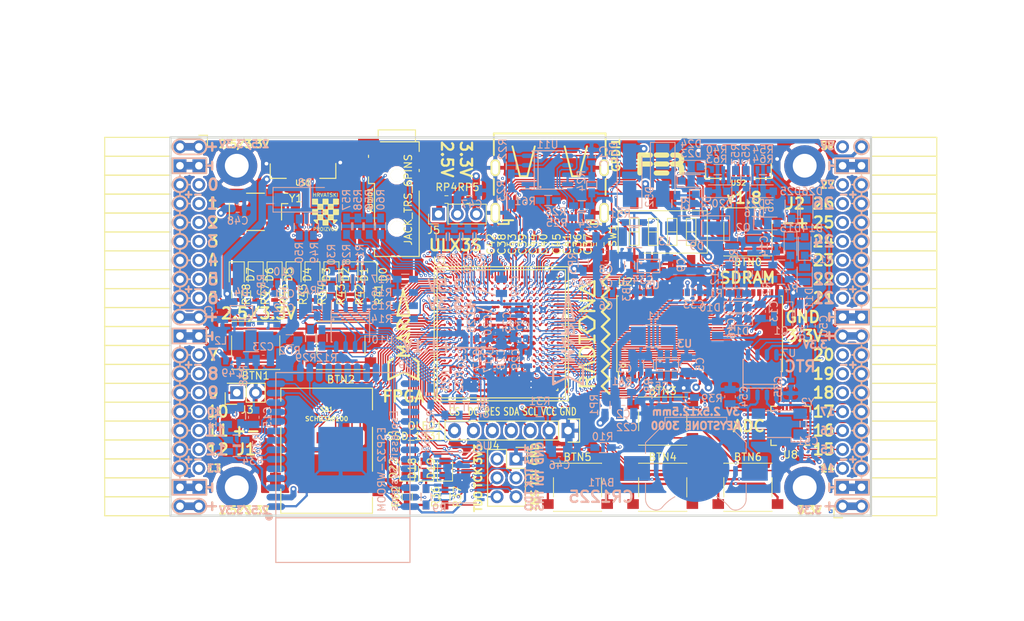
<source format=kicad_pcb>
(kicad_pcb (version 20171130) (host pcbnew 5.0.0-rc2-dev-unknown+dfsg1+20180318-2)
  (layers (0 F.Cu signal) (1 In1.Cu signal) (2 In2.Cu signal) (31 B.Cu signal) (34 B.Paste user) (35 F.Paste user) (36 B.SilkS user) (37 F.SilkS user) (38 B.Mask user) (39 F.Mask user) (44 Edge.Cuts user))
  (net 0 "")
  (net 1 GND)
  (net 2 +5V)
  (net 3 /gpio/IN5V)
  (net 4 /gpio/OUT5V)
  (net 5 +3V3)
  (net 6 BTN_D)
  (net 7 BTN_F1)
  (net 8 BTN_F2)
  (net 9 BTN_L)
  (net 10 BTN_R)
  (net 11 BTN_U)
  (net 12 /power/FB1)
  (net 13 +2V5)
  (net 14 /power/PWREN)
  (net 15 /power/FB3)
  (net 16 /power/FB2)
  (net 17 "Net-(D9-Pad1)")
  (net 18 /power/VBAT)
  (net 19 JTAG_TDI)
  (net 20 JTAG_TCK)
  (net 21 JTAG_TMS)
  (net 22 JTAG_TDO)
  (net 23 /power/WAKEUPn)
  (net 24 /power/WKUP)
  (net 25 /power/SHUT)
  (net 26 /power/WAKE)
  (net 27 /power/HOLD)
  (net 28 /power/WKn)
  (net 29 /power/OSCI_32k)
  (net 30 /power/OSCO_32k)
  (net 31 "Net-(Q2-Pad3)")
  (net 32 SHUTDOWN)
  (net 33 /analog/AUDIO_L)
  (net 34 /analog/AUDIO_R)
  (net 35 GPDI_SDA)
  (net 36 GPDI_SCL)
  (net 37 /gpdi/VREF2)
  (net 38 SD_CMD)
  (net 39 SD_CLK)
  (net 40 SD_D0)
  (net 41 SD_D1)
  (net 42 USB5V)
  (net 43 GPDI_CEC)
  (net 44 nRESET)
  (net 45 FTDI_nDTR)
  (net 46 SDRAM_CKE)
  (net 47 SDRAM_A7)
  (net 48 SDRAM_D15)
  (net 49 SDRAM_BA1)
  (net 50 SDRAM_D7)
  (net 51 SDRAM_A6)
  (net 52 SDRAM_CLK)
  (net 53 SDRAM_D13)
  (net 54 SDRAM_BA0)
  (net 55 SDRAM_D6)
  (net 56 SDRAM_A5)
  (net 57 SDRAM_D14)
  (net 58 SDRAM_A11)
  (net 59 SDRAM_D12)
  (net 60 SDRAM_D5)
  (net 61 SDRAM_A4)
  (net 62 SDRAM_A10)
  (net 63 SDRAM_D11)
  (net 64 SDRAM_A3)
  (net 65 SDRAM_D4)
  (net 66 SDRAM_D10)
  (net 67 SDRAM_D9)
  (net 68 SDRAM_A9)
  (net 69 SDRAM_D3)
  (net 70 SDRAM_D8)
  (net 71 SDRAM_A8)
  (net 72 SDRAM_A2)
  (net 73 SDRAM_A1)
  (net 74 SDRAM_A0)
  (net 75 SDRAM_D2)
  (net 76 SDRAM_D1)
  (net 77 SDRAM_D0)
  (net 78 SDRAM_DQM0)
  (net 79 SDRAM_nCS)
  (net 80 SDRAM_nRAS)
  (net 81 SDRAM_DQM1)
  (net 82 SDRAM_nCAS)
  (net 83 SDRAM_nWE)
  (net 84 /flash/FLASH_nWP)
  (net 85 /flash/FLASH_nHOLD)
  (net 86 /flash/FLASH_MOSI)
  (net 87 /flash/FLASH_MISO)
  (net 88 /flash/FLASH_SCK)
  (net 89 /flash/FLASH_nCS)
  (net 90 /flash/FPGA_PROGRAMN)
  (net 91 /flash/FPGA_DONE)
  (net 92 /flash/FPGA_INITN)
  (net 93 OLED_RES)
  (net 94 OLED_DC)
  (net 95 OLED_CS)
  (net 96 WIFI_EN)
  (net 97 FTDI_nRTS)
  (net 98 FTDI_TXD)
  (net 99 FTDI_RXD)
  (net 100 WIFI_RXD)
  (net 101 WIFI_GPIO0)
  (net 102 WIFI_TXD)
  (net 103 USB_FTDI_D+)
  (net 104 USB_FTDI_D-)
  (net 105 SD_D3)
  (net 106 AUDIO_L3)
  (net 107 AUDIO_L2)
  (net 108 AUDIO_L1)
  (net 109 AUDIO_L0)
  (net 110 AUDIO_R3)
  (net 111 AUDIO_R2)
  (net 112 AUDIO_R1)
  (net 113 AUDIO_R0)
  (net 114 OLED_CLK)
  (net 115 OLED_MOSI)
  (net 116 LED0)
  (net 117 LED1)
  (net 118 LED2)
  (net 119 LED3)
  (net 120 LED4)
  (net 121 LED5)
  (net 122 LED6)
  (net 123 LED7)
  (net 124 BTN_PWRn)
  (net 125 FTDI_nTXLED)
  (net 126 FTDI_nSLEEP)
  (net 127 /blinkey/LED_PWREN)
  (net 128 /blinkey/LED_TXLED)
  (net 129 /sdcard/SD3V3)
  (net 130 SD_D2)
  (net 131 CLK_25MHz)
  (net 132 /blinkey/BTNPUL)
  (net 133 /blinkey/BTNPUR)
  (net 134 USB_FPGA_D+)
  (net 135 /power/FTDI_nSUSPEND)
  (net 136 /blinkey/ALED0)
  (net 137 /blinkey/ALED1)
  (net 138 /blinkey/ALED2)
  (net 139 /blinkey/ALED3)
  (net 140 /blinkey/ALED4)
  (net 141 /blinkey/ALED5)
  (net 142 /blinkey/ALED6)
  (net 143 /blinkey/ALED7)
  (net 144 /usb/FTD-)
  (net 145 /usb/FTD+)
  (net 146 ADC_MISO)
  (net 147 ADC_MOSI)
  (net 148 ADC_CSn)
  (net 149 ADC_SCLK)
  (net 150 SW3)
  (net 151 SW2)
  (net 152 SW1)
  (net 153 USB_FPGA_D-)
  (net 154 /usb/FPD+)
  (net 155 /usb/FPD-)
  (net 156 WIFI_GPIO16)
  (net 157 /usb/ANT_433MHz)
  (net 158 /power/PWRBTn)
  (net 159 PROG_DONE)
  (net 160 /power/P3V3)
  (net 161 /power/P2V5)
  (net 162 /power/L1)
  (net 163 /power/L3)
  (net 164 /power/L2)
  (net 165 FTDI_TXDEN)
  (net 166 SDRAM_A12)
  (net 167 /analog/AUDIO_V)
  (net 168 AUDIO_V3)
  (net 169 AUDIO_V2)
  (net 170 AUDIO_V1)
  (net 171 AUDIO_V0)
  (net 172 /blinkey/LED_WIFI)
  (net 173 /power/P1V1)
  (net 174 +1V1)
  (net 175 SW4)
  (net 176 /blinkey/SWPU)
  (net 177 /wifi/WIFIEN)
  (net 178 FT2V5)
  (net 179 GN0)
  (net 180 GP0)
  (net 181 GN1)
  (net 182 GP1)
  (net 183 GN2)
  (net 184 GP2)
  (net 185 GN3)
  (net 186 GP3)
  (net 187 GN4)
  (net 188 GP4)
  (net 189 GN5)
  (net 190 GP5)
  (net 191 GN6)
  (net 192 GP6)
  (net 193 GN14)
  (net 194 GP14)
  (net 195 GN15)
  (net 196 GP15)
  (net 197 GN16)
  (net 198 GP16)
  (net 199 GN17)
  (net 200 GP17)
  (net 201 GN18)
  (net 202 GP18)
  (net 203 GN19)
  (net 204 GP19)
  (net 205 GN20)
  (net 206 GP20)
  (net 207 GN21)
  (net 208 GP21)
  (net 209 GN22)
  (net 210 GP22)
  (net 211 GN23)
  (net 212 GP23)
  (net 213 GN24)
  (net 214 GP24)
  (net 215 GN25)
  (net 216 GP25)
  (net 217 GN26)
  (net 218 GP26)
  (net 219 GN27)
  (net 220 GP27)
  (net 221 GN7)
  (net 222 GP7)
  (net 223 GN8)
  (net 224 GP8)
  (net 225 GN9)
  (net 226 GP9)
  (net 227 GN10)
  (net 228 GP10)
  (net 229 GN11)
  (net 230 GP11)
  (net 231 GN12)
  (net 232 GP12)
  (net 233 GN13)
  (net 234 GP13)
  (net 235 WIFI_GPIO5)
  (net 236 WIFI_GPIO17)
  (net 237 USB_FPGA_PULL_D+)
  (net 238 USB_FPGA_PULL_D-)
  (net 239 "Net-(D23-Pad2)")
  (net 240 "Net-(D24-Pad1)")
  (net 241 "Net-(D25-Pad2)")
  (net 242 "Net-(D26-Pad1)")
  (net 243 /gpdi/GPDI_ETH+)
  (net 244 FPDI_ETH+)
  (net 245 /gpdi/GPDI_ETH-)
  (net 246 FPDI_ETH-)
  (net 247 /gpdi/GPDI_D2-)
  (net 248 FPDI_D2-)
  (net 249 /gpdi/GPDI_D1-)
  (net 250 FPDI_D1-)
  (net 251 /gpdi/GPDI_D0-)
  (net 252 FPDI_D0-)
  (net 253 /gpdi/GPDI_CLK-)
  (net 254 FPDI_CLK-)
  (net 255 /gpdi/GPDI_D2+)
  (net 256 FPDI_D2+)
  (net 257 /gpdi/GPDI_D1+)
  (net 258 FPDI_D1+)
  (net 259 /gpdi/GPDI_D0+)
  (net 260 FPDI_D0+)
  (net 261 /gpdi/GPDI_CLK+)
  (net 262 FPDI_CLK+)
  (net 263 FPDI_SDA)
  (net 264 FPDI_SCL)
  (net 265 /gpdi/FPDI_CEC)
  (net 266 2V5_3V3)
  (net 267 "Net-(AUDIO1-Pad5)")
  (net 268 "Net-(AUDIO1-Pad6)")
  (net 269 "Net-(U1-PadA15)")
  (net 270 "Net-(U1-PadC9)")
  (net 271 "Net-(U1-PadD9)")
  (net 272 "Net-(U1-PadD10)")
  (net 273 "Net-(U1-PadD11)")
  (net 274 "Net-(U1-PadD12)")
  (net 275 "Net-(U1-PadE6)")
  (net 276 "Net-(U1-PadE9)")
  (net 277 "Net-(U1-PadE10)")
  (net 278 "Net-(U1-PadE11)")
  (net 279 "Net-(U1-PadJ4)")
  (net 280 "Net-(U1-PadJ5)")
  (net 281 "Net-(U1-PadK5)")
  (net 282 "Net-(U1-PadL5)")
  (net 283 "Net-(U1-PadM4)")
  (net 284 "Net-(U1-PadM5)")
  (net 285 SD_CD)
  (net 286 SD_WP)
  (net 287 "Net-(U1-PadR3)")
  (net 288 "Net-(U1-PadT16)")
  (net 289 "Net-(U1-PadW4)")
  (net 290 "Net-(U1-PadW5)")
  (net 291 "Net-(U1-PadW8)")
  (net 292 "Net-(U1-PadW9)")
  (net 293 "Net-(U1-PadW13)")
  (net 294 "Net-(U1-PadW14)")
  (net 295 "Net-(U1-PadW17)")
  (net 296 "Net-(U1-PadW18)")
  (net 297 FTDI_nRXLED)
  (net 298 "Net-(U8-Pad12)")
  (net 299 "Net-(U8-Pad25)")
  (net 300 "Net-(U9-Pad32)")
  (net 301 "Net-(U9-Pad22)")
  (net 302 "Net-(U9-Pad21)")
  (net 303 "Net-(U9-Pad20)")
  (net 304 "Net-(U9-Pad19)")
  (net 305 "Net-(U9-Pad18)")
  (net 306 "Net-(U9-Pad17)")
  (net 307 "Net-(U9-Pad12)")
  (net 308 "Net-(U9-Pad5)")
  (net 309 "Net-(U9-Pad4)")
  (net 310 "Net-(US1-Pad4)")
  (net 311 "Net-(US2-Pad4)")
  (net 312 "Net-(Y2-Pad3)")
  (net 313 "Net-(Y2-Pad2)")
  (module Pin_Headers:Pin_Header_Straight_1x03_Pitch2.54mm (layer F.Cu) (at 130.056 71.725 90)
    (fp_text reference J5 (at -2.159 -0.635 180) (layer F.SilkS))
    (fp_text value VJ1)
    (pad 1 thru_hole rect (at 0 0 90) (size 1.7 1.7) (drill 1) (layers *.Cu *.Mask) (net 13 +2V5))
    (pad 2 thru_hole oval (at 0 2.54 90) (size 1.7 1.7) (drill 1) (layers *.Cu *.Mask) (net 266 2V5_3V3))
    (pad 3 thru_hole oval (at 0 5.08 90) (size 1.7 1.7) (drill 1) (layers *.Cu *.Mask) (net 5 +3V3))
  )
  (module Resistors_SMD:R_0603_HandSoldering (layer B.Cu) (at 169.919 66.965 90)
    (fp_text reference R53 (at 3.259 0 270) (layer B.SilkS) (effects (justify mirror)))
    (fp_text value 27)
    (pad 1 smd rect (at -1.1 0 90) (size 1.2 0.9) (layers B.Cu B.Paste B.Mask) (net 134 USB_FPGA_D+))
    (pad 2 smd rect (at 1.1 0 90) (size 1.2 0.9) (layers B.Cu B.Paste B.Mask) (net 154 /usb/FPD+))
  )
  (module Socket_Strips:Socket_Strip_Angled_2x20 (layer F.Cu) (at 97.91 62.69 270)
    (fp_text reference J1 (at 40.64 -6.35) (layer F.SilkS) (effects (font (size 1.5 1.5) (thickness 0.3))))
    (fp_text value CONN_02X20 hide)
    (pad 1 thru_hole oval (at 0 0 270) (size 1.7272 1.7272) (drill 1.016) (layers *.Cu *.Mask) (net 266 2V5_3V3))
    (pad 2 thru_hole oval (at 0 2.54 270) (size 1.7272 1.7272) (drill 1.016) (layers *.Cu *.Mask) (net 266 2V5_3V3))
    (pad 3 thru_hole rect (at 2.54 0 270) (size 1.7272 1.7272) (drill 1.016) (layers *.Cu *.Mask) (net 1 GND))
    (pad 4 thru_hole rect (at 2.54 2.54 270) (size 1.7272 1.7272) (drill 1.016) (layers *.Cu *.Mask) (net 1 GND))
    (pad 5 thru_hole oval (at 5.08 0 270) (size 1.7272 1.7272) (drill 1.016) (layers *.Cu *.Mask) (net 179 GN0))
    (pad 6 thru_hole oval (at 5.08 2.54 270) (size 1.7272 1.7272) (drill 1.016) (layers *.Cu *.Mask) (net 180 GP0))
    (pad 7 thru_hole oval (at 7.62 0 270) (size 1.7272 1.7272) (drill 1.016) (layers *.Cu *.Mask) (net 181 GN1))
    (pad 8 thru_hole oval (at 7.62 2.54 270) (size 1.7272 1.7272) (drill 1.016) (layers *.Cu *.Mask) (net 182 GP1))
    (pad 9 thru_hole oval (at 10.16 0 270) (size 1.7272 1.7272) (drill 1.016) (layers *.Cu *.Mask) (net 183 GN2))
    (pad 10 thru_hole oval (at 10.16 2.54 270) (size 1.7272 1.7272) (drill 1.016) (layers *.Cu *.Mask) (net 184 GP2))
    (pad 11 thru_hole oval (at 12.7 0 270) (size 1.7272 1.7272) (drill 1.016) (layers *.Cu *.Mask) (net 185 GN3))
    (pad 12 thru_hole oval (at 12.7 2.54 270) (size 1.7272 1.7272) (drill 1.016) (layers *.Cu *.Mask) (net 186 GP3))
    (pad 13 thru_hole oval (at 15.24 0 270) (size 1.7272 1.7272) (drill 1.016) (layers *.Cu *.Mask) (net 187 GN4))
    (pad 14 thru_hole oval (at 15.24 2.54 270) (size 1.7272 1.7272) (drill 1.016) (layers *.Cu *.Mask) (net 188 GP4))
    (pad 15 thru_hole oval (at 17.78 0 270) (size 1.7272 1.7272) (drill 1.016) (layers *.Cu *.Mask) (net 189 GN5))
    (pad 16 thru_hole oval (at 17.78 2.54 270) (size 1.7272 1.7272) (drill 1.016) (layers *.Cu *.Mask) (net 190 GP5))
    (pad 17 thru_hole oval (at 20.32 0 270) (size 1.7272 1.7272) (drill 1.016) (layers *.Cu *.Mask) (net 191 GN6))
    (pad 18 thru_hole oval (at 20.32 2.54 270) (size 1.7272 1.7272) (drill 1.016) (layers *.Cu *.Mask) (net 192 GP6))
    (pad 19 thru_hole oval (at 22.86 0 270) (size 1.7272 1.7272) (drill 1.016) (layers *.Cu *.Mask) (net 266 2V5_3V3))
    (pad 20 thru_hole oval (at 22.86 2.54 270) (size 1.7272 1.7272) (drill 1.016) (layers *.Cu *.Mask) (net 266 2V5_3V3))
    (pad 21 thru_hole rect (at 25.4 0 270) (size 1.7272 1.7272) (drill 1.016) (layers *.Cu *.Mask) (net 1 GND))
    (pad 22 thru_hole rect (at 25.4 2.54 270) (size 1.7272 1.7272) (drill 1.016) (layers *.Cu *.Mask) (net 1 GND))
    (pad 23 thru_hole oval (at 27.94 0 270) (size 1.7272 1.7272) (drill 1.016) (layers *.Cu *.Mask) (net 221 GN7))
    (pad 24 thru_hole oval (at 27.94 2.54 270) (size 1.7272 1.7272) (drill 1.016) (layers *.Cu *.Mask) (net 222 GP7))
    (pad 25 thru_hole oval (at 30.48 0 270) (size 1.7272 1.7272) (drill 1.016) (layers *.Cu *.Mask) (net 223 GN8))
    (pad 26 thru_hole oval (at 30.48 2.54 270) (size 1.7272 1.7272) (drill 1.016) (layers *.Cu *.Mask) (net 224 GP8))
    (pad 27 thru_hole oval (at 33.02 0 270) (size 1.7272 1.7272) (drill 1.016) (layers *.Cu *.Mask) (net 225 GN9))
    (pad 28 thru_hole oval (at 33.02 2.54 270) (size 1.7272 1.7272) (drill 1.016) (layers *.Cu *.Mask) (net 226 GP9))
    (pad 29 thru_hole oval (at 35.56 0 270) (size 1.7272 1.7272) (drill 1.016) (layers *.Cu *.Mask) (net 227 GN10))
    (pad 30 thru_hole oval (at 35.56 2.54 270) (size 1.7272 1.7272) (drill 1.016) (layers *.Cu *.Mask) (net 228 GP10))
    (pad 31 thru_hole oval (at 38.1 0 270) (size 1.7272 1.7272) (drill 1.016) (layers *.Cu *.Mask) (net 229 GN11))
    (pad 32 thru_hole oval (at 38.1 2.54 270) (size 1.7272 1.7272) (drill 1.016) (layers *.Cu *.Mask) (net 230 GP11))
    (pad 33 thru_hole oval (at 40.64 0 270) (size 1.7272 1.7272) (drill 1.016) (layers *.Cu *.Mask) (net 231 GN12))
    (pad 34 thru_hole oval (at 40.64 2.54 270) (size 1.7272 1.7272) (drill 1.016) (layers *.Cu *.Mask) (net 232 GP12))
    (pad 35 thru_hole oval (at 43.18 0 270) (size 1.7272 1.7272) (drill 1.016) (layers *.Cu *.Mask) (net 233 GN13))
    (pad 36 thru_hole oval (at 43.18 2.54 270) (size 1.7272 1.7272) (drill 1.016) (layers *.Cu *.Mask) (net 234 GP13))
    (pad 37 thru_hole rect (at 45.72 0 270) (size 1.7272 1.7272) (drill 1.016) (layers *.Cu *.Mask) (net 1 GND))
    (pad 38 thru_hole rect (at 45.72 2.54 270) (size 1.7272 1.7272) (drill 1.016) (layers *.Cu *.Mask) (net 1 GND))
    (pad 39 thru_hole oval (at 48.26 0 270) (size 1.7272 1.7272) (drill 1.016) (layers *.Cu *.Mask) (net 266 2V5_3V3))
    (pad 40 thru_hole oval (at 48.26 2.54 270) (size 1.7272 1.7272) (drill 1.016) (layers *.Cu *.Mask) (net 266 2V5_3V3))
  )
  (module SMD_Packages:1Pin (layer F.Cu) (at 182.67515 111.637626)
    (fp_text reference AE1 hide)
    (fp_text value 433MHz hide)
    (pad 1 smd rect (at 0 0) (size 0.5 0.5) (layers B.Cu F.Paste F.Mask) (net 157 /usb/ANT_433MHz))
  )
  (module Resistors_SMD:R_0603_HandSoldering (layer B.Cu) (at 103.498 98.758 90)
    (fp_text reference R38 (at 5.334 0.396 90) (layer B.SilkS) (effects (justify mirror)))
    (fp_text value 0.47)
    (pad 1 smd rect (at -1.1 0 90) (size 1.2 0.9) (layers B.Cu B.Paste B.Mask) (net 129 /sdcard/SD3V3))
    (pad 2 smd rect (at 1.1 0 90) (size 1.2 0.9) (layers B.Cu B.Paste B.Mask) (net 5 +3V3))
  )
  (module Diodes_SMD:D_SMA_Handsoldering (layer B.Cu) (at 155.695 66.5 90)
    (fp_text reference D51 (at 3.048 -2.159 90) (layer B.SilkS) (effects (justify mirror)))
    (fp_text value STPS2L30AF hide)
    (pad 1 smd rect (at -2.5 0 90) (size 3.5 1.8) (layers B.Cu B.Paste B.Mask) (net 2 +5V))
    (pad 2 smd rect (at 2.5 0 90) (size 3.5 1.8) (layers B.Cu B.Paste B.Mask) (net 3 /gpio/IN5V))
  )
  (module Resistors_SMD:R_0603_HandSoldering (layer B.Cu) (at 156.33 72.85 180)
    (fp_text reference R51 (at 1.905 1.143 180) (layer B.SilkS) (effects (justify mirror)))
    (fp_text value 150)
    (pad 1 smd rect (at -1.1 0 180) (size 1.2 0.9) (layers B.Cu B.Paste B.Mask) (net 5 +3V3))
    (pad 2 smd rect (at 1.1 0 180) (size 1.2 0.9) (layers B.Cu B.Paste B.Mask) (net 176 /blinkey/SWPU))
  )
  (module Resistors_SMD:R_1210_HandSoldering (layer B.Cu) (at 158.87 88.09 180)
    (fp_text reference L1 (at 0 2.7 180) (layer B.SilkS) (effects (justify mirror)))
    (fp_text value 2.2uH)
    (pad 1 smd rect (at -2 0 180) (size 2 2.5) (layers B.Cu B.Paste B.Mask) (net 162 /power/L1))
    (pad 2 smd rect (at 2 0 180) (size 2 2.5) (layers B.Cu B.Paste B.Mask) (net 173 /power/P1V1))
  )
  (module TSOT-25:TSOT-25 (layer B.Cu) (at 160.775 91.9)
    (fp_text reference U3 (at 2.301 -2.776) (layer B.SilkS) (effects (font (thickness 0.2)) (justify mirror)))
    (fp_text value TLV62569DBV)
    (pad 1 smd rect (at -0.95 -1.3) (size 0.7 1.2) (layers B.Cu B.Paste B.Mask) (net 14 /power/PWREN))
    (pad 2 smd rect (at 0 -1.3) (size 0.7 1.2) (layers B.Cu B.Paste B.Mask) (net 1 GND))
    (pad 3 smd rect (at 0.95 -1.3) (size 0.7 1.2) (layers B.Cu B.Paste B.Mask) (net 162 /power/L1))
    (pad 4 smd rect (at 0.95 1.3) (size 0.7 1.2) (layers B.Cu B.Paste B.Mask) (net 2 +5V))
    (pad 5 smd rect (at -0.95 1.3) (size 0.7 1.2) (layers B.Cu B.Paste B.Mask) (net 12 /power/FB1))
  )
  (module Resistors_SMD:R_1210_HandSoldering (layer B.Cu) (at 104.895 88.725)
    (fp_text reference L2 (at -4.064 0) (layer B.SilkS) (effects (justify mirror)))
    (fp_text value 2.2uH)
    (pad 1 smd rect (at -2 0) (size 2 2.5) (layers B.Cu B.Paste B.Mask) (net 164 /power/L2))
    (pad 2 smd rect (at 2 0) (size 2 2.5) (layers B.Cu B.Paste B.Mask) (net 161 /power/P2V5))
  )
  (module TSOT-25:TSOT-25 (layer B.Cu) (at 103.625 84.915 180)
    (fp_text reference U4 (at 0 2.697 180) (layer B.SilkS) (effects (font (thickness 0.2)) (justify mirror)))
    (fp_text value TLV62569DBV)
    (pad 1 smd rect (at -0.95 -1.3 180) (size 0.7 1.2) (layers B.Cu B.Paste B.Mask) (net 14 /power/PWREN))
    (pad 2 smd rect (at 0 -1.3 180) (size 0.7 1.2) (layers B.Cu B.Paste B.Mask) (net 1 GND))
    (pad 3 smd rect (at 0.95 -1.3 180) (size 0.7 1.2) (layers B.Cu B.Paste B.Mask) (net 164 /power/L2))
    (pad 4 smd rect (at 0.95 1.3 180) (size 0.7 1.2) (layers B.Cu B.Paste B.Mask) (net 2 +5V))
    (pad 5 smd rect (at -0.95 1.3 180) (size 0.7 1.2) (layers B.Cu B.Paste B.Mask) (net 16 /power/FB2))
  )
  (module Resistors_SMD:R_1210_HandSoldering (layer B.Cu) (at 156.33 74.755 180)
    (fp_text reference L3 (at -4.064 -0.635 180) (layer B.SilkS) (effects (justify mirror)))
    (fp_text value 2.2uH)
    (pad 1 smd rect (at -2 0 180) (size 2 2.5) (layers B.Cu B.Paste B.Mask) (net 163 /power/L3))
    (pad 2 smd rect (at 2 0 180) (size 2 2.5) (layers B.Cu B.Paste B.Mask) (net 160 /power/P3V3))
  )
  (module TSOT-25:TSOT-25 (layer B.Cu) (at 158.235 78.692)
    (fp_text reference U5 (at 0.523 2.558) (layer B.SilkS) (effects (font (thickness 0.2)) (justify mirror)))
    (fp_text value TLV62569DBV)
    (pad 1 smd rect (at -0.95 -1.3) (size 0.7 1.2) (layers B.Cu B.Paste B.Mask) (net 14 /power/PWREN))
    (pad 2 smd rect (at 0 -1.3) (size 0.7 1.2) (layers B.Cu B.Paste B.Mask) (net 1 GND))
    (pad 3 smd rect (at 0.95 -1.3) (size 0.7 1.2) (layers B.Cu B.Paste B.Mask) (net 163 /power/L3))
    (pad 4 smd rect (at 0.95 1.3) (size 0.7 1.2) (layers B.Cu B.Paste B.Mask) (net 2 +5V))
    (pad 5 smd rect (at -0.95 1.3) (size 0.7 1.2) (layers B.Cu B.Paste B.Mask) (net 15 /power/FB3))
  )
  (module TO_SOT_Packages_SMD:SOT-23_Handsoldering (layer B.Cu) (at 176.015 84.28 90)
    (fp_text reference Q1 (at -3.1115 0 180) (layer B.SilkS) (effects (justify mirror)))
    (fp_text value BC857)
    (pad 1 smd rect (at -1.5 0.95 90) (size 1.9 0.8) (layers B.Cu B.Paste B.Mask) (net 28 /power/WKn))
    (pad 2 smd rect (at -1.5 -0.95 90) (size 1.9 0.8) (layers B.Cu B.Paste B.Mask) (net 2 +5V))
    (pad 3 smd rect (at 1.5 0 90) (size 1.9 0.8) (layers B.Cu B.Paste B.Mask) (net 24 /power/WKUP))
  )
  (module TO_SOT_Packages_SMD:SOT-23_Handsoldering (layer B.Cu) (at 170.935 76.025 180)
    (fp_text reference Q2 (at 0 2.5 180) (layer B.SilkS) (effects (justify mirror)))
    (fp_text value 2N7002)
    (pad 1 smd rect (at -1.5 0.95 180) (size 1.9 0.8) (layers B.Cu B.Paste B.Mask) (net 25 /power/SHUT))
    (pad 2 smd rect (at -1.5 -0.95 180) (size 1.9 0.8) (layers B.Cu B.Paste B.Mask) (net 1 GND))
    (pad 3 smd rect (at 1.5 0 180) (size 1.9 0.8) (layers B.Cu B.Paste B.Mask) (net 31 "Net-(Q2-Pad3)"))
  )
  (module Resistors_SMD:R_0603_HandSoldering (layer B.Cu) (at 170.3 82.375)
    (fp_text reference R1 (at -3.048 0) (layer B.SilkS) (effects (justify mirror)))
    (fp_text value 15k)
    (pad 1 smd rect (at -1.1 0) (size 1.2 0.9) (layers B.Cu B.Paste B.Mask) (net 26 /power/WAKE))
    (pad 2 smd rect (at 1.1 0) (size 1.2 0.9) (layers B.Cu B.Paste B.Mask) (net 14 /power/PWREN))
  )
  (module Resistors_SMD:R_0603_HandSoldering (layer B.Cu) (at 172.84 79.835 90)
    (fp_text reference R2 (at -1.905 1.27 90) (layer B.SilkS) (effects (justify mirror)))
    (fp_text value 47k)
    (pad 1 smd rect (at -1.1 0 90) (size 1.2 0.9) (layers B.Cu B.Paste B.Mask) (net 14 /power/PWREN))
    (pad 2 smd rect (at 1.1 0 90) (size 1.2 0.9) (layers B.Cu B.Paste B.Mask) (net 1 GND))
  )
  (module Resistors_SMD:R_0603_HandSoldering (layer B.Cu) (at 176.015 80.47 180)
    (fp_text reference R4 (at -1.397 -1.27) (layer B.SilkS) (effects (justify mirror)))
    (fp_text value 4.7k)
    (pad 1 smd rect (at -1.1 0 180) (size 1.2 0.9) (layers B.Cu B.Paste B.Mask) (net 27 /power/HOLD))
    (pad 2 smd rect (at 1.1 0 180) (size 1.2 0.9) (layers B.Cu B.Paste B.Mask) (net 14 /power/PWREN))
  )
  (module Resistors_SMD:R_0603_HandSoldering (layer B.Cu) (at 174.11 76.025 270)
    (fp_text reference R5 (at -5.461 -0.381 270) (layer B.SilkS) (effects (justify mirror)))
    (fp_text value 4.7M)
    (pad 1 smd rect (at -1.1 0 270) (size 1.2 0.9) (layers B.Cu B.Paste B.Mask) (net 25 /power/SHUT))
    (pad 2 smd rect (at 1.1 0 270) (size 1.2 0.9) (layers B.Cu B.Paste B.Mask) (net 1 GND))
  )
  (module Resistors_SMD:R_0603_HandSoldering (layer B.Cu) (at 178.555 84.915 270)
    (fp_text reference R6 (at 2.812 -0.142 270) (layer B.SilkS) (effects (justify mirror)))
    (fp_text value 1k)
    (pad 1 smd rect (at -1.1 0 270) (size 1.2 0.9) (layers B.Cu B.Paste B.Mask) (net 28 /power/WKn))
    (pad 2 smd rect (at 1.1 0 270) (size 1.2 0.9) (layers B.Cu B.Paste B.Mask) (net 23 /power/WAKEUPn))
  )
  (module Resistors_SMD:R_0603_HandSoldering (layer B.Cu) (at 113.785 84.28 270)
    (fp_text reference R7 (at -2.794 -0.635 270) (layer B.SilkS) (effects (justify mirror)))
    (fp_text value 150)
    (pad 1 smd rect (at -1.1 0 270) (size 1.2 0.9) (layers B.Cu B.Paste B.Mask) (net 5 +3V3))
    (pad 2 smd rect (at 1.1 0 270) (size 1.2 0.9) (layers B.Cu B.Paste B.Mask) (net 132 /blinkey/BTNPUL))
  )
  (module Resistors_SMD:R_0603_HandSoldering (layer B.Cu) (at 170.935 79.835 90)
    (fp_text reference R8 (at 2.54 -1.27 90) (layer B.SilkS) (effects (justify mirror)))
    (fp_text value 1k)
    (pad 1 smd rect (at -1.1 0 90) (size 1.2 0.9) (layers B.Cu B.Paste B.Mask) (net 14 /power/PWREN))
    (pad 2 smd rect (at 1.1 0 90) (size 1.2 0.9) (layers B.Cu B.Paste B.Mask) (net 31 "Net-(Q2-Pad3)"))
  )
  (module Resistors_SMD:R_0603_HandSoldering (layer B.Cu) (at 128.39 109.68 270)
    (fp_text reference R9 (at 1.524 -1.778) (layer B.SilkS) (effects (justify mirror)))
    (fp_text value 15k)
    (pad 1 smd rect (at -1.1 0 270) (size 1.2 0.9) (layers B.Cu B.Paste B.Mask) (net 44 nRESET))
    (pad 2 smd rect (at 1.1 0 270) (size 1.2 0.9) (layers B.Cu B.Paste B.Mask) (net 178 FT2V5))
  )
  (module Resistors_SMD:R_0603_HandSoldering (layer B.Cu) (at 152.139 103.076 180)
    (fp_text reference R10 (at 0.059 1.476 180) (layer B.SilkS) (effects (justify mirror)))
    (fp_text value 150)
    (pad 1 smd rect (at -1.1 0 180) (size 1.2 0.9) (layers B.Cu B.Paste B.Mask) (net 135 /power/FTDI_nSUSPEND))
    (pad 2 smd rect (at 1.1 0 180) (size 1.2 0.9) (layers B.Cu B.Paste B.Mask) (net 126 FTDI_nSLEEP))
  )
  (module Resistors_SMD:R_0603_HandSoldering (layer B.Cu) (at 176.015 78.565 180)
    (fp_text reference R13 (at -5.588 0.762 180) (layer B.SilkS) (effects (justify mirror)))
    (fp_text value 15k)
    (pad 1 smd rect (at -1.1 0 180) (size 1.2 0.9) (layers B.Cu B.Paste B.Mask) (net 32 SHUTDOWN))
    (pad 2 smd rect (at 1.1 0 180) (size 1.2 0.9) (layers B.Cu B.Paste B.Mask) (net 1 GND))
  )
  (module Resistors_SMD:R_0603_HandSoldering (layer B.Cu) (at 154.86 95.64)
    (fp_text reference RA1 (at -0.181 -1.454) (layer B.SilkS) (effects (justify mirror)))
    (fp_text value 15k)
    (pad 1 smd rect (at -1.1 0) (size 1.2 0.9) (layers B.Cu B.Paste B.Mask) (net 173 /power/P1V1))
    (pad 2 smd rect (at 1.1 0) (size 1.2 0.9) (layers B.Cu B.Paste B.Mask) (net 12 /power/FB1))
  )
  (module Resistors_SMD:R_0603_HandSoldering (layer B.Cu) (at 109.34 82.375 180)
    (fp_text reference RA2 (at -3.048 0.381) (layer B.SilkS) (effects (justify mirror)))
    (fp_text value 15k)
    (pad 1 smd rect (at -1.1 0 180) (size 1.2 0.9) (layers B.Cu B.Paste B.Mask) (net 161 /power/P2V5))
    (pad 2 smd rect (at 1.1 0 180) (size 1.2 0.9) (layers B.Cu B.Paste B.Mask) (net 16 /power/FB2))
  )
  (module Resistors_SMD:R_0603_HandSoldering (layer B.Cu) (at 152.52 81.105)
    (fp_text reference RA3 (at -3.302 -0.127) (layer B.SilkS) (effects (justify mirror)))
    (fp_text value 15k)
    (pad 1 smd rect (at -1.1 0) (size 1.2 0.9) (layers B.Cu B.Paste B.Mask) (net 160 /power/P3V3))
    (pad 2 smd rect (at 1.1 0) (size 1.2 0.9) (layers B.Cu B.Paste B.Mask) (net 15 /power/FB3))
  )
  (module Resistors_SMD:R_0603_HandSoldering (layer B.Cu) (at 158.235 91.9 270)
    (fp_text reference RB1 (at 3.302 0 270) (layer B.SilkS) (effects (justify mirror)))
    (fp_text value 18k)
    (pad 1 smd rect (at -1.1 0 270) (size 1.2 0.9) (layers B.Cu B.Paste B.Mask) (net 1 GND))
    (pad 2 smd rect (at 1.1 0 270) (size 1.2 0.9) (layers B.Cu B.Paste B.Mask) (net 12 /power/FB1))
  )
  (module Resistors_SMD:R_0603_HandSoldering (layer B.Cu) (at 106.165 84.915 90)
    (fp_text reference RB2 (at 3.683 0.127 90) (layer B.SilkS) (effects (justify mirror)))
    (fp_text value 4.7k)
    (pad 1 smd rect (at -1.1 0 90) (size 1.2 0.9) (layers B.Cu B.Paste B.Mask) (net 1 GND))
    (pad 2 smd rect (at 1.1 0 90) (size 1.2 0.9) (layers B.Cu B.Paste B.Mask) (net 16 /power/FB2))
  )
  (module Resistors_SMD:R_0603_HandSoldering (layer B.Cu) (at 155.695 78.565 270)
    (fp_text reference RB3 (at 3.429 0.395 270) (layer B.SilkS) (effects (justify mirror)))
    (fp_text value 3.3k)
    (pad 1 smd rect (at -1.1 0 270) (size 1.2 0.9) (layers B.Cu B.Paste B.Mask) (net 1 GND))
    (pad 2 smd rect (at 1.1 0 270) (size 1.2 0.9) (layers B.Cu B.Paste B.Mask) (net 15 /power/FB3))
  )
  (module Resistors_SMD:R_0603_HandSoldering (layer B.Cu) (at 125.596 85.804 180)
    (fp_text reference R14 (at 3.175 0 180) (layer B.SilkS) (effects (justify mirror)))
    (fp_text value 1.2k)
    (pad 1 smd rect (at -1.1 0 180) (size 1.2 0.9) (layers B.Cu B.Paste B.Mask) (net 109 AUDIO_L0))
    (pad 2 smd rect (at 1.1 0 180) (size 1.2 0.9) (layers B.Cu B.Paste B.Mask) (net 33 /analog/AUDIO_L))
  )
  (module Resistors_SMD:R_0603_HandSoldering (layer B.Cu) (at 125.596 84.026 180)
    (fp_text reference R15 (at 3.175 -0.001 180) (layer B.SilkS) (effects (justify mirror)))
    (fp_text value 680)
    (pad 1 smd rect (at -1.1 0 180) (size 1.2 0.9) (layers B.Cu B.Paste B.Mask) (net 108 AUDIO_L1))
    (pad 2 smd rect (at 1.1 0 180) (size 1.2 0.9) (layers B.Cu B.Paste B.Mask) (net 33 /analog/AUDIO_L))
  )
  (module Resistors_SMD:R_0603_HandSoldering (layer B.Cu) (at 125.596 82.248 180)
    (fp_text reference R16 (at 3.175 0 180) (layer B.SilkS) (effects (justify mirror)))
    (fp_text value 330)
    (pad 1 smd rect (at -1.1 0 180) (size 1.2 0.9) (layers B.Cu B.Paste B.Mask) (net 107 AUDIO_L2))
    (pad 2 smd rect (at 1.1 0 180) (size 1.2 0.9) (layers B.Cu B.Paste B.Mask) (net 33 /analog/AUDIO_L))
  )
  (module Resistors_SMD:R_0603_HandSoldering (layer B.Cu) (at 125.596 80.47 180)
    (fp_text reference R17 (at 3.175 0 180) (layer B.SilkS) (effects (justify mirror)))
    (fp_text value 150)
    (pad 1 smd rect (at -1.1 0 180) (size 1.2 0.9) (layers B.Cu B.Paste B.Mask) (net 106 AUDIO_L3))
    (pad 2 smd rect (at 1.1 0 180) (size 1.2 0.9) (layers B.Cu B.Paste B.Mask) (net 33 /analog/AUDIO_L))
  )
  (module Resistors_SMD:R_0603_HandSoldering (layer B.Cu) (at 130.422 74.773 90)
    (fp_text reference R18 (at -3.556 0 90) (layer B.SilkS) (effects (justify mirror)))
    (fp_text value 1.2k)
    (pad 1 smd rect (at -1.1 0 90) (size 1.2 0.9) (layers B.Cu B.Paste B.Mask) (net 113 AUDIO_R0))
    (pad 2 smd rect (at 1.1 0 90) (size 1.2 0.9) (layers B.Cu B.Paste B.Mask) (net 34 /analog/AUDIO_R))
  )
  (module Resistors_SMD:R_0603_HandSoldering (layer B.Cu) (at 132.2 74.773 90)
    (fp_text reference R19 (at -3.556 0 90) (layer B.SilkS) (effects (justify mirror)))
    (fp_text value 680)
    (pad 1 smd rect (at -1.1 0 90) (size 1.2 0.9) (layers B.Cu B.Paste B.Mask) (net 112 AUDIO_R1))
    (pad 2 smd rect (at 1.1 0 90) (size 1.2 0.9) (layers B.Cu B.Paste B.Mask) (net 34 /analog/AUDIO_R))
  )
  (module Resistors_SMD:R_0603_HandSoldering (layer B.Cu) (at 133.993 74.773 90)
    (fp_text reference R20 (at -3.556 0 90) (layer B.SilkS) (effects (justify mirror)))
    (fp_text value 330)
    (pad 1 smd rect (at -1.1 0 90) (size 1.2 0.9) (layers B.Cu B.Paste B.Mask) (net 111 AUDIO_R2))
    (pad 2 smd rect (at 1.1 0 90) (size 1.2 0.9) (layers B.Cu B.Paste B.Mask) (net 34 /analog/AUDIO_R))
  )
  (module Resistors_SMD:R_0603_HandSoldering (layer B.Cu) (at 135.771 74.773 90)
    (fp_text reference R21 (at -3.556 0 90) (layer B.SilkS) (effects (justify mirror)))
    (fp_text value 150)
    (pad 1 smd rect (at -1.1 0 90) (size 1.2 0.9) (layers B.Cu B.Paste B.Mask) (net 110 AUDIO_R3))
    (pad 2 smd rect (at 1.1 0 90) (size 1.2 0.9) (layers B.Cu B.Paste B.Mask) (net 34 /analog/AUDIO_R))
  )
  (module Socket_Strips:Socket_Strip_Angled_2x20 (layer F.Cu) (at 184.27 110.95 90)
    (fp_text reference J2 (at 40.64 -6.35 180) (layer F.SilkS) (effects (font (size 1.5 1.5) (thickness 0.3))))
    (fp_text value CONN_02X20 hide)
    (pad 1 thru_hole oval (at 0 0 90) (size 1.7272 1.7272) (drill 1.016) (layers *.Cu *.Mask) (net 5 +3V3))
    (pad 2 thru_hole oval (at 0 2.54 90) (size 1.7272 1.7272) (drill 1.016) (layers *.Cu *.Mask) (net 5 +3V3))
    (pad 3 thru_hole rect (at 2.54 0 90) (size 1.7272 1.7272) (drill 1.016) (layers *.Cu *.Mask) (net 1 GND))
    (pad 4 thru_hole rect (at 2.54 2.54 90) (size 1.7272 1.7272) (drill 1.016) (layers *.Cu *.Mask) (net 1 GND))
    (pad 5 thru_hole oval (at 5.08 0 90) (size 1.7272 1.7272) (drill 1.016) (layers *.Cu *.Mask) (net 193 GN14))
    (pad 6 thru_hole oval (at 5.08 2.54 90) (size 1.7272 1.7272) (drill 1.016) (layers *.Cu *.Mask) (net 194 GP14))
    (pad 7 thru_hole oval (at 7.62 0 90) (size 1.7272 1.7272) (drill 1.016) (layers *.Cu *.Mask) (net 195 GN15))
    (pad 8 thru_hole oval (at 7.62 2.54 90) (size 1.7272 1.7272) (drill 1.016) (layers *.Cu *.Mask) (net 196 GP15))
    (pad 9 thru_hole oval (at 10.16 0 90) (size 1.7272 1.7272) (drill 1.016) (layers *.Cu *.Mask) (net 197 GN16))
    (pad 10 thru_hole oval (at 10.16 2.54 90) (size 1.7272 1.7272) (drill 1.016) (layers *.Cu *.Mask) (net 198 GP16))
    (pad 11 thru_hole oval (at 12.7 0 90) (size 1.7272 1.7272) (drill 1.016) (layers *.Cu *.Mask) (net 199 GN17))
    (pad 12 thru_hole oval (at 12.7 2.54 90) (size 1.7272 1.7272) (drill 1.016) (layers *.Cu *.Mask) (net 200 GP17))
    (pad 13 thru_hole oval (at 15.24 0 90) (size 1.7272 1.7272) (drill 1.016) (layers *.Cu *.Mask) (net 201 GN18))
    (pad 14 thru_hole oval (at 15.24 2.54 90) (size 1.7272 1.7272) (drill 1.016) (layers *.Cu *.Mask) (net 202 GP18))
    (pad 15 thru_hole oval (at 17.78 0 90) (size 1.7272 1.7272) (drill 1.016) (layers *.Cu *.Mask) (net 203 GN19))
    (pad 16 thru_hole oval (at 17.78 2.54 90) (size 1.7272 1.7272) (drill 1.016) (layers *.Cu *.Mask) (net 204 GP19))
    (pad 17 thru_hole oval (at 20.32 0 90) (size 1.7272 1.7272) (drill 1.016) (layers *.Cu *.Mask) (net 205 GN20))
    (pad 18 thru_hole oval (at 20.32 2.54 90) (size 1.7272 1.7272) (drill 1.016) (layers *.Cu *.Mask) (net 206 GP20))
    (pad 19 thru_hole oval (at 22.86 0 90) (size 1.7272 1.7272) (drill 1.016) (layers *.Cu *.Mask) (net 5 +3V3))
    (pad 20 thru_hole oval (at 22.86 2.54 90) (size 1.7272 1.7272) (drill 1.016) (layers *.Cu *.Mask) (net 5 +3V3))
    (pad 21 thru_hole rect (at 25.4 0 90) (size 1.7272 1.7272) (drill 1.016) (layers *.Cu *.Mask) (net 1 GND))
    (pad 22 thru_hole rect (at 25.4 2.54 90) (size 1.7272 1.7272) (drill 1.016) (layers *.Cu *.Mask) (net 1 GND))
    (pad 23 thru_hole oval (at 27.94 0 90) (size 1.7272 1.7272) (drill 1.016) (layers *.Cu *.Mask) (net 207 GN21))
    (pad 24 thru_hole oval (at 27.94 2.54 90) (size 1.7272 1.7272) (drill 1.016) (layers *.Cu *.Mask) (net 208 GP21))
    (pad 25 thru_hole oval (at 30.48 0 90) (size 1.7272 1.7272) (drill 1.016) (layers *.Cu *.Mask) (net 209 GN22))
    (pad 26 thru_hole oval (at 30.48 2.54 90) (size 1.7272 1.7272) (drill 1.016) (layers *.Cu *.Mask) (net 210 GP22))
    (pad 27 thru_hole oval (at 33.02 0 90) (size 1.7272 1.7272) (drill 1.016) (layers *.Cu *.Mask) (net 211 GN23))
    (pad 28 thru_hole oval (at 33.02 2.54 90) (size 1.7272 1.7272) (drill 1.016) (layers *.Cu *.Mask) (net 212 GP23))
    (pad 29 thru_hole oval (at 35.56 0 90) (size 1.7272 1.7272) (drill 1.016) (layers *.Cu *.Mask) (net 213 GN24))
    (pad 30 thru_hole oval (at 35.56 2.54 90) (size 1.7272 1.7272) (drill 1.016) (layers *.Cu *.Mask) (net 214 GP24))
    (pad 31 thru_hole oval (at 38.1 0 90) (size 1.7272 1.7272) (drill 1.016) (layers *.Cu *.Mask) (net 215 GN25))
    (pad 32 thru_hole oval (at 38.1 2.54 90) (size 1.7272 1.7272) (drill 1.016) (layers *.Cu *.Mask) (net 216 GP25))
    (pad 33 thru_hole oval (at 40.64 0 90) (size 1.7272 1.7272) (drill 1.016) (layers *.Cu *.Mask) (net 217 GN26))
    (pad 34 thru_hole oval (at 40.64 2.54 90) (size 1.7272 1.7272) (drill 1.016) (layers *.Cu *.Mask) (net 218 GP26))
    (pad 35 thru_hole oval (at 43.18 0 90) (size 1.7272 1.7272) (drill 1.016) (layers *.Cu *.Mask) (net 219 GN27))
    (pad 36 thru_hole oval (at 43.18 2.54 90) (size 1.7272 1.7272) (drill 1.016) (layers *.Cu *.Mask) (net 220 GP27))
    (pad 37 thru_hole rect (at 45.72 0 90) (size 1.7272 1.7272) (drill 1.016) (layers *.Cu *.Mask) (net 1 GND))
    (pad 38 thru_hole rect (at 45.72 2.54 90) (size 1.7272 1.7272) (drill 1.016) (layers *.Cu *.Mask) (net 1 GND))
    (pad 39 thru_hole oval (at 48.26 0 90) (size 1.7272 1.7272) (drill 1.016) (layers *.Cu *.Mask) (net 3 /gpio/IN5V))
    (pad 40 thru_hole oval (at 48.26 2.54 90) (size 1.7272 1.7272) (drill 1.016) (layers *.Cu *.Mask) (net 4 /gpio/OUT5V))
  )
  (module Mounting_Holes:MountingHole_3.2mm_M3_ISO14580_Pad (layer F.Cu) (at 102.99 108.41)
    (fp_text reference H1 hide)
    (fp_text value HOLE hide)
    (pad 1 thru_hole circle (at 0 0) (size 5.5 5.5) (drill 3.2) (layers *.Cu *.Mask) (net 1 GND))
  )
  (module Mounting_Holes:MountingHole_3.2mm_M3_ISO14580_Pad (layer F.Cu) (at 179.19 108.41)
    (fp_text reference H2 hide)
    (fp_text value HOLE hide)
    (pad 1 thru_hole circle (at 0 0) (size 5.5 5.5) (drill 3.2) (layers *.Cu *.Mask) (net 1 GND))
  )
  (module Mounting_Holes:MountingHole_3.2mm_M3_ISO14580_Pad (layer F.Cu) (at 179.19 65.23)
    (fp_text reference H3 hide)
    (fp_text value HOLE hide)
    (pad 1 thru_hole circle (at 0 0) (size 5.5 5.5) (drill 3.2) (layers *.Cu *.Mask) (net 1 GND))
  )
  (module Mounting_Holes:MountingHole_3.2mm_M3_ISO14580_Pad (layer F.Cu) (at 102.99 65.23)
    (fp_text reference H4 hide)
    (fp_text value HOLE hide)
    (pad 1 thru_hole circle (at 0 0) (size 5.5 5.5) (drill 3.2) (layers *.Cu *.Mask) (net 1 GND))
  )
  (module Resistors_SMD:R_0603_HandSoldering (layer B.Cu) (at 162.045 70.31 90)
    (fp_text reference R3 (at 0 1.143 90) (layer B.SilkS) (effects (justify mirror)))
    (fp_text value 4.7k)
    (pad 1 smd rect (at -1.1 0 90) (size 1.2 0.9) (layers B.Cu B.Paste B.Mask) (net 2 +5V))
    (pad 2 smd rect (at 1.1 0 90) (size 1.2 0.9) (layers B.Cu B.Paste B.Mask) (net 158 /power/PWRBTn))
  )
  (module Resistors_SMD:R_0603_HandSoldering (layer B.Cu) (at 139.82 65.23 90)
    (fp_text reference R22 (at 2.23 -1.14 90) (layer B.SilkS) (effects (justify mirror)))
    (fp_text value 2.2k)
    (pad 1 smd rect (at -1.1 0 90) (size 1.2 0.9) (layers B.Cu B.Paste B.Mask) (net 5 +3V3))
    (pad 2 smd rect (at 1.1 0 90) (size 1.2 0.9) (layers B.Cu B.Paste B.Mask) (net 263 FPDI_SDA))
  )
  (module Resistors_SMD:R_0603_HandSoldering (layer B.Cu) (at 139.835 69.312 270)
    (fp_text reference R23 (at -0.712 1.355 270) (layer B.SilkS) (effects (justify mirror)))
    (fp_text value 2.2k)
    (pad 1 smd rect (at -1.1 0 270) (size 1.2 0.9) (layers B.Cu B.Paste B.Mask) (net 5 +3V3))
    (pad 2 smd rect (at 1.1 0 270) (size 1.2 0.9) (layers B.Cu B.Paste B.Mask) (net 264 FPDI_SCL))
  )
  (module Resistors_SMD:R_0603_HandSoldering (layer B.Cu) (at 150.615 67.77 90)
    (fp_text reference R24 (at 0.508 -1.397 90) (layer B.SilkS) (effects (justify mirror)))
    (fp_text value 100k)
    (pad 1 smd rect (at -1.1 0 90) (size 1.2 0.9) (layers B.Cu B.Paste B.Mask) (net 2 +5V))
    (pad 2 smd rect (at 1.1 0 90) (size 1.2 0.9) (layers B.Cu B.Paste B.Mask) (net 37 /gpdi/VREF2))
  )
  (module Resistors_SMD:R_0603_HandSoldering (layer B.Cu) (at 149.175 72.215 180)
    (fp_text reference R25 (at 3.259 -0.685 180) (layer B.SilkS) (effects (justify mirror)))
    (fp_text value 4.7k)
    (pad 1 smd rect (at -1.1 0 180) (size 1.2 0.9) (layers B.Cu B.Paste B.Mask) (net 2 +5V))
    (pad 2 smd rect (at 1.1 0 180) (size 1.2 0.9) (layers B.Cu B.Paste B.Mask) (net 36 GPDI_SCL))
  )
  (module Resistors_SMD:R_0603_HandSoldering (layer B.Cu) (at 149.28 70.6 180)
    (fp_text reference R26 (at 3.5 -0.8 180) (layer B.SilkS) (effects (justify mirror)))
    (fp_text value 4.7k)
    (pad 1 smd rect (at -1.1 0 180) (size 1.2 0.9) (layers B.Cu B.Paste B.Mask) (net 2 +5V))
    (pad 2 smd rect (at 1.1 0 180) (size 1.2 0.9) (layers B.Cu B.Paste B.Mask) (net 35 GPDI_SDA))
  )
  (module Housings_SSOP:SSOP-20_4.4x6.5mm_Pitch0.65mm (layer B.Cu) (at 132.835 107.14 180)
    (fp_text reference U6 (at -3.175 4.318 180) (layer B.SilkS) (effects (justify mirror)))
    (fp_text value FT231XS)
    (pad 1 smd rect (at -2.9 2.925 180) (size 1 0.4) (layers B.Cu B.Paste B.Mask) (net 45 FTDI_nDTR))
    (pad 2 smd rect (at -2.9 2.275 180) (size 1 0.4) (layers B.Cu B.Paste B.Mask) (net 97 FTDI_nRTS))
    (pad 3 smd rect (at -2.9 1.625 180) (size 1 0.4) (layers B.Cu B.Paste B.Mask) (net 178 FT2V5))
    (pad 4 smd rect (at -2.9 0.975 180) (size 1 0.4) (layers B.Cu B.Paste B.Mask) (net 99 FTDI_RXD))
    (pad 5 smd rect (at -2.9 0.325 180) (size 1 0.4) (layers B.Cu B.Paste B.Mask) (net 19 JTAG_TDI))
    (pad 6 smd rect (at -2.9 -0.325 180) (size 1 0.4) (layers B.Cu B.Paste B.Mask) (net 1 GND))
    (pad 7 smd rect (at -2.9 -0.975 180) (size 1 0.4) (layers B.Cu B.Paste B.Mask) (net 20 JTAG_TCK))
    (pad 8 smd rect (at -2.9 -1.625 180) (size 1 0.4) (layers B.Cu B.Paste B.Mask) (net 21 JTAG_TMS))
    (pad 9 smd rect (at -2.9 -2.275 180) (size 1 0.4) (layers B.Cu B.Paste B.Mask) (net 22 JTAG_TDO))
    (pad 10 smd rect (at -2.9 -2.925 180) (size 1 0.4) (layers B.Cu B.Paste B.Mask) (net 125 FTDI_nTXLED))
    (pad 11 smd rect (at 2.9 -2.925 180) (size 1 0.4) (layers B.Cu B.Paste B.Mask) (net 103 USB_FTDI_D+))
    (pad 12 smd rect (at 2.9 -2.275 180) (size 1 0.4) (layers B.Cu B.Paste B.Mask) (net 104 USB_FTDI_D-))
    (pad 13 smd rect (at 2.9 -1.625 180) (size 1 0.4) (layers B.Cu B.Paste B.Mask) (net 178 FT2V5))
    (pad 14 smd rect (at 2.9 -0.975 180) (size 1 0.4) (layers B.Cu B.Paste B.Mask) (net 44 nRESET))
    (pad 15 smd rect (at 2.9 -0.325 180) (size 1 0.4) (layers B.Cu B.Paste B.Mask) (net 42 USB5V))
    (pad 16 smd rect (at 2.9 0.325 180) (size 1 0.4) (layers B.Cu B.Paste B.Mask) (net 1 GND))
    (pad 17 smd rect (at 2.9 0.975 180) (size 1 0.4) (layers B.Cu B.Paste B.Mask) (net 297 FTDI_nRXLED))
    (pad 18 smd rect (at 2.9 1.625 180) (size 1 0.4) (layers B.Cu B.Paste B.Mask) (net 165 FTDI_TXDEN))
    (pad 19 smd rect (at 2.9 2.275 180) (size 1 0.4) (layers B.Cu B.Paste B.Mask) (net 126 FTDI_nSLEEP))
    (pad 20 smd rect (at 2.9 2.925 180) (size 1 0.4) (layers B.Cu B.Paste B.Mask) (net 98 FTDI_TXD))
  )
  (module Resistors_SMD:R_0603_HandSoldering (layer B.Cu) (at 119.5 80.47 270)
    (fp_text reference R11 (at -3.302 0 270) (layer B.SilkS) (effects (justify mirror)))
    (fp_text value 10k)
    (pad 1 smd rect (at -1.1 0 270) (size 1.2 0.9) (layers B.Cu B.Paste B.Mask) (net 5 +3V3))
    (pad 2 smd rect (at 1.1 0 270) (size 1.2 0.9) (layers B.Cu B.Paste B.Mask) (net 84 /flash/FLASH_nWP))
  )
  (module Resistors_SMD:R_0603_HandSoldering (layer B.Cu) (at 114.42 88.344 90)
    (fp_text reference R12 (at -2.667 0.635) (layer B.SilkS) (effects (justify mirror)))
    (fp_text value 10k)
    (pad 1 smd rect (at -1.1 0 90) (size 1.2 0.9) (layers B.Cu B.Paste B.Mask) (net 5 +3V3))
    (pad 2 smd rect (at 1.1 0 90) (size 1.2 0.9) (layers B.Cu B.Paste B.Mask) (net 85 /flash/FLASH_nHOLD))
  )
  (module Resistors_SMD:R_0603_HandSoldering (layer B.Cu) (at 129.025 96.175 90)
    (fp_text reference R27 (at -3.218 0 90) (layer B.SilkS) (effects (justify mirror)))
    (fp_text value 10k)
    (pad 1 smd rect (at -1.1 0 90) (size 1.2 0.9) (layers B.Cu B.Paste B.Mask) (net 5 +3V3))
    (pad 2 smd rect (at 1.1 0 90) (size 1.2 0.9) (layers B.Cu B.Paste B.Mask) (net 86 /flash/FLASH_MOSI))
  )
  (module Resistors_SMD:R_0603_HandSoldering (layer B.Cu) (at 117.595 80.47 270)
    (fp_text reference R28 (at -3.302 -0.127 270) (layer B.SilkS) (effects (justify mirror)))
    (fp_text value 10k)
    (pad 1 smd rect (at -1.1 0 270) (size 1.2 0.9) (layers B.Cu B.Paste B.Mask) (net 5 +3V3))
    (pad 2 smd rect (at 1.1 0 270) (size 1.2 0.9) (layers B.Cu B.Paste B.Mask) (net 87 /flash/FLASH_MISO))
  )
  (module Resistors_SMD:R_0603_HandSoldering (layer B.Cu) (at 112.896 88.344 90)
    (fp_text reference R29 (at -2.667 -0.635) (layer B.SilkS) (effects (justify mirror)))
    (fp_text value 1k)
    (pad 1 smd rect (at -1.1 0 90) (size 1.2 0.9) (layers B.Cu B.Paste B.Mask) (net 5 +3V3))
    (pad 2 smd rect (at 1.1 0 90) (size 1.2 0.9) (layers B.Cu B.Paste B.Mask) (net 88 /flash/FLASH_SCK))
  )
  (module Resistors_SMD:R_0603_HandSoldering (layer B.Cu) (at 115.69 80.47 270)
    (fp_text reference R30 (at -3.302 0 270) (layer B.SilkS) (effects (justify mirror)))
    (fp_text value 4.7k)
    (pad 1 smd rect (at -1.1 0 270) (size 1.2 0.9) (layers B.Cu B.Paste B.Mask) (net 5 +3V3))
    (pad 2 smd rect (at 1.1 0 270) (size 1.2 0.9) (layers B.Cu B.Paste B.Mask) (net 89 /flash/FLASH_nCS))
  )
  (module Resistors_SMD:R_0603_HandSoldering (layer B.Cu) (at 143.63 98.25 180)
    (fp_text reference R31 (at 0 1.397 180) (layer B.SilkS) (effects (justify mirror)))
    (fp_text value 10k)
    (pad 1 smd rect (at -1.1 0 180) (size 1.2 0.9) (layers B.Cu B.Paste B.Mask) (net 5 +3V3))
    (pad 2 smd rect (at 1.1 0 180) (size 1.2 0.9) (layers B.Cu B.Paste B.Mask) (net 90 /flash/FPGA_PROGRAMN))
  )
  (module Resistors_SMD:R_0603_HandSoldering (layer B.Cu) (at 132.835 97.615 90)
    (fp_text reference R32 (at 3.429 0 90) (layer B.SilkS) (effects (justify mirror)))
    (fp_text value 10k)
    (pad 1 smd rect (at -1.1 0 90) (size 1.2 0.9) (layers B.Cu B.Paste B.Mask) (net 5 +3V3))
    (pad 2 smd rect (at 1.1 0 90) (size 1.2 0.9) (layers B.Cu B.Paste B.Mask) (net 91 /flash/FPGA_DONE))
  )
  (module Resistors_SMD:R_0603_HandSoldering (layer B.Cu) (at 130.93 97.615 90)
    (fp_text reference R33 (at 3.556 0.127 90) (layer B.SilkS) (effects (justify mirror)))
    (fp_text value 10k)
    (pad 1 smd rect (at -1.1 0 90) (size 1.2 0.9) (layers B.Cu B.Paste B.Mask) (net 5 +3V3))
    (pad 2 smd rect (at 1.1 0 90) (size 1.2 0.9) (layers B.Cu B.Paste B.Mask) (net 92 /flash/FPGA_INITN))
  )
  (module Resistors_SMD:R_0603_HandSoldering (layer B.Cu) (at 102.99 103.6)
    (fp_text reference R34 (at 2.159 1.27 180) (layer B.SilkS) (effects (justify mirror)))
    (fp_text value 15k)
    (pad 1 smd rect (at -1.1 0) (size 1.2 0.9) (layers B.Cu B.Paste B.Mask) (net 5 +3V3))
    (pad 2 smd rect (at 1.1 0) (size 1.2 0.9) (layers B.Cu B.Paste B.Mask) (net 96 WIFI_EN))
  )
  (module Socket_Strips:Socket_Strip_Straight_2x01 (layer F.Cu) (at 102.99 95.71 90)
    (fp_text reference J3 (at -2.286 1.397 180) (layer F.SilkS))
    (fp_text value WIFI_OFF)
    (pad 1 thru_hole rect (at 0 0 90) (size 1.7272 1.7272) (drill 1.016) (layers *.Cu *.Mask) (net 177 /wifi/WIFIEN))
    (pad 2 thru_hole oval (at 0 2.54 90) (size 1.7272 1.7272) (drill 1.016) (layers *.Cu *.Mask) (net 1 GND))
  )
  (module Resistors_SMD:R_0603_HandSoldering (layer B.Cu) (at 102.99 102.06 180)
    (fp_text reference R35 (at -2.667 -0.508 270) (layer B.SilkS) (effects (justify mirror)))
    (fp_text value 470)
    (pad 1 smd rect (at -1.1 0 180) (size 1.2 0.9) (layers B.Cu B.Paste B.Mask) (net 96 WIFI_EN))
    (pad 2 smd rect (at 1.1 0 180) (size 1.2 0.9) (layers B.Cu B.Paste B.Mask) (net 177 /wifi/WIFIEN))
  )
  (module Resistors_SMD:R_0603_HandSoldering (layer F.Cu) (at 128.39 109.68 270)
    (fp_text reference R36 (at 0 -1.27 270) (layer F.SilkS))
    (fp_text value 1k)
    (pad 1 smd rect (at -1.1 0 270) (size 1.2 0.9) (layers F.Cu F.Paste F.Mask) (net 127 /blinkey/LED_PWREN))
    (pad 2 smd rect (at 1.1 0 270) (size 1.2 0.9) (layers F.Cu F.Paste F.Mask) (net 1 GND))
  )
  (module Resistors_SMD:R_0603_HandSoldering (layer F.Cu) (at 130.93 109.68 90)
    (fp_text reference R37 (at 0 1.651 90) (layer F.SilkS))
    (fp_text value 1k)
    (pad 1 smd rect (at -1.1 0 90) (size 1.2 0.9) (layers F.Cu F.Paste F.Mask) (net 125 FTDI_nTXLED))
    (pad 2 smd rect (at 1.1 0 90) (size 1.2 0.9) (layers F.Cu F.Paste F.Mask) (net 128 /blinkey/LED_TXLED))
  )
  (module usb_otg:USB-MICRO-B-FCI-10118192-0001LF (layer F.Cu) (at 111.88 63.325 180)
    (fp_text reference US1 (at 0 -4.2 180) (layer F.SilkS) (effects (font (size 0.7 0.7))))
    (fp_text value MICRO_USB hide)
    (pad 6 smd rect (at -3.1 -2.55 180) (size 2.1 1.6) (layers F.Cu F.Paste F.Mask) (net 1 GND))
    (pad 6 smd rect (at 3.1 -2.55 180) (size 2.1 1.6) (layers F.Cu F.Paste F.Mask) (net 1 GND))
    (pad 6 smd rect (at -1.2 0 180) (size 1.9 1.9) (layers F.Cu F.Paste F.Mask) (net 1 GND))
    (pad 6 smd rect (at 1.2 0 180) (size 1.9 1.9) (layers F.Cu F.Paste F.Mask) (net 1 GND))
    (pad 1 smd rect (at -1.3 -2.675 180) (size 0.4 1.35) (layers F.Cu F.Paste F.Mask) (net 42 USB5V))
    (pad 2 smd rect (at -0.65 -2.675 180) (size 0.4 1.35) (layers F.Cu F.Paste F.Mask) (net 144 /usb/FTD-))
    (pad 3 smd rect (at 0 -2.675 180) (size 0.4 1.35) (layers F.Cu F.Paste F.Mask) (net 145 /usb/FTD+))
    (pad 4 smd rect (at 0.65 -2.675 180) (size 0.4 1.35) (layers F.Cu F.Paste F.Mask) (net 310 "Net-(US1-Pad4)"))
    (pad 5 smd rect (at 1.3 -2.675 180) (size 0.4 1.35) (layers F.Cu F.Paste F.Mask) (net 1 GND))
    (pad 6 smd rect (at -3.8 0 180) (size 1.8 1.9) (layers F.Cu F.Paste F.Mask) (net 1 GND))
    (pad 6 smd rect (at 3.8 0 180) (size 1.8 1.9) (layers F.Cu F.Paste F.Mask) (net 1 GND))
  )
  (module usb_otg:USB-MICRO-B-FCI-10118192-0001LF (layer F.Cu) (at 170.3 63.325 180)
    (fp_text reference US2 (at 0 -4.2 180) (layer F.SilkS) (effects (font (size 0.7 0.7))))
    (fp_text value MICRO_USB hide)
    (pad 6 smd rect (at -3.1 -2.55 180) (size 2.1 1.6) (layers F.Cu F.Paste F.Mask) (net 1 GND))
    (pad 6 smd rect (at 3.1 -2.55 180) (size 2.1 1.6) (layers F.Cu F.Paste F.Mask) (net 1 GND))
    (pad 6 smd rect (at -1.2 0 180) (size 1.9 1.9) (layers F.Cu F.Paste F.Mask) (net 1 GND))
    (pad 6 smd rect (at 1.2 0 180) (size 1.9 1.9) (layers F.Cu F.Paste F.Mask) (net 1 GND))
    (pad 1 smd rect (at -1.3 -2.675 180) (size 0.4 1.35) (layers F.Cu F.Paste F.Mask) (net 17 "Net-(D9-Pad1)"))
    (pad 2 smd rect (at -0.65 -2.675 180) (size 0.4 1.35) (layers F.Cu F.Paste F.Mask) (net 155 /usb/FPD-))
    (pad 3 smd rect (at 0 -2.675 180) (size 0.4 1.35) (layers F.Cu F.Paste F.Mask) (net 154 /usb/FPD+))
    (pad 4 smd rect (at 0.65 -2.675 180) (size 0.4 1.35) (layers F.Cu F.Paste F.Mask) (net 311 "Net-(US2-Pad4)"))
    (pad 5 smd rect (at 1.3 -2.675 180) (size 0.4 1.35) (layers F.Cu F.Paste F.Mask) (net 1 GND))
    (pad 6 smd rect (at -3.8 0 180) (size 1.8 1.9) (layers F.Cu F.Paste F.Mask) (net 1 GND))
    (pad 6 smd rect (at 3.8 0 180) (size 1.8 1.9) (layers F.Cu F.Paste F.Mask) (net 1 GND))
  )
  (module Resistors_SMD:R_0603_HandSoldering (layer B.Cu) (at 163.315 96.345 180)
    (fp_text reference R39 (at -3.429 -0.127 180) (layer B.SilkS) (effects (justify mirror)))
    (fp_text value 150)
    (pad 1 smd rect (at -1.1 0 180) (size 1.2 0.9) (layers B.Cu B.Paste B.Mask) (net 5 +3V3))
    (pad 2 smd rect (at 1.1 0 180) (size 1.2 0.9) (layers B.Cu B.Paste B.Mask) (net 133 /blinkey/BTNPUR))
  )
  (module Socket_Strips:Socket_Strip_Straight_2x03 (layer F.Cu) (at 140.455 104.6 270)
    (fp_text reference J4 (at -1.778 3.048) (layer F.SilkS))
    (fp_text value CONN_02X03 hide)
    (pad 1 thru_hole rect (at 0 0 270) (size 1.7272 1.7272) (drill 1.016) (layers *.Cu *.Mask) (net 1 GND))
    (pad 2 thru_hole oval (at 0 2.54 270) (size 1.7272 1.7272) (drill 1.016) (layers *.Cu *.Mask) (net 5 +3V3))
    (pad 3 thru_hole oval (at 2.54 0 270) (size 1.7272 1.7272) (drill 1.016) (layers *.Cu *.Mask) (net 19 JTAG_TDI))
    (pad 4 thru_hole oval (at 2.54 2.54 270) (size 1.7272 1.7272) (drill 1.016) (layers *.Cu *.Mask) (net 20 JTAG_TCK))
    (pad 5 thru_hole oval (at 5.08 0 270) (size 1.7272 1.7272) (drill 1.016) (layers *.Cu *.Mask) (net 21 JTAG_TMS))
    (pad 6 thru_hole oval (at 5.08 2.54 270) (size 1.7272 1.7272) (drill 1.016) (layers *.Cu *.Mask) (net 22 JTAG_TDO))
  )
  (module Resistors_SMD:R_0603_HandSoldering (layer B.Cu) (at 113.277 73.485 90)
    (fp_text reference R49 (at -3.429 0.127 90) (layer B.SilkS) (effects (justify mirror)))
    (fp_text value 27)
    (pad 1 smd rect (at -1.1 0 90) (size 1.2 0.9) (layers B.Cu B.Paste B.Mask) (net 104 USB_FTDI_D-))
    (pad 2 smd rect (at 1.1 0 90) (size 1.2 0.9) (layers B.Cu B.Paste B.Mask) (net 144 /usb/FTD-))
  )
  (module Resistors_SMD:R_0603_HandSoldering (layer B.Cu) (at 111.372 73.485 90)
    (fp_text reference R50 (at -3.429 0 90) (layer B.SilkS) (effects (justify mirror)))
    (fp_text value 27)
    (pad 1 smd rect (at -1.1 0 90) (size 1.2 0.9) (layers B.Cu B.Paste B.Mask) (net 103 USB_FTDI_D+))
    (pad 2 smd rect (at 1.1 0 90) (size 1.2 0.9) (layers B.Cu B.Paste B.Mask) (net 145 /usb/FTD+))
  )
  (module Housings_DFN_QFN:QFN-28-1EP_5x5mm_Pitch0.5mm (layer F.Cu) (at 177.285 100.155 180)
    (fp_text reference U8 (at 0 -3.875 180) (layer F.SilkS))
    (fp_text value MAX11125)
    (pad 1 smd oval (at -2.45 -1.5 180) (size 0.85 0.3) (layers F.Cu F.Paste F.Mask) (net 196 GP15))
    (pad 2 smd oval (at -2.45 -1 180) (size 0.85 0.3) (layers F.Cu F.Paste F.Mask) (net 197 GN16))
    (pad 3 smd oval (at -2.45 -0.5 180) (size 0.85 0.3) (layers F.Cu F.Paste F.Mask) (net 198 GP16))
    (pad 4 smd oval (at -2.45 0 180) (size 0.85 0.3) (layers F.Cu F.Paste F.Mask) (net 199 GN17))
    (pad 5 smd oval (at -2.45 0.5 180) (size 0.85 0.3) (layers F.Cu F.Paste F.Mask) (net 200 GP17))
    (pad 6 smd oval (at -2.45 1 180) (size 0.85 0.3) (layers F.Cu F.Paste F.Mask) (net 1 GND))
    (pad 7 smd oval (at -2.45 1.5 180) (size 0.85 0.3) (layers F.Cu F.Paste F.Mask) (net 1 GND))
    (pad 8 smd oval (at -1.5 2.45 270) (size 0.85 0.3) (layers F.Cu F.Paste F.Mask) (net 1 GND))
    (pad 9 smd oval (at -1 2.45 270) (size 0.85 0.3) (layers F.Cu F.Paste F.Mask) (net 1 GND))
    (pad 10 smd oval (at -0.5 2.45 270) (size 0.85 0.3) (layers F.Cu F.Paste F.Mask) (net 1 GND))
    (pad 11 smd oval (at 0 2.45 270) (size 0.85 0.3) (layers F.Cu F.Paste F.Mask) (net 1 GND))
    (pad 12 smd oval (at 0.5 2.45 270) (size 0.85 0.3) (layers F.Cu F.Paste F.Mask) (net 298 "Net-(U8-Pad12)"))
    (pad 13 smd oval (at 1 2.45 270) (size 0.85 0.3) (layers F.Cu F.Paste F.Mask) (net 1 GND))
    (pad 14 smd oval (at 1.5 2.45 270) (size 0.85 0.3) (layers F.Cu F.Paste F.Mask) (net 1 GND))
    (pad 15 smd oval (at 2.45 1.5 180) (size 0.85 0.3) (layers F.Cu F.Paste F.Mask) (net 5 +3V3))
    (pad 16 smd oval (at 2.45 1 180) (size 0.85 0.3) (layers F.Cu F.Paste F.Mask) (net 1 GND))
    (pad 17 smd oval (at 2.45 0.5 180) (size 0.85 0.3) (layers F.Cu F.Paste F.Mask) (net 5 +3V3))
    (pad 18 smd oval (at 2.45 0 180) (size 0.85 0.3) (layers F.Cu F.Paste F.Mask) (net 5 +3V3))
    (pad 19 smd oval (at 2.45 -0.5 180) (size 0.85 0.3) (layers F.Cu F.Paste F.Mask) (net 149 ADC_SCLK))
    (pad 20 smd oval (at 2.45 -1 180) (size 0.85 0.3) (layers F.Cu F.Paste F.Mask) (net 148 ADC_CSn))
    (pad 21 smd oval (at 2.45 -1.5 180) (size 0.85 0.3) (layers F.Cu F.Paste F.Mask) (net 147 ADC_MOSI))
    (pad 22 smd oval (at 1.5 -2.45 270) (size 0.85 0.3) (layers F.Cu F.Paste F.Mask) (net 1 GND))
    (pad 23 smd oval (at 1 -2.45 270) (size 0.85 0.3) (layers F.Cu F.Paste F.Mask) (net 5 +3V3))
    (pad 24 smd oval (at 0.5 -2.45 270) (size 0.85 0.3) (layers F.Cu F.Paste F.Mask) (net 146 ADC_MISO))
    (pad 25 smd oval (at 0 -2.45 270) (size 0.85 0.3) (layers F.Cu F.Paste F.Mask) (net 299 "Net-(U8-Pad25)"))
    (pad 26 smd oval (at -0.5 -2.45 270) (size 0.85 0.3) (layers F.Cu F.Paste F.Mask) (net 193 GN14))
    (pad 27 smd oval (at -1 -2.45 270) (size 0.85 0.3) (layers F.Cu F.Paste F.Mask) (net 194 GP14))
    (pad 28 smd oval (at -1.5 -2.45 270) (size 0.85 0.3) (layers F.Cu F.Paste F.Mask) (net 195 GN15))
    (pad 29 smd rect (at 0.8375 0.8375 180) (size 1.675 1.675) (layers F.Cu F.Paste F.Mask) (net 1 GND))
    (pad 29 smd rect (at 0.8375 -0.8375 180) (size 1.675 1.675) (layers F.Cu F.Paste F.Mask) (net 1 GND))
    (pad 29 smd rect (at -0.8375 0.8375 180) (size 1.675 1.675) (layers F.Cu F.Paste F.Mask) (net 1 GND))
    (pad 29 smd rect (at -0.8375 -0.8375 180) (size 1.675 1.675) (layers F.Cu F.Paste F.Mask) (net 1 GND))
  )
  (module Resistors_SMD:R_0603_HandSoldering (layer B.Cu) (at 171.316 66.965 90)
    (fp_text reference R52 (at 3.259 0 270) (layer B.SilkS) (effects (justify mirror)))
    (fp_text value 27)
    (pad 1 smd rect (at -1.1 0 90) (size 1.2 0.9) (layers B.Cu B.Paste B.Mask) (net 153 USB_FPGA_D-))
    (pad 2 smd rect (at 1.1 0 90) (size 1.2 0.9) (layers B.Cu B.Paste B.Mask) (net 155 /usb/FPD-))
  )
  (module oled:oled_13xx (layer F.Cu) (at 139.82 100.79 180)
    (fp_text reference OLED1 (at 11.557 0.635 180) (layer F.SilkS))
    (fp_text value SSD_1331 (at 12.954 -0.762 180) (layer F.SilkS))
    (fp_text user CS (at 7.62 2.54 180) (layer F.SilkS) (effects (font (size 1 0.75))))
    (fp_text user DC (at 5.08 2.54 180) (layer F.SilkS) (effects (font (size 1 0.75))))
    (fp_text user RES (at 2.54 2.54 180) (layer F.SilkS) (effects (font (size 1 0.75))))
    (fp_text user SDA (at 0 2.54 180) (layer F.SilkS) (effects (font (size 1 0.75))))
    (fp_text user SCL (at -2.54 2.54 180) (layer F.SilkS) (effects (font (size 1 0.75))))
    (fp_text user VCC (at -5.08 2.54 180) (layer F.SilkS) (effects (font (size 1 0.75))))
    (fp_text user GND (at -7.62 2.54 180) (layer F.SilkS) (effects (font (size 1 0.75))))
    (pad 1 thru_hole rect (at -7.62 0 180) (size 1.7272 2.032) (drill 1.016) (layers *.Cu *.Mask) (net 1 GND))
    (pad 2 thru_hole oval (at -5.08 0 180) (size 1.7272 2.032) (drill 1.016) (layers *.Cu *.Mask) (net 5 +3V3))
    (pad 3 thru_hole oval (at -2.54 0 180) (size 1.7272 2.032) (drill 1.016) (layers *.Cu *.Mask) (net 114 OLED_CLK))
    (pad 4 thru_hole oval (at 0 0 180) (size 1.7272 2.032) (drill 1.016) (layers *.Cu *.Mask) (net 115 OLED_MOSI))
    (pad 5 thru_hole oval (at 2.54 0 180) (size 1.7272 2.032) (drill 1.016) (layers *.Cu *.Mask) (net 93 OLED_RES))
    (pad 6 thru_hole oval (at 5.08 0 180) (size 1.7272 2.032) (drill 1.016) (layers *.Cu *.Mask) (net 94 OLED_DC))
    (pad 7 thru_hole oval (at 7.62 0 180) (size 1.7272 2.032) (drill 1.016) (layers *.Cu *.Mask) (net 95 OLED_CS))
  )
  (module Buttons_Switches_SMD:SW_SPST_PTS645 (layer F.Cu) (at 171.57 74.12 180)
    (fp_text reference BTN0 (at 0 -4.05 180) (layer F.SilkS))
    (fp_text value PTS645)
    (pad 2 smd rect (at -3.98 2.25 180) (size 1.55 1.3) (layers F.Cu F.Paste F.Mask) (net 1 GND))
    (pad 1 smd rect (at -3.98 -2.25 180) (size 1.55 1.3) (layers F.Cu F.Paste F.Mask) (net 158 /power/PWRBTn))
    (pad 1 smd rect (at 3.98 -2.25 180) (size 1.55 1.3) (layers F.Cu F.Paste F.Mask) (net 158 /power/PWRBTn))
    (pad 2 smd rect (at 3.98 2.25 180) (size 1.55 1.3) (layers F.Cu F.Paste F.Mask) (net 1 GND))
  )
  (module Buttons_Switches_SMD:SW_SPST_PTS645 (layer F.Cu) (at 105.53 89.36)
    (fp_text reference BTN1 (at 0 4.064) (layer F.SilkS))
    (fp_text value PTS645)
    (pad 2 smd rect (at -3.98 2.25) (size 1.55 1.3) (layers F.Cu F.Paste F.Mask) (net 7 BTN_F1))
    (pad 1 smd rect (at -3.98 -2.25) (size 1.55 1.3) (layers F.Cu F.Paste F.Mask) (net 132 /blinkey/BTNPUL))
    (pad 1 smd rect (at 3.98 -2.25) (size 1.55 1.3) (layers F.Cu F.Paste F.Mask) (net 132 /blinkey/BTNPUL))
    (pad 2 smd rect (at 3.98 2.25) (size 1.55 1.3) (layers F.Cu F.Paste F.Mask) (net 7 BTN_F1))
  )
  (module Buttons_Switches_SMD:SW_SPST_PTS645 (layer F.Cu) (at 116.96 89.36)
    (fp_text reference BTN2 (at 0 4.572) (layer F.SilkS))
    (fp_text value PTS645)
    (pad 2 smd rect (at -3.98 2.25) (size 1.55 1.3) (layers F.Cu F.Paste F.Mask) (net 8 BTN_F2))
    (pad 1 smd rect (at -3.98 -2.25) (size 1.55 1.3) (layers F.Cu F.Paste F.Mask) (net 132 /blinkey/BTNPUL))
    (pad 1 smd rect (at 3.98 -2.25) (size 1.55 1.3) (layers F.Cu F.Paste F.Mask) (net 132 /blinkey/BTNPUL))
    (pad 2 smd rect (at 3.98 2.25) (size 1.55 1.3) (layers F.Cu F.Paste F.Mask) (net 8 BTN_F2))
  )
  (module Buttons_Switches_SMD:SW_SPST_PTS645 (layer F.Cu) (at 160.14 99.52)
    (fp_text reference BTN3 (at 0 -4.05) (layer F.SilkS))
    (fp_text value PTS645)
    (pad 2 smd rect (at -3.98 2.25) (size 1.55 1.3) (layers F.Cu F.Paste F.Mask) (net 11 BTN_U))
    (pad 1 smd rect (at -3.98 -2.25) (size 1.55 1.3) (layers F.Cu F.Paste F.Mask) (net 133 /blinkey/BTNPUR))
    (pad 1 smd rect (at 3.98 -2.25) (size 1.55 1.3) (layers F.Cu F.Paste F.Mask) (net 133 /blinkey/BTNPUR))
    (pad 2 smd rect (at 3.98 2.25) (size 1.55 1.3) (layers F.Cu F.Paste F.Mask) (net 11 BTN_U))
  )
  (module Buttons_Switches_SMD:SW_SPST_PTS645 (layer F.Cu) (at 160.14 108.41 180)
    (fp_text reference BTN4 (at 0 4.064 180) (layer F.SilkS))
    (fp_text value PTS645)
    (pad 2 smd rect (at -3.98 2.25 180) (size 1.55 1.3) (layers F.Cu F.Paste F.Mask) (net 6 BTN_D))
    (pad 1 smd rect (at -3.98 -2.25 180) (size 1.55 1.3) (layers F.Cu F.Paste F.Mask) (net 133 /blinkey/BTNPUR))
    (pad 1 smd rect (at 3.98 -2.25 180) (size 1.55 1.3) (layers F.Cu F.Paste F.Mask) (net 133 /blinkey/BTNPUR))
    (pad 2 smd rect (at 3.98 2.25 180) (size 1.55 1.3) (layers F.Cu F.Paste F.Mask) (net 6 BTN_D))
  )
  (module Buttons_Switches_SMD:SW_SPST_PTS645 (layer F.Cu) (at 148.71 108.41 180)
    (fp_text reference BTN5 (at 0 4.064 180) (layer F.SilkS))
    (fp_text value PTS645)
    (pad 2 smd rect (at -3.98 2.25 180) (size 1.55 1.3) (layers F.Cu F.Paste F.Mask) (net 9 BTN_L))
    (pad 1 smd rect (at -3.98 -2.25 180) (size 1.55 1.3) (layers F.Cu F.Paste F.Mask) (net 133 /blinkey/BTNPUR))
    (pad 1 smd rect (at 3.98 -2.25 180) (size 1.55 1.3) (layers F.Cu F.Paste F.Mask) (net 133 /blinkey/BTNPUR))
    (pad 2 smd rect (at 3.98 2.25 180) (size 1.55 1.3) (layers F.Cu F.Paste F.Mask) (net 9 BTN_L))
  )
  (module Buttons_Switches_SMD:SW_SPST_PTS645 (layer F.Cu) (at 171.57 108.41 180)
    (fp_text reference BTN6 (at 0 4.064 180) (layer F.SilkS))
    (fp_text value PTS645)
    (pad 2 smd rect (at -3.98 2.25 180) (size 1.55 1.3) (layers F.Cu F.Paste F.Mask) (net 10 BTN_R))
    (pad 1 smd rect (at -3.98 -2.25 180) (size 1.55 1.3) (layers F.Cu F.Paste F.Mask) (net 133 /blinkey/BTNPUR))
    (pad 1 smd rect (at 3.98 -2.25 180) (size 1.55 1.3) (layers F.Cu F.Paste F.Mask) (net 133 /blinkey/BTNPUR))
    (pad 2 smd rect (at 3.98 2.25 180) (size 1.55 1.3) (layers F.Cu F.Paste F.Mask) (net 10 BTN_R))
  )
  (module Buttons_Switches_SMD:SW_DIP_x4_W8.61mm_Slide_LowProfile (layer F.Cu) (at 160.14 74.12 90)
    (fp_text reference SW1 (at -0.508 -6.731 270) (layer F.SilkS))
    (fp_text value DIPSW)
    (pad 1 smd rect (at -4.305 -3.81 90) (size 2.44 1.12) (layers F.Cu F.Mask) (net 176 /blinkey/SWPU))
    (pad 5 smd rect (at 4.305 3.81 90) (size 2.44 1.12) (layers F.Cu F.Mask) (net 175 SW4))
    (pad 2 smd rect (at -4.305 -1.27 90) (size 2.44 1.12) (layers F.Cu F.Mask) (net 176 /blinkey/SWPU))
    (pad 6 smd rect (at 4.305 1.27 90) (size 2.44 1.12) (layers F.Cu F.Mask) (net 150 SW3))
    (pad 3 smd rect (at -4.305 1.27 90) (size 2.44 1.12) (layers F.Cu F.Mask) (net 176 /blinkey/SWPU))
    (pad 7 smd rect (at 4.305 -1.27 90) (size 2.44 1.12) (layers F.Cu F.Mask) (net 151 SW2))
    (pad 4 smd rect (at -4.305 3.81 90) (size 2.44 1.12) (layers F.Cu F.Mask) (net 176 /blinkey/SWPU))
    (pad 8 smd rect (at 4.305 -3.81 90) (size 2.44 1.12) (layers F.Cu F.Mask) (net 152 SW1))
  )
  (module Diodes_SMD:D_SMA_Handsoldering (layer B.Cu) (at 112.261 69.802)
    (fp_text reference D8 (at -0.127 -2.286) (layer B.SilkS) (effects (justify mirror)))
    (fp_text value STPS2L30AF)
    (pad 1 smd rect (at -2.5 0) (size 3.5 1.8) (layers B.Cu B.Paste B.Mask) (net 2 +5V))
    (pad 2 smd rect (at 2.5 0) (size 3.5 1.8) (layers B.Cu B.Paste B.Mask) (net 42 USB5V))
  )
  (module Diodes_SMD:D_SMA_Handsoldering (layer B.Cu) (at 164.712 73.612 180)
    (fp_text reference D9 (at 0 -2.413 180) (layer B.SilkS) (effects (justify mirror)))
    (fp_text value STPS2L30AF hide)
    (pad 1 smd rect (at -2.5 0 180) (size 3.5 1.8) (layers B.Cu B.Paste B.Mask) (net 17 "Net-(D9-Pad1)"))
    (pad 2 smd rect (at 2.5 0 180) (size 3.5 1.8) (layers B.Cu B.Paste B.Mask) (net 2 +5V))
  )
  (module Diodes_SMD:D_SMA_Handsoldering (layer B.Cu) (at 160.14 66.5 270)
    (fp_text reference D52 (at 2.921 1.778 270) (layer B.SilkS) (effects (justify mirror)))
    (fp_text value STPS2L30AF hide)
    (pad 1 smd rect (at -2.5 0 270) (size 3.5 1.8) (layers B.Cu B.Paste B.Mask) (net 4 /gpio/OUT5V))
    (pad 2 smd rect (at 2.5 0 270) (size 3.5 1.8) (layers B.Cu B.Paste B.Mask) (net 2 +5V))
  )
  (module lfe5bg381:BGA-381_pitch0.8mm_dia0.4mm (layer F.Cu) (at 138.48 87.8)
    (fp_text reference U1 (at -8.2 -9.8) (layer F.SilkS))
    (fp_text value LFE5U-45F-6BG381C)
    (pad A2 smd circle (at -6.8 -7.6) (size 0.35 0.35) (layers F.Cu F.Paste F.Mask) (net 226 GP9))
    (pad A3 smd circle (at -6 -7.6) (size 0.35 0.35) (layers F.Cu F.Paste F.Mask) (net 113 AUDIO_R0))
    (pad A4 smd circle (at -5.2 -7.6) (size 0.35 0.35) (layers F.Cu F.Paste F.Mask) (net 224 GP8))
    (pad A5 smd circle (at -4.4 -7.6) (size 0.35 0.35) (layers F.Cu F.Paste F.Mask) (net 223 GN8))
    (pad A6 smd circle (at -3.6 -7.6) (size 0.35 0.35) (layers F.Cu F.Paste F.Mask) (net 222 GP7))
    (pad A7 smd circle (at -2.8 -7.6) (size 0.35 0.35) (layers F.Cu F.Paste F.Mask) (net 188 GP4))
    (pad A8 smd circle (at -2 -7.6) (size 0.35 0.35) (layers F.Cu F.Paste F.Mask) (net 187 GN4))
    (pad A9 smd circle (at -1.2 -7.6) (size 0.35 0.35) (layers F.Cu F.Paste F.Mask) (net 184 GP2))
    (pad A10 smd circle (at -0.4 -7.6) (size 0.35 0.35) (layers F.Cu F.Paste F.Mask) (net 182 GP1))
    (pad A11 smd circle (at 0.4 -7.6) (size 0.35 0.35) (layers F.Cu F.Paste F.Mask) (net 181 GN1))
    (pad A12 smd circle (at 1.2 -7.6) (size 0.35 0.35) (layers F.Cu F.Paste F.Mask) (net 256 FPDI_D2+))
    (pad A13 smd circle (at 2 -7.6) (size 0.35 0.35) (layers F.Cu F.Paste F.Mask) (net 248 FPDI_D2-))
    (pad A14 smd circle (at 2.8 -7.6) (size 0.35 0.35) (layers F.Cu F.Paste F.Mask) (net 258 FPDI_D1+))
    (pad A15 smd circle (at 3.6 -7.6) (size 0.35 0.35) (layers F.Cu F.Paste F.Mask) (net 269 "Net-(U1-PadA15)"))
    (pad A16 smd circle (at 4.4 -7.6) (size 0.35 0.35) (layers F.Cu F.Paste F.Mask) (net 260 FPDI_D0+))
    (pad A17 smd circle (at 5.2 -7.6) (size 0.35 0.35) (layers F.Cu F.Paste F.Mask) (net 262 FPDI_CLK+))
    (pad A18 smd circle (at 6 -7.6) (size 0.35 0.35) (layers F.Cu F.Paste F.Mask) (net 265 /gpdi/FPDI_CEC))
    (pad A19 smd circle (at 6.8 -7.6) (size 0.35 0.35) (layers F.Cu F.Paste F.Mask) (net 244 FPDI_ETH+))
    (pad B1 smd circle (at -7.6 -6.8) (size 0.35 0.35) (layers F.Cu F.Paste F.Mask) (net 225 GN9))
    (pad B2 smd circle (at -6.8 -6.8) (size 0.35 0.35) (layers F.Cu F.Paste F.Mask) (net 116 LED0))
    (pad B3 smd circle (at -6 -6.8) (size 0.35 0.35) (layers F.Cu F.Paste F.Mask) (net 106 AUDIO_L3))
    (pad B4 smd circle (at -5.2 -6.8) (size 0.35 0.35) (layers F.Cu F.Paste F.Mask) (net 227 GN10))
    (pad B5 smd circle (at -4.4 -6.8) (size 0.35 0.35) (layers F.Cu F.Paste F.Mask) (net 112 AUDIO_R1))
    (pad B6 smd circle (at -3.6 -6.8) (size 0.35 0.35) (layers F.Cu F.Paste F.Mask) (net 221 GN7))
    (pad B7 smd circle (at -2.8 -6.8) (size 0.35 0.35) (layers F.Cu F.Paste F.Mask) (net 1 GND))
    (pad B8 smd circle (at -2 -6.8) (size 0.35 0.35) (layers F.Cu F.Paste F.Mask) (net 189 GN5))
    (pad B9 smd circle (at -1.2 -6.8) (size 0.35 0.35) (layers F.Cu F.Paste F.Mask) (net 186 GP3))
    (pad B10 smd circle (at -0.4 -6.8) (size 0.35 0.35) (layers F.Cu F.Paste F.Mask) (net 183 GN2))
    (pad B11 smd circle (at 0.4 -6.8) (size 0.35 0.35) (layers F.Cu F.Paste F.Mask) (net 180 GP0))
    (pad B12 smd circle (at 1.2 -6.8) (size 0.35 0.35) (layers F.Cu F.Paste F.Mask) (net 237 USB_FPGA_PULL_D+))
    (pad B13 smd circle (at 2 -6.8) (size 0.35 0.35) (layers F.Cu F.Paste F.Mask) (net 218 GP26))
    (pad B14 smd circle (at 2.8 -6.8) (size 0.35 0.35) (layers F.Cu F.Paste F.Mask) (net 1 GND))
    (pad B15 smd circle (at 3.6 -6.8) (size 0.35 0.35) (layers F.Cu F.Paste F.Mask) (net 210 GP22))
    (pad B16 smd circle (at 4.4 -6.8) (size 0.35 0.35) (layers F.Cu F.Paste F.Mask) (net 252 FPDI_D0-))
    (pad B17 smd circle (at 5.2 -6.8) (size 0.35 0.35) (layers F.Cu F.Paste F.Mask) (net 212 GP23))
    (pad B18 smd circle (at 6 -6.8) (size 0.35 0.35) (layers F.Cu F.Paste F.Mask) (net 254 FPDI_CLK-))
    (pad B19 smd circle (at 6.8 -6.8) (size 0.35 0.35) (layers F.Cu F.Paste F.Mask) (net 263 FPDI_SDA))
    (pad B20 smd circle (at 7.6 -6.8) (size 0.35 0.35) (layers F.Cu F.Paste F.Mask) (net 246 FPDI_ETH-))
    (pad C1 smd circle (at -7.6 -6) (size 0.35 0.35) (layers F.Cu F.Paste F.Mask) (net 118 LED2))
    (pad C2 smd circle (at -6.8 -6) (size 0.35 0.35) (layers F.Cu F.Paste F.Mask) (net 117 LED1))
    (pad C3 smd circle (at -6 -6) (size 0.35 0.35) (layers F.Cu F.Paste F.Mask) (net 107 AUDIO_L2))
    (pad C4 smd circle (at -5.2 -6) (size 0.35 0.35) (layers F.Cu F.Paste F.Mask) (net 228 GP10))
    (pad C5 smd circle (at -4.4 -6) (size 0.35 0.35) (layers F.Cu F.Paste F.Mask) (net 110 AUDIO_R3))
    (pad C6 smd circle (at -3.6 -6) (size 0.35 0.35) (layers F.Cu F.Paste F.Mask) (net 192 GP6))
    (pad C7 smd circle (at -2.8 -6) (size 0.35 0.35) (layers F.Cu F.Paste F.Mask) (net 191 GN6))
    (pad C8 smd circle (at -2 -6) (size 0.35 0.35) (layers F.Cu F.Paste F.Mask) (net 190 GP5))
    (pad C9 smd circle (at -1.2 -6) (size 0.35 0.35) (layers F.Cu F.Paste F.Mask) (net 270 "Net-(U1-PadC9)"))
    (pad C10 smd circle (at -0.4 -6) (size 0.35 0.35) (layers F.Cu F.Paste F.Mask) (net 185 GN3))
    (pad C11 smd circle (at 0.4 -6) (size 0.35 0.35) (layers F.Cu F.Paste F.Mask) (net 179 GN0))
    (pad C12 smd circle (at 1.2 -6) (size 0.35 0.35) (layers F.Cu F.Paste F.Mask) (net 238 USB_FPGA_PULL_D-))
    (pad C13 smd circle (at 2 -6) (size 0.35 0.35) (layers F.Cu F.Paste F.Mask) (net 217 GN26))
    (pad C14 smd circle (at 2.8 -6) (size 0.35 0.35) (layers F.Cu F.Paste F.Mask) (net 250 FPDI_D1-))
    (pad C15 smd circle (at 3.6 -6) (size 0.35 0.35) (layers F.Cu F.Paste F.Mask) (net 209 GN22))
    (pad C16 smd circle (at 4.4 -6) (size 0.35 0.35) (layers F.Cu F.Paste F.Mask) (net 214 GP24))
    (pad C17 smd circle (at 5.2 -6) (size 0.35 0.35) (layers F.Cu F.Paste F.Mask) (net 211 GN23))
    (pad C18 smd circle (at 6 -6) (size 0.35 0.35) (layers F.Cu F.Paste F.Mask) (net 208 GP21))
    (pad C19 smd circle (at 6.8 -6) (size 0.35 0.35) (layers F.Cu F.Paste F.Mask) (net 1 GND))
    (pad C20 smd circle (at 7.6 -6) (size 0.35 0.35) (layers F.Cu F.Paste F.Mask) (net 63 SDRAM_D11))
    (pad D1 smd circle (at -7.6 -5.2) (size 0.35 0.35) (layers F.Cu F.Paste F.Mask) (net 120 LED4))
    (pad D2 smd circle (at -6.8 -5.2) (size 0.35 0.35) (layers F.Cu F.Paste F.Mask) (net 119 LED3))
    (pad D3 smd circle (at -6 -5.2) (size 0.35 0.35) (layers F.Cu F.Paste F.Mask) (net 108 AUDIO_L1))
    (pad D4 smd circle (at -5.2 -5.2) (size 0.35 0.35) (layers F.Cu F.Paste F.Mask) (net 1 GND))
    (pad D5 smd circle (at -4.4 -5.2) (size 0.35 0.35) (layers F.Cu F.Paste F.Mask) (net 111 AUDIO_R2))
    (pad D6 smd circle (at -3.6 -5.2) (size 0.35 0.35) (layers F.Cu F.Paste F.Mask) (net 124 BTN_PWRn))
    (pad D7 smd circle (at -2.8 -5.2) (size 0.35 0.35) (layers F.Cu F.Paste F.Mask) (net 150 SW3))
    (pad D8 smd circle (at -2 -5.2) (size 0.35 0.35) (layers F.Cu F.Paste F.Mask) (net 151 SW2))
    (pad D9 smd circle (at -1.2 -5.2) (size 0.35 0.35) (layers F.Cu F.Paste F.Mask) (net 271 "Net-(U1-PadD9)"))
    (pad D10 smd circle (at -0.4 -5.2) (size 0.35 0.35) (layers F.Cu F.Paste F.Mask) (net 272 "Net-(U1-PadD10)"))
    (pad D11 smd circle (at 0.4 -5.2) (size 0.35 0.35) (layers F.Cu F.Paste F.Mask) (net 273 "Net-(U1-PadD11)"))
    (pad D12 smd circle (at 1.2 -5.2) (size 0.35 0.35) (layers F.Cu F.Paste F.Mask) (net 274 "Net-(U1-PadD12)"))
    (pad D13 smd circle (at 2 -5.2) (size 0.35 0.35) (layers F.Cu F.Paste F.Mask) (net 220 GP27))
    (pad D14 smd circle (at 2.8 -5.2) (size 0.35 0.35) (layers F.Cu F.Paste F.Mask) (net 216 GP25))
    (pad D15 smd circle (at 3.6 -5.2) (size 0.35 0.35) (layers F.Cu F.Paste F.Mask) (net 134 USB_FPGA_D+))
    (pad D16 smd circle (at 4.4 -5.2) (size 0.35 0.35) (layers F.Cu F.Paste F.Mask) (net 213 GN24))
    (pad D17 smd circle (at 5.2 -5.2) (size 0.35 0.35) (layers F.Cu F.Paste F.Mask) (net 207 GN21))
    (pad D18 smd circle (at 6 -5.2) (size 0.35 0.35) (layers F.Cu F.Paste F.Mask) (net 206 GP20))
    (pad D19 smd circle (at 6.8 -5.2) (size 0.35 0.35) (layers F.Cu F.Paste F.Mask) (net 66 SDRAM_D10))
    (pad D20 smd circle (at 7.6 -5.2) (size 0.35 0.35) (layers F.Cu F.Paste F.Mask) (net 67 SDRAM_D9))
    (pad E1 smd circle (at -7.6 -4.4) (size 0.35 0.35) (layers F.Cu F.Paste F.Mask) (net 122 LED6))
    (pad E2 smd circle (at -6.8 -4.4) (size 0.35 0.35) (layers F.Cu F.Paste F.Mask) (net 121 LED5))
    (pad E3 smd circle (at -6 -4.4) (size 0.35 0.35) (layers F.Cu F.Paste F.Mask) (net 229 GN11))
    (pad E4 smd circle (at -5.2 -4.4) (size 0.35 0.35) (layers F.Cu F.Paste F.Mask) (net 109 AUDIO_L0))
    (pad E5 smd circle (at -4.4 -4.4) (size 0.35 0.35) (layers F.Cu F.Paste F.Mask) (net 168 AUDIO_V3))
    (pad E6 smd circle (at -3.6 -4.4) (size 0.35 0.35) (layers F.Cu F.Paste F.Mask) (net 275 "Net-(U1-PadE6)"))
    (pad E7 smd circle (at -2.8 -4.4) (size 0.35 0.35) (layers F.Cu F.Paste F.Mask) (net 175 SW4))
    (pad E8 smd circle (at -2 -4.4) (size 0.35 0.35) (layers F.Cu F.Paste F.Mask) (net 152 SW1))
    (pad E9 smd circle (at -1.2 -4.4) (size 0.35 0.35) (layers F.Cu F.Paste F.Mask) (net 276 "Net-(U1-PadE9)"))
    (pad E10 smd circle (at -0.4 -4.4) (size 0.35 0.35) (layers F.Cu F.Paste F.Mask) (net 277 "Net-(U1-PadE10)"))
    (pad E11 smd circle (at 0.4 -4.4) (size 0.35 0.35) (layers F.Cu F.Paste F.Mask) (net 278 "Net-(U1-PadE11)"))
    (pad E12 smd circle (at 1.2 -4.4) (size 0.35 0.35) (layers F.Cu F.Paste F.Mask) (net 264 FPDI_SCL))
    (pad E13 smd circle (at 2 -4.4) (size 0.35 0.35) (layers F.Cu F.Paste F.Mask) (net 219 GN27))
    (pad E14 smd circle (at 2.8 -4.4) (size 0.35 0.35) (layers F.Cu F.Paste F.Mask) (net 215 GN25))
    (pad E15 smd circle (at 3.6 -4.4) (size 0.35 0.35) (layers F.Cu F.Paste F.Mask) (net 153 USB_FPGA_D-))
    (pad E16 smd circle (at 4.4 -4.4) (size 0.35 0.35) (layers F.Cu F.Paste F.Mask) (net 134 USB_FPGA_D+))
    (pad E17 smd circle (at 5.2 -4.4) (size 0.35 0.35) (layers F.Cu F.Paste F.Mask) (net 205 GN20))
    (pad E18 smd circle (at 6 -4.4) (size 0.35 0.35) (layers F.Cu F.Paste F.Mask) (net 59 SDRAM_D12))
    (pad E19 smd circle (at 6.8 -4.4) (size 0.35 0.35) (layers F.Cu F.Paste F.Mask) (net 70 SDRAM_D8))
    (pad E20 smd circle (at 7.6 -4.4) (size 0.35 0.35) (layers F.Cu F.Paste F.Mask) (net 81 SDRAM_DQM1))
    (pad F1 smd circle (at -7.6 -3.6) (size 0.35 0.35) (layers F.Cu F.Paste F.Mask) (net 96 WIFI_EN))
    (pad F2 smd circle (at -6.8 -3.6) (size 0.35 0.35) (layers F.Cu F.Paste F.Mask) (net 170 AUDIO_V1))
    (pad F3 smd circle (at -6 -3.6) (size 0.35 0.35) (layers F.Cu F.Paste F.Mask) (net 231 GN12))
    (pad F4 smd circle (at -5.2 -3.6) (size 0.35 0.35) (layers F.Cu F.Paste F.Mask) (net 230 GP11))
    (pad F5 smd circle (at -4.4 -3.6) (size 0.35 0.35) (layers F.Cu F.Paste F.Mask) (net 169 AUDIO_V2))
    (pad F6 smd circle (at -3.6 -3.6) (size 0.35 0.35) (layers F.Cu F.Paste F.Mask) (net 13 +2V5))
    (pad F7 smd circle (at -2.8 -3.6) (size 0.35 0.35) (layers F.Cu F.Paste F.Mask) (net 1 GND))
    (pad F8 smd circle (at -2 -3.6) (size 0.35 0.35) (layers F.Cu F.Paste F.Mask) (net 1 GND))
    (pad F9 smd circle (at -1.2 -3.6) (size 0.35 0.35) (layers F.Cu F.Paste F.Mask) (net 266 2V5_3V3))
    (pad F10 smd circle (at -0.4 -3.6) (size 0.35 0.35) (layers F.Cu F.Paste F.Mask) (net 266 2V5_3V3))
    (pad F11 smd circle (at 0.4 -3.6) (size 0.35 0.35) (layers F.Cu F.Paste F.Mask) (net 5 +3V3))
    (pad F12 smd circle (at 1.2 -3.6) (size 0.35 0.35) (layers F.Cu F.Paste F.Mask) (net 5 +3V3))
    (pad F13 smd circle (at 2 -3.6) (size 0.35 0.35) (layers F.Cu F.Paste F.Mask) (net 1 GND))
    (pad F14 smd circle (at 2.8 -3.6) (size 0.35 0.35) (layers F.Cu F.Paste F.Mask) (net 1 GND))
    (pad F15 smd circle (at 3.6 -3.6) (size 0.35 0.35) (layers F.Cu F.Paste F.Mask) (net 13 +2V5))
    (pad F16 smd circle (at 4.4 -3.6) (size 0.35 0.35) (layers F.Cu F.Paste F.Mask) (net 153 USB_FPGA_D-))
    (pad F17 smd circle (at 5.2 -3.6) (size 0.35 0.35) (layers F.Cu F.Paste F.Mask) (net 204 GP19))
    (pad F18 smd circle (at 6 -3.6) (size 0.35 0.35) (layers F.Cu F.Paste F.Mask) (net 53 SDRAM_D13))
    (pad F19 smd circle (at 6.8 -3.6) (size 0.35 0.35) (layers F.Cu F.Paste F.Mask) (net 52 SDRAM_CLK))
    (pad F20 smd circle (at 7.6 -3.6) (size 0.35 0.35) (layers F.Cu F.Paste F.Mask) (net 46 SDRAM_CKE))
    (pad G1 smd circle (at -7.6 -2.8) (size 0.35 0.35) (layers F.Cu F.Paste F.Mask) (net 157 /usb/ANT_433MHz))
    (pad G2 smd circle (at -6.8 -2.8) (size 0.35 0.35) (layers F.Cu F.Paste F.Mask) (net 131 CLK_25MHz))
    (pad G3 smd circle (at -6 -2.8) (size 0.35 0.35) (layers F.Cu F.Paste F.Mask) (net 232 GP12))
    (pad G4 smd circle (at -5.2 -2.8) (size 0.35 0.35) (layers F.Cu F.Paste F.Mask) (net 1 GND))
    (pad G5 smd circle (at -4.4 -2.8) (size 0.35 0.35) (layers F.Cu F.Paste F.Mask) (net 233 GN13))
    (pad G6 smd circle (at -3.6 -2.8) (size 0.35 0.35) (layers F.Cu F.Paste F.Mask) (net 1 GND))
    (pad G7 smd circle (at -2.8 -2.8) (size 0.35 0.35) (layers F.Cu F.Paste F.Mask) (net 1 GND))
    (pad G8 smd circle (at -2 -2.8) (size 0.35 0.35) (layers F.Cu F.Paste F.Mask) (net 1 GND))
    (pad G9 smd circle (at -1.2 -2.8) (size 0.35 0.35) (layers F.Cu F.Paste F.Mask) (net 1 GND))
    (pad G10 smd circle (at -0.4 -2.8) (size 0.35 0.35) (layers F.Cu F.Paste F.Mask) (net 1 GND))
    (pad G11 smd circle (at 0.4 -2.8) (size 0.35 0.35) (layers F.Cu F.Paste F.Mask) (net 1 GND))
    (pad G12 smd circle (at 1.2 -2.8) (size 0.35 0.35) (layers F.Cu F.Paste F.Mask) (net 1 GND))
    (pad G13 smd circle (at 2 -2.8) (size 0.35 0.35) (layers F.Cu F.Paste F.Mask) (net 1 GND))
    (pad G14 smd circle (at 2.8 -2.8) (size 0.35 0.35) (layers F.Cu F.Paste F.Mask) (net 1 GND))
    (pad G15 smd circle (at 3.6 -2.8) (size 0.35 0.35) (layers F.Cu F.Paste F.Mask) (net 1 GND))
    (pad G16 smd circle (at 4.4 -2.8) (size 0.35 0.35) (layers F.Cu F.Paste F.Mask) (net 32 SHUTDOWN))
    (pad G17 smd circle (at 5.2 -2.8) (size 0.35 0.35) (layers F.Cu F.Paste F.Mask) (net 1 GND))
    (pad G18 smd circle (at 6 -2.8) (size 0.35 0.35) (layers F.Cu F.Paste F.Mask) (net 203 GN19))
    (pad G19 smd circle (at 6.8 -2.8) (size 0.35 0.35) (layers F.Cu F.Paste F.Mask) (net 166 SDRAM_A12))
    (pad G20 smd circle (at 7.6 -2.8) (size 0.35 0.35) (layers F.Cu F.Paste F.Mask) (net 58 SDRAM_A11))
    (pad H1 smd circle (at -7.6 -2) (size 0.35 0.35) (layers F.Cu F.Paste F.Mask) (net 105 SD_D3))
    (pad H2 smd circle (at -6.8 -2) (size 0.35 0.35) (layers F.Cu F.Paste F.Mask) (net 39 SD_CLK))
    (pad H3 smd circle (at -6 -2) (size 0.35 0.35) (layers F.Cu F.Paste F.Mask) (net 123 LED7))
    (pad H4 smd circle (at -5.2 -2) (size 0.35 0.35) (layers F.Cu F.Paste F.Mask) (net 234 GP13))
    (pad H5 smd circle (at -4.4 -2) (size 0.35 0.35) (layers F.Cu F.Paste F.Mask) (net 171 AUDIO_V0))
    (pad H6 smd circle (at -3.6 -2) (size 0.35 0.35) (layers F.Cu F.Paste F.Mask) (net 266 2V5_3V3))
    (pad H7 smd circle (at -2.8 -2) (size 0.35 0.35) (layers F.Cu F.Paste F.Mask) (net 266 2V5_3V3))
    (pad H8 smd circle (at -2 -2) (size 0.35 0.35) (layers F.Cu F.Paste F.Mask) (net 174 +1V1))
    (pad H9 smd circle (at -1.2 -2) (size 0.35 0.35) (layers F.Cu F.Paste F.Mask) (net 174 +1V1))
    (pad H10 smd circle (at -0.4 -2) (size 0.35 0.35) (layers F.Cu F.Paste F.Mask) (net 174 +1V1))
    (pad H11 smd circle (at 0.4 -2) (size 0.35 0.35) (layers F.Cu F.Paste F.Mask) (net 174 +1V1))
    (pad H12 smd circle (at 1.2 -2) (size 0.35 0.35) (layers F.Cu F.Paste F.Mask) (net 174 +1V1))
    (pad H13 smd circle (at 2 -2) (size 0.35 0.35) (layers F.Cu F.Paste F.Mask) (net 174 +1V1))
    (pad H14 smd circle (at 2.8 -2) (size 0.35 0.35) (layers F.Cu F.Paste F.Mask) (net 5 +3V3))
    (pad H15 smd circle (at 3.6 -2) (size 0.35 0.35) (layers F.Cu F.Paste F.Mask) (net 5 +3V3))
    (pad H16 smd circle (at 4.4 -2) (size 0.35 0.35) (layers F.Cu F.Paste F.Mask) (net 10 BTN_R))
    (pad H17 smd circle (at 5.2 -2) (size 0.35 0.35) (layers F.Cu F.Paste F.Mask) (net 201 GN18))
    (pad H18 smd circle (at 6 -2) (size 0.35 0.35) (layers F.Cu F.Paste F.Mask) (net 202 GP18))
    (pad H19 smd circle (at 6.8 -2) (size 0.35 0.35) (layers F.Cu F.Paste F.Mask) (net 1 GND))
    (pad H20 smd circle (at 7.6 -2) (size 0.35 0.35) (layers F.Cu F.Paste F.Mask) (net 68 SDRAM_A9))
    (pad J1 smd circle (at -7.6 -1.2) (size 0.35 0.35) (layers F.Cu F.Paste F.Mask) (net 130 SD_D2))
    (pad J2 smd circle (at -6.8 -1.2) (size 0.35 0.35) (layers F.Cu F.Paste F.Mask) (net 1 GND))
    (pad J3 smd circle (at -6 -1.2) (size 0.35 0.35) (layers F.Cu F.Paste F.Mask) (net 38 SD_CMD))
    (pad J4 smd circle (at -5.2 -1.2) (size 0.35 0.35) (layers F.Cu F.Paste F.Mask) (net 279 "Net-(U1-PadJ4)"))
    (pad J5 smd circle (at -4.4 -1.2) (size 0.35 0.35) (layers F.Cu F.Paste F.Mask) (net 280 "Net-(U1-PadJ5)"))
    (pad J6 smd circle (at -3.6 -1.2) (size 0.35 0.35) (layers F.Cu F.Paste F.Mask) (net 266 2V5_3V3))
    (pad J7 smd circle (at -2.8 -1.2) (size 0.35 0.35) (layers F.Cu F.Paste F.Mask) (net 1 GND))
    (pad J8 smd circle (at -2 -1.2) (size 0.35 0.35) (layers F.Cu F.Paste F.Mask) (net 174 +1V1))
    (pad J9 smd circle (at -1.2 -1.2) (size 0.35 0.35) (layers F.Cu F.Paste F.Mask) (net 1 GND))
    (pad J10 smd circle (at -0.4 -1.2) (size 0.35 0.35) (layers F.Cu F.Paste F.Mask) (net 1 GND))
    (pad J11 smd circle (at 0.4 -1.2) (size 0.35 0.35) (layers F.Cu F.Paste F.Mask) (net 1 GND))
    (pad J12 smd circle (at 1.2 -1.2) (size 0.35 0.35) (layers F.Cu F.Paste F.Mask) (net 1 GND))
    (pad J13 smd circle (at 2 -1.2) (size 0.35 0.35) (layers F.Cu F.Paste F.Mask) (net 174 +1V1))
    (pad J14 smd circle (at 2.8 -1.2) (size 0.35 0.35) (layers F.Cu F.Paste F.Mask) (net 1 GND))
    (pad J15 smd circle (at 3.6 -1.2) (size 0.35 0.35) (layers F.Cu F.Paste F.Mask) (net 5 +3V3))
    (pad J16 smd circle (at 4.4 -1.2) (size 0.35 0.35) (layers F.Cu F.Paste F.Mask) (net 77 SDRAM_D0))
    (pad J17 smd circle (at 5.2 -1.2) (size 0.35 0.35) (layers F.Cu F.Paste F.Mask) (net 48 SDRAM_D15))
    (pad J18 smd circle (at 6 -1.2) (size 0.35 0.35) (layers F.Cu F.Paste F.Mask) (net 57 SDRAM_D14))
    (pad J19 smd circle (at 6.8 -1.2) (size 0.35 0.35) (layers F.Cu F.Paste F.Mask) (net 71 SDRAM_A8))
    (pad J20 smd circle (at 7.6 -1.2) (size 0.35 0.35) (layers F.Cu F.Paste F.Mask) (net 47 SDRAM_A7))
    (pad K1 smd circle (at -7.6 -0.4) (size 0.35 0.35) (layers F.Cu F.Paste F.Mask) (net 41 SD_D1))
    (pad K2 smd circle (at -6.8 -0.4) (size 0.35 0.35) (layers F.Cu F.Paste F.Mask) (net 40 SD_D0))
    (pad K3 smd circle (at -6 -0.4) (size 0.35 0.35) (layers F.Cu F.Paste F.Mask) (net 100 WIFI_RXD))
    (pad K4 smd circle (at -5.2 -0.4) (size 0.35 0.35) (layers F.Cu F.Paste F.Mask) (net 102 WIFI_TXD))
    (pad K5 smd circle (at -4.4 -0.4) (size 0.35 0.35) (layers F.Cu F.Paste F.Mask) (net 281 "Net-(U1-PadK5)"))
    (pad K6 smd circle (at -3.6 -0.4) (size 0.35 0.35) (layers F.Cu F.Paste F.Mask) (net 1 GND))
    (pad K7 smd circle (at -2.8 -0.4) (size 0.35 0.35) (layers F.Cu F.Paste F.Mask) (net 1 GND))
    (pad K8 smd circle (at -2 -0.4) (size 0.35 0.35) (layers F.Cu F.Paste F.Mask) (net 174 +1V1))
    (pad K9 smd circle (at -1.2 -0.4) (size 0.35 0.35) (layers F.Cu F.Paste F.Mask) (net 1 GND))
    (pad K10 smd circle (at -0.4 -0.4) (size 0.35 0.35) (layers F.Cu F.Paste F.Mask) (net 1 GND))
    (pad K11 smd circle (at 0.4 -0.4) (size 0.35 0.35) (layers F.Cu F.Paste F.Mask) (net 1 GND))
    (pad K12 smd circle (at 1.2 -0.4) (size 0.35 0.35) (layers F.Cu F.Paste F.Mask) (net 1 GND))
    (pad K13 smd circle (at 2 -0.4) (size 0.35 0.35) (layers F.Cu F.Paste F.Mask) (net 174 +1V1))
    (pad K14 smd circle (at 2.8 -0.4) (size 0.35 0.35) (layers F.Cu F.Paste F.Mask) (net 1 GND))
    (pad K15 smd circle (at 3.6 -0.4) (size 0.35 0.35) (layers F.Cu F.Paste F.Mask) (net 1 GND))
    (pad K16 smd circle (at 4.4 -0.4) (size 0.35 0.35) (layers F.Cu F.Paste F.Mask))
    (pad K17 smd circle (at 5.2 -0.4) (size 0.35 0.35) (layers F.Cu F.Paste F.Mask))
    (pad K18 smd circle (at 6 -0.4) (size 0.35 0.35) (layers F.Cu F.Paste F.Mask) (net 51 SDRAM_A6))
    (pad K19 smd circle (at 6.8 -0.4) (size 0.35 0.35) (layers F.Cu F.Paste F.Mask) (net 56 SDRAM_A5))
    (pad K20 smd circle (at 7.6 -0.4) (size 0.35 0.35) (layers F.Cu F.Paste F.Mask) (net 61 SDRAM_A4))
    (pad L1 smd circle (at -7.6 0.4) (size 0.35 0.35) (layers F.Cu F.Paste F.Mask) (net 156 WIFI_GPIO16))
    (pad L2 smd circle (at -6.8 0.4) (size 0.35 0.35) (layers F.Cu F.Paste F.Mask) (net 101 WIFI_GPIO0))
    (pad L3 smd circle (at -6 0.4) (size 0.35 0.35) (layers F.Cu F.Paste F.Mask) (net 165 FTDI_TXDEN))
    (pad L4 smd circle (at -5.2 0.4) (size 0.35 0.35) (layers F.Cu F.Paste F.Mask) (net 99 FTDI_RXD))
    (pad L5 smd circle (at -4.4 0.4) (size 0.35 0.35) (layers F.Cu F.Paste F.Mask) (net 282 "Net-(U1-PadL5)"))
    (pad L6 smd circle (at -3.6 0.4) (size 0.35 0.35) (layers F.Cu F.Paste F.Mask) (net 5 +3V3))
    (pad L7 smd circle (at -2.8 0.4) (size 0.35 0.35) (layers F.Cu F.Paste F.Mask) (net 5 +3V3))
    (pad L8 smd circle (at -2 0.4) (size 0.35 0.35) (layers F.Cu F.Paste F.Mask) (net 174 +1V1))
    (pad L9 smd circle (at -1.2 0.4) (size 0.35 0.35) (layers F.Cu F.Paste F.Mask) (net 1 GND))
    (pad L10 smd circle (at -0.4 0.4) (size 0.35 0.35) (layers F.Cu F.Paste F.Mask) (net 1 GND))
    (pad L11 smd circle (at 0.4 0.4) (size 0.35 0.35) (layers F.Cu F.Paste F.Mask) (net 1 GND))
    (pad L12 smd circle (at 1.2 0.4) (size 0.35 0.35) (layers F.Cu F.Paste F.Mask) (net 1 GND))
    (pad L13 smd circle (at 2 0.4) (size 0.35 0.35) (layers F.Cu F.Paste F.Mask) (net 174 +1V1))
    (pad L14 smd circle (at 2.8 0.4) (size 0.35 0.35) (layers F.Cu F.Paste F.Mask) (net 5 +3V3))
    (pad L15 smd circle (at 3.6 0.4) (size 0.35 0.35) (layers F.Cu F.Paste F.Mask) (net 5 +3V3))
    (pad L16 smd circle (at 4.4 0.4) (size 0.35 0.35) (layers F.Cu F.Paste F.Mask) (net 200 GP17))
    (pad L17 smd circle (at 5.2 0.4) (size 0.35 0.35) (layers F.Cu F.Paste F.Mask) (net 199 GN17))
    (pad L18 smd circle (at 6 0.4) (size 0.35 0.35) (layers F.Cu F.Paste F.Mask) (net 76 SDRAM_D1))
    (pad L19 smd circle (at 6.8 0.4) (size 0.35 0.35) (layers F.Cu F.Paste F.Mask) (net 64 SDRAM_A3))
    (pad L20 smd circle (at 7.6 0.4) (size 0.35 0.35) (layers F.Cu F.Paste F.Mask) (net 72 SDRAM_A2))
    (pad M1 smd circle (at -7.6 1.2) (size 0.35 0.35) (layers F.Cu F.Paste F.Mask) (net 98 FTDI_TXD))
    (pad M2 smd circle (at -6.8 1.2) (size 0.35 0.35) (layers F.Cu F.Paste F.Mask) (net 1 GND))
    (pad M3 smd circle (at -6 1.2) (size 0.35 0.35) (layers F.Cu F.Paste F.Mask) (net 97 FTDI_nRTS))
    (pad M4 smd circle (at -5.2 1.2) (size 0.35 0.35) (layers F.Cu F.Paste F.Mask) (net 283 "Net-(U1-PadM4)"))
    (pad M5 smd circle (at -4.4 1.2) (size 0.35 0.35) (layers F.Cu F.Paste F.Mask) (net 284 "Net-(U1-PadM5)"))
    (pad M6 smd circle (at -3.6 1.2) (size 0.35 0.35) (layers F.Cu F.Paste F.Mask) (net 5 +3V3))
    (pad M7 smd circle (at -2.8 1.2) (size 0.35 0.35) (layers F.Cu F.Paste F.Mask) (net 1 GND))
    (pad M8 smd circle (at -2 1.2) (size 0.35 0.35) (layers F.Cu F.Paste F.Mask) (net 174 +1V1))
    (pad M9 smd circle (at -1.2 1.2) (size 0.35 0.35) (layers F.Cu F.Paste F.Mask) (net 1 GND))
    (pad M10 smd circle (at -0.4 1.2) (size 0.35 0.35) (layers F.Cu F.Paste F.Mask) (net 1 GND))
    (pad M11 smd circle (at 0.4 1.2) (size 0.35 0.35) (layers F.Cu F.Paste F.Mask) (net 1 GND))
    (pad M12 smd circle (at 1.2 1.2) (size 0.35 0.35) (layers F.Cu F.Paste F.Mask) (net 1 GND))
    (pad M13 smd circle (at 2 1.2) (size 0.35 0.35) (layers F.Cu F.Paste F.Mask) (net 174 +1V1))
    (pad M14 smd circle (at 2.8 1.2) (size 0.35 0.35) (layers F.Cu F.Paste F.Mask) (net 1 GND))
    (pad M15 smd circle (at 3.6 1.2) (size 0.35 0.35) (layers F.Cu F.Paste F.Mask) (net 5 +3V3))
    (pad M16 smd circle (at 4.4 1.2) (size 0.35 0.35) (layers F.Cu F.Paste F.Mask) (net 1 GND))
    (pad M17 smd circle (at 5.2 1.2) (size 0.35 0.35) (layers F.Cu F.Paste F.Mask) (net 197 GN16))
    (pad M18 smd circle (at 6 1.2) (size 0.35 0.35) (layers F.Cu F.Paste F.Mask) (net 75 SDRAM_D2))
    (pad M19 smd circle (at 6.8 1.2) (size 0.35 0.35) (layers F.Cu F.Paste F.Mask) (net 73 SDRAM_A1))
    (pad M20 smd circle (at 7.6 1.2) (size 0.35 0.35) (layers F.Cu F.Paste F.Mask) (net 74 SDRAM_A0))
    (pad N1 smd circle (at -7.6 2) (size 0.35 0.35) (layers F.Cu F.Paste F.Mask) (net 45 FTDI_nDTR))
    (pad N2 smd circle (at -6.8 2) (size 0.35 0.35) (layers F.Cu F.Paste F.Mask) (net 95 OLED_CS))
    (pad N3 smd circle (at -6 2) (size 0.35 0.35) (layers F.Cu F.Paste F.Mask) (net 236 WIFI_GPIO17))
    (pad N4 smd circle (at -5.2 2) (size 0.35 0.35) (layers F.Cu F.Paste F.Mask) (net 235 WIFI_GPIO5))
    (pad N5 smd circle (at -4.4 2) (size 0.35 0.35) (layers F.Cu F.Paste F.Mask) (net 285 SD_CD))
    (pad N6 smd circle (at -3.6 2) (size 0.35 0.35) (layers F.Cu F.Paste F.Mask) (net 1 GND))
    (pad N7 smd circle (at -2.8 2) (size 0.35 0.35) (layers F.Cu F.Paste F.Mask) (net 1 GND))
    (pad N8 smd circle (at -2 2) (size 0.35 0.35) (layers F.Cu F.Paste F.Mask) (net 174 +1V1))
    (pad N9 smd circle (at -1.2 2) (size 0.35 0.35) (layers F.Cu F.Paste F.Mask) (net 174 +1V1))
    (pad N10 smd circle (at -0.4 2) (size 0.35 0.35) (layers F.Cu F.Paste F.Mask) (net 174 +1V1))
    (pad N11 smd circle (at 0.4 2) (size 0.35 0.35) (layers F.Cu F.Paste F.Mask) (net 174 +1V1))
    (pad N12 smd circle (at 1.2 2) (size 0.35 0.35) (layers F.Cu F.Paste F.Mask) (net 174 +1V1))
    (pad N13 smd circle (at 2 2) (size 0.35 0.35) (layers F.Cu F.Paste F.Mask) (net 174 +1V1))
    (pad N14 smd circle (at 2.8 2) (size 0.35 0.35) (layers F.Cu F.Paste F.Mask) (net 1 GND))
    (pad N15 smd circle (at 3.6 2) (size 0.35 0.35) (layers F.Cu F.Paste F.Mask) (net 1 GND))
    (pad N16 smd circle (at 4.4 2) (size 0.35 0.35) (layers F.Cu F.Paste F.Mask) (net 198 GP16))
    (pad N17 smd circle (at 5.2 2) (size 0.35 0.35) (layers F.Cu F.Paste F.Mask) (net 196 GP15))
    (pad N18 smd circle (at 6 2) (size 0.35 0.35) (layers F.Cu F.Paste F.Mask) (net 69 SDRAM_D3))
    (pad N19 smd circle (at 6.8 2) (size 0.35 0.35) (layers F.Cu F.Paste F.Mask) (net 62 SDRAM_A10))
    (pad N20 smd circle (at 7.6 2) (size 0.35 0.35) (layers F.Cu F.Paste F.Mask) (net 49 SDRAM_BA1))
    (pad P1 smd circle (at -7.6 2.8) (size 0.35 0.35) (layers F.Cu F.Paste F.Mask) (net 94 OLED_DC))
    (pad P2 smd circle (at -6.8 2.8) (size 0.35 0.35) (layers F.Cu F.Paste F.Mask) (net 93 OLED_RES))
    (pad P3 smd circle (at -6 2.8) (size 0.35 0.35) (layers F.Cu F.Paste F.Mask) (net 115 OLED_MOSI))
    (pad P4 smd circle (at -5.2 2.8) (size 0.35 0.35) (layers F.Cu F.Paste F.Mask) (net 114 OLED_CLK))
    (pad P5 smd circle (at -4.4 2.8) (size 0.35 0.35) (layers F.Cu F.Paste F.Mask) (net 286 SD_WP))
    (pad P6 smd circle (at -3.6 2.8) (size 0.35 0.35) (layers F.Cu F.Paste F.Mask) (net 13 +2V5))
    (pad P7 smd circle (at -2.8 2.8) (size 0.35 0.35) (layers F.Cu F.Paste F.Mask) (net 1 GND))
    (pad P8 smd circle (at -2 2.8) (size 0.35 0.35) (layers F.Cu F.Paste F.Mask) (net 1 GND))
    (pad P9 smd circle (at -1.2 2.8) (size 0.35 0.35) (layers F.Cu F.Paste F.Mask) (net 5 +3V3))
    (pad P10 smd circle (at -0.4 2.8) (size 0.35 0.35) (layers F.Cu F.Paste F.Mask) (net 5 +3V3))
    (pad P11 smd circle (at 0.4 2.8) (size 0.35 0.35) (layers F.Cu F.Paste F.Mask) (net 1 GND))
    (pad P12 smd circle (at 1.2 2.8) (size 0.35 0.35) (layers F.Cu F.Paste F.Mask) (net 1 GND))
    (pad P13 smd circle (at 2 2.8) (size 0.35 0.35) (layers F.Cu F.Paste F.Mask) (net 1 GND))
    (pad P14 smd circle (at 2.8 2.8) (size 0.35 0.35) (layers F.Cu F.Paste F.Mask) (net 1 GND))
    (pad P15 smd circle (at 3.6 2.8) (size 0.35 0.35) (layers F.Cu F.Paste F.Mask) (net 13 +2V5))
    (pad P16 smd circle (at 4.4 2.8) (size 0.35 0.35) (layers F.Cu F.Paste F.Mask) (net 195 GN15))
    (pad P17 smd circle (at 5.2 2.8) (size 0.35 0.35) (layers F.Cu F.Paste F.Mask) (net 149 ADC_SCLK))
    (pad P18 smd circle (at 6 2.8) (size 0.35 0.35) (layers F.Cu F.Paste F.Mask) (net 65 SDRAM_D4))
    (pad P19 smd circle (at 6.8 2.8) (size 0.35 0.35) (layers F.Cu F.Paste F.Mask) (net 54 SDRAM_BA0))
    (pad P20 smd circle (at 7.6 2.8) (size 0.35 0.35) (layers F.Cu F.Paste F.Mask) (net 79 SDRAM_nCS))
    (pad R1 smd circle (at -7.6 3.6) (size 0.35 0.35) (layers F.Cu F.Paste F.Mask) (net 7 BTN_F1))
    (pad R2 smd circle (at -6.8 3.6) (size 0.35 0.35) (layers F.Cu F.Paste F.Mask) (net 89 /flash/FLASH_nCS))
    (pad R3 smd circle (at -6 3.6) (size 0.35 0.35) (layers F.Cu F.Paste F.Mask) (net 287 "Net-(U1-PadR3)"))
    (pad R4 smd circle (at -5.2 3.6) (size 0.35 0.35) (layers F.Cu F.Paste F.Mask) (net 1 GND))
    (pad R5 smd circle (at -4.4 3.6) (size 0.35 0.35) (layers F.Cu F.Paste F.Mask) (net 19 JTAG_TDI))
    (pad R16 smd circle (at 4.4 3.6) (size 0.35 0.35) (layers F.Cu F.Paste F.Mask) (net 147 ADC_MOSI))
    (pad R17 smd circle (at 5.2 3.6) (size 0.35 0.35) (layers F.Cu F.Paste F.Mask) (net 148 ADC_CSn))
    (pad R18 smd circle (at 6 3.6) (size 0.35 0.35) (layers F.Cu F.Paste F.Mask) (net 11 BTN_U))
    (pad R19 smd circle (at 6.8 3.6) (size 0.35 0.35) (layers F.Cu F.Paste F.Mask) (net 1 GND))
    (pad R20 smd circle (at 7.6 3.6) (size 0.35 0.35) (layers F.Cu F.Paste F.Mask) (net 80 SDRAM_nRAS))
    (pad T1 smd circle (at -7.6 4.4) (size 0.35 0.35) (layers F.Cu F.Paste F.Mask) (net 8 BTN_F2))
    (pad T2 smd circle (at -6.8 4.4) (size 0.35 0.35) (layers F.Cu F.Paste F.Mask) (net 5 +3V3))
    (pad T3 smd circle (at -6 4.4) (size 0.35 0.35) (layers F.Cu F.Paste F.Mask) (net 5 +3V3))
    (pad T4 smd circle (at -5.2 4.4) (size 0.35 0.35) (layers F.Cu F.Paste F.Mask) (net 5 +3V3))
    (pad T5 smd circle (at -4.4 4.4) (size 0.35 0.35) (layers F.Cu F.Paste F.Mask) (net 20 JTAG_TCK))
    (pad T6 smd circle (at -3.6 4.4) (size 0.35 0.35) (layers F.Cu F.Paste F.Mask) (net 1 GND))
    (pad T7 smd circle (at -2.8 4.4) (size 0.35 0.35) (layers F.Cu F.Paste F.Mask) (net 1 GND))
    (pad T8 smd circle (at -2 4.4) (size 0.35 0.35) (layers F.Cu F.Paste F.Mask) (net 1 GND))
    (pad T9 smd circle (at -1.2 4.4) (size 0.35 0.35) (layers F.Cu F.Paste F.Mask) (net 1 GND))
    (pad T10 smd circle (at -0.4 4.4) (size 0.35 0.35) (layers F.Cu F.Paste F.Mask) (net 1 GND))
    (pad T11 smd circle (at 0.4 4.4) (size 0.35 0.35) (layers F.Cu F.Paste F.Mask) (net 1 GND))
    (pad T12 smd circle (at 1.2 4.4) (size 0.35 0.35) (layers F.Cu F.Paste F.Mask) (net 1 GND))
    (pad T13 smd circle (at 2 4.4) (size 0.35 0.35) (layers F.Cu F.Paste F.Mask) (net 1 GND))
    (pad T14 smd circle (at 2.8 4.4) (size 0.35 0.35) (layers F.Cu F.Paste F.Mask) (net 1 GND))
    (pad T15 smd circle (at 3.6 4.4) (size 0.35 0.35) (layers F.Cu F.Paste F.Mask) (net 1 GND))
    (pad T16 smd circle (at 4.4 4.4) (size 0.35 0.35) (layers F.Cu F.Paste F.Mask) (net 288 "Net-(U1-PadT16)"))
    (pad T17 smd circle (at 5.2 4.4) (size 0.35 0.35) (layers F.Cu F.Paste F.Mask) (net 55 SDRAM_D6))
    (pad T18 smd circle (at 6 4.4) (size 0.35 0.35) (layers F.Cu F.Paste F.Mask) (net 60 SDRAM_D5))
    (pad T19 smd circle (at 6.8 4.4) (size 0.35 0.35) (layers F.Cu F.Paste F.Mask) (net 82 SDRAM_nCAS))
    (pad T20 smd circle (at 7.6 4.4) (size 0.35 0.35) (layers F.Cu F.Paste F.Mask) (net 83 SDRAM_nWE))
    (pad U1 smd circle (at -7.6 5.2) (size 0.35 0.35) (layers F.Cu F.Paste F.Mask) (net 9 BTN_L))
    (pad U2 smd circle (at -6.8 5.2) (size 0.35 0.35) (layers F.Cu F.Paste F.Mask) (net 5 +3V3))
    (pad U3 smd circle (at -6 5.2) (size 0.35 0.35) (layers F.Cu F.Paste F.Mask) (net 88 /flash/FLASH_SCK))
    (pad U4 smd circle (at -5.2 5.2) (size 0.35 0.35) (layers F.Cu F.Paste F.Mask) (net 1 GND))
    (pad U5 smd circle (at -4.4 5.2) (size 0.35 0.35) (layers F.Cu F.Paste F.Mask) (net 21 JTAG_TMS))
    (pad U6 smd circle (at -3.6 5.2) (size 0.35 0.35) (layers F.Cu F.Paste F.Mask) (net 1 GND))
    (pad U7 smd circle (at -2.8 5.2) (size 0.35 0.35) (layers F.Cu F.Paste F.Mask) (net 1 GND))
    (pad U8 smd circle (at -2 5.2) (size 0.35 0.35) (layers F.Cu F.Paste F.Mask) (net 1 GND))
    (pad U9 smd circle (at -1.2 5.2) (size 0.35 0.35) (layers F.Cu F.Paste F.Mask) (net 1 GND))
    (pad U10 smd circle (at -0.4 5.2) (size 0.35 0.35) (layers F.Cu F.Paste F.Mask) (net 1 GND))
    (pad U11 smd circle (at 0.4 5.2) (size 0.35 0.35) (layers F.Cu F.Paste F.Mask) (net 1 GND))
    (pad U12 smd circle (at 1.2 5.2) (size 0.35 0.35) (layers F.Cu F.Paste F.Mask) (net 1 GND))
    (pad U13 smd circle (at 2 5.2) (size 0.35 0.35) (layers F.Cu F.Paste F.Mask) (net 1 GND))
    (pad U14 smd circle (at 2.8 5.2) (size 0.35 0.35) (layers F.Cu F.Paste F.Mask) (net 1 GND))
    (pad U15 smd circle (at 3.6 5.2) (size 0.35 0.35) (layers F.Cu F.Paste F.Mask) (net 1 GND))
    (pad U16 smd circle (at 4.4 5.2) (size 0.35 0.35) (layers F.Cu F.Paste F.Mask) (net 146 ADC_MISO))
    (pad U17 smd circle (at 5.2 5.2) (size 0.35 0.35) (layers F.Cu F.Paste F.Mask) (net 193 GN14))
    (pad U18 smd circle (at 6 5.2) (size 0.35 0.35) (layers F.Cu F.Paste F.Mask) (net 194 GP14))
    (pad U19 smd circle (at 6.8 5.2) (size 0.35 0.35) (layers F.Cu F.Paste F.Mask) (net 78 SDRAM_DQM0))
    (pad U20 smd circle (at 7.6 5.2) (size 0.35 0.35) (layers F.Cu F.Paste F.Mask) (net 50 SDRAM_D7))
    (pad V1 smd circle (at -7.6 6) (size 0.35 0.35) (layers F.Cu F.Paste F.Mask) (net 6 BTN_D))
    (pad V2 smd circle (at -6.8 6) (size 0.35 0.35) (layers F.Cu F.Paste F.Mask) (net 87 /flash/FLASH_MISO))
    (pad V3 smd circle (at -6 6) (size 0.35 0.35) (layers F.Cu F.Paste F.Mask) (net 92 /flash/FPGA_INITN))
    (pad V4 smd circle (at -5.2 6) (size 0.35 0.35) (layers F.Cu F.Paste F.Mask) (net 22 JTAG_TDO))
    (pad V5 smd circle (at -4.4 6) (size 0.35 0.35) (layers F.Cu F.Paste F.Mask) (net 1 GND))
    (pad V6 smd circle (at -3.6 6) (size 0.35 0.35) (layers F.Cu F.Paste F.Mask) (net 1 GND))
    (pad V7 smd circle (at -2.8 6) (size 0.35 0.35) (layers F.Cu F.Paste F.Mask) (net 1 GND))
    (pad V8 smd circle (at -2 6) (size 0.35 0.35) (layers F.Cu F.Paste F.Mask) (net 1 GND))
    (pad V9 smd circle (at -1.2 6) (size 0.35 0.35) (layers F.Cu F.Paste F.Mask) (net 1 GND))
    (pad V10 smd circle (at -0.4 6) (size 0.35 0.35) (layers F.Cu F.Paste F.Mask) (net 1 GND))
    (pad V11 smd circle (at 0.4 6) (size 0.35 0.35) (layers F.Cu F.Paste F.Mask) (net 1 GND))
    (pad V12 smd circle (at 1.2 6) (size 0.35 0.35) (layers F.Cu F.Paste F.Mask) (net 1 GND))
    (pad V13 smd circle (at 2 6) (size 0.35 0.35) (layers F.Cu F.Paste F.Mask) (net 1 GND))
    (pad V14 smd circle (at 2.8 6) (size 0.35 0.35) (layers F.Cu F.Paste F.Mask) (net 1 GND))
    (pad V15 smd circle (at 3.6 6) (size 0.35 0.35) (layers F.Cu F.Paste F.Mask) (net 1 GND))
    (pad V16 smd circle (at 4.4 6) (size 0.35 0.35) (layers F.Cu F.Paste F.Mask) (net 1 GND))
    (pad V17 smd circle (at 5.2 6) (size 0.35 0.35) (layers F.Cu F.Paste F.Mask) (net 1 GND))
    (pad V18 smd circle (at 6 6) (size 0.35 0.35) (layers F.Cu F.Paste F.Mask) (net 1 GND))
    (pad V19 smd circle (at 6.8 6) (size 0.35 0.35) (layers F.Cu F.Paste F.Mask) (net 1 GND))
    (pad V20 smd circle (at 7.6 6) (size 0.35 0.35) (layers F.Cu F.Paste F.Mask) (net 1 GND))
    (pad W1 smd circle (at -7.6 6.8) (size 0.35 0.35) (layers F.Cu F.Paste F.Mask) (net 85 /flash/FLASH_nHOLD))
    (pad W2 smd circle (at -6.8 6.8) (size 0.35 0.35) (layers F.Cu F.Paste F.Mask) (net 86 /flash/FLASH_MOSI))
    (pad W3 smd circle (at -6 6.8) (size 0.35 0.35) (layers F.Cu F.Paste F.Mask) (net 90 /flash/FPGA_PROGRAMN))
    (pad W4 smd circle (at -5.2 6.8) (size 0.35 0.35) (layers F.Cu F.Paste F.Mask) (net 289 "Net-(U1-PadW4)"))
    (pad W5 smd circle (at -4.4 6.8) (size 0.35 0.35) (layers F.Cu F.Paste F.Mask) (net 290 "Net-(U1-PadW5)"))
    (pad W6 smd circle (at -3.6 6.8) (size 0.35 0.35) (layers F.Cu F.Paste F.Mask) (net 1 GND))
    (pad W7 smd circle (at -2.8 6.8) (size 0.35 0.35) (layers F.Cu F.Paste F.Mask) (net 1 GND))
    (pad W8 smd circle (at -2 6.8) (size 0.35 0.35) (layers F.Cu F.Paste F.Mask) (net 291 "Net-(U1-PadW8)"))
    (pad W9 smd circle (at -1.2 6.8) (size 0.35 0.35) (layers F.Cu F.Paste F.Mask) (net 292 "Net-(U1-PadW9)"))
    (pad W10 smd circle (at -0.4 6.8) (size 0.35 0.35) (layers F.Cu F.Paste F.Mask))
    (pad W11 smd circle (at 0.4 6.8) (size 0.35 0.35) (layers F.Cu F.Paste F.Mask))
    (pad W12 smd circle (at 1.2 6.8) (size 0.35 0.35) (layers F.Cu F.Paste F.Mask) (net 1 GND))
    (pad W13 smd circle (at 2 6.8) (size 0.35 0.35) (layers F.Cu F.Paste F.Mask) (net 293 "Net-(U1-PadW13)"))
    (pad W14 smd circle (at 2.8 6.8) (size 0.35 0.35) (layers F.Cu F.Paste F.Mask) (net 294 "Net-(U1-PadW14)"))
    (pad W15 smd circle (at 3.6 6.8) (size 0.35 0.35) (layers F.Cu F.Paste F.Mask) (net 1 GND))
    (pad W16 smd circle (at 4.4 6.8) (size 0.35 0.35) (layers F.Cu F.Paste F.Mask) (net 1 GND))
    (pad W17 smd circle (at 5.2 6.8) (size 0.35 0.35) (layers F.Cu F.Paste F.Mask) (net 295 "Net-(U1-PadW17)"))
    (pad W18 smd circle (at 6 6.8) (size 0.35 0.35) (layers F.Cu F.Paste F.Mask) (net 296 "Net-(U1-PadW18)"))
    (pad W19 smd circle (at 6.8 6.8) (size 0.35 0.35) (layers F.Cu F.Paste F.Mask) (net 1 GND))
    (pad W20 smd circle (at 7.6 6.8) (size 0.35 0.35) (layers F.Cu F.Paste F.Mask) (net 1 GND))
    (pad Y2 smd circle (at -6.8 7.6) (size 0.35 0.35) (layers F.Cu F.Paste F.Mask) (net 84 /flash/FLASH_nWP))
    (pad Y3 smd circle (at -6 7.6) (size 0.35 0.35) (layers F.Cu F.Paste F.Mask) (net 91 /flash/FPGA_DONE))
    (pad Y5 smd circle (at -4.4 7.6) (size 0.35 0.35) (layers F.Cu F.Paste F.Mask) (net 1 GND))
    (pad Y6 smd circle (at -3.6 7.6) (size 0.35 0.35) (layers F.Cu F.Paste F.Mask) (net 1 GND))
    (pad Y7 smd circle (at -2.8 7.6) (size 0.35 0.35) (layers F.Cu F.Paste F.Mask) (net 1 GND))
    (pad Y8 smd circle (at -2 7.6) (size 0.35 0.35) (layers F.Cu F.Paste F.Mask) (net 1 GND))
    (pad Y11 smd circle (at 0.4 7.6) (size 0.35 0.35) (layers F.Cu F.Paste F.Mask) (net 1 GND))
    (pad Y12 smd circle (at 1.2 7.6) (size 0.35 0.35) (layers F.Cu F.Paste F.Mask) (net 1 GND))
    (pad Y14 smd circle (at 2.8 7.6) (size 0.35 0.35) (layers F.Cu F.Paste F.Mask) (net 1 GND))
    (pad Y15 smd circle (at 3.6 7.6) (size 0.35 0.35) (layers F.Cu F.Paste F.Mask) (net 1 GND))
    (pad Y16 smd circle (at 4.4 7.6) (size 0.35 0.35) (layers F.Cu F.Paste F.Mask) (net 1 GND))
    (pad Y17 smd circle (at 5.2 7.6) (size 0.35 0.35) (layers F.Cu F.Paste F.Mask) (net 1 GND))
    (pad Y19 smd circle (at 6.8 7.6) (size 0.35 0.35) (layers F.Cu F.Paste F.Mask) (net 1 GND))
  )
  (module Resistors_SMD:R_0603_HandSoldering (layer B.Cu) (at 134.74 97.615 270)
    (fp_text reference R55 (at 0.127 -1.54 270) (layer B.SilkS) (effects (justify mirror)))
    (fp_text value 15k)
    (pad 1 smd rect (at -1.1 0 270) (size 1.2 0.9) (layers B.Cu B.Paste B.Mask) (net 91 /flash/FPGA_DONE))
    (pad 2 smd rect (at 1.1 0 270) (size 1.2 0.9) (layers B.Cu B.Paste B.Mask) (net 159 PROG_DONE))
  )
  (module radiona:radiona (layer F.Cu) (at 149.98 87.836 90)
    (fp_text reference radiona hide)
    (fp_text value radiona hide)
  )
  (module fer:fer (layer F.Cu) (at 159.88 65)
    (fp_text reference fer hide)
    (fp_text value fer hide)
  )
  (module Keystone_3000_1x12mm-CoinCell:Keystone_3000_1x12mm-CoinCell (layer B.Cu) (at 164.585 105.87 180)
    (fp_text reference BAT1 (at 12.7 -1.905 180) (layer B.SilkS) (effects (justify mirror)))
    (fp_text value CR1225)
    (pad 1 smd rect (at -7.9 0 180) (size 3.5 3.3) (layers B.Cu B.Paste B.Mask) (net 18 /power/VBAT) (clearance 0.5))
    (pad 1 smd rect (at 7.9 0 180) (size 3.5 3.3) (layers B.Cu B.Paste B.Mask) (net 18 /power/VBAT) (clearance 0.5))
    (pad 2 smd circle (at 0 0 180) (size 9 9) (layers B.Cu B.Mask) (net 1 GND))
  )
  (module Diodes_SMD:D_SOD-323_HandSoldering (layer B.Cu) (at 167.506 68.659 180)
    (fp_text reference D20 (at -0.635 -1.651) (layer B.SilkS) (effects (justify mirror)))
    (fp_text value 3.6V)
    (pad 1 smd rect (at -1.25 0 180) (size 1 1) (layers B.Cu B.Paste B.Mask) (net 134 USB_FPGA_D+))
    (pad 2 smd rect (at 1.25 0 180) (size 1 1) (layers B.Cu B.Paste B.Mask) (net 1 GND))
  )
  (module Diodes_SMD:D_SOD-323_HandSoldering (layer B.Cu) (at 173.729 68.659)
    (fp_text reference D21 (at -1.27 1.651 180) (layer B.SilkS) (effects (justify mirror)))
    (fp_text value 3.6V)
    (pad 1 smd rect (at -1.25 0) (size 1 1) (layers B.Cu B.Paste B.Mask) (net 153 USB_FPGA_D-))
    (pad 2 smd rect (at 1.25 0) (size 1 1) (layers B.Cu B.Paste B.Mask) (net 1 GND))
  )
  (module Diodes_SMD:D_SOD-323_HandSoldering (layer B.Cu) (at 170.3 84.28)
    (fp_text reference D10 (at -3.81 0) (layer B.SilkS) (effects (justify mirror)))
    (fp_text value 1N4148)
    (pad 1 smd rect (at -1.25 0) (size 1 1) (layers B.Cu B.Paste B.Mask) (net 26 /power/WAKE))
    (pad 2 smd rect (at 1.25 0) (size 1 1) (layers B.Cu B.Paste B.Mask) (net 24 /power/WKUP))
  )
  (module Diodes_SMD:D_SOD-323_HandSoldering (layer B.Cu) (at 169.03 79.835 90)
    (fp_text reference D12 (at 0 -1.905 90) (layer B.SilkS) (effects (justify mirror)))
    (fp_text value BAT54W)
    (pad 1 smd rect (at -1.25 0 90) (size 1 1) (layers B.Cu B.Paste B.Mask) (net 14 /power/PWREN))
    (pad 2 smd rect (at 1.25 0 90) (size 1 1) (layers B.Cu B.Paste B.Mask) (net 135 /power/FTDI_nSUSPEND))
  )
  (module Diodes_SMD:D_SOD-323_HandSoldering (layer B.Cu) (at 170.3 85.804 180)
    (fp_text reference D13 (at 0 -1.651 180) (layer B.SilkS) (effects (justify mirror)))
    (fp_text value 1N4148)
    (pad 1 smd rect (at -1.25 0 180) (size 1 1) (layers B.Cu B.Paste B.Mask) (net 24 /power/WKUP))
    (pad 2 smd rect (at 1.25 0 180) (size 1 1) (layers B.Cu B.Paste B.Mask) (net 1 GND))
  )
  (module Diodes_SMD:D_SOD-323_HandSoldering (layer B.Cu) (at 179.19 76.025 90)
    (fp_text reference D14 (at 2.413 1.016 180) (layer B.SilkS) (effects (justify mirror)))
    (fp_text value 1N4148)
    (pad 1 smd rect (at -1.25 0 90) (size 1 1) (layers B.Cu B.Paste B.Mask) (net 5 +3V3))
    (pad 2 smd rect (at 1.25 0 90) (size 1 1) (layers B.Cu B.Paste B.Mask) (net 25 /power/SHUT))
  )
  (module Diodes_SMD:D_SOD-323_HandSoldering (layer B.Cu) (at 177.285 76.025 270)
    (fp_text reference D15 (at -2.413 0) (layer B.SilkS) (effects (justify mirror)))
    (fp_text value BAT54W)
    (pad 1 smd rect (at -1.25 0 270) (size 1 1) (layers B.Cu B.Paste B.Mask) (net 25 /power/SHUT))
    (pad 2 smd rect (at 1.25 0 270) (size 1 1) (layers B.Cu B.Paste B.Mask) (net 32 SHUTDOWN))
  )
  (module Diodes_SMD:D_SOD-323_HandSoldering (layer B.Cu) (at 174.237 72.977)
    (fp_text reference D16 (at -1.778 -1.397) (layer B.SilkS) (effects (justify mirror)))
    (fp_text value 1N4148)
    (pad 1 smd rect (at -1.25 0) (size 1 1) (layers B.Cu B.Paste B.Mask) (net 158 /power/PWRBTn))
    (pad 2 smd rect (at 1.25 0) (size 1 1) (layers B.Cu B.Paste B.Mask) (net 23 /power/WAKEUPn))
  )
  (module Diodes_SMD:D_SOD-323_HandSoldering (layer B.Cu) (at 164.585 70.31 270)
    (fp_text reference D17 (at 0.381 -1.524 270) (layer B.SilkS) (effects (justify mirror)))
    (fp_text value 1N4148)
    (pad 1 smd rect (at -1.25 0 270) (size 1 1) (layers B.Cu B.Paste B.Mask) (net 158 /power/PWRBTn))
    (pad 2 smd rect (at 1.25 0 270) (size 1 1) (layers B.Cu B.Paste B.Mask) (net 124 BTN_PWRn))
  )
  (module Resistors_SMD:R_0603_HandSoldering (layer B.Cu) (at 128.39 105.446 90)
    (fp_text reference R56 (at 3.259 0 90) (layer B.SilkS) (effects (justify mirror)))
    (fp_text value 0)
    (pad 1 smd rect (at -1.1 0 90) (size 1.2 0.9) (layers B.Cu B.Paste B.Mask) (net 1 GND))
    (pad 2 smd rect (at 1.1 0 90) (size 1.2 0.9) (layers B.Cu B.Paste B.Mask) (net 165 FTDI_TXDEN))
  )
  (module Resistors_SMD:R_0603_HandSoldering (layer B.Cu) (at 117.722 73.358 90)
    (fp_text reference R57 (at 3.556 0 90) (layer B.SilkS) (effects (justify mirror)))
    (fp_text value 1.2k)
    (pad 1 smd rect (at -1.1 0 90) (size 1.2 0.9) (layers B.Cu B.Paste B.Mask) (net 171 AUDIO_V0))
    (pad 2 smd rect (at 1.1 0 90) (size 1.2 0.9) (layers B.Cu B.Paste B.Mask) (net 167 /analog/AUDIO_V))
  )
  (module Resistors_SMD:R_0603_HandSoldering (layer B.Cu) (at 119.246 73.358 90)
    (fp_text reference R58 (at 3.556 0 90) (layer B.SilkS) (effects (justify mirror)))
    (fp_text value 680)
    (pad 1 smd rect (at -1.1 0 90) (size 1.2 0.9) (layers B.Cu B.Paste B.Mask) (net 170 AUDIO_V1))
    (pad 2 smd rect (at 1.1 0 90) (size 1.2 0.9) (layers B.Cu B.Paste B.Mask) (net 167 /analog/AUDIO_V))
  )
  (module Resistors_SMD:R_0603_HandSoldering (layer B.Cu) (at 120.77 73.358 90)
    (fp_text reference R59 (at 3.556 0 90) (layer B.SilkS) (effects (justify mirror)))
    (fp_text value 330)
    (pad 1 smd rect (at -1.1 0 90) (size 1.2 0.9) (layers B.Cu B.Paste B.Mask) (net 169 AUDIO_V2))
    (pad 2 smd rect (at 1.1 0 90) (size 1.2 0.9) (layers B.Cu B.Paste B.Mask) (net 167 /analog/AUDIO_V))
  )
  (module Resistors_SMD:R_0603_HandSoldering (layer B.Cu) (at 122.294 73.358 90)
    (fp_text reference R60 (at 3.556 0 90) (layer B.SilkS) (effects (justify mirror)))
    (fp_text value 150)
    (pad 1 smd rect (at -1.1 0 90) (size 1.2 0.9) (layers B.Cu B.Paste B.Mask) (net 168 AUDIO_V3))
    (pad 2 smd rect (at 1.1 0 90) (size 1.2 0.9) (layers B.Cu B.Paste B.Mask) (net 167 /analog/AUDIO_V))
  )
  (module Resistors_SMD:R_0603_HandSoldering (layer B.Cu) (at 144.78 69.9 180)
    (fp_text reference R61 (at 3.1 -0.1 180) (layer B.SilkS) (effects (justify mirror)))
    (fp_text value 470)
    (pad 1 smd rect (at -1.1 0 180) (size 1.2 0.9) (layers B.Cu B.Paste B.Mask) (net 43 GPDI_CEC))
    (pad 2 smd rect (at 1.1 0 180) (size 1.2 0.9) (layers B.Cu B.Paste B.Mask) (net 265 /gpdi/FPDI_CEC))
  )
  (module Resistors_SMD:R_0603_HandSoldering (layer F.Cu) (at 125.85 109.68 270)
    (fp_text reference R62 (at 0 1.524 270) (layer F.SilkS))
    (fp_text value 1k)
    (pad 1 smd rect (at -1.1 0 270) (size 1.2 0.9) (layers F.Cu F.Paste F.Mask) (net 172 /blinkey/LED_WIFI))
    (pad 2 smd rect (at 1.1 0 270) (size 1.2 0.9) (layers F.Cu F.Paste F.Mask) (net 1 GND))
  )
  (module audio-jack:CUI_SJ-43516-SMT (layer F.Cu) (at 124.468 69.518)
    (fp_text reference AUDIO1 (at -3.560502 0.28335 270) (layer F.SilkS) (effects (font (size 0.6096 0.6096) (thickness 0.1524))))
    (fp_text value JACK_TRS_6PINS (at 1.519498 0.28335 270) (layer F.SilkS))
    (pad 1 smd rect (at -3.8 -6.9 270) (size 2 2.8) (layers F.Cu F.Paste F.Mask) (net 1 GND))
    (pad 4 smd rect (at -3.8 -4.1 270) (size 2.2 2.8) (layers F.Cu F.Paste F.Mask) (net 167 /analog/AUDIO_V))
    (pad 2 smd rect (at -3.8 5.3 270) (size 2.8 2.8) (layers F.Cu F.Paste F.Mask) (net 33 /analog/AUDIO_L))
    (pad 5 smd rect (at 0.75 9.4 270) (size 2.8 2.8) (layers F.Cu F.Paste F.Mask) (net 267 "Net-(AUDIO1-Pad5)"))
    (pad 3 smd rect (at 3.8 -2.2 270) (size 2.2 2.8) (layers F.Cu F.Paste F.Mask) (net 34 /analog/AUDIO_R))
    (pad 6 smd rect (at 3.8 -5 270) (size 2 2.8) (layers F.Cu F.Paste F.Mask) (net 268 "Net-(AUDIO1-Pad6)"))
    (pad "" np_thru_hole circle (at 0 -3 270) (size 1.7 1.7) (drill 1.7) (layers *.Cu *.Mask F.SilkS) (clearance 0.4))
    (pad "" np_thru_hole circle (at 0 4 270) (size 1.7 1.7) (drill 1.7) (layers *.Cu *.Mask F.SilkS) (clearance 0.4))
  )
  (module hdmi-swm-19:hdmi-swm-19 (layer F.Cu) (at 144.98 66.95 90)
    (fp_text reference GPDI1 (at 3.15 8.9 270) (layer F.SilkS) (effects (font (size 1.016 1.016) (thickness 0.254))))
    (fp_text value GPDI-D)
    (pad 0 thru_hole oval (at -4.6 7.3) (size 1.3 2.7) (drill oval 0.8 2.2) (layers *.Cu *.Mask F.SilkS) (net 1 GND))
    (pad 0 thru_hole oval (at -4.6 -7.3) (size 1.3 2.7) (drill oval 0.8 2.2) (layers *.Cu *.Mask F.SilkS) (net 1 GND))
    (pad 0 thru_hole oval (at 1.45 -7.3) (size 1.3 2.3) (drill oval 0.8 1.8) (layers *.Cu *.Mask F.SilkS) (net 1 GND))
    (pad 1 smd rect (at -5.55 -4.5 90) (size 1.6 0.25) (layers F.Cu F.Paste F.Mask) (net 255 /gpdi/GPDI_D2+))
    (pad 2 smd rect (at -5.55 -4 90) (size 1.6 0.25) (layers F.Cu F.Paste F.Mask) (net 1 GND))
    (pad 3 smd rect (at -5.55 -3.5 90) (size 1.6 0.25) (layers F.Cu F.Paste F.Mask) (net 247 /gpdi/GPDI_D2-))
    (pad 4 smd rect (at -5.55 -3 90) (size 1.6 0.25) (layers F.Cu F.Paste F.Mask) (net 257 /gpdi/GPDI_D1+))
    (pad 5 smd rect (at -5.55 -2.5 90) (size 1.6 0.25) (layers F.Cu F.Paste F.Mask) (net 1 GND))
    (pad 6 smd rect (at -5.55 -2 90) (size 1.6 0.25) (layers F.Cu F.Paste F.Mask) (net 249 /gpdi/GPDI_D1-))
    (pad 7 smd rect (at -5.55 -1.5 90) (size 1.6 0.25) (layers F.Cu F.Paste F.Mask) (net 259 /gpdi/GPDI_D0+))
    (pad 8 smd rect (at -5.55 -1 90) (size 1.6 0.25) (layers F.Cu F.Paste F.Mask) (net 1 GND))
    (pad 9 smd rect (at -5.55 -0.5 90) (size 1.6 0.25) (layers F.Cu F.Paste F.Mask) (net 251 /gpdi/GPDI_D0-))
    (pad 10 smd rect (at -5.55 0 90) (size 1.6 0.25) (layers F.Cu F.Paste F.Mask) (net 261 /gpdi/GPDI_CLK+))
    (pad 11 smd rect (at -5.55 0.5 90) (size 1.6 0.25) (layers F.Cu F.Paste F.Mask) (net 1 GND))
    (pad 12 smd rect (at -5.55 1 90) (size 1.6 0.25) (layers F.Cu F.Paste F.Mask) (net 253 /gpdi/GPDI_CLK-))
    (pad 13 smd rect (at -5.55 1.5 90) (size 1.6 0.25) (layers F.Cu F.Paste F.Mask) (net 43 GPDI_CEC))
    (pad 14 smd rect (at -5.55 2 90) (size 1.6 0.25) (layers F.Cu F.Paste F.Mask) (net 243 /gpdi/GPDI_ETH+))
    (pad 15 smd rect (at -5.55 2.5 90) (size 1.6 0.25) (layers F.Cu F.Paste F.Mask) (net 36 GPDI_SCL))
    (pad 16 smd rect (at -5.55 3 90) (size 1.6 0.25) (layers F.Cu F.Paste F.Mask) (net 35 GPDI_SDA))
    (pad 17 smd rect (at -5.55 3.5 90) (size 1.6 0.25) (layers F.Cu F.Paste F.Mask) (net 1 GND))
    (pad 18 smd rect (at -5.55 4 90) (size 1.6 0.25) (layers F.Cu F.Paste F.Mask) (net 2 +5V))
    (pad 19 smd rect (at -5.55 4.5 90) (size 1.6 0.25) (layers F.Cu F.Paste F.Mask) (net 245 /gpdi/GPDI_ETH-))
    (pad 0 thru_hole oval (at 1.45 7.3) (size 1.3 2.3) (drill oval 0.8 1.8) (layers *.Cu *.Mask F.SilkS) (net 1 GND))
  )
  (module SOT96-1:SOT96-1 (layer B.Cu) (at 173.49 93.315 90)
    (fp_text reference U7 (at 2.921 3.556 180) (layer B.SilkS) (effects (justify mirror)))
    (fp_text value PCF8523)
    (pad 1 smd rect (at -2.7 1.905 90) (size 1.55 0.6) (layers B.Cu B.Paste B.Mask) (net 29 /power/OSCI_32k))
    (pad 2 smd oval (at -2.7 0.635 90) (size 1.55 0.6) (layers B.Cu B.Paste B.Mask) (net 30 /power/OSCO_32k))
    (pad 3 smd oval (at -2.7 -0.635 90) (size 1.55 0.6) (layers B.Cu B.Paste B.Mask) (net 18 /power/VBAT))
    (pad 4 smd oval (at -2.7 -1.905 90) (size 1.55 0.6) (layers B.Cu B.Paste B.Mask) (net 1 GND))
    (pad 5 smd oval (at 2.7 -1.905 90) (size 1.55 0.6) (layers B.Cu B.Paste B.Mask) (net 263 FPDI_SDA))
    (pad 6 smd oval (at 2.7 -0.635 90) (size 1.55 0.6) (layers B.Cu B.Paste B.Mask) (net 264 FPDI_SCL))
    (pad 7 smd oval (at 2.7 0.635 90) (size 1.55 0.6) (layers B.Cu B.Paste B.Mask) (net 23 /power/WAKEUPn))
    (pad 8 smd oval (at 2.7 1.905 90) (size 1.55 0.6) (layers B.Cu B.Paste B.Mask) (net 5 +3V3))
  )
  (module SM8:SM8 (layer B.Cu) (at 144.68 65.8015 90)
    (fp_text reference U11 (at 3.4015 0 180) (layer B.SilkS) (effects (justify mirror)))
    (fp_text value PCA9306D)
    (pad 1 smd rect (at -1.905 -2.7) (size 1.55 0.6) (layers B.Cu B.Paste B.Mask) (net 1 GND))
    (pad 2 smd oval (at -0.635 -2.7) (size 1.55 0.6) (layers B.Cu B.Paste B.Mask) (net 5 +3V3))
    (pad 3 smd oval (at 0.635 -2.7) (size 1.55 0.6) (layers B.Cu B.Paste B.Mask) (net 264 FPDI_SCL))
    (pad 4 smd oval (at 1.905 -2.7) (size 1.55 0.6) (layers B.Cu B.Paste B.Mask) (net 263 FPDI_SDA))
    (pad 5 smd oval (at 1.905 2.7) (size 1.55 0.6) (layers B.Cu B.Paste B.Mask) (net 35 GPDI_SDA))
    (pad 6 smd oval (at 0.635 2.7) (size 1.55 0.6) (layers B.Cu B.Paste B.Mask) (net 36 GPDI_SCL))
    (pad 7 smd oval (at -0.635 2.7) (size 1.55 0.6) (layers B.Cu B.Paste B.Mask) (net 37 /gpdi/VREF2))
    (pad 8 smd oval (at -1.905 2.7) (size 1.55 0.6) (layers B.Cu B.Paste B.Mask) (net 37 /gpdi/VREF2))
  )
  (module SOA008-150mil:SOA008-150mil (layer B.Cu) (at 118.23 86.82 270)
    (fp_text reference U10 (at 1.778 -4.318) (layer B.SilkS) (effects (justify mirror)))
    (fp_text value IS25LP032D-JNLE-TR)
    (pad 1 smd rect (at -2.7 1.905 270) (size 1.55 0.6) (layers B.Cu B.Paste B.Mask) (net 89 /flash/FLASH_nCS))
    (pad 2 smd oval (at -2.7 0.635 270) (size 1.55 0.6) (layers B.Cu B.Paste B.Mask) (net 87 /flash/FLASH_MISO))
    (pad 3 smd oval (at -2.7 -0.635 270) (size 1.55 0.6) (layers B.Cu B.Paste B.Mask) (net 84 /flash/FLASH_nWP))
    (pad 4 smd oval (at -2.7 -1.905 270) (size 1.55 0.6) (layers B.Cu B.Paste B.Mask) (net 1 GND))
    (pad 5 smd oval (at 2.7 -1.905 270) (size 1.55 0.6) (layers B.Cu B.Paste B.Mask) (net 86 /flash/FLASH_MOSI))
    (pad 6 smd oval (at 2.7 -0.635 270) (size 1.55 0.6) (layers B.Cu B.Paste B.Mask) (net 88 /flash/FLASH_SCK))
    (pad 7 smd oval (at 2.7 0.635 270) (size 1.55 0.6) (layers B.Cu B.Paste B.Mask) (net 85 /flash/FLASH_nHOLD))
    (pad 8 smd oval (at 2.7 1.905 270) (size 1.55 0.6) (layers B.Cu B.Paste B.Mask) (net 5 +3V3))
  )
  (module ESP32:ESP32-WROOM (layer B.Cu) (at 117.23 105.75 180)
    (fp_text reference U9 (at -8.366 13.85 180) (layer B.SilkS) (effects (justify mirror)))
    (fp_text value ESP-WROOM-32)
    (fp_text user "Espressif Systems" (at -6.858 0.889 90) (layer B.SilkS) (effects (justify mirror)))
    (fp_text user ESP32-WROOM (at -5.207 -0.254 90) (layer B.SilkS) (effects (justify mirror)))
    (pad 38 smd oval (at -9 -5.25 180) (size 2.5 0.9) (layers B.Cu B.Paste B.Mask) (net 1 GND))
    (pad 37 smd oval (at -9 -3.98 180) (size 2.5 0.9) (layers B.Cu B.Paste B.Mask) (net 19 JTAG_TDI))
    (pad 36 smd oval (at -9 -2.71 180) (size 2.5 0.9) (layers B.Cu B.Paste B.Mask) (net 159 PROG_DONE))
    (pad 35 smd oval (at -9 -1.44 180) (size 2.5 0.9) (layers B.Cu B.Paste B.Mask) (net 102 WIFI_TXD))
    (pad 34 smd oval (at -9 -0.17 180) (size 2.5 0.9) (layers B.Cu B.Paste B.Mask) (net 100 WIFI_RXD))
    (pad 33 smd oval (at -9 1.1 180) (size 2.5 0.9) (layers B.Cu B.Paste B.Mask) (net 21 JTAG_TMS))
    (pad 32 smd oval (at -9 2.37 180) (size 2.5 0.9) (layers B.Cu B.Paste B.Mask) (net 300 "Net-(U9-Pad32)"))
    (pad 31 smd oval (at -9 3.64 180) (size 2.5 0.9) (layers B.Cu B.Paste B.Mask) (net 22 JTAG_TDO))
    (pad 30 smd oval (at -9 4.91 180) (size 2.5 0.9) (layers B.Cu B.Paste B.Mask) (net 20 JTAG_TCK))
    (pad 29 smd oval (at -9 6.18 180) (size 2.5 0.9) (layers B.Cu B.Paste B.Mask) (net 235 WIFI_GPIO5))
    (pad 28 smd oval (at -9 7.45 180) (size 2.5 0.9) (layers B.Cu B.Paste B.Mask) (net 236 WIFI_GPIO17))
    (pad 27 smd oval (at -9 8.72 180) (size 2.5 0.9) (layers B.Cu B.Paste B.Mask) (net 156 WIFI_GPIO16))
    (pad 26 smd oval (at -9 9.99 180) (size 2.5 0.9) (layers B.Cu B.Paste B.Mask) (net 41 SD_D1))
    (pad 25 smd oval (at -9 11.26 180) (size 2.5 0.9) (layers B.Cu B.Paste B.Mask) (net 101 WIFI_GPIO0))
    (pad 24 smd oval (at -5.715 12.75 180) (size 0.9 2.5) (layers B.Cu B.Paste B.Mask) (net 40 SD_D0))
    (pad 23 smd oval (at -4.445 12.75 180) (size 0.9 2.5) (layers B.Cu B.Paste B.Mask) (net 38 SD_CMD))
    (pad 22 smd oval (at -3.175 12.75 180) (size 0.9 2.5) (layers B.Cu B.Paste B.Mask) (net 301 "Net-(U9-Pad22)"))
    (pad 21 smd oval (at -1.905 12.75 180) (size 0.9 2.5) (layers B.Cu B.Paste B.Mask) (net 302 "Net-(U9-Pad21)"))
    (pad 20 smd oval (at -0.635 12.75 180) (size 0.9 2.5) (layers B.Cu B.Paste B.Mask) (net 303 "Net-(U9-Pad20)"))
    (pad 19 smd oval (at 0.635 12.75 180) (size 0.9 2.5) (layers B.Cu B.Paste B.Mask) (net 304 "Net-(U9-Pad19)"))
    (pad 18 smd oval (at 1.905 12.75 180) (size 0.9 2.5) (layers B.Cu B.Paste B.Mask) (net 305 "Net-(U9-Pad18)"))
    (pad 17 smd oval (at 3.175 12.75 180) (size 0.9 2.5) (layers B.Cu B.Paste B.Mask) (net 306 "Net-(U9-Pad17)"))
    (pad 16 smd oval (at 4.445 12.75 180) (size 0.9 2.5) (layers B.Cu B.Paste B.Mask) (net 105 SD_D3))
    (pad 15 smd oval (at 5.715 12.75 180) (size 0.9 2.5) (layers B.Cu B.Paste B.Mask) (net 1 GND))
    (pad 14 smd oval (at 9 11.26 180) (size 2.5 0.9) (layers B.Cu B.Paste B.Mask) (net 130 SD_D2))
    (pad 13 smd oval (at 9 9.99 180) (size 2.5 0.9) (layers B.Cu B.Paste B.Mask) (net 39 SD_CLK))
    (pad 12 smd oval (at 9 8.72 180) (size 2.5 0.9) (layers B.Cu B.Paste B.Mask) (net 307 "Net-(U9-Pad12)"))
    (pad 11 smd oval (at 9 7.45 180) (size 2.5 0.9) (layers B.Cu B.Paste B.Mask) (net 229 GN11))
    (pad 10 smd oval (at 9 6.18 180) (size 2.5 0.9) (layers B.Cu B.Paste B.Mask) (net 230 GP11))
    (pad 9 smd oval (at 9 4.91 180) (size 2.5 0.9) (layers B.Cu B.Paste B.Mask) (net 231 GN12))
    (pad 8 smd oval (at 9 3.64 180) (size 2.5 0.9) (layers B.Cu B.Paste B.Mask) (net 232 GP12))
    (pad 7 smd oval (at 9 2.37 180) (size 2.5 0.9) (layers B.Cu B.Paste B.Mask) (net 233 GN13))
    (pad 6 smd oval (at 9 1.1 180) (size 2.5 0.9) (layers B.Cu B.Paste B.Mask) (net 234 GP13))
    (pad 5 smd oval (at 9 -0.17 180) (size 2.5 0.9) (layers B.Cu B.Paste B.Mask) (net 308 "Net-(U9-Pad5)"))
    (pad 4 smd oval (at 9 -1.44 180) (size 2.5 0.9) (layers B.Cu B.Paste B.Mask) (net 309 "Net-(U9-Pad4)"))
    (pad 3 smd oval (at 9 -2.71 180) (size 2.5 0.9) (layers B.Cu B.Paste B.Mask) (net 177 /wifi/WIFIEN))
    (pad 2 smd oval (at 9 -3.98 180) (size 2.5 0.9) (layers B.Cu B.Paste B.Mask) (net 5 +3V3))
    (pad 1 smd oval (at 9 -5.25 180) (size 2.5 0.9) (layers B.Cu B.Paste B.Mask) (net 1 GND))
    (pad 39 smd rect (at 0.3 2.45 180) (size 6 6) (layers B.Cu B.Paste B.Mask) (net 1 GND))
  )
  (module abs25:Crystal_SMD_ABS25 (layer B.Cu) (at 175.776 99.922 180)
    (fp_text reference Y2 (at -3.81 2.924 180) (layer B.SilkS) (effects (justify mirror)))
    (fp_text value 32768Hz)
    (pad 4 smd rect (at -2.8 1.4 180) (size 1.8 1.4) (layers B.Cu B.Paste B.Mask) (net 30 /power/OSCO_32k))
    (pad 3 smd rect (at 2.8 1.4 180) (size 1.8 1.4) (layers B.Cu B.Paste B.Mask) (net 312 "Net-(Y2-Pad3)"))
    (pad 2 smd rect (at 2.8 -1.4 180) (size 1.8 1.4) (layers B.Cu B.Paste B.Mask) (net 313 "Net-(Y2-Pad2)"))
    (pad 1 smd rect (at -2.8 -1.4 180) (size 1.8 1.4) (layers B.Cu B.Paste B.Mask) (net 29 /power/OSCI_32k))
  )
  (module micro-sd-schd3a0100:SCHD3A100 (layer F.Cu) (at 115.05 103.5 90)
    (fp_text reference SD1 (at 5.55 0 180) (layer F.SilkS) (effects (font (size 0.59944 0.59944) (thickness 0.12446))))
    (fp_text value SCHD3A0100 (at 4.28 0 180) (layer F.SilkS) (effects (font (size 0.59944 0.59944) (thickness 0.12446))))
    (pad 1 smd rect (at 1.75 -3.2 180) (size 0.7 1.5) (layers F.Cu F.Paste F.Mask) (net 130 SD_D2))
    (pad 2 smd rect (at 1.75 -2.1 180) (size 0.7 1.5) (layers F.Cu F.Paste F.Mask) (net 105 SD_D3))
    (pad 3 smd rect (at 1.75 -1 180) (size 0.7 1.5) (layers F.Cu F.Paste F.Mask) (net 38 SD_CMD))
    (pad 4 smd rect (at 1.75 0.1 180) (size 0.7 1.5) (layers F.Cu F.Paste F.Mask) (net 129 /sdcard/SD3V3))
    (pad 5 smd rect (at 1.75 1.2 180) (size 0.7 1.5) (layers F.Cu F.Paste F.Mask) (net 39 SD_CLK))
    (pad 6 smd rect (at 1.75 2.3 180) (size 0.7 1.5) (layers F.Cu F.Paste F.Mask) (net 1 GND))
    (pad 7 smd rect (at 1.75 3.4 180) (size 0.7 1.5) (layers F.Cu F.Paste F.Mask) (net 40 SD_D0))
    (pad 8 smd rect (at 1.75 4.5 180) (size 0.7 1.5) (layers F.Cu F.Paste F.Mask) (net 41 SD_D1))
    (pad 10 smd rect (at 6.05 -6.875 180) (size 1.45 0.9) (layers F.Cu F.Paste F.Mask) (net 1 GND))
    (pad 11 smd rect (at -5.65 6.875 270) (size 0.9 1.45) (layers F.Cu F.Paste F.Mask) (net 1 GND))
    (pad 9 smd rect (at 4.35 6.875 180) (size 1.45 2) (layers F.Cu F.Paste F.Mask) (net 1 GND))
    (pad 9 smd rect (at 4.35 -6.875 180) (size 1.45 2) (layers F.Cu F.Paste F.Mask) (net 1 GND))
    (pad 9 smd rect (at -3.95 -6.875 180) (size 1.45 2) (layers F.Cu F.Paste F.Mask) (net 1 GND))
    (pad 9 smd rect (at -3.95 6.875 180) (size 1.45 2) (layers F.Cu F.Paste F.Mask) (net 1 GND))
  )
  (module oscxo:Crystal_SMD_7050_4Pads (layer F.Cu) (at 105.5 71.42 180)
    (fp_text reference Y1 (at -5.4 1.8 180) (layer F.SilkS))
    (fp_text value FNETHE025 hide)
    (pad 1 smd rect (at -2.54 2.2 180) (size 2.2 1.8) (layers F.Cu F.Paste F.Mask) (net 5 +3V3))
    (pad 2 smd rect (at 2.54 2.2 180) (size 2.2 1.8) (layers F.Cu F.Paste F.Mask) (net 1 GND))
    (pad 3 smd rect (at 2.54 -2.2 180) (size 2.2 1.8) (layers F.Cu F.Paste F.Mask) (net 131 CLK_25MHz))
    (pad 4 smd rect (at -2.54 -2.2 180) (size 2.2 1.8) (layers F.Cu F.Paste F.Mask) (net 5 +3V3))
  )
  (module emard:emard12mm (layer B.Cu) (at 147.44 88.979 90)
    (fp_text reference REF** hide)
    (fp_text value emard12mm hide)
  )
  (module TSOP54:TSOP54 (layer F.Cu) (at 165.093 87.8 90)
    (fp_text reference U2 (at 6.98 -9.993 180) (layer F.SilkS))
    (fp_text value MT48LC16M16A2TG)
    (pad 28 smd rect (at 5.53 10.4 90) (size 0.9 0.56) (layers F.Cu F.Paste F.Mask) (net 1 GND))
    (pad 1 smd rect (at -5.53 -10.4 90) (size 0.9 0.56) (layers F.Cu F.Paste F.Mask) (net 5 +3V3))
    (pad 2 smd rect (at -5.53 -9.6 90) (size 0.9 0.56) (layers F.Cu F.Paste F.Mask) (net 77 SDRAM_D0))
    (pad 3 smd rect (at -5.53 -8.8 90) (size 0.9 0.56) (layers F.Cu F.Paste F.Mask) (net 5 +3V3))
    (pad 4 smd rect (at -5.53 -8 90) (size 0.9 0.56) (layers F.Cu F.Paste F.Mask) (net 76 SDRAM_D1))
    (pad 5 smd rect (at -5.53 -7.2 90) (size 0.9 0.56) (layers F.Cu F.Paste F.Mask) (net 75 SDRAM_D2))
    (pad 6 smd rect (at -5.53 -6.4 90) (size 0.9 0.56) (layers F.Cu F.Paste F.Mask) (net 1 GND))
    (pad 7 smd rect (at -5.53 -5.6 90) (size 0.9 0.56) (layers F.Cu F.Paste F.Mask) (net 69 SDRAM_D3))
    (pad 8 smd rect (at -5.53 -4.8 90) (size 0.9 0.56) (layers F.Cu F.Paste F.Mask) (net 65 SDRAM_D4))
    (pad 9 smd rect (at -5.53 -4 90) (size 0.9 0.56) (layers F.Cu F.Paste F.Mask) (net 5 +3V3))
    (pad 10 smd rect (at -5.53 -3.2 90) (size 0.9 0.56) (layers F.Cu F.Paste F.Mask) (net 60 SDRAM_D5))
    (pad 11 smd rect (at -5.53 -2.4 90) (size 0.9 0.56) (layers F.Cu F.Paste F.Mask) (net 55 SDRAM_D6))
    (pad 12 smd rect (at -5.53 -1.6 90) (size 0.9 0.56) (layers F.Cu F.Paste F.Mask) (net 1 GND))
    (pad 13 smd rect (at -5.53 -0.8 90) (size 0.9 0.56) (layers F.Cu F.Paste F.Mask) (net 50 SDRAM_D7))
    (pad 14 smd rect (at -5.53 0 90) (size 0.9 0.56) (layers F.Cu F.Paste F.Mask) (net 5 +3V3))
    (pad 15 smd rect (at -5.53 0.8 90) (size 0.9 0.56) (layers F.Cu F.Paste F.Mask) (net 78 SDRAM_DQM0))
    (pad 16 smd rect (at -5.53 1.6 90) (size 0.9 0.56) (layers F.Cu F.Paste F.Mask) (net 83 SDRAM_nWE))
    (pad 17 smd rect (at -5.53 2.4 90) (size 0.9 0.56) (layers F.Cu F.Paste F.Mask) (net 82 SDRAM_nCAS))
    (pad 18 smd rect (at -5.53 3.2 90) (size 0.9 0.56) (layers F.Cu F.Paste F.Mask) (net 80 SDRAM_nRAS))
    (pad 19 smd rect (at -5.53 4 90) (size 0.9 0.56) (layers F.Cu F.Paste F.Mask) (net 79 SDRAM_nCS))
    (pad 20 smd rect (at -5.53 4.8 90) (size 0.9 0.56) (layers F.Cu F.Paste F.Mask) (net 54 SDRAM_BA0))
    (pad 21 smd rect (at -5.53 5.6 90) (size 0.9 0.56) (layers F.Cu F.Paste F.Mask) (net 49 SDRAM_BA1))
    (pad 22 smd rect (at -5.53 6.4 90) (size 0.9 0.56) (layers F.Cu F.Paste F.Mask) (net 62 SDRAM_A10))
    (pad 23 smd rect (at -5.53 7.2 90) (size 0.9 0.56) (layers F.Cu F.Paste F.Mask) (net 74 SDRAM_A0))
    (pad 24 smd rect (at -5.53 8 90) (size 0.9 0.56) (layers F.Cu F.Paste F.Mask) (net 73 SDRAM_A1))
    (pad 25 smd rect (at -5.53 8.8 90) (size 0.9 0.56) (layers F.Cu F.Paste F.Mask) (net 72 SDRAM_A2))
    (pad 26 smd rect (at -5.53 9.6 90) (size 0.9 0.56) (layers F.Cu F.Paste F.Mask) (net 64 SDRAM_A3))
    (pad 27 smd rect (at -5.53 10.4 90) (size 0.9 0.56) (layers F.Cu F.Paste F.Mask) (net 5 +3V3))
    (pad 29 smd rect (at 5.53 9.6 90) (size 0.9 0.56) (layers F.Cu F.Paste F.Mask) (net 61 SDRAM_A4))
    (pad 30 smd rect (at 5.53 8.8 90) (size 0.9 0.56) (layers F.Cu F.Paste F.Mask) (net 56 SDRAM_A5))
    (pad 31 smd rect (at 5.53 8 90) (size 0.9 0.56) (layers F.Cu F.Paste F.Mask) (net 51 SDRAM_A6))
    (pad 32 smd rect (at 5.53 7.2 90) (size 0.9 0.56) (layers F.Cu F.Paste F.Mask) (net 47 SDRAM_A7))
    (pad 33 smd rect (at 5.53 6.4 90) (size 0.9 0.56) (layers F.Cu F.Paste F.Mask) (net 71 SDRAM_A8))
    (pad 34 smd rect (at 5.53 5.6 90) (size 0.9 0.56) (layers F.Cu F.Paste F.Mask) (net 68 SDRAM_A9))
    (pad 35 smd rect (at 5.53 4.8 90) (size 0.9 0.56) (layers F.Cu F.Paste F.Mask) (net 58 SDRAM_A11))
    (pad 36 smd rect (at 5.53 4 90) (size 0.9 0.56) (layers F.Cu F.Paste F.Mask) (net 166 SDRAM_A12))
    (pad 37 smd rect (at 5.53 3.2 90) (size 0.9 0.56) (layers F.Cu F.Paste F.Mask) (net 46 SDRAM_CKE))
    (pad 38 smd rect (at 5.53 2.4 90) (size 0.9 0.56) (layers F.Cu F.Paste F.Mask) (net 52 SDRAM_CLK))
    (pad 39 smd rect (at 5.53 1.6 90) (size 0.9 0.56) (layers F.Cu F.Paste F.Mask) (net 81 SDRAM_DQM1))
    (pad 40 smd rect (at 5.53 0.8 90) (size 0.9 0.56) (layers F.Cu F.Paste F.Mask))
    (pad 41 smd rect (at 5.53 0 90) (size 0.9 0.56) (layers F.Cu F.Paste F.Mask) (net 1 GND))
    (pad 42 smd rect (at 5.53 -0.8 90) (size 0.9 0.56) (layers F.Cu F.Paste F.Mask) (net 70 SDRAM_D8))
    (pad 43 smd rect (at 5.53 -1.6 90) (size 0.9 0.56) (layers F.Cu F.Paste F.Mask) (net 5 +3V3))
    (pad 44 smd rect (at 5.53 -2.4 90) (size 0.9 0.56) (layers F.Cu F.Paste F.Mask) (net 67 SDRAM_D9))
    (pad 45 smd rect (at 5.53 -3.2 90) (size 0.9 0.56) (layers F.Cu F.Paste F.Mask) (net 66 SDRAM_D10))
    (pad 46 smd rect (at 5.53 -4 90) (size 0.9 0.56) (layers F.Cu F.Paste F.Mask) (net 1 GND))
    (pad 47 smd rect (at 5.53 -4.8 90) (size 0.9 0.56) (layers F.Cu F.Paste F.Mask) (net 63 SDRAM_D11))
    (pad 48 smd rect (at 5.53 -5.6 90) (size 0.9 0.56) (layers F.Cu F.Paste F.Mask) (net 59 SDRAM_D12))
    (pad 49 smd rect (at 5.53 -6.4 90) (size 0.9 0.56) (layers F.Cu F.Paste F.Mask) (net 5 +3V3))
    (pad 50 smd rect (at 5.53 -7.2 90) (size 0.9 0.56) (layers F.Cu F.Paste F.Mask) (net 53 SDRAM_D13))
    (pad 51 smd rect (at 5.53 -8 90) (size 0.9 0.56) (layers F.Cu F.Paste F.Mask) (net 57 SDRAM_D14))
    (pad 52 smd rect (at 5.53 -8.8 90) (size 0.9 0.56) (layers F.Cu F.Paste F.Mask) (net 1 GND))
    (pad 53 smd rect (at 5.53 -9.6 90) (size 0.9 0.56) (layers F.Cu F.Paste F.Mask) (net 48 SDRAM_D15))
    (pad 54 smd rect (at 5.53 -10.4 90) (size 0.9 0.56) (layers F.Cu F.Paste F.Mask) (net 1 GND))
  )
  (module emard:emard12mm (layer F.Cu) (at 125.342 88.344 90)
    (fp_text reference REF** hide)
    (fp_text value emard12mm hide)
  )
  (module Resistors_SMD:R_0603 (layer F.Cu) (at 120.77 82.502 90)
    (fp_text reference R41 (at 0 1.27 90) (layer F.SilkS))
    (fp_text value 1k)
    (pad 1 smd rect (at -0.75 0 90) (size 0.5 0.9) (layers F.Cu F.Paste F.Mask) (net 116 LED0))
    (pad 2 smd rect (at 0.75 0 90) (size 0.5 0.9) (layers F.Cu F.Paste F.Mask) (net 136 /blinkey/ALED0))
  )
  (module Resistors_SMD:R_0603 (layer F.Cu) (at 118.23 82.502 90)
    (fp_text reference R42 (at 0 1.27 90) (layer F.SilkS))
    (fp_text value 1k)
    (pad 1 smd rect (at -0.75 0 90) (size 0.5 0.9) (layers F.Cu F.Paste F.Mask) (net 117 LED1))
    (pad 2 smd rect (at 0.75 0 90) (size 0.5 0.9) (layers F.Cu F.Paste F.Mask) (net 137 /blinkey/ALED1))
  )
  (module Resistors_SMD:R_0603 (layer F.Cu) (at 115.69 82.502 90)
    (fp_text reference R43 (at 0 1.27 90) (layer F.SilkS))
    (fp_text value 1k)
    (pad 1 smd rect (at -0.75 0 90) (size 0.5 0.9) (layers F.Cu F.Paste F.Mask) (net 118 LED2))
    (pad 2 smd rect (at 0.75 0 90) (size 0.5 0.9) (layers F.Cu F.Paste F.Mask) (net 138 /blinkey/ALED2))
  )
  (module Resistors_SMD:R_0603 (layer F.Cu) (at 113.15 82.502 90)
    (fp_text reference R44 (at 0 1.27 90) (layer F.SilkS))
    (fp_text value 1k)
    (pad 1 smd rect (at -0.75 0 90) (size 0.5 0.9) (layers F.Cu F.Paste F.Mask) (net 119 LED3))
    (pad 2 smd rect (at 0.75 0 90) (size 0.5 0.9) (layers F.Cu F.Paste F.Mask) (net 139 /blinkey/ALED3))
  )
  (module Resistors_SMD:R_0603 (layer F.Cu) (at 110.61 82.502 90)
    (fp_text reference R45 (at 0 1.27 90) (layer F.SilkS))
    (fp_text value 1k)
    (pad 1 smd rect (at -0.75 0 90) (size 0.5 0.9) (layers F.Cu F.Paste F.Mask) (net 120 LED4))
    (pad 2 smd rect (at 0.75 0 90) (size 0.5 0.9) (layers F.Cu F.Paste F.Mask) (net 140 /blinkey/ALED4))
  )
  (module Resistors_SMD:R_0603 (layer F.Cu) (at 108.07 82.502 90)
    (fp_text reference R46 (at 0 1.27 90) (layer F.SilkS))
    (fp_text value 1k)
    (pad 1 smd rect (at -0.75 0 90) (size 0.5 0.9) (layers F.Cu F.Paste F.Mask) (net 121 LED5))
    (pad 2 smd rect (at 0.75 0 90) (size 0.5 0.9) (layers F.Cu F.Paste F.Mask) (net 141 /blinkey/ALED5))
  )
  (module Resistors_SMD:R_0603 (layer F.Cu) (at 105.53 82.502 90)
    (fp_text reference R47 (at 0 1.27 90) (layer F.SilkS))
    (fp_text value 1k)
    (pad 1 smd rect (at -0.75 0 90) (size 0.5 0.9) (layers F.Cu F.Paste F.Mask) (net 122 LED6))
    (pad 2 smd rect (at 0.75 0 90) (size 0.5 0.9) (layers F.Cu F.Paste F.Mask) (net 142 /blinkey/ALED6))
  )
  (module Resistors_SMD:R_0603 (layer F.Cu) (at 102.99 82.502 90)
    (fp_text reference R48 (at 0 1.27 90) (layer F.SilkS))
    (fp_text value 1k)
    (pad 1 smd rect (at -0.75 0 90) (size 0.5 0.9) (layers F.Cu F.Paste F.Mask) (net 123 LED7))
    (pad 2 smd rect (at 0.75 0 90) (size 0.5 0.9) (layers F.Cu F.Paste F.Mask) (net 143 /blinkey/ALED7))
  )
  (module hrvatski_proizvod_veci:hrvatski (layer F.Cu) (at 114.9 71.453)
    (fp_text reference HR hide)
    (fp_text value HR hide)
    (fp_text user PROIZVOD (at 0 2.3) (layer F.SilkS) (effects (font (size 0.45 0.45) (thickness 0.075))))
    (fp_text user HRVATSKI (at 0 -2.3) (layer F.SilkS) (effects (font (size 0.5 0.5) (thickness 0.075))))
  )
  (module Resistors_SMD:R_0603 (layer B.Cu) (at 167.506 67.135)
    (fp_text reference R63 (at -0.127 -2.794) (layer B.SilkS) (effects (justify mirror)))
    (fp_text value 15k)
    (pad 1 smd rect (at -0.75 0) (size 0.5 0.9) (layers B.Cu B.Paste B.Mask) (net 239 "Net-(D23-Pad2)"))
    (pad 2 smd rect (at 0.75 0) (size 0.5 0.9) (layers B.Cu B.Paste B.Mask) (net 134 USB_FPGA_D+))
  )
  (module Resistors_SMD:R_0603 (layer B.Cu) (at 173.6 67.12 180)
    (fp_text reference R64 (at -0.002 2.779 180) (layer B.SilkS) (effects (justify mirror)))
    (fp_text value 15k)
    (pad 1 smd rect (at -0.75 0 180) (size 0.5 0.9) (layers B.Cu B.Paste B.Mask) (net 241 "Net-(D25-Pad2)"))
    (pad 2 smd rect (at 0.75 0 180) (size 0.5 0.9) (layers B.Cu B.Paste B.Mask) (net 153 USB_FPGA_D-))
  )
  (module Diodes_SMD:D_SOD-323_HandSoldering (layer B.Cu) (at 163.95 67.262)
    (fp_text reference D23 (at 0 -3.683) (layer B.SilkS) (effects (justify mirror)))
    (fp_text value BAT54W)
    (pad 1 smd rect (at -1.25 0) (size 1 1) (layers B.Cu B.Paste B.Mask) (net 237 USB_FPGA_PULL_D+))
    (pad 2 smd rect (at 1.25 0) (size 1 1) (layers B.Cu B.Paste B.Mask) (net 239 "Net-(D23-Pad2)"))
  )
  (module Diodes_SMD:D_SOD-323_HandSoldering (layer B.Cu) (at 163.95 65.357 180)
    (fp_text reference D24 (at 0 3.048 180) (layer B.SilkS) (effects (justify mirror)))
    (fp_text value BAT54W)
    (pad 1 smd rect (at -1.25 0 180) (size 1 1) (layers B.Cu B.Paste B.Mask) (net 240 "Net-(D24-Pad1)"))
    (pad 2 smd rect (at 1.25 0 180) (size 1 1) (layers B.Cu B.Paste B.Mask) (net 237 USB_FPGA_PULL_D+))
  )
  (module Diodes_SMD:D_SOD-323_HandSoldering (layer B.Cu) (at 177.412 71.072 90)
    (fp_text reference D25 (at 2.413 -0.127 180) (layer B.SilkS) (effects (justify mirror)))
    (fp_text value BAT54W)
    (pad 1 smd rect (at -1.25 0 90) (size 1 1) (layers B.Cu B.Paste B.Mask) (net 238 USB_FPGA_PULL_D-))
    (pad 2 smd rect (at 1.25 0 90) (size 1 1) (layers B.Cu B.Paste B.Mask) (net 241 "Net-(D25-Pad2)"))
  )
  (module Diodes_SMD:D_SOD-323_HandSoldering (layer B.Cu) (at 179.444 71.072 270)
    (fp_text reference D26 (at -2.413 -0.762) (layer B.SilkS) (effects (justify mirror)))
    (fp_text value BAT54W)
    (pad 1 smd rect (at -1.25 0 270) (size 1 1) (layers B.Cu B.Paste B.Mask) (net 242 "Net-(D26-Pad1)"))
    (pad 2 smd rect (at 1.25 0 270) (size 1 1) (layers B.Cu B.Paste B.Mask) (net 238 USB_FPGA_PULL_D-))
  )
  (module Resistors_SMD:R_0603 (layer B.Cu) (at 167.506 65.738)
    (fp_text reference R40 (at -0.127 -2.667) (layer B.SilkS) (effects (justify mirror)))
    (fp_text value 1.5k)
    (pad 1 smd rect (at -0.75 0) (size 0.5 0.9) (layers B.Cu B.Paste B.Mask) (net 240 "Net-(D24-Pad1)"))
    (pad 2 smd rect (at 0.75 0) (size 0.5 0.9) (layers B.Cu B.Paste B.Mask) (net 134 USB_FPGA_D+))
  )
  (module Resistors_SMD:R_0603 (layer B.Cu) (at 173.602 65.738)
    (fp_text reference R54 (at 0 -2.667) (layer B.SilkS) (effects (justify mirror)))
    (fp_text value 1.5k)
    (pad 1 smd rect (at -0.75 0) (size 0.5 0.9) (layers B.Cu B.Paste B.Mask) (net 153 USB_FPGA_D-))
    (pad 2 smd rect (at 0.75 0) (size 0.5 0.9) (layers B.Cu B.Paste B.Mask) (net 242 "Net-(D26-Pad1)"))
  )
  (module Resistors_SMD:R_0603_HandSoldering (layer B.Cu) (at 152.393 97.361 270)
    (fp_text reference RP1 (at 0 1.45 270) (layer B.SilkS) (effects (justify mirror)))
    (fp_text value 0)
    (pad 1 smd rect (at -1.1 0 270) (size 1.2 0.9) (layers B.Cu B.Paste B.Mask) (net 173 /power/P1V1))
    (pad 2 smd rect (at 1.1 0 270) (size 1.2 0.9) (layers B.Cu B.Paste B.Mask) (net 174 +1V1))
  )
  (module Resistors_SMD:R_0603_HandSoldering (layer B.Cu) (at 110.102 88.598)
    (fp_text reference RP2 (at 0 1.45) (layer B.SilkS) (effects (justify mirror)))
    (fp_text value 0)
    (pad 1 smd rect (at -1.1 0) (size 1.2 0.9) (layers B.Cu B.Paste B.Mask) (net 161 /power/P2V5))
    (pad 2 smd rect (at 1.1 0) (size 1.2 0.9) (layers B.Cu B.Paste B.Mask) (net 13 +2V5))
  )
  (module Resistors_SMD:R_0603_HandSoldering (layer B.Cu) (at 149.472 78.311 270)
    (fp_text reference RP3 (at 0 1.45 270) (layer B.SilkS) (effects (justify mirror)))
    (fp_text value 0)
    (pad 1 smd rect (at -1.1 0 270) (size 1.2 0.9) (layers B.Cu B.Paste B.Mask) (net 160 /power/P3V3))
    (pad 2 smd rect (at 1.1 0 270) (size 1.2 0.9) (layers B.Cu B.Paste B.Mask) (net 5 +3V3))
  )
  (module Capacitor_SMD:C_0805_2012Metric (layer B.Cu) (at 134.501 68.55)
    (fp_text reference C47 (at 0 1.85) (layer B.SilkS) (effects (justify mirror)))
    (fp_text value 2.2uF)
    (pad 1 smd rect (at -0.955 0) (size 0.97 1.5) (layers B.Cu B.Paste B.Mask) (net 266 2V5_3V3))
    (pad 2 smd rect (at 0.955 0) (size 0.97 1.5) (layers B.Cu B.Paste B.Mask) (net 1 GND))
  )
  (module Capacitor_SMD:C_0805_2012Metric (layer B.Cu) (at 101.085 84.915 270)
    (fp_text reference C1 (at 0 1.85 270) (layer B.SilkS) (effects (justify mirror)))
    (fp_text value 22uF)
    (pad 1 smd rect (at -0.955 0 270) (size 0.97 1.5) (layers B.Cu B.Paste B.Mask) (net 2 +5V))
    (pad 2 smd rect (at 0.955 0 270) (size 0.97 1.5) (layers B.Cu B.Paste B.Mask) (net 1 GND))
  )
  (module Capacitor_SMD:C_0603_1608Metric (layer B.Cu) (at 154.86 96.91)
    (fp_text reference C2 (at 0 1.65) (layer B.SilkS) (effects (justify mirror)))
    (fp_text value 470pF)
    (pad 1 smd rect (at -0.875 0) (size 0.67 1) (layers B.Cu B.Paste B.Mask) (net 173 /power/P1V1))
    (pad 2 smd rect (at 0.875 0) (size 0.67 1) (layers B.Cu B.Paste B.Mask) (net 12 /power/FB1))
  )
  (module Capacitor_SMD:C_0805_2012Metric (layer B.Cu) (at 155.06 90.63)
    (fp_text reference C3 (at 0 1.85) (layer B.SilkS) (effects (justify mirror)))
    (fp_text value 22uF)
    (pad 2 smd rect (at 0.955 0) (size 0.97 1.5) (layers B.Cu B.Paste B.Mask) (net 1 GND))
    (pad 1 smd rect (at -0.955 0) (size 0.97 1.5) (layers B.Cu B.Paste B.Mask) (net 173 /power/P1V1))
  )
  (module Capacitor_SMD:C_0805_2012Metric (layer B.Cu) (at 155.06 92.535)
    (fp_text reference C4 (at 0 1.85) (layer B.SilkS) (effects (justify mirror)))
    (fp_text value 22uF)
    (pad 1 smd rect (at -0.955 0) (size 0.97 1.5) (layers B.Cu B.Paste B.Mask) (net 173 /power/P1V1))
    (pad 2 smd rect (at 0.955 0) (size 0.97 1.5) (layers B.Cu B.Paste B.Mask) (net 1 GND))
  )
  (module Capacitor_SMD:C_0805_2012Metric (layer B.Cu) (at 163.315 91.9 90)
    (fp_text reference C5 (at 0 1.85 90) (layer B.SilkS) (effects (justify mirror)))
    (fp_text value 22uF)
    (pad 2 smd rect (at 0.955 0 90) (size 0.97 1.5) (layers B.Cu B.Paste B.Mask) (net 1 GND))
    (pad 1 smd rect (at -0.955 0 90) (size 0.97 1.5) (layers B.Cu B.Paste B.Mask) (net 2 +5V))
  )
  (module Capacitor_SMD:C_0603_1608Metric (layer B.Cu) (at 152.52 82.375)
    (fp_text reference C6 (at 0 1.65) (layer B.SilkS) (effects (justify mirror)))
    (fp_text value 470pF)
    (pad 1 smd rect (at -0.875 0) (size 0.67 1) (layers B.Cu B.Paste B.Mask) (net 160 /power/P3V3))
    (pad 2 smd rect (at 0.875 0) (size 0.67 1) (layers B.Cu B.Paste B.Mask) (net 15 /power/FB3))
  )
  (module Capacitor_SMD:C_0805_2012Metric (layer B.Cu) (at 152.52 79.2)
    (fp_text reference C7 (at 0 1.85) (layer B.SilkS) (effects (justify mirror)))
    (fp_text value 22uF)
    (pad 2 smd rect (at 0.955 0) (size 0.97 1.5) (layers B.Cu B.Paste B.Mask) (net 1 GND))
    (pad 1 smd rect (at -0.955 0) (size 0.97 1.5) (layers B.Cu B.Paste B.Mask) (net 160 /power/P3V3))
  )
  (module Capacitor_SMD:C_0805_2012Metric (layer B.Cu) (at 152.52 77.295)
    (fp_text reference C8 (at 0 1.85) (layer B.SilkS) (effects (justify mirror)))
    (fp_text value 22uF)
    (pad 2 smd rect (at 0.955 0) (size 0.97 1.5) (layers B.Cu B.Paste B.Mask) (net 1 GND))
    (pad 1 smd rect (at -0.955 0) (size 0.97 1.5) (layers B.Cu B.Paste B.Mask) (net 160 /power/P3V3))
  )
  (module Capacitor_SMD:C_0805_2012Metric (layer B.Cu) (at 160.775 78.565 90)
    (fp_text reference C9 (at 0 1.85 90) (layer B.SilkS) (effects (justify mirror)))
    (fp_text value 22uF)
    (pad 1 smd rect (at -0.955 0 90) (size 0.97 1.5) (layers B.Cu B.Paste B.Mask) (net 2 +5V))
    (pad 2 smd rect (at 0.955 0 90) (size 0.97 1.5) (layers B.Cu B.Paste B.Mask) (net 1 GND))
  )
  (module Capacitor_SMD:C_0603_1608Metric (layer B.Cu) (at 109.34 81.105 180)
    (fp_text reference C10 (at 0 1.65 180) (layer B.SilkS) (effects (justify mirror)))
    (fp_text value 470pF)
    (pad 2 smd rect (at 0.875 0 180) (size 0.67 1) (layers B.Cu B.Paste B.Mask) (net 16 /power/FB2))
    (pad 1 smd rect (at -0.875 0 180) (size 0.67 1) (layers B.Cu B.Paste B.Mask) (net 161 /power/P2V5))
  )
  (module Capacitor_SMD:C_0805_2012Metric (layer B.Cu) (at 109.34 84.28 180)
    (fp_text reference C11 (at 0 1.85 180) (layer B.SilkS) (effects (justify mirror)))
    (fp_text value 22uF)
    (pad 2 smd rect (at 0.955 0 180) (size 0.97 1.5) (layers B.Cu B.Paste B.Mask) (net 1 GND))
    (pad 1 smd rect (at -0.955 0 180) (size 0.97 1.5) (layers B.Cu B.Paste B.Mask) (net 161 /power/P2V5))
  )
  (module Capacitor_SMD:C_0805_2012Metric (layer B.Cu) (at 109.34 86.185 180)
    (fp_text reference C12 (at 0 1.85 180) (layer B.SilkS) (effects (justify mirror)))
    (fp_text value 22uF)
    (pad 1 smd rect (at -0.955 0 180) (size 0.97 1.5) (layers B.Cu B.Paste B.Mask) (net 161 /power/P2V5))
    (pad 2 smd rect (at 0.955 0 180) (size 0.97 1.5) (layers B.Cu B.Paste B.Mask) (net 1 GND))
  )
  (module Capacitor_SMD:C_0805_2012Metric (layer B.Cu) (at 173.221 84.788 90)
    (fp_text reference C13 (at 0 1.85 90) (layer B.SilkS) (effects (justify mirror)))
    (fp_text value 2.2uF)
    (pad 2 smd rect (at 0.955 0 90) (size 0.97 1.5) (layers B.Cu B.Paste B.Mask) (net 24 /power/WKUP))
    (pad 1 smd rect (at -0.955 0 90) (size 0.97 1.5) (layers B.Cu B.Paste B.Mask) (net 2 +5V))
  )
  (module Capacitor_SMD:C_0603_1608Metric (layer B.Cu) (at 175.38 76.025 270)
    (fp_text reference C14 (at 0 1.65 270) (layer B.SilkS) (effects (justify mirror)))
    (fp_text value 100nF)
    (pad 2 smd rect (at 0.875 0 270) (size 0.67 1) (layers B.Cu B.Paste B.Mask) (net 1 GND))
    (pad 1 smd rect (at -0.875 0 270) (size 0.67 1) (layers B.Cu B.Paste B.Mask) (net 25 /power/SHUT))
  )
  (module Capacitor_SMD:C_0805_2012Metric (layer B.Cu) (at 105.276 99.012 90)
    (fp_text reference C15 (at 0 1.85 90) (layer B.SilkS) (effects (justify mirror)))
    (fp_text value 22uF)
    (pad 1 smd rect (at -0.955 0 90) (size 0.97 1.5) (layers B.Cu B.Paste B.Mask) (net 129 /sdcard/SD3V3))
    (pad 2 smd rect (at 0.955 0 90) (size 0.97 1.5) (layers B.Cu B.Paste B.Mask) (net 1 GND))
  )
  (module Capacitor_SMD:C_0805_2012Metric (layer B.Cu) (at 167.506 87.074 90)
    (fp_text reference C16 (at 0 1.85 90) (layer B.SilkS) (effects (justify mirror)))
    (fp_text value 2.2uF)
    (pad 1 smd rect (at -0.955 0 90) (size 0.97 1.5) (layers B.Cu B.Paste B.Mask) (net 5 +3V3))
    (pad 2 smd rect (at 0.955 0 90) (size 0.97 1.5) (layers B.Cu B.Paste B.Mask) (net 1 GND))
  )
  (module Capacitor_SMD:C_0805_2012Metric (layer B.Cu) (at 138.5 91.62 270)
    (fp_text reference C17 (at 0 1.85 270) (layer B.SilkS) (effects (justify mirror)))
    (fp_text value 2.2uF)
    (pad 1 smd rect (at -0.955 0 270) (size 0.97 1.5) (layers B.Cu B.Paste B.Mask) (net 174 +1V1))
    (pad 2 smd rect (at 0.955 0 270) (size 0.97 1.5) (layers B.Cu B.Paste B.Mask) (net 1 GND))
  )
  (module Capacitor_SMD:C_0603_1608Metric (layer B.Cu) (at 150.5896 63.96 90)
    (fp_text reference C18 (at 0 1.65 90) (layer B.SilkS) (effects (justify mirror)))
    (fp_text value 470pF)
    (pad 1 smd rect (at -0.875 0 90) (size 0.67 1) (layers B.Cu B.Paste B.Mask) (net 37 /gpdi/VREF2))
    (pad 2 smd rect (at 0.875 0 90) (size 0.67 1) (layers B.Cu B.Paste B.Mask) (net 1 GND))
  )
  (module Capacitor_SMD:C_0805_2012Metric (layer B.Cu) (at 138.5 81.42 90)
    (fp_text reference C19 (at 0 1.85 90) (layer B.SilkS) (effects (justify mirror)))
    (fp_text value 2.2uF)
    (pad 1 smd rect (at -0.955 0 90) (size 0.97 1.5) (layers B.Cu B.Paste B.Mask) (net 13 +2V5))
    (pad 2 smd rect (at 0.955 0 90) (size 0.97 1.5) (layers B.Cu B.Paste B.Mask) (net 1 GND))
  )
  (module Capacitor_SMD:C_0805_2012Metric (layer B.Cu) (at 138.5 86.62 270)
    (fp_text reference C20 (at 0 1.85 270) (layer B.SilkS) (effects (justify mirror)))
    (fp_text value 2.2uF)
    (pad 2 smd rect (at 0.955 0 270) (size 0.97 1.5) (layers B.Cu B.Paste B.Mask) (net 1 GND))
    (pad 1 smd rect (at -0.955 0 270) (size 0.97 1.5) (layers B.Cu B.Paste B.Mask) (net 5 +3V3))
  )
  (module Capacitor_SMD:C_0805_2012Metric (layer B.Cu) (at 101.593 99.012 270)
    (fp_text reference C21 (at 0 1.85 270) (layer B.SilkS) (effects (justify mirror)))
    (fp_text value 22uF)
    (pad 2 smd rect (at 0.955 0 270) (size 0.97 1.5) (layers B.Cu B.Paste B.Mask) (net 1 GND))
    (pad 1 smd rect (at -0.955 0 270) (size 0.97 1.5) (layers B.Cu B.Paste B.Mask) (net 5 +3V3))
  )
  (module Capacitor_SMD:C_0805_2012Metric (layer B.Cu) (at 155.314 98.504)
    (fp_text reference C22 (at 0 1.85) (layer B.SilkS) (effects (justify mirror)))
    (fp_text value 2.2uF)
    (pad 1 smd rect (at -0.955 0) (size 0.97 1.5) (layers B.Cu B.Paste B.Mask) (net 173 /power/P1V1))
    (pad 2 smd rect (at 0.955 0) (size 0.97 1.5) (layers B.Cu B.Paste B.Mask) (net 1 GND))
  )
  (module Capacitor_SMD:C_0805_2012Metric (layer B.Cu) (at 106.546 91.392 180)
    (fp_text reference C23 (at 0 1.85 180) (layer B.SilkS) (effects (justify mirror)))
    (fp_text value 2.2uF)
    (pad 2 smd rect (at 0.955 0 180) (size 0.97 1.5) (layers B.Cu B.Paste B.Mask) (net 1 GND))
    (pad 1 smd rect (at -0.955 0 180) (size 0.97 1.5) (layers B.Cu B.Paste B.Mask) (net 161 /power/P2V5))
  )
  (module Capacitor_SMD:C_0805_2012Metric (layer B.Cu) (at 150.234 74.882 180)
    (fp_text reference C24 (at 0 1.85 180) (layer B.SilkS) (effects (justify mirror)))
    (fp_text value 2.2uF)
    (pad 1 smd rect (at -0.955 0 180) (size 0.97 1.5) (layers B.Cu B.Paste B.Mask) (net 160 /power/P3V3))
    (pad 2 smd rect (at 0.955 0 180) (size 0.97 1.5) (layers B.Cu B.Paste B.Mask) (net 1 GND))
  )
  (module Capacitor_SMD:C_0603_1608Metric (layer B.Cu) (at 140.9 86.22 270)
    (fp_text reference C25 (at 0 1.65 270) (layer B.SilkS) (effects (justify mirror)))
    (fp_text value 22nF)
    (pad 2 smd rect (at 0.875 0 270) (size 0.67 1) (layers B.Cu B.Paste B.Mask) (net 1 GND))
    (pad 1 smd rect (at -0.875 0 270) (size 0.67 1) (layers B.Cu B.Paste B.Mask) (net 5 +3V3))
  )
  (module Capacitor_SMD:C_0603_1608Metric (layer B.Cu) (at 136.1 86.22 270)
    (fp_text reference C26 (at 0 1.65 270) (layer B.SilkS) (effects (justify mirror)))
    (fp_text value 22nF)
    (pad 2 smd rect (at 0.875 0 270) (size 0.67 1) (layers B.Cu B.Paste B.Mask) (net 1 GND))
    (pad 1 smd rect (at -0.875 0 270) (size 0.67 1) (layers B.Cu B.Paste B.Mask) (net 266 2V5_3V3))
  )
  (module Capacitor_SMD:C_0603_1608Metric (layer B.Cu) (at 136.9 91.22 270)
    (fp_text reference C27 (at 0 1.65 270) (layer B.SilkS) (effects (justify mirror)))
    (fp_text value 22nF)
    (pad 2 smd rect (at 0.875 0 270) (size 0.67 1) (layers B.Cu B.Paste B.Mask) (net 1 GND))
    (pad 1 smd rect (at -0.875 0 270) (size 0.67 1) (layers B.Cu B.Paste B.Mask) (net 174 +1V1))
  )
  (module Capacitor_SMD:C_0603_1608Metric (layer B.Cu) (at 140.1 91.22 270)
    (fp_text reference C28 (at 0 1.65 270) (layer B.SilkS) (effects (justify mirror)))
    (fp_text value 22nF)
    (pad 1 smd rect (at -0.875 0 270) (size 0.67 1) (layers B.Cu B.Paste B.Mask) (net 174 +1V1))
    (pad 2 smd rect (at 0.875 0 270) (size 0.67 1) (layers B.Cu B.Paste B.Mask) (net 1 GND))
  )
  (module Capacitor_SMD:C_0603_1608Metric (layer B.Cu) (at 142.1 91.22 270)
    (fp_text reference C29 (at 0 1.65 270) (layer B.SilkS) (effects (justify mirror)))
    (fp_text value 22nF)
    (pad 2 smd rect (at 0.875 0 270) (size 0.67 1) (layers B.Cu B.Paste B.Mask) (net 1 GND))
    (pad 1 smd rect (at -0.875 0 270) (size 0.67 1) (layers B.Cu B.Paste B.Mask) (net 13 +2V5))
  )
  (module Capacitor_SMD:C_0603_1608Metric (layer B.Cu) (at 134.9 91.02 270)
    (fp_text reference C30 (at 0 1.65 270) (layer B.SilkS) (effects (justify mirror)))
    (fp_text value 22nF)
    (pad 1 smd rect (at -0.875 0 270) (size 0.67 1) (layers B.Cu B.Paste B.Mask) (net 13 +2V5))
    (pad 2 smd rect (at 0.875 0 270) (size 0.67 1) (layers B.Cu B.Paste B.Mask) (net 1 GND))
  )
  (module Capacitor_SMD:C_0603_1608Metric (layer B.Cu) (at 136.1 88.42)
    (fp_text reference C31 (at 0 1.65) (layer B.SilkS) (effects (justify mirror)))
    (fp_text value 22nF)
    (pad 1 smd rect (at -0.875 0) (size 0.67 1) (layers B.Cu B.Paste B.Mask) (net 5 +3V3))
    (pad 2 smd rect (at 0.875 0) (size 0.67 1) (layers B.Cu B.Paste B.Mask) (net 1 GND))
  )
  (module Capacitor_SMD:C_0603_1608Metric (layer B.Cu) (at 140.9 88.42 180)
    (fp_text reference C32 (at 0 1.65 180) (layer B.SilkS) (effects (justify mirror)))
    (fp_text value 22nF)
    (pad 2 smd rect (at 0.875 0 180) (size 0.67 1) (layers B.Cu B.Paste B.Mask) (net 1 GND))
    (pad 1 smd rect (at -0.875 0 180) (size 0.67 1) (layers B.Cu B.Paste B.Mask) (net 5 +3V3))
  )
  (module Capacitor_SMD:C_0603_1608Metric (layer B.Cu) (at 164.3 82.22)
    (fp_text reference C33 (at 0 1.65) (layer B.SilkS) (effects (justify mirror)))
    (fp_text value 22nF)
    (pad 1 smd rect (at -0.875 0) (size 0.67 1) (layers B.Cu B.Paste B.Mask) (net 5 +3V3))
    (pad 2 smd rect (at 0.875 0) (size 0.67 1) (layers B.Cu B.Paste B.Mask) (net 1 GND))
  )
  (module Capacitor_SMD:C_0603_1608Metric (layer B.Cu) (at 157.5 82.22 180)
    (fp_text reference C34 (at 0 1.65 180) (layer B.SilkS) (effects (justify mirror)))
    (fp_text value 22nF)
    (pad 1 smd rect (at -0.875 0 180) (size 0.67 1) (layers B.Cu B.Paste B.Mask) (net 5 +3V3))
    (pad 2 smd rect (at 0.875 0 180) (size 0.67 1) (layers B.Cu B.Paste B.Mask) (net 1 GND))
  )
  (module Capacitor_SMD:C_0603_1608Metric (layer B.Cu) (at 177.3 94.9 270)
    (fp_text reference C35 (at 0 1.65 270) (layer B.SilkS) (effects (justify mirror)))
    (fp_text value 22nF)
    (pad 1 smd rect (at -0.875 0 270) (size 0.67 1) (layers B.Cu B.Paste B.Mask) (net 5 +3V3))
    (pad 2 smd rect (at 0.875 0 270) (size 0.67 1) (layers B.Cu B.Paste B.Mask) (net 1 GND))
  )
  (module Capacitor_SMD:C_0603_1608Metric (layer F.Cu) (at 150.361 75.771 90)
    (fp_text reference C36 (at 0 -1.65 90) (layer F.SilkS))
    (fp_text value 100nF)
    (pad 1 smd rect (at -0.875 0 90) (size 0.67 1) (layers F.Cu F.Paste F.Mask) (net 244 FPDI_ETH+))
    (pad 2 smd rect (at 0.875 0 90) (size 0.67 1) (layers F.Cu F.Paste F.Mask) (net 243 /gpdi/GPDI_ETH+))
  )
  (module Capacitor_SMD:C_0603_1608Metric (layer F.Cu) (at 151.758 75.771 90)
    (fp_text reference C37 (at 0 -1.65 90) (layer F.SilkS))
    (fp_text value 100nF)
    (pad 2 smd rect (at 0.875 0 90) (size 0.67 1) (layers F.Cu F.Paste F.Mask) (net 245 /gpdi/GPDI_ETH-))
    (pad 1 smd rect (at -0.875 0 90) (size 0.67 1) (layers F.Cu F.Paste F.Mask) (net 246 FPDI_ETH-))
  )
  (module Capacitor_SMD:C_0603_1608Metric (layer F.Cu) (at 140.201 75.771 90)
    (fp_text reference C38 (at 0 -1.65 90) (layer F.SilkS))
    (fp_text value 100nF)
    (pad 2 smd rect (at 0.875 0 90) (size 0.67 1) (layers F.Cu F.Paste F.Mask) (net 247 /gpdi/GPDI_D2-))
    (pad 1 smd rect (at -0.875 0 90) (size 0.67 1) (layers F.Cu F.Paste F.Mask) (net 248 FPDI_D2-))
  )
  (module Capacitor_SMD:C_0603_1608Metric (layer F.Cu) (at 142.995 75.771 90)
    (fp_text reference C39 (at 0 -1.65 90) (layer F.SilkS))
    (fp_text value 100nF)
    (pad 1 smd rect (at -0.875 0 90) (size 0.67 1) (layers F.Cu F.Paste F.Mask) (net 250 FPDI_D1-))
    (pad 2 smd rect (at 0.875 0 90) (size 0.67 1) (layers F.Cu F.Paste F.Mask) (net 249 /gpdi/GPDI_D1-))
  )
  (module Capacitor_SMD:C_0603_1608Metric (layer F.Cu) (at 145.789 75.771 90)
    (fp_text reference C40 (at 0 -1.65 90) (layer F.SilkS))
    (fp_text value 100nF)
    (pad 1 smd rect (at -0.875 0 90) (size 0.67 1) (layers F.Cu F.Paste F.Mask) (net 252 FPDI_D0-))
    (pad 2 smd rect (at 0.875 0 90) (size 0.67 1) (layers F.Cu F.Paste F.Mask) (net 251 /gpdi/GPDI_D0-))
  )
  (module Capacitor_SMD:C_0603_1608Metric (layer F.Cu) (at 148.964 75.771 90)
    (fp_text reference C41 (at 0 -1.65 90) (layer F.SilkS))
    (fp_text value 100nF)
    (pad 2 smd rect (at 0.875 0 90) (size 0.67 1) (layers F.Cu F.Paste F.Mask) (net 253 /gpdi/GPDI_CLK-))
    (pad 1 smd rect (at -0.875 0 90) (size 0.67 1) (layers F.Cu F.Paste F.Mask) (net 254 FPDI_CLK-))
  )
  (module Capacitor_SMD:C_0603_1608Metric (layer F.Cu) (at 138.7428 75.7636 90)
    (fp_text reference C42 (at 0 -1.65 90) (layer F.SilkS))
    (fp_text value 100nF)
    (pad 1 smd rect (at -0.875 0 90) (size 0.67 1) (layers F.Cu F.Paste F.Mask) (net 256 FPDI_D2+))
    (pad 2 smd rect (at 0.875 0 90) (size 0.67 1) (layers F.Cu F.Paste F.Mask) (net 255 /gpdi/GPDI_D2+))
  )
  (module Capacitor_SMD:C_0603_1608Metric (layer F.Cu) (at 141.598 75.771 90)
    (fp_text reference C43 (at 0 -1.65 90) (layer F.SilkS))
    (fp_text value 100nF)
    (pad 2 smd rect (at 0.875 0 90) (size 0.67 1) (layers F.Cu F.Paste F.Mask) (net 257 /gpdi/GPDI_D1+))
    (pad 1 smd rect (at -0.875 0 90) (size 0.67 1) (layers F.Cu F.Paste F.Mask) (net 258 FPDI_D1+))
  )
  (module Capacitor_SMD:C_0603_1608Metric (layer F.Cu) (at 144.392 75.771 90)
    (fp_text reference C44 (at 0 -1.65 90) (layer F.SilkS))
    (fp_text value 100nF)
    (pad 2 smd rect (at 0.875 0 90) (size 0.67 1) (layers F.Cu F.Paste F.Mask) (net 259 /gpdi/GPDI_D0+))
    (pad 1 smd rect (at -0.875 0 90) (size 0.67 1) (layers F.Cu F.Paste F.Mask) (net 260 FPDI_D0+))
  )
  (module Capacitor_SMD:C_0603_1608Metric (layer F.Cu) (at 147.567 75.759 90)
    (fp_text reference C45 (at 0 -1.65 90) (layer F.SilkS))
    (fp_text value 100nF)
    (pad 1 smd rect (at -0.875 0 90) (size 0.67 1) (layers F.Cu F.Paste F.Mask) (net 262 FPDI_CLK+))
    (pad 2 smd rect (at 0.875 0 90) (size 0.67 1) (layers F.Cu F.Paste F.Mask) (net 261 /gpdi/GPDI_CLK+))
  )
  (module Capacitor_SMD:C_0805_2012Metric (layer B.Cu) (at 146.297 103.584)
    (fp_text reference C46 (at 0 1.85) (layer B.SilkS) (effects (justify mirror)))
    (fp_text value 2.2uF)
    (pad 1 smd rect (at -0.955 0) (size 0.97 1.5) (layers B.Cu B.Paste B.Mask) (net 5 +3V3))
    (pad 2 smd rect (at 0.955 0) (size 0.97 1.5) (layers B.Cu B.Paste B.Mask) (net 1 GND))
  )
  (module Capacitor_SMD:C_0603_1608Metric (layer B.Cu) (at 103.12 70.963)
    (fp_text reference C48 (at 0 1.65) (layer B.SilkS) (effects (justify mirror)))
    (fp_text value 22nF)
    (pad 2 smd rect (at 0.875 0) (size 0.67 1) (layers B.Cu B.Paste B.Mask) (net 1 GND))
    (pad 1 smd rect (at -0.875 0) (size 0.67 1) (layers B.Cu B.Paste B.Mask) (net 266 2V5_3V3))
  )
  (module Capacitor_SMD:C_0603_1608Metric (layer B.Cu) (at 102.37 91.41)
    (fp_text reference C49 (at 0 1.65) (layer B.SilkS) (effects (justify mirror)))
    (fp_text value 22nF)
    (pad 2 smd rect (at 0.875 0) (size 0.67 1) (layers B.Cu B.Paste B.Mask) (net 1 GND))
    (pad 1 smd rect (at -0.875 0) (size 0.67 1) (layers B.Cu B.Paste B.Mask) (net 266 2V5_3V3))
  )
  (module Capacitor_SMD:C_0603_1608Metric (layer B.Cu) (at 180.094 86.711 90)
    (fp_text reference C50 (at 0 1.65 90) (layer B.SilkS) (effects (justify mirror)))
    (fp_text value 22nF)
    (pad 1 smd rect (at -0.875 0 90) (size 0.67 1) (layers B.Cu B.Paste B.Mask) (net 5 +3V3))
    (pad 2 smd rect (at 0.875 0 90) (size 0.67 1) (layers B.Cu B.Paste B.Mask) (net 1 GND))
  )
  (module Capacitor_SMD:C_0603_1608Metric (layer B.Cu) (at 179.598 103.856 180)
    (fp_text reference C51 (at 0 1.65 180) (layer B.SilkS) (effects (justify mirror)))
    (fp_text value 22nF)
    (pad 1 smd rect (at -0.875 0 180) (size 0.67 1) (layers B.Cu B.Paste B.Mask) (net 5 +3V3))
    (pad 2 smd rect (at 0.875 0 180) (size 0.67 1) (layers B.Cu B.Paste B.Mask) (net 1 GND))
  )
  (module Capacitor_SMD:C_0603_1608Metric (layer B.Cu) (at 159.52 96.49 180)
    (fp_text reference C52 (at 0 1.65 180) (layer B.SilkS) (effects (justify mirror)))
    (fp_text value 22nF)
    (pad 2 smd rect (at 0.875 0 180) (size 0.67 1) (layers B.Cu B.Paste B.Mask) (net 1 GND))
    (pad 1 smd rect (at -0.875 0 180) (size 0.67 1) (layers B.Cu B.Paste B.Mask) (net 5 +3V3))
  )
  (module Capacitor_SMD:C_0603_1608Metric (layer B.Cu) (at 133.7022 86.33 180)
    (fp_text reference C53 (at 0 1.65 180) (layer B.SilkS) (effects (justify mirror)))
    (fp_text value 22nF)
    (pad 2 smd rect (at 0.875 0 180) (size 0.67 1) (layers B.Cu B.Paste B.Mask) (net 1 GND))
    (pad 1 smd rect (at -0.875 0 180) (size 0.67 1) (layers B.Cu B.Paste B.Mask) (net 266 2V5_3V3))
  )
  (module Capacitor_SMD:C_0805_2012Metric (layer B.Cu) (at 169.172 96.236 90)
    (fp_text reference C54 (at 0 1.85 90) (layer B.SilkS) (effects (justify mirror)))
    (fp_text value 22uF)
    (pad 2 smd rect (at 0.955 0 90) (size 0.97 1.5) (layers B.Cu B.Paste B.Mask) (net 1 GND))
    (pad 1 smd rect (at -0.955 0 90) (size 0.97 1.5) (layers B.Cu B.Paste B.Mask) (net 18 /power/VBAT))
  )
  (module LED_SMD:LED_0805_2012Metric (layer F.Cu) (at 130.93 105.87 90)
    (fp_text reference D19 (at 0 -1.85 90) (layer F.SilkS))
    (fp_text value RED)
    (pad 1 smd rect (at -0.955 0 90) (size 0.97 1.5) (layers F.Cu F.Paste F.Mask) (net 128 /blinkey/LED_TXLED))
    (pad 2 smd rect (at 0.955 0 90) (size 0.97 1.5) (layers F.Cu F.Paste F.Mask) (net 178 FT2V5))
  )
  (module LED_SMD:LED_0805_2012Metric (layer F.Cu) (at 120.77 79.835 270)
    (fp_text reference D0 (at 0 -1.85 270) (layer F.SilkS))
    (fp_text value RED)
    (pad 1 smd rect (at -0.955 0 270) (size 0.97 1.5) (layers F.Cu F.Paste F.Mask) (net 1 GND))
    (pad 2 smd rect (at 0.955 0 270) (size 0.97 1.5) (layers F.Cu F.Paste F.Mask) (net 136 /blinkey/ALED0))
  )
  (module LED_SMD:LED_0805_2012Metric (layer F.Cu) (at 118.23 79.835 270)
    (fp_text reference D1 (at 0 -1.85 270) (layer F.SilkS))
    (fp_text value ORANGE)
    (pad 2 smd rect (at 0.955 0 270) (size 0.97 1.5) (layers F.Cu F.Paste F.Mask) (net 137 /blinkey/ALED1))
    (pad 1 smd rect (at -0.955 0 270) (size 0.97 1.5) (layers F.Cu F.Paste F.Mask) (net 1 GND))
  )
  (module LED_SMD:LED_0805_2012Metric (layer F.Cu) (at 115.69 79.835 270)
    (fp_text reference D2 (at 0 -1.85 270) (layer F.SilkS))
    (fp_text value GREEN)
    (pad 1 smd rect (at -0.955 0 270) (size 0.97 1.5) (layers F.Cu F.Paste F.Mask) (net 1 GND))
    (pad 2 smd rect (at 0.955 0 270) (size 0.97 1.5) (layers F.Cu F.Paste F.Mask) (net 138 /blinkey/ALED2))
  )
  (module LED_SMD:LED_0805_2012Metric (layer F.Cu) (at 113.15 79.835 270)
    (fp_text reference D3 (at 0 -1.85 270) (layer F.SilkS))
    (fp_text value BLUE)
    (pad 1 smd rect (at -0.955 0 270) (size 0.97 1.5) (layers F.Cu F.Paste F.Mask) (net 1 GND))
    (pad 2 smd rect (at 0.955 0 270) (size 0.97 1.5) (layers F.Cu F.Paste F.Mask) (net 139 /blinkey/ALED3))
  )
  (module LED_SMD:LED_0805_2012Metric (layer F.Cu) (at 110.61 79.835 270)
    (fp_text reference D4 (at 0 -1.85 270) (layer F.SilkS))
    (fp_text value RED)
    (pad 2 smd rect (at 0.955 0 270) (size 0.97 1.5) (layers F.Cu F.Paste F.Mask) (net 140 /blinkey/ALED4))
    (pad 1 smd rect (at -0.955 0 270) (size 0.97 1.5) (layers F.Cu F.Paste F.Mask) (net 1 GND))
  )
  (module LED_SMD:LED_0805_2012Metric (layer F.Cu) (at 108.07 79.835 270)
    (fp_text reference D5 (at 0 -1.85 270) (layer F.SilkS))
    (fp_text value ORANGE)
    (pad 2 smd rect (at 0.955 0 270) (size 0.97 1.5) (layers F.Cu F.Paste F.Mask) (net 141 /blinkey/ALED5))
    (pad 1 smd rect (at -0.955 0 270) (size 0.97 1.5) (layers F.Cu F.Paste F.Mask) (net 1 GND))
  )
  (module LED_SMD:LED_0805_2012Metric (layer F.Cu) (at 105.53 79.835 270)
    (fp_text reference D6 (at 0 -1.85 270) (layer F.SilkS))
    (fp_text value GREEN)
    (pad 1 smd rect (at -0.955 0 270) (size 0.97 1.5) (layers F.Cu F.Paste F.Mask) (net 1 GND))
    (pad 2 smd rect (at 0.955 0 270) (size 0.97 1.5) (layers F.Cu F.Paste F.Mask) (net 142 /blinkey/ALED6))
  )
  (module LED_SMD:LED_0805_2012Metric (layer F.Cu) (at 102.99 79.835 270)
    (fp_text reference D7 (at 0 -1.85 270) (layer F.SilkS))
    (fp_text value BLUE)
    (pad 2 smd rect (at 0.955 0 270) (size 0.97 1.5) (layers F.Cu F.Paste F.Mask) (net 143 /blinkey/ALED7))
    (pad 1 smd rect (at -0.955 0 270) (size 0.97 1.5) (layers F.Cu F.Paste F.Mask) (net 1 GND))
  )
  (module LED_SMD:LED_0805_2012Metric (layer B.Cu) (at 179.19 79.835 90)
    (fp_text reference D11 (at -3.193 0.5992 90) (layer B.SilkS) (effects (justify mirror)))
    (fp_text value RED)
    (pad 1 smd rect (at -0.955 0 90) (size 0.97 1.5) (layers B.Cu B.Paste B.Mask) (net 27 /power/HOLD))
    (pad 2 smd rect (at 0.955 0 90) (size 0.97 1.5) (layers B.Cu B.Paste B.Mask) (net 5 +3V3))
  )
  (module LED_SMD:LED_0805_2012Metric (layer F.Cu) (at 128.39 105.87 90)
    (fp_text reference D18 (at 0 -1.85 90) (layer F.SilkS))
    (fp_text value GREEN)
    (pad 1 smd rect (at -0.955 0 90) (size 0.97 1.5) (layers F.Cu F.Paste F.Mask) (net 127 /blinkey/LED_PWREN))
    (pad 2 smd rect (at 0.955 0 90) (size 0.97 1.5) (layers F.Cu F.Paste F.Mask) (net 126 FTDI_nSLEEP))
  )
  (module LED_SMD:LED_0805_2012Metric (layer F.Cu) (at 125.85 105.87 90)
    (fp_text reference D22 (at 0 -1.85 90) (layer F.SilkS))
    (fp_text value BLUE)
    (pad 2 smd rect (at 0.955 0 90) (size 0.97 1.5) (layers F.Cu F.Paste F.Mask) (net 235 WIFI_GPIO5))
    (pad 1 smd rect (at -0.955 0 90) (size 0.97 1.5) (layers F.Cu F.Paste F.Mask) (net 172 /blinkey/LED_WIFI))
  )
  (module Resistor_SMD:R_0603_1608Metric_Pad0.84x1.00mm_HandSolder (layer F.Cu) (at 131.1228 69.7692)
    (fp_text reference RP4 (at 0 -1.65) (layer F.SilkS))
    (fp_text value 0)
    (pad 1 smd rect (at -0.9625 0) (size 0.845 1) (layers F.Cu F.Paste F.Mask) (net 13 +2V5))
    (pad 2 smd rect (at 0.9625 0) (size 0.845 1) (layers F.Cu F.Paste F.Mask) (net 266 2V5_3V3))
  )
  (module Resistor_SMD:R_0603_1608Metric_Pad0.84x1.00mm_HandSolder (layer F.Cu) (at 134.0692 69.7692)
    (fp_text reference RP5 (at 0 -1.65) (layer F.SilkS))
    (fp_text value 0)
    (pad 2 smd rect (at 0.9625 0) (size 0.845 1) (layers F.Cu F.Paste F.Mask) (net 5 +3V3))
    (pad 1 smd rect (at -0.9625 0) (size 0.845 1) (layers F.Cu F.Paste F.Mask) (net 266 2V5_3V3))
  )
  (gr_text 3.3V (at 133.739 64.359 270) (layer F.SilkS) (effects (font (size 1.5 1.5) (thickness 0.3))))
  (gr_text 2.5V (at 131.199 64.359 270) (layer F.SilkS) (effects (font (size 1.5 1.5) (thickness 0.3))))
  (gr_text 10 (at 99.942 98.25) (layer B.SilkS) (effects (font (size 1 1) (thickness 0.25)) (justify mirror)))
  (gr_text 12 (at 100.196 103.33) (layer B.SilkS) (effects (font (size 1.5 1.5) (thickness 0.3)) (justify mirror)))
  (gr_text 11 (at 100.069 100.79) (layer B.SilkS) (effects (font (size 1.5 1.5) (thickness 0.3)) (justify mirror)))
  (gr_text 22 (at 181.73 80.47) (layer B.SilkS) (effects (font (size 1.5 1.5) (thickness 0.3)) (justify mirror)))
  (gr_text 21 (at 181.73 83.01) (layer B.SilkS) (effects (font (size 1.5 1.5) (thickness 0.3)) (justify mirror)))
  (gr_text +- (at 104.26 100.79) (layer F.SilkS) (effects (font (size 1.5 1.5) (thickness 0.3))))
  (gr_text v1.8 (at 171.062 69.548) (layer F.SilkS) (effects (font (size 1.5 1.5) (thickness 0.3))))
  (gr_line (start 135.248 81.74) (end 137.661 82.629) (layer B.SilkS) (width 0.2))
  (gr_line (start 135.248 84.28) (end 137.661 85.042) (layer B.SilkS) (width 0.2))
  (gr_line (start 132.073 89.614) (end 137.661 89.741) (layer B.SilkS) (width 0.2))
  (gr_text "3V 2.5x12.5mm" (at 164.585 98.25) (layer B.SilkS) (effects (font (size 1 1) (thickness 0.25)) (justify mirror)))
  (gr_line (start 182.492 87.582) (end 182.492 88.598) (layer F.SilkS) (width 0.3))
  (gr_line (start 181.984 88.09) (end 183.254 88.09) (layer F.SilkS) (width 0.3))
  (gr_line (start 182.492 87.582) (end 182.492 88.598) (layer B.SilkS) (width 0.3))
  (gr_line (start 183.254 88.09) (end 181.984 88.09) (layer B.SilkS) (width 0.3))
  (gr_line (start 182.492 110.442) (end 182.492 111.458) (layer B.SilkS) (width 0.3))
  (gr_line (start 183.254 110.95) (end 181.984 110.95) (layer B.SilkS) (width 0.3))
  (gr_line (start 182.492 110.442) (end 182.492 111.458) (layer F.SilkS) (width 0.3))
  (gr_line (start 183.254 110.95) (end 181.984 110.95) (layer F.SilkS) (width 0.3))
  (gr_line (start 99.688 110.442) (end 99.688 111.458) (layer F.SilkS) (width 0.3))
  (gr_line (start 98.926 110.95) (end 100.196 110.95) (layer F.SilkS) (width 0.3))
  (gr_line (start 99.688 62.182) (end 99.688 63.198) (layer B.SilkS) (width 0.3))
  (gr_line (start 98.926 62.69) (end 100.196 62.69) (layer B.SilkS) (width 0.3))
  (gr_line (start 99.688 110.442) (end 99.688 111.458) (layer B.SilkS) (width 0.3))
  (gr_line (start 98.926 110.95) (end 100.196 110.95) (layer B.SilkS) (width 0.3))
  (gr_line (start 99.688 85.042) (end 99.688 86.058) (layer B.SilkS) (width 0.3))
  (gr_line (start 98.926 85.55) (end 100.196 85.55) (layer B.SilkS) (width 0.3))
  (gr_line (start 99.688 62.182) (end 99.688 63.198) (layer F.SilkS) (width 0.3))
  (gr_line (start 98.926 62.69) (end 100.196 62.69) (layer F.SilkS) (width 0.3))
  (gr_line (start 99.688 85.042) (end 99.688 86.058) (layer F.SilkS) (width 0.3))
  (gr_line (start 98.926 85.55) (end 100.196 85.55) (layer F.SilkS) (width 0.3))
  (gr_arc (start 97.91 62.69) (end 97.91 61.674) (angle 180) (layer F.SilkS) (width 0.2))
  (gr_circle (center 186.81 62.69) (end 186.81 63.706) (layer B.SilkS) (width 0.2))
  (gr_line (start 184.27 87.074) (end 186.81 87.074) (layer B.SilkS) (width 0.2))
  (gr_line (start 184.27 89.106) (end 186.81 89.106) (layer B.SilkS) (width 0.2))
  (gr_arc (start 184.27 88.09) (end 184.27 89.106) (angle 180) (layer B.SilkS) (width 0.2))
  (gr_arc (start 186.81 88.09) (end 186.81 87.074) (angle 180) (layer B.SilkS) (width 0.2))
  (gr_arc (start 184.27 110.95) (end 184.27 111.966) (angle 180) (layer F.SilkS) (width 0.2))
  (gr_line (start 184.27 111.966) (end 186.81 111.966) (layer B.SilkS) (width 0.2))
  (gr_line (start 184.27 109.934) (end 186.81 109.934) (layer B.SilkS) (width 0.2))
  (gr_arc (start 184.27 110.95) (end 184.27 111.966) (angle 180) (layer B.SilkS) (width 0.2))
  (gr_arc (start 186.81 110.95) (end 186.81 109.934) (angle 180) (layer B.SilkS) (width 0.2))
  (gr_arc (start 97.91 62.69) (end 97.91 61.674) (angle 180) (layer B.SilkS) (width 0.2))
  (gr_line (start 95.37 61.674) (end 97.91 61.674) (layer B.SilkS) (width 0.2))
  (gr_line (start 95.37 63.706) (end 97.91 63.706) (layer B.SilkS) (width 0.2))
  (gr_arc (start 95.37 62.69) (end 95.37 63.706) (angle 180) (layer B.SilkS) (width 0.2))
  (gr_line (start 95.37 86.566) (end 97.91 86.566) (layer B.SilkS) (width 0.2))
  (gr_line (start 95.37 84.534) (end 97.91 84.534) (layer B.SilkS) (width 0.2))
  (gr_arc (start 95.37 85.55) (end 95.37 86.566) (angle 180) (layer B.SilkS) (width 0.2))
  (gr_arc (start 97.91 85.55) (end 97.91 84.534) (angle 180) (layer B.SilkS) (width 0.2))
  (gr_line (start 95.37 111.966) (end 97.91 111.966) (layer B.SilkS) (width 0.2))
  (gr_line (start 95.37 109.934) (end 97.91 109.934) (layer B.SilkS) (width 0.2))
  (gr_arc (start 95.37 110.95) (end 95.37 111.966) (angle 180) (layer B.SilkS) (width 0.2))
  (gr_arc (start 97.91 110.95) (end 97.91 109.934) (angle 180) (layer B.SilkS) (width 0.2))
  (gr_line (start 95.37 111.966) (end 97.91 111.966) (layer F.SilkS) (width 0.2))
  (gr_line (start 95.37 109.934) (end 97.91 109.934) (layer F.SilkS) (width 0.2))
  (gr_arc (start 97.91 110.95) (end 97.91 109.934) (angle 180) (layer F.SilkS) (width 0.2))
  (gr_arc (start 95.37 110.95) (end 95.37 111.966) (angle 180) (layer F.SilkS) (width 0.2))
  (gr_line (start 95.37 61.674) (end 97.91 61.674) (layer F.SilkS) (width 0.2))
  (gr_line (start 95.37 63.706) (end 97.91 63.706) (layer F.SilkS) (width 0.2))
  (gr_arc (start 95.37 62.69) (end 95.37 63.706) (angle 180) (layer F.SilkS) (width 0.2))
  (gr_line (start 95.37 84.534) (end 97.91 84.534) (layer F.SilkS) (width 0.2))
  (gr_line (start 95.37 86.566) (end 97.91 86.566) (layer F.SilkS) (width 0.2))
  (gr_arc (start 95.37 85.55) (end 95.37 86.566) (angle 180) (layer F.SilkS) (width 0.2))
  (gr_arc (start 97.91 85.55) (end 97.91 84.534) (angle 180) (layer F.SilkS) (width 0.2))
  (gr_circle (center 186.81 62.69) (end 187.826 62.69) (layer F.SilkS) (width 0.2))
  (gr_line (start 184.27 89.106) (end 186.81 89.106) (layer F.SilkS) (width 0.2))
  (gr_line (start 184.27 87.074) (end 186.81 87.074) (layer F.SilkS) (width 0.2))
  (gr_arc (start 184.27 88.09) (end 184.27 89.106) (angle 180) (layer F.SilkS) (width 0.2))
  (gr_arc (start 186.81 88.09) (end 186.81 87.074) (angle 180) (layer F.SilkS) (width 0.2))
  (gr_line (start 186.81 111.966) (end 184.27 111.966) (layer F.SilkS) (width 0.2))
  (gr_line (start 186.81 109.934) (end 184.27 109.934) (layer F.SilkS) (width 0.2))
  (gr_arc (start 186.81 110.95) (end 186.81 109.934) (angle 180) (layer F.SilkS) (width 0.2))
  (gr_line (start 98.926 107.394) (end 94.354 107.394) (layer B.SilkS) (width 0.2))
  (gr_line (start 98.926 109.426) (end 98.926 107.394) (layer B.SilkS) (width 0.2))
  (gr_line (start 94.354 109.426) (end 98.926 109.426) (layer B.SilkS) (width 0.2))
  (gr_line (start 94.354 107.394) (end 94.354 109.426) (layer B.SilkS) (width 0.2))
  (gr_line (start 187.826 107.394) (end 183.254 107.394) (layer B.SilkS) (width 0.2))
  (gr_line (start 187.826 109.426) (end 187.826 107.394) (layer B.SilkS) (width 0.2))
  (gr_line (start 183.254 109.426) (end 187.826 109.426) (layer B.SilkS) (width 0.2))
  (gr_line (start 183.254 107.394) (end 183.254 109.426) (layer B.SilkS) (width 0.2))
  (gr_line (start 187.826 84.534) (end 183.254 84.534) (layer B.SilkS) (width 0.2))
  (gr_line (start 187.826 86.566) (end 187.826 84.534) (layer B.SilkS) (width 0.2))
  (gr_line (start 183.254 86.566) (end 187.826 86.566) (layer B.SilkS) (width 0.2))
  (gr_line (start 183.254 84.534) (end 183.254 86.566) (layer B.SilkS) (width 0.2))
  (gr_line (start 187.826 64.214) (end 183.254 64.214) (layer B.SilkS) (width 0.2))
  (gr_line (start 187.826 66.246) (end 187.826 64.214) (layer B.SilkS) (width 0.2))
  (gr_line (start 183.254 66.246) (end 187.826 66.246) (layer B.SilkS) (width 0.2))
  (gr_line (start 183.254 64.214) (end 183.254 66.246) (layer B.SilkS) (width 0.2))
  (gr_line (start 98.926 64.214) (end 94.354 64.214) (layer B.SilkS) (width 0.2))
  (gr_line (start 98.926 66.246) (end 98.926 64.214) (layer B.SilkS) (width 0.2))
  (gr_line (start 94.354 66.246) (end 98.926 66.246) (layer B.SilkS) (width 0.2))
  (gr_line (start 94.354 64.214) (end 94.354 66.246) (layer B.SilkS) (width 0.2))
  (gr_line (start 98.926 87.074) (end 94.354 87.074) (layer B.SilkS) (width 0.2))
  (gr_line (start 98.926 89.106) (end 98.926 87.074) (layer B.SilkS) (width 0.2))
  (gr_line (start 94.354 89.106) (end 98.926 89.106) (layer B.SilkS) (width 0.2))
  (gr_line (start 94.354 87.074) (end 94.354 89.106) (layer B.SilkS) (width 0.2))
  (gr_line (start 94.354 66.246) (end 94.354 64.214) (layer F.SilkS) (width 0.2))
  (gr_line (start 98.926 66.246) (end 94.354 66.246) (layer F.SilkS) (width 0.2))
  (gr_line (start 98.926 64.214) (end 98.926 66.246) (layer F.SilkS) (width 0.2))
  (gr_line (start 94.354 64.214) (end 98.926 64.214) (layer F.SilkS) (width 0.2))
  (gr_line (start 94.354 87.074) (end 98.926 87.074) (layer F.SilkS) (width 0.2))
  (gr_line (start 94.354 89.106) (end 94.354 87.074) (layer F.SilkS) (width 0.2))
  (gr_line (start 98.926 89.106) (end 94.354 89.106) (layer F.SilkS) (width 0.2))
  (gr_line (start 98.926 87.074) (end 98.926 89.106) (layer F.SilkS) (width 0.2))
  (gr_line (start 94.354 109.426) (end 98.926 109.426) (layer F.SilkS) (width 0.2))
  (gr_line (start 94.354 107.394) (end 94.354 109.426) (layer F.SilkS) (width 0.2))
  (gr_line (start 98.926 107.394) (end 94.354 107.394) (layer F.SilkS) (width 0.2))
  (gr_line (start 98.926 109.426) (end 98.926 107.394) (layer F.SilkS) (width 0.2))
  (gr_line (start 183.254 109.426) (end 187.826 109.426) (layer F.SilkS) (width 0.2))
  (gr_line (start 183.254 107.394) (end 183.254 109.426) (layer F.SilkS) (width 0.2))
  (gr_line (start 187.826 107.394) (end 187.826 109.426) (layer F.SilkS) (width 0.2))
  (gr_line (start 183.254 107.394) (end 187.826 107.394) (layer F.SilkS) (width 0.2))
  (gr_line (start 183.254 66.246) (end 187.826 66.246) (layer F.SilkS) (width 0.2))
  (gr_line (start 183.254 64.214) (end 183.254 66.246) (layer F.SilkS) (width 0.2))
  (gr_line (start 187.826 64.214) (end 183.254 64.214) (layer F.SilkS) (width 0.2))
  (gr_line (start 187.826 66.246) (end 187.826 64.214) (layer F.SilkS) (width 0.2))
  (gr_line (start 183.254 84.534) (end 187.826 84.534) (layer F.SilkS) (width 0.2))
  (gr_line (start 183.254 86.566) (end 183.254 84.534) (layer F.SilkS) (width 0.2))
  (gr_line (start 187.826 86.566) (end 183.254 86.566) (layer F.SilkS) (width 0.2))
  (gr_line (start 187.826 84.534) (end 187.826 86.566) (layer F.SilkS) (width 0.2))
  (gr_text 24 (at 181.73 75.39) (layer B.SilkS) (effects (font (size 1.5 1.5) (thickness 0.3)) (justify mirror)))
  (gr_text +- (at 185.032 91.9) (layer B.SilkS) (effects (font (size 1 1) (thickness 0.25)) (justify mirror)))
  (gr_text +- (at 185.032 69.04) (layer B.SilkS) (effects (font (size 1 1) (thickness 0.25)) (justify mirror)))
  (gr_text +- (at 185.032 81.74) (layer B.SilkS) (effects (font (size 1 1) (thickness 0.25)) (justify mirror)))
  (gr_text +- (at 185.032 104.6) (layer B.SilkS) (effects (font (size 1 1) (thickness 0.25)) (justify mirror)))
  (gr_text -+ (at 97.148 104.6) (layer B.SilkS) (effects (font (size 1 1) (thickness 0.25)) (justify mirror)))
  (gr_text -+ (at 97.148 91.9) (layer B.SilkS) (effects (font (size 1 1) (thickness 0.25)) (justify mirror)))
  (gr_text -+ (at 97.148 81.74) (layer B.SilkS) (effects (font (size 1 1) (thickness 0.25)) (justify mirror)))
  (gr_text -+ (at 97.148 69.04) (layer B.SilkS) (effects (font (size 1 1) (thickness 0.25)) (justify mirror)))
  (gr_text +- (at 97.148 69.04) (layer F.SilkS) (effects (font (size 1 1) (thickness 0.25))))
  (gr_text +- (at 97.148 81.74) (layer F.SilkS) (effects (font (size 1 1) (thickness 0.25))))
  (gr_text +- (at 97.148 91.9) (layer F.SilkS) (effects (font (size 1 1) (thickness 0.25))))
  (gr_text +- (at 97.148 104.6) (layer F.SilkS) (effects (font (size 1 1) (thickness 0.25))))
  (gr_text -+ (at 185.032 104.6) (layer F.SilkS) (effects (font (size 1 1) (thickness 0.25))))
  (gr_text -+ (at 185.032 91.9) (layer F.SilkS) (effects (font (size 1 1) (thickness 0.25))))
  (gr_text -+ (at 185.032 81.74) (layer F.SilkS) (effects (font (size 1 1) (thickness 0.25))))
  (gr_text -+ (at 185.032 69.04) (layer F.SilkS) (effects (font (size 1 1) (thickness 0.25))))
  (gr_line (start 182.492 107.902) (end 182.492 108.918) (layer B.SilkS) (width 0.3))
  (gr_line (start 183.254 108.41) (end 182.492 108.41) (layer B.SilkS) (width 0.3))
  (gr_line (start 95.37 96.726) (end 95.37 97.234) (layer B.SilkS) (width 0.2))
  (gr_line (start 96.386 95.71) (end 96.64 95.71) (layer B.SilkS) (width 0.2))
  (gr_line (start 94.354 95.71) (end 94.1 95.71) (layer B.SilkS) (width 0.2))
  (gr_line (start 187.826 98.25) (end 188.08 98.25) (layer B.SilkS) (width 0.2))
  (gr_line (start 187.826 83.01) (end 188.08 83.01) (layer B.SilkS) (width 0.2))
  (gr_text -+ (at 177.92 72.85) (layer F.SilkS) (effects (font (size 1.5 1.5) (thickness 0.3))))
  (gr_line (start 95.37 107.14) (end 95.37 106.886) (layer B.SilkS) (width 0.2))
  (gr_line (start 96.386 105.87) (end 96.64 105.87) (layer B.SilkS) (width 0.2))
  (gr_line (start 94.354 105.87) (end 94.1 105.87) (layer B.SilkS) (width 0.2))
  (gr_line (start 94.354 103.33) (end 94.1 103.33) (layer B.SilkS) (width 0.2))
  (gr_line (start 95.37 104.346) (end 95.37 104.854) (layer B.SilkS) (width 0.2))
  (gr_line (start 96.386 103.33) (end 96.64 103.33) (layer B.SilkS) (width 0.2))
  (gr_line (start 94.354 100.79) (end 94.1 100.79) (layer B.SilkS) (width 0.2))
  (gr_line (start 95.37 102.314) (end 95.37 101.806) (layer B.SilkS) (width 0.2))
  (gr_line (start 96.386 100.79) (end 96.64 100.79) (layer B.SilkS) (width 0.2))
  (gr_line (start 95.37 99.266) (end 95.37 99.774) (layer B.SilkS) (width 0.2))
  (gr_line (start 94.354 98.25) (end 94.1 98.25) (layer B.SilkS) (width 0.2))
  (gr_line (start 96.386 98.25) (end 96.64 98.25) (layer B.SilkS) (width 0.2))
  (gr_line (start 95.37 94.186) (end 95.37 94.694) (layer B.SilkS) (width 0.2))
  (gr_line (start 96.386 93.17) (end 96.64 93.17) (layer B.SilkS) (width 0.2))
  (gr_line (start 94.354 93.17) (end 94.1 93.17) (layer B.SilkS) (width 0.2))
  (gr_line (start 94.354 90.63) (end 94.1 90.63) (layer B.SilkS) (width 0.2))
  (gr_line (start 95.37 91.646) (end 95.37 92.154) (layer B.SilkS) (width 0.2))
  (gr_line (start 96.64 90.63) (end 96.386 90.63) (layer B.SilkS) (width 0.2))
  (gr_line (start 95.37 89.36) (end 95.37 89.614) (layer B.SilkS) (width 0.2))
  (gr_line (start 94.354 83.01) (end 94.1 83.01) (layer B.SilkS) (width 0.2))
  (gr_line (start 95.37 84.28) (end 95.37 84.026) (layer B.SilkS) (width 0.2))
  (gr_line (start 96.386 83.01) (end 96.64 83.01) (layer B.SilkS) (width 0.2))
  (gr_line (start 95.37 81.486) (end 95.37 81.994) (layer B.SilkS) (width 0.2))
  (gr_line (start 94.354 80.47) (end 94.1 80.47) (layer B.SilkS) (width 0.2))
  (gr_line (start 96.64 80.47) (end 96.386 80.47) (layer B.SilkS) (width 0.2))
  (gr_line (start 95.37 78.946) (end 95.37 79.454) (layer B.SilkS) (width 0.2))
  (gr_line (start 96.386 77.93) (end 96.64 77.93) (layer B.SilkS) (width 0.2))
  (gr_line (start 94.354 77.93) (end 94.1 77.93) (layer B.SilkS) (width 0.2))
  (gr_line (start 95.37 76.406) (end 95.37 76.914) (layer B.SilkS) (width 0.2))
  (gr_line (start 94.354 75.39) (end 94.1 75.39) (layer B.SilkS) (width 0.2))
  (gr_line (start 96.386 75.39) (end 96.64 75.39) (layer B.SilkS) (width 0.2))
  (gr_line (start 95.37 73.866) (end 95.37 74.374) (layer B.SilkS) (width 0.2))
  (gr_line (start 96.386 72.85) (end 96.64 72.85) (layer B.SilkS) (width 0.2))
  (gr_line (start 94.1 72.85) (end 94.354 72.85) (layer B.SilkS) (width 0.2))
  (gr_line (start 94.354 70.31) (end 94.1 70.31) (layer B.SilkS) (width 0.2))
  (gr_line (start 96.64 70.31) (end 96.386 70.31) (layer B.SilkS) (width 0.2))
  (gr_line (start 95.37 71.326) (end 95.37 71.834) (layer B.SilkS) (width 0.2))
  (gr_line (start 95.37 68.786) (end 95.37 69.294) (layer B.SilkS) (width 0.2))
  (gr_line (start 96.386 67.77) (end 96.64 67.77) (layer B.SilkS) (width 0.2))
  (gr_line (start 94.354 67.77) (end 94.1 67.77) (layer B.SilkS) (width 0.2))
  (gr_line (start 95.37 66.5) (end 95.37 66.754) (layer B.SilkS) (width 0.2))
  (gr_line (start 187.826 105.87) (end 188.08 105.87) (layer B.SilkS) (width 0.2))
  (gr_line (start 186.81 107.14) (end 186.81 106.886) (layer B.SilkS) (width 0.2))
  (gr_line (start 185.54 105.87) (end 185.794 105.87) (layer B.SilkS) (width 0.2))
  (gr_line (start 186.81 104.346) (end 186.81 104.854) (layer B.SilkS) (width 0.2))
  (gr_line (start 187.826 103.33) (end 188.08 103.33) (layer B.SilkS) (width 0.2))
  (gr_line (start 185.54 103.33) (end 185.794 103.33) (layer B.SilkS) (width 0.2))
  (gr_line (start 186.81 101.806) (end 186.81 102.314) (layer B.SilkS) (width 0.2))
  (gr_line (start 187.826 100.79) (end 188.08 100.79) (layer B.SilkS) (width 0.2))
  (gr_line (start 185.54 100.79) (end 185.794 100.79) (layer B.SilkS) (width 0.2))
  (gr_line (start 186.81 99.266) (end 186.81 99.774) (layer B.SilkS) (width 0.2))
  (gr_line (start 185.54 98.25) (end 185.794 98.25) (layer B.SilkS) (width 0.2))
  (gr_line (start 186.81 97.234) (end 186.81 96.726) (layer B.SilkS) (width 0.2))
  (gr_line (start 187.826 95.71) (end 188.08 95.71) (layer B.SilkS) (width 0.2))
  (gr_line (start 185.54 95.71) (end 185.794 95.71) (layer B.SilkS) (width 0.2))
  (gr_line (start 186.81 94.694) (end 186.81 94.186) (layer B.SilkS) (width 0.2))
  (gr_line (start 187.826 93.17) (end 188.08 93.17) (layer B.SilkS) (width 0.2))
  (gr_line (start 185.54 93.17) (end 185.794 93.17) (layer B.SilkS) (width 0.2))
  (gr_line (start 186.81 92.154) (end 186.81 91.646) (layer B.SilkS) (width 0.2))
  (gr_line (start 187.826 90.63) (end 188.08 90.63) (layer B.SilkS) (width 0.2))
  (gr_line (start 185.54 90.63) (end 185.794 90.63) (layer B.SilkS) (width 0.2))
  (gr_line (start 186.81 89.36) (end 186.81 89.614) (layer B.SilkS) (width 0.2))
  (gr_line (start 186.81 84.28) (end 186.81 84.026) (layer B.SilkS) (width 0.2))
  (gr_line (start 185.54 83.01) (end 185.794 83.01) (layer B.SilkS) (width 0.2))
  (gr_line (start 186.81 81.994) (end 186.81 81.486) (layer B.SilkS) (width 0.2))
  (gr_line (start 185.794 80.47) (end 185.54 80.47) (layer B.SilkS) (width 0.2))
  (gr_line (start 187.826 80.47) (end 188.08 80.47) (layer B.SilkS) (width 0.2))
  (gr_line (start 186.81 78.946) (end 186.81 79.454) (layer B.SilkS) (width 0.2))
  (gr_line (start 185.794 77.93) (end 185.54 77.93) (layer B.SilkS) (width 0.2))
  (gr_line (start 187.826 77.93) (end 188.08 77.93) (layer B.SilkS) (width 0.2))
  (gr_line (start 186.81 76.406) (end 186.81 76.914) (layer B.SilkS) (width 0.2))
  (gr_line (start 186.81 73.866) (end 186.81 74.374) (layer B.SilkS) (width 0.2))
  (gr_line (start 185.794 75.39) (end 185.54 75.39) (layer B.SilkS) (width 0.2))
  (gr_line (start 187.826 75.39) (end 188.08 75.39) (layer B.SilkS) (width 0.2))
  (gr_line (start 187.826 72.85) (end 188.08 72.85) (layer B.SilkS) (width 0.2))
  (gr_line (start 185.54 72.85) (end 185.794 72.85) (layer B.SilkS) (width 0.2))
  (gr_line (start 186.81 71.834) (end 186.81 71.326) (layer B.SilkS) (width 0.2))
  (gr_line (start 187.826 70.31) (end 188.08 70.31) (layer B.SilkS) (width 0.2))
  (gr_line (start 185.54 70.31) (end 185.794 70.31) (layer B.SilkS) (width 0.2))
  (gr_line (start 187.826 67.77) (end 188.08 67.77) (layer B.SilkS) (width 0.2))
  (gr_line (start 186.81 68.786) (end 186.81 69.294) (layer B.SilkS) (width 0.2))
  (gr_line (start 185.54 67.77) (end 185.794 67.77) (layer B.SilkS) (width 0.2))
  (gr_line (start 186.81 66.5) (end 186.81 66.754) (layer B.SilkS) (width 0.2))
  (gr_circle (center 186.81 67.77) (end 187.826 67.77) (layer B.SilkS) (width 0.2))
  (gr_circle (center 186.81 70.31) (end 187.826 70.31) (layer B.SilkS) (width 0.2))
  (gr_circle (center 186.81 72.85) (end 187.826 72.85) (layer B.SilkS) (width 0.2))
  (gr_circle (center 186.81 75.39) (end 187.826 75.39) (layer B.SilkS) (width 0.2))
  (gr_circle (center 186.81 77.93) (end 187.826 77.93) (layer B.SilkS) (width 0.2))
  (gr_circle (center 186.81 80.47) (end 187.826 80.47) (layer B.SilkS) (width 0.2))
  (gr_circle (center 186.81 83.01) (end 187.826 83.01) (layer B.SilkS) (width 0.2))
  (gr_circle (center 186.81 90.63) (end 187.826 90.63) (layer B.SilkS) (width 0.2))
  (gr_circle (center 186.81 93.17) (end 187.826 93.17) (layer B.SilkS) (width 0.2))
  (gr_circle (center 186.81 95.71) (end 187.826 95.71) (layer B.SilkS) (width 0.2))
  (gr_circle (center 186.81 98.25) (end 187.826 98.25) (layer B.SilkS) (width 0.2))
  (gr_circle (center 186.81 100.79) (end 187.826 100.79) (layer B.SilkS) (width 0.2))
  (gr_circle (center 186.81 103.33) (end 187.826 103.33) (layer B.SilkS) (width 0.2))
  (gr_circle (center 186.81 105.87) (end 187.826 105.87) (layer B.SilkS) (width 0.2))
  (gr_circle (center 186.81 67.77) (end 187.826 67.77) (layer F.SilkS) (width 0.2))
  (gr_circle (center 186.81 70.31) (end 187.826 70.31) (layer F.SilkS) (width 0.2))
  (gr_circle (center 186.81 72.85) (end 187.826 72.85) (layer F.SilkS) (width 0.2))
  (gr_circle (center 186.81 75.39) (end 187.826 75.39) (layer F.SilkS) (width 0.2))
  (gr_circle (center 186.81 77.93) (end 187.826 77.93) (layer F.SilkS) (width 0.2))
  (gr_circle (center 186.81 80.47) (end 187.826 80.47) (layer F.SilkS) (width 0.2))
  (gr_circle (center 186.81 83.01) (end 187.826 83.01) (layer F.SilkS) (width 0.2))
  (gr_circle (center 186.81 90.63) (end 187.826 90.63) (layer F.SilkS) (width 0.2))
  (gr_circle (center 186.81 93.17) (end 187.826 93.17) (layer F.SilkS) (width 0.2))
  (gr_circle (center 186.81 95.71) (end 187.826 95.71) (layer F.SilkS) (width 0.2))
  (gr_circle (center 186.81 98.25) (end 187.826 98.25) (layer F.SilkS) (width 0.2))
  (gr_circle (center 186.81 100.79) (end 187.826 100.79) (layer F.SilkS) (width 0.2))
  (gr_circle (center 186.81 103.33) (end 187.826 103.33) (layer F.SilkS) (width 0.2))
  (gr_circle (center 186.81 105.87) (end 187.826 105.87) (layer F.SilkS) (width 0.2))
  (gr_circle (center 95.37 105.87) (end 96.386 105.87) (layer F.SilkS) (width 0.2))
  (gr_circle (center 95.37 103.33) (end 96.386 103.33) (layer F.SilkS) (width 0.2))
  (gr_circle (center 95.37 100.79) (end 96.386 100.79) (layer F.SilkS) (width 0.2))
  (gr_circle (center 95.37 98.25) (end 96.386 98.25) (layer F.SilkS) (width 0.2))
  (gr_circle (center 95.37 95.71) (end 96.386 95.71) (layer F.SilkS) (width 0.2))
  (gr_circle (center 95.37 93.17) (end 96.386 93.17) (layer F.SilkS) (width 0.2))
  (gr_circle (center 95.37 90.63) (end 96.386 90.63) (layer F.SilkS) (width 0.2))
  (gr_circle (center 95.37 83.01) (end 96.386 83.01) (layer F.SilkS) (width 0.2))
  (gr_circle (center 95.37 80.47) (end 96.386 80.47) (layer F.SilkS) (width 0.2))
  (gr_circle (center 95.37 77.93) (end 96.386 77.93) (layer F.SilkS) (width 0.2))
  (gr_circle (center 95.37 75.39) (end 96.386 75.39) (layer F.SilkS) (width 0.2))
  (gr_circle (center 95.37 72.85) (end 96.386 72.85) (layer F.SilkS) (width 0.2))
  (gr_circle (center 95.37 70.31) (end 96.386 70.31) (layer F.SilkS) (width 0.2))
  (gr_circle (center 95.37 67.77) (end 96.386 67.77) (layer F.SilkS) (width 0.2))
  (gr_circle (center 95.37 105.87) (end 96.386 105.87) (layer B.SilkS) (width 0.2))
  (gr_circle (center 95.37 103.33) (end 96.386 103.33) (layer B.SilkS) (width 0.2))
  (gr_circle (center 95.37 100.79) (end 96.386 100.79) (layer B.SilkS) (width 0.2))
  (gr_circle (center 95.37 98.25) (end 96.386 98.25) (layer B.SilkS) (width 0.2))
  (gr_circle (center 95.37 95.71) (end 96.386 95.71) (layer B.SilkS) (width 0.2))
  (gr_circle (center 95.37 93.17) (end 96.386 93.17) (layer B.SilkS) (width 0.2))
  (gr_circle (center 95.37 90.63) (end 96.386 90.63) (layer B.SilkS) (width 0.2))
  (gr_circle (center 95.37 83.01) (end 96.386 83.01) (layer B.SilkS) (width 0.2))
  (gr_circle (center 95.37 80.47) (end 96.386 80.47) (layer B.SilkS) (width 0.2))
  (gr_circle (center 95.37 77.93) (end 96.386 77.93) (layer B.SilkS) (width 0.2))
  (gr_circle (center 95.37 75.39) (end 96.386 75.39) (layer B.SilkS) (width 0.2))
  (gr_circle (center 95.37 72.85) (end 96.386 72.85) (layer B.SilkS) (width 0.2))
  (gr_circle (center 95.37 70.31) (end 96.386 70.31) (layer B.SilkS) (width 0.2))
  (gr_circle (center 95.37 67.77) (end 96.386 67.77) (layer B.SilkS) (width 0.2))
  (gr_text 5V (at 182.238 62.563) (layer B.SilkS) (effects (font (size 1 1) (thickness 0.25)) (justify mirror)))
  (gr_line (start 182.492 64.722) (end 182.492 65.738) (layer B.SilkS) (width 0.3))
  (gr_line (start 183.254 65.23) (end 182.492 65.23) (layer B.SilkS) (width 0.3))
  (gr_text 27 (at 182.238 67.77) (layer B.SilkS) (effects (font (size 1 1) (thickness 0.25)) (justify mirror)))
  (gr_text 26 (at 181.73 70.31) (layer B.SilkS) (effects (font (size 1.5 1.5) (thickness 0.3)) (justify mirror)))
  (gr_line (start 182.492 85.042) (end 182.492 86.058) (layer B.SilkS) (width 0.3))
  (gr_line (start 183.254 85.55) (end 182.492 85.55) (layer B.SilkS) (width 0.3))
  (gr_text 3.3V (at 180.602 89.251) (layer B.SilkS) (effects (font (size 1 1) (thickness 0.25)) (justify mirror)))
  (gr_text 17 (at 182.238 98.25) (layer B.SilkS) (effects (font (size 1 1) (thickness 0.25)) (justify mirror)))
  (gr_text 16 (at 182.238 100.79) (layer B.SilkS) (effects (font (size 1 1) (thickness 0.25)) (justify mirror)))
  (gr_text 15 (at 182.238 103.33) (layer B.SilkS) (effects (font (size 1 1) (thickness 0.25)) (justify mirror)))
  (gr_text 14 (at 182.238 105.87) (layer B.SilkS) (effects (font (size 1 1) (thickness 0.25)) (justify mirror)))
  (gr_text 3.3V (at 181.618 111.476) (layer B.SilkS) (effects (font (size 1 1) (thickness 0.25)) (justify left mirror)))
  (gr_line (start 99.688 108.918) (end 99.688 107.902) (layer B.SilkS) (width 0.3))
  (gr_line (start 98.926 108.41) (end 99.688 108.41) (layer B.SilkS) (width 0.3))
  (gr_line (start 99.688 88.598) (end 99.688 87.582) (layer B.SilkS) (width 0.3))
  (gr_line (start 98.926 88.09) (end 99.688 88.09) (layer B.SilkS) (width 0.3))
  (gr_line (start 99.688 64.722) (end 99.688 65.738) (layer B.SilkS) (width 0.3))
  (gr_line (start 98.926 65.23) (end 99.688 65.23) (layer B.SilkS) (width 0.3))
  (gr_text 2.5/3.3V (at 100.465 111.476) (layer B.SilkS) (effects (font (size 1 1) (thickness 0.25)) (justify right mirror)))
  (gr_text 13 (at 99.942 105.87) (layer B.SilkS) (effects (font (size 1 1) (thickness 0.25)) (justify mirror)))
  (gr_text 9 (at 99.815 95.71) (layer B.SilkS) (effects (font (size 1.5 1.5) (thickness 0.3)) (justify mirror)))
  (gr_text 8 (at 99.815 93.17) (layer B.SilkS) (effects (font (size 1.5 1.5) (thickness 0.3)) (justify mirror)))
  (gr_text 7 (at 99.815 90.63) (layer B.SilkS) (effects (font (size 1.5 1.5) (thickness 0.3)) (justify mirror)))
  (gr_text 6 (at 99.815 83.01) (layer B.SilkS) (effects (font (size 1.5 1.5) (thickness 0.3)) (justify mirror)))
  (gr_text 5 (at 99.815 80.47) (layer B.SilkS) (effects (font (size 1.5 1.5) (thickness 0.3)) (justify mirror)))
  (gr_text 4 (at 99.815 77.93) (layer B.SilkS) (effects (font (size 1.5 1.5) (thickness 0.25)) (justify mirror)))
  (gr_text 3 (at 99.688 75.39) (layer B.SilkS) (effects (font (size 1.5 1.5) (thickness 0.25)) (justify mirror)))
  (gr_text 2 (at 99.688 72.85) (layer B.SilkS) (effects (font (size 1.5 1.5) (thickness 0.3)) (justify mirror)))
  (gr_text 1 (at 99.688 70.31) (layer B.SilkS) (effects (font (size 1.5 1.5) (thickness 0.3)) (justify mirror)))
  (gr_text 0 (at 99.815 67.77) (layer B.SilkS) (effects (font (size 1.5 1.5) (thickness 0.3)) (justify mirror)))
  (gr_text 2.5/3.3V (at 100.465 62.327) (layer B.SilkS) (effects (font (size 1 1) (thickness 0.25)) (justify right mirror)))
  (gr_text GND (at 178.936 85.55) (layer F.SilkS) (effects (font (size 1.5 1.5) (thickness 0.3))))
  (gr_line (start 182.492 86.058) (end 182.492 85.042) (layer F.SilkS) (width 0.3))
  (gr_line (start 183.254 85.55) (end 182.492 85.55) (layer F.SilkS) (width 0.3))
  (gr_line (start 182.492 107.902) (end 182.492 108.918) (layer F.SilkS) (width 0.3))
  (gr_line (start 182.492 108.41) (end 183.254 108.41) (layer F.SilkS) (width 0.3))
  (gr_text 14 (at 182.238 105.87) (layer F.SilkS) (effects (font (size 1 1) (thickness 0.25))))
  (gr_text 27 (at 182.238 67.77) (layer F.SilkS) (effects (font (size 1 1) (thickness 0.25))))
  (gr_line (start 182.492 64.722) (end 182.492 65.738) (layer F.SilkS) (width 0.3))
  (gr_line (start 182.492 65.23) (end 183.254 65.23) (layer F.SilkS) (width 0.3))
  (gr_line (start 99.688 107.902) (end 99.688 108.918) (layer F.SilkS) (width 0.3))
  (gr_line (start 98.926 108.41) (end 99.688 108.41) (layer F.SilkS) (width 0.3))
  (gr_text 3 (at 99.815 75.39) (layer F.SilkS) (effects (font (size 1.5 1.5) (thickness 0.3))))
  (gr_text 4 (at 99.815 77.93) (layer F.SilkS) (effects (font (size 1.5 1.5) (thickness 0.3))))
  (gr_text 5 (at 99.815 80.47) (layer F.SilkS) (effects (font (size 1.5 1.5) (thickness 0.3))))
  (gr_text 13 (at 99.942 105.87) (layer F.SilkS) (effects (font (size 1 1) (thickness 0.25))))
  (gr_text 7 (at 99.815 90.63) (layer F.SilkS) (effects (font (size 1.5 1.5) (thickness 0.3))))
  (gr_line (start 99.688 87.582) (end 99.688 88.598) (layer F.SilkS) (width 0.3))
  (gr_line (start 98.926 88.09) (end 99.688 88.09) (layer F.SilkS) (width 0.3))
  (gr_line (start 99.688 64.722) (end 99.688 65.738) (layer F.SilkS) (width 0.3))
  (gr_line (start 98.926 65.23) (end 99.688 65.23) (layer F.SilkS) (width 0.3))
  (gr_text 2.5/3.3V (at 100.465 62.327) (layer F.SilkS) (effects (font (size 1 1) (thickness 0.25)) (justify left)))
  (gr_text 3.3V (at 181.618 111.458) (layer F.SilkS) (effects (font (size 1 1) (thickness 0.25)) (justify right)))
  (gr_text 2.5/3.3V (at 100.719 85.06) (layer F.SilkS) (effects (font (size 1.5 1.5) (thickness 0.3)) (justify left)))
  (gr_text 2.5/3.3V (at 100.465 111.476) (layer F.SilkS) (effects (font (size 1 1) (thickness 0.25)) (justify left)))
  (gr_text 5V (at 182.238 62.563) (layer F.SilkS) (effects (font (size 1 1) (thickness 0.25))))
  (gr_text 26 (at 181.73 70.31) (layer F.SilkS) (effects (font (size 1.5 1.5) (thickness 0.3))))
  (gr_text 25 (at 181.73 72.85) (layer F.SilkS) (effects (font (size 1.5 1.5) (thickness 0.3))))
  (gr_text 24 (at 181.73 75.39) (layer F.SilkS) (effects (font (size 1.5 1.5) (thickness 0.3))))
  (gr_text 23 (at 181.73 77.93) (layer F.SilkS) (effects (font (size 1.5 1.5) (thickness 0.3))))
  (gr_text 22 (at 181.73 80.47) (layer F.SilkS) (effects (font (size 1.5 1.5) (thickness 0.3))))
  (gr_text 21 (at 181.73 83.01) (layer F.SilkS) (effects (font (size 1.5 1.5) (thickness 0.3))))
  (gr_text 3.3V (at 179.19 88.09) (layer F.SilkS) (effects (font (size 1.5 1.5) (thickness 0.3))))
  (gr_text 20 (at 181.73 90.63) (layer F.SilkS) (effects (font (size 1.5 1.5) (thickness 0.3))))
  (gr_text 19 (at 181.73 93.17) (layer F.SilkS) (effects (font (size 1.5 1.5) (thickness 0.3))))
  (gr_text 18 (at 181.73 95.71) (layer F.SilkS) (effects (font (size 1.5 1.5) (thickness 0.3))))
  (gr_text 17 (at 181.73 98.25) (layer F.SilkS) (effects (font (size 1.5 1.5) (thickness 0.3))))
  (gr_text 16 (at 181.73 100.79) (layer F.SilkS) (effects (font (size 1.5 1.5) (thickness 0.3))))
  (gr_text 15 (at 181.73 103.33) (layer F.SilkS) (effects (font (size 1.5 1.5) (thickness 0.3))))
  (gr_line (start 186.81 66.5) (end 186.81 66.754) (layer F.SilkS) (width 0.2))
  (gr_line (start 187.826 67.77) (end 188.08 67.77) (layer F.SilkS) (width 0.2))
  (gr_line (start 185.54 67.77) (end 185.794 67.77) (layer F.SilkS) (width 0.2))
  (gr_line (start 186.81 69.294) (end 186.81 68.786) (layer F.SilkS) (width 0.2))
  (gr_line (start 187.826 70.31) (end 188.08 70.31) (layer F.SilkS) (width 0.2))
  (gr_line (start 185.54 70.31) (end 185.794 70.31) (layer F.SilkS) (width 0.2))
  (gr_line (start 186.81 71.326) (end 186.81 71.834) (layer F.SilkS) (width 0.2))
  (gr_line (start 187.826 72.85) (end 188.08 72.85) (layer F.SilkS) (width 0.2))
  (gr_line (start 185.54 72.85) (end 185.794 72.85) (layer F.SilkS) (width 0.2))
  (gr_line (start 186.81 73.866) (end 186.81 74.374) (layer F.SilkS) (width 0.2))
  (gr_line (start 187.826 75.39) (end 188.08 75.39) (layer F.SilkS) (width 0.2))
  (gr_line (start 185.54 75.39) (end 185.794 75.39) (layer F.SilkS) (width 0.2))
  (gr_line (start 186.81 76.406) (end 186.81 76.914) (layer F.SilkS) (width 0.2))
  (gr_line (start 187.826 77.93) (end 188.08 77.93) (layer F.SilkS) (width 0.2))
  (gr_line (start 185.54 77.93) (end 185.794 77.93) (layer F.SilkS) (width 0.2))
  (gr_line (start 186.81 79.454) (end 186.81 78.946) (layer F.SilkS) (width 0.2))
  (gr_line (start 187.826 80.47) (end 188.08 80.47) (layer F.SilkS) (width 0.2))
  (gr_line (start 185.54 80.47) (end 185.794 80.47) (layer F.SilkS) (width 0.2))
  (gr_line (start 186.81 81.994) (end 186.81 81.486) (layer F.SilkS) (width 0.2))
  (gr_line (start 187.826 83.01) (end 188.08 83.01) (layer F.SilkS) (width 0.2))
  (gr_line (start 185.54 83.01) (end 185.794 83.01) (layer F.SilkS) (width 0.2))
  (gr_line (start 186.81 84.026) (end 186.81 84.28) (layer F.SilkS) (width 0.2))
  (gr_line (start 186.81 89.36) (end 186.81 89.614) (layer F.SilkS) (width 0.2))
  (gr_line (start 187.826 90.63) (end 188.08 90.63) (layer F.SilkS) (width 0.2))
  (gr_line (start 185.54 90.63) (end 185.794 90.63) (layer F.SilkS) (width 0.2))
  (gr_line (start 186.81 91.646) (end 186.81 92.154) (layer F.SilkS) (width 0.2))
  (gr_line (start 187.826 93.17) (end 188.08 93.17) (layer F.SilkS) (width 0.2))
  (gr_line (start 185.54 93.17) (end 185.794 93.17) (layer F.SilkS) (width 0.2))
  (gr_line (start 186.81 94.186) (end 186.81 94.694) (layer F.SilkS) (width 0.2))
  (gr_line (start 187.826 95.71) (end 188.08 95.71) (layer F.SilkS) (width 0.2))
  (gr_line (start 185.54 95.71) (end 185.794 95.71) (layer F.SilkS) (width 0.2))
  (gr_line (start 186.81 97.234) (end 186.81 96.726) (layer F.SilkS) (width 0.2))
  (gr_line (start 187.826 98.25) (end 188.08 98.25) (layer F.SilkS) (width 0.2))
  (gr_line (start 185.54 98.25) (end 185.794 98.25) (layer F.SilkS) (width 0.2))
  (gr_line (start 187.826 100.79) (end 188.08 100.79) (layer F.SilkS) (width 0.2))
  (gr_line (start 185.54 100.79) (end 185.794 100.79) (layer F.SilkS) (width 0.2))
  (gr_line (start 186.81 99.266) (end 186.81 99.774) (layer F.SilkS) (width 0.2))
  (gr_line (start 186.81 102.314) (end 186.81 101.806) (layer F.SilkS) (width 0.2))
  (gr_line (start 187.826 103.33) (end 188.08 103.33) (layer F.SilkS) (width 0.2))
  (gr_line (start 185.54 103.33) (end 185.794 103.33) (layer F.SilkS) (width 0.2))
  (gr_line (start 186.81 104.346) (end 186.81 104.854) (layer F.SilkS) (width 0.2))
  (gr_line (start 185.54 105.87) (end 185.794 105.87) (layer F.SilkS) (width 0.2))
  (gr_line (start 187.826 105.87) (end 188.08 105.87) (layer F.SilkS) (width 0.2))
  (gr_line (start 186.81 106.886) (end 186.81 107.14) (layer F.SilkS) (width 0.2))
  (gr_line (start 95.37 66.754) (end 95.37 66.5) (layer F.SilkS) (width 0.2))
  (gr_line (start 96.386 67.77) (end 96.64 67.77) (layer F.SilkS) (width 0.2))
  (gr_line (start 94.1 67.77) (end 94.354 67.77) (layer F.SilkS) (width 0.2))
  (gr_line (start 95.37 68.786) (end 95.37 69.294) (layer F.SilkS) (width 0.2))
  (gr_line (start 96.386 70.31) (end 96.64 70.31) (layer F.SilkS) (width 0.2))
  (gr_line (start 94.1 70.31) (end 94.354 70.31) (layer F.SilkS) (width 0.2))
  (gr_line (start 95.37 71.326) (end 95.37 71.834) (layer F.SilkS) (width 0.2))
  (gr_line (start 96.386 72.85) (end 96.64 72.85) (layer F.SilkS) (width 0.2))
  (gr_line (start 94.1 72.85) (end 94.354 72.85) (layer F.SilkS) (width 0.2))
  (gr_line (start 95.37 73.866) (end 95.37 74.374) (layer F.SilkS) (width 0.2))
  (gr_line (start 96.386 75.39) (end 96.64 75.39) (layer F.SilkS) (width 0.2))
  (gr_line (start 95.37 76.406) (end 95.37 76.914) (layer F.SilkS) (width 0.2))
  (gr_line (start 96.386 77.93) (end 96.64 77.93) (layer F.SilkS) (width 0.2))
  (gr_line (start 94.1 77.93) (end 94.354 77.93) (layer F.SilkS) (width 0.2))
  (gr_line (start 95.37 79.454) (end 95.37 78.946) (layer F.SilkS) (width 0.2))
  (gr_line (start 96.386 80.47) (end 96.64 80.47) (layer F.SilkS) (width 0.2))
  (gr_line (start 94.1 80.47) (end 94.354 80.47) (layer F.SilkS) (width 0.2))
  (gr_line (start 95.37 81.486) (end 95.37 81.994) (layer F.SilkS) (width 0.2))
  (gr_line (start 96.386 83.01) (end 96.64 83.01) (layer F.SilkS) (width 0.2))
  (gr_line (start 95.37 84.026) (end 95.37 84.28) (layer F.SilkS) (width 0.2))
  (gr_line (start 94.1 83.01) (end 94.354 83.01) (layer F.SilkS) (width 0.2))
  (gr_line (start 95.37 106.886) (end 95.37 107.14) (layer F.SilkS) (width 0.2))
  (gr_line (start 95.37 89.36) (end 95.37 89.614) (layer F.SilkS) (width 0.2))
  (gr_line (start 96.386 93.17) (end 96.64 93.17) (layer F.SilkS) (width 0.2))
  (gr_line (start 94.1 93.17) (end 94.354 93.17) (layer F.SilkS) (width 0.2))
  (gr_line (start 95.37 94.186) (end 95.37 94.694) (layer F.SilkS) (width 0.2))
  (gr_line (start 94.1 90.63) (end 94.354 90.63) (layer F.SilkS) (width 0.2))
  (gr_line (start 96.386 90.63) (end 96.64 90.63) (layer F.SilkS) (width 0.2))
  (gr_line (start 95.37 92.154) (end 95.37 91.646) (layer F.SilkS) (width 0.2))
  (gr_line (start 96.386 95.71) (end 96.64 95.71) (layer F.SilkS) (width 0.2))
  (gr_line (start 94.1 95.71) (end 94.354 95.71) (layer F.SilkS) (width 0.2))
  (gr_line (start 96.386 98.25) (end 96.64 98.25) (layer F.SilkS) (width 0.2))
  (gr_line (start 94.354 98.25) (end 94.1 98.25) (layer F.SilkS) (width 0.2))
  (gr_line (start 95.37 96.726) (end 95.37 97.234) (layer F.SilkS) (width 0.2))
  (gr_line (start 95.37 99.266) (end 95.37 99.774) (layer F.SilkS) (width 0.2))
  (gr_line (start 94.1 100.79) (end 94.354 100.79) (layer F.SilkS) (width 0.2))
  (gr_line (start 96.386 100.79) (end 96.64 100.79) (layer F.SilkS) (width 0.2))
  (gr_line (start 94.1 103.33) (end 94.354 103.33) (layer F.SilkS) (width 0.2))
  (gr_line (start 96.386 103.33) (end 96.64 103.33) (layer F.SilkS) (width 0.2))
  (gr_line (start 95.37 101.806) (end 95.37 102.314) (layer F.SilkS) (width 0.2))
  (gr_line (start 95.37 104.346) (end 95.37 104.854) (layer F.SilkS) (width 0.2))
  (gr_line (start 96.386 105.87) (end 96.64 105.87) (layer F.SilkS) (width 0.2))
  (gr_line (start 94.1 105.87) (end 94.354 105.87) (layer F.SilkS) (width 0.2))
  (gr_text 12 (at 100.45 103.33) (layer F.SilkS) (effects (font (size 1.5 1.5) (thickness 0.3))))
  (gr_text 11 (at 100.45 100.79) (layer F.SilkS) (effects (font (size 1.5 1.5) (thickness 0.3))))
  (gr_text 10 (at 100.45 98.25) (layer F.SilkS) (effects (font (size 1.5 1.5) (thickness 0.3))))
  (gr_text 9 (at 99.815 95.71) (layer F.SilkS) (effects (font (size 1.5 1.5) (thickness 0.3))))
  (gr_text 8 (at 99.815 93.17) (layer F.SilkS) (effects (font (size 1.5 1.5) (thickness 0.3))))
  (gr_text 6 (at 99.815 83.01) (layer F.SilkS) (effects (font (size 1.5 1.5) (thickness 0.3))))
  (gr_text 2 (at 99.815 72.85) (layer F.SilkS) (effects (font (size 1.5 1.5) (thickness 0.3))))
  (gr_text 1 (at 99.815 70.31) (layer F.SilkS) (effects (font (size 1.5 1.5) (thickness 0.3))))
  (gr_text 0 (at 99.815 67.77) (layer F.SilkS) (effects (font (size 1.5 1.5) (thickness 0.3))))
  (gr_text "KEYSTONE 3000" (at 164.585 100.155) (layer B.SilkS) (effects (font (size 1 1) (thickness 0.25)) (justify mirror)))
  (gr_text CR1225 (at 151.885 109.68) (layer B.SilkS) (effects (font (size 1.5 1.5) (thickness 0.3)) (justify mirror)))
  (gr_text +2.5V (at 131.946 81.359) (layer B.SilkS) (effects (font (size 1.5 1.5) (thickness 0.3)) (justify mirror)))
  (gr_text +3.3V (at 131.946 83.772) (layer B.SilkS) (effects (font (size 1.5 1.5) (thickness 0.3)) (justify mirror)))
  (gr_text +1.1V (at 128.644 89.487) (layer B.SilkS) (effects (font (size 1.5 1.5) (thickness 0.3)) (justify mirror)))
  (gr_text TCK (at 142.233 107.14 90) (layer B.SilkS) (effects (font (size 1 1) (thickness 0.25)) (justify mirror)))
  (gr_text 3V3 (at 142.233 103.965 90) (layer B.SilkS) (effects (font (size 1 1) (thickness 0.25)) (justify mirror)))
  (gr_text TDO (at 142.233 110.188 90) (layer B.SilkS) (effects (font (size 1 1) (thickness 0.25)) (justify mirror)))
  (gr_text GND (at 143.63 103.838 90) (layer B.SilkS) (effects (font (size 1 1) (thickness 0.25)) (justify mirror)))
  (gr_text TDI (at 143.63 107.14 90) (layer B.SilkS) (effects (font (size 1 1) (thickness 0.25)) (justify mirror)))
  (gr_text TMS (at 143.63 110.188 90) (layer B.SilkS) (effects (font (size 1 1) (thickness 0.25)) (justify mirror)))
  (gr_text RTC (at 178.57 92.172) (layer B.SilkS) (effects (font (size 1.5 1.5) (thickness 0.3)) (justify mirror)))
  (gr_text ULX3S (at 132.327 75.898) (layer F.SilkS) (effects (font (size 1.5 1.5) (thickness 0.3))))
  (gr_text FPGA (at 125.342 96.218) (layer F.SilkS) (effects (font (size 1.5 1.5) (thickness 0.3))))
  (gr_text SDRAM (at 171.5065 80.2795) (layer F.SilkS) (effects (font (size 1.5 1.5) (thickness 0.3))))
  (gr_text ADC (at 171.68 100.2) (layer F.SilkS) (effects (font (size 1.5 1.5) (thickness 0.3))))
  (gr_text TMS (at 142.995 110.188 90) (layer F.SilkS) (effects (font (size 1 1) (thickness 0.25))))
  (gr_text TDI (at 142.995 107.14 90) (layer F.SilkS) (effects (font (size 1 1) (thickness 0.25))))
  (gr_text GND (at 142.995 103.965 90) (layer F.SilkS) (effects (font (size 1 1) (thickness 0.25))))
  (gr_text TDO (at 135.375 110.315 90) (layer F.SilkS) (effects (font (size 1 1) (thickness 0.25))))
  (gr_text TCK (at 135.375 107.14 90) (layer F.SilkS) (effects (font (size 1 1) (thickness 0.25))))
  (gr_text 3V3 (at 135.375 103.965 90) (layer F.SilkS) (effects (font (size 1 1) (thickness 0.25))))
  (gr_line (start 94.1 61.42) (end 94.1 112.22) (layer Edge.Cuts) (width 0.3))
  (gr_line (start 188.08 61.42) (end 94.1 61.42) (layer Edge.Cuts) (width 0.3))
  (gr_line (start 188.08 112.22) (end 188.08 61.42) (layer Edge.Cuts) (width 0.3))
  (gr_line (start 94.1 112.22) (end 188.08 112.22) (layer Edge.Cuts) (width 0.3))
  (segment (start 167.336 63.706) (end 167.252 63.622) (width 0.3) (layer B.Cu) (net 0))
  (via (at 124.632693 93.120351) (size 0.4) (drill 0.2) (layers F.Cu B.Cu) (net 0))
  (segment (start 152.903398 83.282) (end 152.510125 82.888727) (width 0.3) (layer B.Cu) (net 1))
  (segment (start 154.588 83.282) (end 152.903398 83.282) (width 0.3) (layer B.Cu) (net 1))
  (segment (start 152.510125 82.888727) (end 152.510125 82.119493) (width 0.3) (layer B.Cu) (net 1))
  (segment (start 155.65 82.22) (end 154.588 83.282) (width 0.3) (layer B.Cu) (net 1))
  (segment (start 156.262773 81.349374) (end 156.262773 81.932773) (width 0.3) (layer B.Cu) (net 1))
  (segment (start 156.55 82.22) (end 155.65 82.22) (width 0.3) (layer B.Cu) (net 1))
  (segment (start 156.262773 81.932773) (end 156.55 82.22) (width 0.3) (layer B.Cu) (net 1))
  (segment (start 152.510125 82.119493) (end 152.510125 81.695229) (width 0.3) (layer B.Cu) (net 1))
  (segment (start 169.172 95.1935) (end 170.7635 95.1935) (width 0.3) (layer B.Cu) (net 1))
  (segment (start 170.7635 95.1935) (end 171.585 96.015) (width 0.3) (layer B.Cu) (net 1))
  (via (at 138.48 92.6) (size 0.4) (drill 0.2) (layers F.Cu B.Cu) (net 1))
  (segment (start 138.48 92.2) (end 138.88 92.2) (width 0.3) (layer F.Cu) (net 1))
  (segment (start 138.08 92.2) (end 138.48 92.2) (width 0.3) (layer F.Cu) (net 1))
  (segment (start 138.48 92.2) (end 138.48 92.6) (width 0.3) (layer F.Cu) (net 1))
  (via (at 140.08 92.6) (size 0.4) (drill 0.2) (layers F.Cu B.Cu) (net 1))
  (segment (start 140.08 92.2) (end 140.48 92.2) (width 0.3) (layer F.Cu) (net 1))
  (segment (start 139.68 92.2) (end 140.08 92.2) (width 0.3) (layer F.Cu) (net 1))
  (segment (start 140.08 92.2) (end 140.08 92.6) (width 0.3) (layer F.Cu) (net 1))
  (segment (start 139.68 95.4) (end 141.28 95.4) (width 0.3) (layer F.Cu) (net 1))
  (segment (start 136.48 95.4) (end 138.88 95.4) (width 0.3) (layer F.Cu) (net 1))
  (segment (start 136.188509 87.050148) (end 136.609374 87.050148) (width 0.5) (layer B.Cu) (net 1))
  (segment (start 136.609374 87.050148) (end 136.85 87.290774) (width 0.5) (layer B.Cu) (net 1))
  (segment (start 136.85 87.290774) (end 136.85 88.027041) (width 0.5) (layer B.Cu) (net 1))
  (segment (start 140.48 92.2) (end 140.48 91.827547) (width 0.3) (layer F.Cu) (net 1))
  (segment (start 140.48 91.827547) (end 140.874194 91.433353) (width 0.3) (layer F.Cu) (net 1))
  (segment (start 141.28 92.2) (end 141.28 91.839159) (width 0.3) (layer F.Cu) (net 1))
  (segment (start 141.28 91.839159) (end 140.874194 91.433353) (width 0.3) (layer F.Cu) (net 1))
  (segment (start 139.68 92.2) (end 139.68 92.030569) (width 0.3) (layer F.Cu) (net 1))
  (segment (start 139.68 92.030569) (end 139.264636 91.615205) (width 0.3) (layer F.Cu) (net 1))
  (segment (start 138.88 92.2) (end 138.88 91.999841) (width 0.3) (layer F.Cu) (net 1))
  (segment (start 138.88 91.999841) (end 139.264636 91.615205) (width 0.3) (layer F.Cu) (net 1))
  (segment (start 139.68 90.6) (end 139.68 92.2) (width 0.3) (layer F.Cu) (net 1))
  (segment (start 135.68 90.6) (end 135.68 92.2) (width 0.3) (layer F.Cu) (net 1))
  (segment (start 135.342764 89.38163) (end 135.342764 89.462764) (width 0.3) (layer F.Cu) (net 1))
  (segment (start 135.342764 89.462764) (end 135.68 89.8) (width 0.3) (layer F.Cu) (net 1))
  (segment (start 135.342764 89.38163) (end 135.342764 89.337236) (width 0.3) (layer F.Cu) (net 1))
  (segment (start 135.342764 89.337236) (end 135.68 89) (width 0.3) (layer F.Cu) (net 1))
  (segment (start 135.342764 89.38163) (end 135.29837 89.38163) (width 0.3) (layer F.Cu) (net 1))
  (segment (start 135.29837 89.38163) (end 134.88 89.8) (width 0.3) (layer F.Cu) (net 1))
  (segment (start 135.68 89.8) (end 135.28 89.8) (width 0.3) (layer F.Cu) (net 1))
  (segment (start 135.28 89.8) (end 134.88 89.8) (width 0.3) (layer F.Cu) (net 1))
  (segment (start 135.28 89.727236) (end 135.28 89.8) (width 0.3) (layer F.Cu) (net 1))
  (segment (start 135.342764 89.38163) (end 135.342764 89.664472) (width 0.3) (layer F.Cu) (net 1))
  (segment (start 135.342764 89.664472) (end 135.28 89.727236) (width 0.3) (layer F.Cu) (net 1))
  (segment (start 135.28 87) (end 136.07 87) (width 0.3) (layer B.Cu) (net 1))
  (segment (start 136.07 87) (end 136.1 86.97) (width 0.3) (layer B.Cu) (net 1))
  (segment (start 135.28 87) (end 135.68 86.6) (width 0.3) (layer F.Cu) (net 1))
  (segment (start 135.28 87) (end 134.88 87.4) (width 0.3) (layer F.Cu) (net 1))
  (via (at 135.28 87) (size 0.4) (drill 0.2) (layers F.Cu B.Cu) (net 1))
  (segment (start 135.68 87) (end 135.68 87.4) (width 0.3) (layer F.Cu) (net 1))
  (segment (start 135.68 86.6) (end 135.68 87) (width 0.3) (layer F.Cu) (net 1))
  (segment (start 135.68 87) (end 135.28 87) (width 0.3) (layer F.Cu) (net 1))
  (segment (start 139.68 90.6) (end 139.830784 90.750784) (width 0.3) (layer F.Cu) (net 1))
  (segment (start 139.830784 90.750784) (end 140.329216 90.750784) (width 0.3) (layer F.Cu) (net 1))
  (segment (start 140.329216 90.750784) (end 140.48 90.6) (width 0.3) (layer F.Cu) (net 1))
  (segment (start 145.683354 90.996646) (end 145.687392 90.996646) (width 0.3) (layer F.Cu) (net 1))
  (segment (start 145.28 91.4) (end 145.683354 90.996646) (width 0.3) (layer F.Cu) (net 1))
  (via (at 145.687392 90.996646) (size 0.4) (drill 0.2) (layers F.Cu B.Cu) (net 1))
  (segment (start 141.675979 86.986521) (end 141.675979 87.004021) (width 0.3) (layer F.Cu) (net 1))
  (segment (start 141.675979 87.004021) (end 141.28 87.4) (width 0.3) (layer F.Cu) (net 1))
  (segment (start 141.675979 86.986521) (end 141.675979 86.995979) (width 0.3) (layer F.Cu) (net 1))
  (segment (start 141.675979 86.995979) (end 142.08 87.4) (width 0.3) (layer F.Cu) (net 1))
  (segment (start 141.666521 86.986521) (end 141.675979 86.986521) (width 0.3) (layer F.Cu) (net 1))
  (segment (start 141.28 86.6) (end 141.666521 86.986521) (width 0.3) (layer F.Cu) (net 1))
  (segment (start 141.6625 87) (end 141.675979 86.986521) (width 0.3) (layer B.Cu) (net 1))
  (segment (start 139.28 87) (end 141.6625 87) (width 0.3) (layer B.Cu) (net 1))
  (segment (start 141.354953 86.986521) (end 141.675979 86.986521) (width 0.3) (layer B.Cu) (net 1))
  (segment (start 140.773938 86.994997) (end 140.782414 86.986521) (width 0.3) (layer B.Cu) (net 1))
  (segment (start 140.782414 86.986521) (end 141.354953 86.986521) (width 0.3) (layer B.Cu) (net 1))
  (via (at 141.675979 86.986521) (size 0.454) (drill 0.254) (layers F.Cu B.Cu) (net 1))
  (segment (start 140.927464 84.552536) (end 140.876932 84.552536) (width 0.3) (layer F.Cu) (net 1))
  (segment (start 141.28 84.2) (end 140.927464 84.552536) (width 0.3) (layer F.Cu) (net 1))
  (via (at 140.876932 84.552536) (size 0.4) (drill 0.2) (layers F.Cu B.Cu) (net 1))
  (segment (start 133.28 85) (end 132.915369 84.635369) (width 0.3) (layer F.Cu) (net 1))
  (segment (start 132.915369 84.635369) (end 132.882184 84.635369) (width 0.3) (layer F.Cu) (net 1))
  (via (at 132.882184 84.635369) (size 0.4) (drill 0.2) (layers F.Cu B.Cu) (net 1))
  (segment (start 133.28 82.6) (end 132.879996 82.199996) (width 0.3) (layer F.Cu) (net 1))
  (segment (start 132.879996 82.199996) (end 132.879996 82.103336) (width 0.3) (layer F.Cu) (net 1))
  (via (at 132.879996 82.103336) (size 0.4) (drill 0.2) (layers F.Cu B.Cu) (net 1))
  (segment (start 133.68 91) (end 132.88 91.8) (width 0.3) (layer B.Cu) (net 1))
  (segment (start 134.45 91.77) (end 133.68 91) (width 0.3) (layer B.Cu) (net 1))
  (segment (start 134.9 91.77) (end 134.45 91.77) (width 0.3) (layer B.Cu) (net 1))
  (via (at 140.922639 81.447441) (size 0.4) (drill 0.2) (layers F.Cu B.Cu) (net 1))
  (segment (start 141.28 81) (end 140.922639 81.357361) (width 0.3) (layer F.Cu) (net 1))
  (segment (start 140.922639 81.357361) (end 140.922639 81.447441) (width 0.3) (layer F.Cu) (net 1))
  (segment (start 177.3 95.85) (end 177.3 96.766645) (width 0.3) (layer B.Cu) (net 1))
  (segment (start 177.3 96.766645) (end 177.287984 96.778661) (width 0.3) (layer B.Cu) (net 1))
  (segment (start 177.285 96.781645) (end 177.287984 96.778661) (width 0.3) (layer F.Cu) (net 1))
  (segment (start 177.285 97.705) (end 177.285 96.781645) (width 0.3) (layer F.Cu) (net 1))
  (via (at 177.287984 96.778661) (size 0.4) (drill 0.2) (layers F.Cu B.Cu) (net 1))
  (segment (start 184.23 85.55) (end 182.920003 84.240003) (width 0.5) (layer F.Cu) (net 1))
  (segment (start 182.920003 84.240003) (end 182.920003 84.225534) (width 0.5) (layer F.Cu) (net 1))
  (segment (start 184.27 85.55) (end 184.23 85.55) (width 0.3) (layer F.Cu) (net 1))
  (segment (start 184.27 85.61) (end 182.952738 86.927262) (width 0.5) (layer F.Cu) (net 1))
  (segment (start 182.952738 86.927262) (end 182.916738 86.927262) (width 0.5) (layer F.Cu) (net 1))
  (segment (start 184.27 85.55) (end 184.27 85.61) (width 0.3) (layer F.Cu) (net 1))
  (segment (start 97.91 88.09) (end 99.203955 86.796045) (width 0.5) (layer F.Cu) (net 1))
  (segment (start 99.203955 86.796045) (end 99.203955 86.791266) (width 0.5) (layer F.Cu) (net 1))
  (segment (start 155.96203 83.029572) (end 155.02397 83.029572) (width 0.3) (layer F.Cu) (net 1))
  (segment (start 155.02397 83.029572) (end 153.689627 81.695229) (width 0.3) (layer F.Cu) (net 1))
  (segment (start 156.205 82.786602) (end 155.96203 83.029572) (width 0.3) (layer F.Cu) (net 1))
  (via (at 152.510125 81.695229) (size 0.6) (drill 0.3) (layers F.Cu B.Cu) (net 1))
  (segment (start 153.689627 81.695229) (end 152.934389 81.695229) (width 0.3) (layer F.Cu) (net 1))
  (segment (start 152.934389 81.695229) (end 152.510125 81.695229) (width 0.3) (layer F.Cu) (net 1))
  (segment (start 156.205 81.92) (end 156.205 82.786602) (width 0.3) (layer F.Cu) (net 1))
  (segment (start 140.98 71.2) (end 140.98 70.961) (width 0.3) (layer F.Cu) (net 1))
  (via (at 141.74 70.201) (size 0.4) (drill 0.2) (layers F.Cu B.Cu) (net 1))
  (segment (start 140.98 70.961) (end 141.74 70.201) (width 0.3) (layer F.Cu) (net 1))
  (segment (start 139.16386 75.537864) (end 137.472985 77.228739) (width 0.3) (layer B.Cu) (net 1))
  (segment (start 139.16386 73.73386) (end 139.16386 75.537864) (width 0.3) (layer B.Cu) (net 1))
  (segment (start 137.472985 77.228739) (end 137.472985 78.092985) (width 0.3) (layer B.Cu) (net 1))
  (segment (start 137.68 71.55) (end 137.68 72.25) (width 0.3) (layer B.Cu) (net 1))
  (segment (start 137.68 72.25) (end 139.16386 73.73386) (width 0.3) (layer B.Cu) (net 1))
  (segment (start 138.5 79.12) (end 138.5 80.17) (width 0.3) (layer B.Cu) (net 1))
  (segment (start 137.472985 78.092985) (end 138.5 79.12) (width 0.3) (layer B.Cu) (net 1))
  (segment (start 135.505001 87.225001) (end 135.68 87.4) (width 0.3) (layer F.Cu) (net 1))
  (segment (start 135.054999 87.225001) (end 135.505001 87.225001) (width 0.3) (layer F.Cu) (net 1))
  (segment (start 134.88 87.4) (end 135.054999 87.225001) (width 0.3) (layer F.Cu) (net 1))
  (segment (start 131.30711 86.22711) (end 131.264297 86.22711) (width 0.3) (layer F.Cu) (net 1))
  (via (at 131.264297 86.22711) (size 0.4) (drill 0.2) (layers F.Cu B.Cu) (net 1))
  (segment (start 131.68 86.6) (end 131.30711 86.22711) (width 0.3) (layer F.Cu) (net 1))
  (segment (start 105.276 97.762) (end 105.276 95.964) (width 0.3) (layer B.Cu) (net 1))
  (segment (start 105.276 95.964) (end 105.53 95.71) (width 0.3) (layer B.Cu) (net 1))
  (segment (start 138.5 87.87) (end 137.137029 87.87) (width 0.3) (layer B.Cu) (net 1))
  (segment (start 137.137029 87.87) (end 136.979988 88.027041) (width 0.3) (layer B.Cu) (net 1))
  (segment (start 136.979988 88.027041) (end 136.85 88.027041) (width 0.3) (layer B.Cu) (net 1))
  (segment (start 140.15 88.42) (end 140.15 87.836) (width 0.3) (layer B.Cu) (net 1))
  (segment (start 140.15 87.836) (end 140.15 87.618935) (width 0.3) (layer B.Cu) (net 1))
  (segment (start 138.5 87.87) (end 140.116 87.87) (width 0.3) (layer B.Cu) (net 1))
  (segment (start 140.116 87.87) (end 140.15 87.836) (width 0.3) (layer B.Cu) (net 1))
  (segment (start 139.28 88.6) (end 139.23 88.6) (width 0.3) (layer B.Cu) (net 1))
  (segment (start 139.23 88.6) (end 138.5 87.87) (width 0.3) (layer B.Cu) (net 1))
  (segment (start 137.68 88.6) (end 137.77 88.6) (width 0.3) (layer B.Cu) (net 1))
  (segment (start 137.77 88.6) (end 138.5 87.87) (width 0.3) (layer B.Cu) (net 1))
  (segment (start 147.547 103.584) (end 147.547 100.897) (width 1) (layer B.Cu) (net 1))
  (segment (start 147.547 100.897) (end 147.44 100.79) (width 0.3) (layer B.Cu) (net 1))
  (segment (start 174.055999 71.738989) (end 173.856 71.53899) (width 0.3) (layer F.Cu) (net 1))
  (segment (start 174.18701 71.87) (end 174.055999 71.738989) (width 0.3) (layer F.Cu) (net 1))
  (via (at 173.856 71.53899) (size 0.4) (drill 0.2) (layers F.Cu B.Cu) (net 1))
  (segment (start 175.55 71.87) (end 174.18701 71.87) (width 0.3) (layer F.Cu) (net 1))
  (segment (start 165.447007 63.694068) (end 164.947008 63.194069) (width 1) (layer F.Cu) (net 1))
  (segment (start 165.712939 63.96) (end 165.447007 63.694068) (width 1) (layer F.Cu) (net 1))
  (segment (start 166.5 63.96) (end 165.712939 63.96) (width 1) (layer F.Cu) (net 1))
  (segment (start 175.494572 64.322557) (end 166.075496 64.322557) (width 0.3) (layer B.Cu) (net 1))
  (segment (start 166.075496 64.322557) (end 165.447007 63.694068) (width 0.3) (layer B.Cu) (net 1))
  (segment (start 165.447007 63.694068) (end 164.947008 63.194069) (width 0.3) (layer B.Cu) (net 1))
  (via (at 164.947008 63.194069) (size 1) (drill 0.5) (layers F.Cu B.Cu) (net 1))
  (segment (start 174.787466 64.322557) (end 175.494572 64.322557) (width 1) (layer F.Cu) (net 1))
  (segment (start 174.462557 64.322557) (end 174.787466 64.322557) (width 1) (layer F.Cu) (net 1))
  (segment (start 174.1 63.96) (end 174.462557 64.322557) (width 1) (layer F.Cu) (net 1))
  (via (at 175.494572 64.322557) (size 1) (drill 0.5) (layers F.Cu B.Cu) (net 1))
  (segment (start 164.882869 80.938986) (end 164.882869 81.852869) (width 0.3) (layer B.Cu) (net 1))
  (segment (start 164.882869 81.852869) (end 165.25 82.22) (width 0.3) (layer B.Cu) (net 1))
  (segment (start 139.264636 91.615205) (end 139.745205 91.615205) (width 0.3) (layer B.Cu) (net 1))
  (segment (start 139.745205 91.615205) (end 140.1 91.97) (width 0.3) (layer B.Cu) (net 1))
  (segment (start 140.15 88.42) (end 140.15 87.606614) (width 0.5) (layer B.Cu) (net 1))
  (segment (start 140.15 87.606614) (end 139.543386 87) (width 0.5) (layer B.Cu) (net 1))
  (segment (start 139.543386 87) (end 139.28 87) (width 0.3) (layer B.Cu) (net 1))
  (segment (start 140.15 87.618935) (end 140.773938 86.994997) (width 0.5) (layer B.Cu) (net 1))
  (segment (start 137.68 87) (end 137.68 87.05) (width 0.3) (layer B.Cu) (net 1))
  (segment (start 137.68 87.05) (end 138.5 87.87) (width 0.3) (layer B.Cu) (net 1))
  (segment (start 139.28 87) (end 139.28 87.09) (width 0.3) (layer B.Cu) (net 1))
  (segment (start 139.28 87.09) (end 138.5 87.87) (width 0.3) (layer B.Cu) (net 1))
  (segment (start 140.15 88.42) (end 141.15 89.42) (width 0.3) (layer B.Cu) (net 1))
  (segment (start 140.15 88.42) (end 139.46 88.42) (width 0.3) (layer B.Cu) (net 1))
  (segment (start 139.46 88.42) (end 139.28 88.6) (width 0.3) (layer B.Cu) (net 1))
  (segment (start 137.68 87) (end 137.68 87.298789) (width 0.3) (layer B.Cu) (net 1))
  (segment (start 137.68 87.298789) (end 136.85 88.128789) (width 0.5) (layer B.Cu) (net 1))
  (segment (start 136.85 88.128789) (end 136.85 88.42) (width 0.3) (layer B.Cu) (net 1))
  (segment (start 136.11099 86.995403) (end 136.11099 87.288031) (width 0.3) (layer B.Cu) (net 1))
  (segment (start 136.85 88.027041) (end 136.85 88.42) (width 0.3) (layer B.Cu) (net 1))
  (segment (start 136.11099 86.995403) (end 137.675403 86.995403) (width 0.3) (layer B.Cu) (net 1))
  (segment (start 137.675403 86.995403) (end 137.68 87) (width 0.3) (layer B.Cu) (net 1))
  (segment (start 135.85 90.22) (end 135.85 89.545) (width 0.3) (layer B.Cu) (net 1))
  (segment (start 135.85 89.545) (end 136.795 88.6) (width 0.3) (layer B.Cu) (net 1))
  (segment (start 136.795 88.6) (end 137.397158 88.6) (width 0.3) (layer B.Cu) (net 1))
  (segment (start 137.397158 88.6) (end 137.68 88.6) (width 0.3) (layer B.Cu) (net 1))
  (segment (start 135.66163 89.38163) (end 135.625606 89.38163) (width 0.3) (layer F.Cu) (net 1))
  (segment (start 135.625606 89.38163) (end 135.342764 89.38163) (width 0.3) (layer F.Cu) (net 1))
  (segment (start 135.68 89.4) (end 135.66163 89.38163) (width 0.3) (layer F.Cu) (net 1))
  (via (at 135.342764 89.38163) (size 0.4) (drill 0.2) (layers F.Cu B.Cu) (net 1))
  (segment (start 139.505001 90.774999) (end 139.68 90.6) (width 0.3) (layer F.Cu) (net 1))
  (segment (start 139.054999 90.774999) (end 139.505001 90.774999) (width 0.3) (layer F.Cu) (net 1))
  (segment (start 138.88 90.6) (end 139.054999 90.774999) (width 0.3) (layer F.Cu) (net 1))
  (segment (start 105.53 78.735) (end 102.99 78.735) (width 0.3) (layer F.Cu) (net 1))
  (segment (start 108.07 78.735) (end 105.53 78.735) (width 0.3) (layer F.Cu) (net 1))
  (segment (start 110.61 78.735) (end 108.07 78.735) (width 0.3) (layer F.Cu) (net 1))
  (segment (start 113.15 78.735) (end 110.61 78.735) (width 0.3) (layer F.Cu) (net 1))
  (segment (start 115.69 78.735) (end 113.15 78.735) (width 0.3) (layer F.Cu) (net 1))
  (segment (start 118.23 78.735) (end 115.69 78.735) (width 0.3) (layer F.Cu) (net 1))
  (segment (start 120.77 78.735) (end 118.23 78.735) (width 0.3) (layer F.Cu) (net 1))
  (segment (start 144.0196 84.6604) (end 144.103496 84.6604) (width 0.3) (layer F.Cu) (net 1))
  (segment (start 143.68 85) (end 144.0196 84.6604) (width 0.3) (layer F.Cu) (net 1))
  (via (at 144.103496 84.6604) (size 0.4) (drill 0.2) (layers F.Cu B.Cu) (net 1))
  (segment (start 177.252609 82.281349) (end 177.658444 82.281349) (width 0.3) (layer F.Cu) (net 1))
  (segment (start 177.24126 82.27) (end 177.252609 82.281349) (width 0.3) (layer F.Cu) (net 1))
  (via (at 177.658444 82.281349) (size 1) (drill 0.5) (layers F.Cu B.Cu) (net 1))
  (via (at 145.68 81.405125) (size 0.4) (drill 0.2) (layers F.Cu B.Cu) (net 1))
  (segment (start 145.28 81.8) (end 145.674875 81.405125) (width 0.3) (layer F.Cu) (net 1))
  (segment (start 145.674875 81.405125) (end 145.68 81.405125) (width 0.3) (layer F.Cu) (net 1))
  (segment (start 145.691238 93.811238) (end 145.691238 93.88391) (width 0.3) (layer F.Cu) (net 1))
  (segment (start 145.68 93.8) (end 145.691238 93.811238) (width 0.3) (layer F.Cu) (net 1))
  (segment (start 145.691238 93.88391) (end 145.691238 94.166752) (width 0.3) (layer F.Cu) (net 1))
  (via (at 145.691238 94.166752) (size 0.4) (drill 0.2) (layers F.Cu B.Cu) (net 1))
  (segment (start 121.925 107.45) (end 121.925 109.15) (width 0.3) (layer F.Cu) (net 1))
  (segment (start 163.456097 94.578489) (end 162.956098 95.078488) (width 0.3) (layer F.Cu) (net 1))
  (segment (start 163.48 94.554586) (end 163.456097 94.578489) (width 0.3) (layer F.Cu) (net 1))
  (segment (start 163.48 93.33) (end 163.48 94.554586) (width 0.3) (layer F.Cu) (net 1))
  (via (at 162.956098 95.078488) (size 1) (drill 0.5) (layers F.Cu B.Cu) (net 1))
  (segment (start 158.539988 93.470012) (end 158.539988 94.161666) (width 0.3) (layer F.Cu) (net 1))
  (segment (start 158.68 93.33) (end 158.539988 93.470012) (width 0.3) (layer F.Cu) (net 1))
  (segment (start 158.539988 94.161666) (end 158.539988 94.868772) (width 0.3) (layer F.Cu) (net 1))
  (via (at 158.539988 94.868772) (size 1) (drill 0.5) (layers F.Cu B.Cu) (net 1))
  (segment (start 161.075765 81.416286) (end 161.075765 80.992022) (width 0.3) (layer F.Cu) (net 1))
  (segment (start 161.075765 82.265765) (end 161.075765 81.416286) (width 0.3) (layer F.Cu) (net 1))
  (segment (start 161.08 82.27) (end 161.075765 82.265765) (width 0.3) (layer F.Cu) (net 1))
  (via (at 161.075765 80.992022) (size 0.6) (drill 0.3) (layers F.Cu B.Cu) (net 1))
  (segment (start 164.882869 82.072869) (end 164.882869 81.36325) (width 0.3) (layer F.Cu) (net 1))
  (via (at 164.882869 80.938986) (size 0.6) (drill 0.3) (layers F.Cu B.Cu) (net 1))
  (segment (start 165.08 82.27) (end 164.882869 82.072869) (width 0.3) (layer F.Cu) (net 1))
  (segment (start 164.882869 81.36325) (end 164.882869 80.938986) (width 0.3) (layer F.Cu) (net 1))
  (via (at 156.262773 81.349374) (size 0.6) (drill 0.3) (layers F.Cu B.Cu) (net 1))
  (segment (start 156.28 82.27) (end 156.28 81.366601) (width 0.3) (layer F.Cu) (net 1))
  (segment (start 156.28 81.366601) (end 156.262773 81.349374) (width 0.3) (layer F.Cu) (net 1))
  (segment (start 175.48 82.27) (end 177.24126 82.27) (width 0.5) (layer F.Cu) (net 1))
  (segment (start 148.48 71.2) (end 149.23 70.45) (width 0.3) (layer F.Cu) (net 1))
  (segment (start 148.48 72.5) (end 148.48 71.2) (width 0.3) (layer F.Cu) (net 1))
  (segment (start 145.48 72.5) (end 145.48 71.2) (width 0.3) (layer F.Cu) (net 1))
  (segment (start 143.98 72.5) (end 143.98 71.2) (width 0.3) (layer F.Cu) (net 1))
  (segment (start 142.48 72.5) (end 142.48 71.45) (width 0.3) (layer F.Cu) (net 1))
  (segment (start 142.48 71.2) (end 142.48 71.45) (width 0.3) (layer F.Cu) (net 1))
  (segment (start 140.98 72.5) (end 140.98 71.2) (width 0.3) (layer F.Cu) (net 1))
  (segment (start 138.029 66.332) (end 138.115 66.246) (width 0.19) (layer B.Cu) (net 1))
  (segment (start 134.455822 94.267172) (end 134.455822 94.224178) (width 0.3) (layer F.Cu) (net 1))
  (segment (start 134.455822 94.224178) (end 134.88 93.8) (width 0.3) (layer F.Cu) (net 1))
  (segment (start 133.415999 107.664999) (end 133.216 107.465) (width 0.3) (layer B.Cu) (net 1))
  (segment (start 133.612013 107.861013) (end 133.415999 107.664999) (width 0.3) (layer B.Cu) (net 1))
  (segment (start 131.991648 111.780338) (end 133.612013 110.159973) (width 0.3) (layer B.Cu) (net 1))
  (segment (start 127.810434 111.780338) (end 131.991648 111.780338) (width 0.3) (layer B.Cu) (net 1))
  (segment (start 133.612013 110.159973) (end 133.612013 107.861013) (width 0.3) (layer B.Cu) (net 1))
  (segment (start 127.060434 111.030338) (end 127.810434 111.780338) (width 0.3) (layer B.Cu) (net 1))
  (segment (start 126.260434 111.030338) (end 127.060434 111.030338) (width 0.3) (layer B.Cu) (net 1))
  (segment (start 123.437 108.972) (end 125.245 110.78) (width 0.3) (layer F.Cu) (net 1))
  (segment (start 125.245 110.78) (end 125.85 110.78) (width 0.3) (layer F.Cu) (net 1))
  (segment (start 125.85 110.78) (end 125.889531 110.819531) (width 0.3) (layer F.Cu) (net 1))
  (segment (start 125.889531 110.819531) (end 126.234488 110.819531) (width 0.3) (layer F.Cu) (net 1))
  (segment (start 126.234488 110.819531) (end 126.274019 110.78) (width 0.3) (layer F.Cu) (net 1))
  (segment (start 126.274019 110.78) (end 127.64 110.78) (width 0.3) (layer F.Cu) (net 1))
  (segment (start 127.64 110.78) (end 128.39 110.78) (width 0.3) (layer F.Cu) (net 1))
  (segment (start 121.93 107.465) (end 123.437 108.972) (width 0.3) (layer F.Cu) (net 1))
  (via (at 123.437 108.972) (size 0.6) (drill 0.3) (layers F.Cu B.Cu) (net 1))
  (segment (start 184.27 108.41) (end 186.81 108.41) (width 1) (layer B.Cu) (net 1))
  (segment (start 184.27 85.55) (end 186.81 85.55) (width 1) (layer B.Cu) (net 1))
  (segment (start 184.27 65.23) (end 186.81 65.23) (width 1) (layer B.Cu) (net 1))
  (segment (start 95.37 65.23) (end 97.91 65.23) (width 1) (layer B.Cu) (net 1))
  (segment (start 95.37 88.09) (end 97.91 88.09) (width 1) (layer B.Cu) (net 1))
  (segment (start 95.37 108.41) (end 97.91 108.41) (width 1) (layer B.Cu) (net 1))
  (segment (start 184.27 65.23) (end 186.81 65.23) (width 1) (layer F.Cu) (net 1))
  (segment (start 184.27 85.55) (end 186.81 85.55) (width 1) (layer F.Cu) (net 1))
  (segment (start 184.27 108.41) (end 186.81 108.41) (width 1) (layer F.Cu) (net 1))
  (segment (start 95.37 108.41) (end 97.91 108.41) (width 1) (layer F.Cu) (net 1))
  (segment (start 97.91 88.09) (end 99.01359 89.19359) (width 0.5) (layer F.Cu) (net 1))
  (segment (start 99.01359 89.19359) (end 99.060056 89.19359) (width 0.3) (layer F.Cu) (net 1))
  (segment (start 95.37 88.09) (end 97.91 88.09) (width 1) (layer F.Cu) (net 1))
  (segment (start 95.37 65.23) (end 97.91 65.23) (width 1) (layer F.Cu) (net 1))
  (segment (start 139.264636 90.984636) (end 139.295364 90.984636) (width 0.3) (layer F.Cu) (net 1))
  (segment (start 139.295364 90.984636) (end 139.68 90.6) (width 0.3) (layer F.Cu) (net 1))
  (segment (start 140.48 90.6) (end 140.48 92.2) (width 0.3) (layer F.Cu) (net 1))
  (segment (start 135.281276 80.601276) (end 135.281276 80.583119) (width 0.3) (layer F.Cu) (net 1))
  (segment (start 135.68 81) (end 135.281276 80.601276) (width 0.3) (layer F.Cu) (net 1))
  (via (at 135.281276 80.583119) (size 0.4) (drill 0.2) (layers F.Cu B.Cu) (net 1))
  (segment (start 131.279502 89.400498) (end 131.279502 89.407325) (width 0.3) (layer F.Cu) (net 1))
  (via (at 131.279502 89.407325) (size 0.4) (drill 0.2) (layers F.Cu B.Cu) (net 1))
  (segment (start 131.68 89) (end 131.279502 89.400498) (width 0.3) (layer F.Cu) (net 1))
  (segment (start 108.260434 111.030338) (end 109.060434 111.030338) (width 0.3) (layer B.Cu) (net 1))
  (segment (start 109.060434 111.030338) (end 109.140772 110.95) (width 0.3) (layer B.Cu) (net 1))
  (segment (start 110.957617 110.95) (end 112.38 109.527617) (width 0.3) (layer B.Cu) (net 1))
  (segment (start 109.140772 110.95) (end 110.957617 110.95) (width 0.3) (layer B.Cu) (net 1))
  (segment (start 112.38 109.527617) (end 112.38 107.854384) (width 0.3) (layer B.Cu) (net 1))
  (segment (start 112.38 107.854384) (end 116.904046 103.330338) (width 0.3) (layer B.Cu) (net 1))
  (segment (start 116.904046 103.330338) (end 116.960434 103.330338) (width 0.3) (layer B.Cu) (net 1))
  (segment (start 167.506 85.824) (end 169.927068 85.824) (width 0.3) (layer B.Cu) (net 1))
  (segment (start 169.927068 85.824) (end 170.10954 85.641528) (width 0.3) (layer B.Cu) (net 1))
  (segment (start 170.10954 85.641528) (end 170.309539 85.441529) (width 0.3) (layer B.Cu) (net 1))
  (via (at 170.309539 85.441529) (size 0.4) (drill 0.2) (layers F.Cu B.Cu) (net 1))
  (segment (start 145.672808 85.407192) (end 145.672808 85.396062) (width 0.3) (layer F.Cu) (net 1))
  (segment (start 145.28 85.8) (end 145.672808 85.407192) (width 0.3) (layer F.Cu) (net 1))
  (via (at 145.672808 85.396062) (size 0.4) (drill 0.2) (layers F.Cu B.Cu) (net 1))
  (segment (start 133.216 107.465) (end 132.214478 107.465) (width 0.3) (layer B.Cu) (net 1))
  (segment (start 135.735 107.465) (end 133.216 107.465) (width 0.3) (layer B.Cu) (net 1))
  (via (at 133.216 107.465) (size 0.4) (drill 0.2) (layers F.Cu B.Cu) (net 1))
  (segment (start 132.214478 107.465) (end 131.572496 106.823018) (width 0.3) (layer B.Cu) (net 1))
  (segment (start 131.572496 106.823018) (end 129.919874 106.823018) (width 0.3) (layer B.Cu) (net 1))
  (segment (start 126.260434 111.030338) (end 124.660659 111.030338) (width 0.3) (layer B.Cu) (net 1))
  (segment (start 124.660659 111.030338) (end 116.960659 103.330338) (width 0.3) (layer B.Cu) (net 1))
  (segment (start 116.960659 103.330338) (end 116.960434 103.330338) (width 0.3) (layer B.Cu) (net 1))
  (via (at 137.68 88.6) (size 0.4) (drill 0.2) (layers F.Cu B.Cu) (net 1))
  (segment (start 137.28 89) (end 137.68 88.6) (width 0.3) (layer F.Cu) (net 1))
  (via (at 142.48 95) (size 0.4) (drill 0.2) (layers F.Cu B.Cu) (net 1))
  (segment (start 142.48 94.6) (end 142.88 94.6) (width 0.3) (layer F.Cu) (net 1))
  (segment (start 142.08 94.6) (end 142.48 94.6) (width 0.3) (layer F.Cu) (net 1))
  (segment (start 142.48 94.6) (end 142.48 95) (width 0.3) (layer F.Cu) (net 1))
  (via (at 141.68 92.6) (size 0.4) (drill 0.2) (layers F.Cu B.Cu) (net 1))
  (segment (start 141.68 92.2) (end 142.08 92.2) (width 0.3) (layer F.Cu) (net 1))
  (segment (start 141.28 92.2) (end 141.68 92.2) (width 0.3) (layer F.Cu) (net 1))
  (segment (start 141.68 92.2) (end 141.68 92.6) (width 0.3) (layer F.Cu) (net 1))
  (segment (start 135.284627 95.395373) (end 135.284627 95.268139) (width 0.3) (layer F.Cu) (net 1))
  (segment (start 135.28 95.4) (end 135.284627 95.395373) (width 0.3) (layer F.Cu) (net 1))
  (segment (start 135.284627 95.268139) (end 135.284627 94.985297) (width 0.3) (layer F.Cu) (net 1))
  (via (at 135.284627 94.985297) (size 0.4) (drill 0.2) (layers F.Cu B.Cu) (net 1))
  (segment (start 135.288625 93.942777) (end 135.288625 94.225619) (width 0.3) (layer F.Cu) (net 1))
  (segment (start 135.288625 93.808625) (end 135.288625 93.942777) (width 0.3) (layer F.Cu) (net 1))
  (segment (start 135.28 93.8) (end 135.288625 93.808625) (width 0.3) (layer F.Cu) (net 1))
  (via (at 135.288625 94.225619) (size 0.4) (drill 0.2) (layers F.Cu B.Cu) (net 1))
  (segment (start 134.455822 94.175822) (end 134.455822 94.267172) (width 0.3) (layer F.Cu) (net 1))
  (segment (start 134.08 93.8) (end 134.455822 94.175822) (width 0.3) (layer F.Cu) (net 1))
  (via (at 134.455822 94.267172) (size 0.4) (drill 0.2) (layers F.Cu B.Cu) (net 1))
  (segment (start 145.28 94.6) (end 145.28 95.4) (width 0.3) (layer F.Cu) (net 1))
  (segment (start 143.498655 93.891906) (end 143.590561 93.8) (width 0.3) (layer F.Cu) (net 1))
  (segment (start 143.040733 93.891906) (end 143.498655 93.891906) (width 0.3) (layer F.Cu) (net 1))
  (segment (start 142.88 93.8) (end 142.948827 93.8) (width 0.3) (layer F.Cu) (net 1))
  (segment (start 142.948827 93.8) (end 143.040733 93.891906) (width 0.3) (layer F.Cu) (net 1))
  (segment (start 143.590561 93.8) (end 143.68 93.8) (width 0.3) (layer F.Cu) (net 1))
  (segment (start 145.28 93.8) (end 144.48 93.8) (width 0.3) (layer F.Cu) (net 1))
  (segment (start 146.08 94.6) (end 146.08 93.8) (width 0.3) (layer F.Cu) (net 1))
  (segment (start 145.28 94.6) (end 146.08 94.6) (width 0.3) (layer F.Cu) (net 1))
  (segment (start 142.08 95.4) (end 142.08 94.6) (width 0.3) (layer F.Cu) (net 1))
  (segment (start 142.88 95.4) (end 142.88 94.6) (width 0.3) (layer F.Cu) (net 1))
  (segment (start 142.88 95.4) (end 143.68 95.4) (width 0.3) (layer F.Cu) (net 1))
  (segment (start 142.08 95.4) (end 142.88 95.4) (width 0.3) (layer F.Cu) (net 1))
  (segment (start 141.28 95.4) (end 142.08 95.4) (width 0.3) (layer F.Cu) (net 1))
  (segment (start 142.08 93) (end 142.08 93.8) (width 0.3) (layer F.Cu) (net 1))
  (segment (start 138.88 92.2) (end 138.88 93) (width 0.3) (layer F.Cu) (net 1))
  (segment (start 139.68 92.2) (end 139.68 93) (width 0.3) (layer F.Cu) (net 1))
  (segment (start 140.48 93) (end 140.48 92.2) (width 0.3) (layer F.Cu) (net 1))
  (segment (start 141.28 93) (end 141.28 92.2) (width 0.3) (layer F.Cu) (net 1))
  (segment (start 142.08 93) (end 141.28 93) (width 0.3) (layer F.Cu) (net 1))
  (segment (start 142.08 92.2) (end 142.08 93) (width 0.3) (layer F.Cu) (net 1))
  (segment (start 140.48 92.2) (end 141.28 92.2) (width 0.3) (layer F.Cu) (net 1))
  (segment (start 138.88 92.2) (end 139.68 92.2) (width 0.3) (layer F.Cu) (net 1))
  (segment (start 129.935 106.815) (end 128.659 106.815) (width 0.3) (layer B.Cu) (net 1))
  (segment (start 128.659 106.815) (end 128.39 106.546) (width 0.3) (layer B.Cu) (net 1))
  (segment (start 128.39 106.546) (end 128.558 106.546) (width 0.3) (layer B.Cu) (net 1))
  (segment (start 136.126306 93.4) (end 136.095958 93.369652) (width 0.3) (layer B.Cu) (net 1))
  (segment (start 136.095958 93.08681) (end 136.095958 93.369652) (width 0.3) (layer F.Cu) (net 1))
  (segment (start 136.08 93) (end 136.095958 93.015958) (width 0.3) (layer F.Cu) (net 1))
  (segment (start 136.88 92.6) (end 136.110348 93.369652) (width 0.3) (layer B.Cu) (net 1))
  (segment (start 136.095958 93.015958) (end 136.095958 93.08681) (width 0.3) (layer F.Cu) (net 1))
  (segment (start 136.049652 93.369652) (end 136.095958 93.369652) (width 0.3) (layer B.Cu) (net 1))
  (segment (start 137.68 93.4) (end 136.126306 93.4) (width 0.3) (layer B.Cu) (net 1))
  (segment (start 135.28 92.6) (end 136.049652 93.369652) (width 0.3) (layer B.Cu) (net 1))
  (segment (start 136.110348 93.369652) (end 136.095958 93.369652) (width 0.3) (layer B.Cu) (net 1))
  (via (at 136.095958 93.369652) (size 0.4) (drill 0.2) (layers F.Cu B.Cu) (net 1))
  (segment (start 139.264636 91.294179) (end 139.264636 91.615205) (width 0.3) (layer F.Cu) (net 1))
  (segment (start 139.264636 90.984636) (end 139.264636 91.294179) (width 0.3) (layer F.Cu) (net 1))
  (segment (start 138.88 90.6) (end 139.264636 90.984636) (width 0.3) (layer F.Cu) (net 1))
  (segment (start 139.264636 92.054364) (end 139.264636 91.936231) (width 0.3) (layer B.Cu) (net 1))
  (segment (start 139.264636 91.936231) (end 139.264636 91.615205) (width 0.3) (layer B.Cu) (net 1))
  (segment (start 138.55 92.769) (end 139.264636 92.054364) (width 0.3) (layer B.Cu) (net 1))
  (via (at 139.264636 91.615205) (size 0.454) (drill 0.254) (layers F.Cu B.Cu) (net 1))
  (segment (start 136.88 92.6) (end 137.68 93.4) (width 0.3) (layer B.Cu) (net 1))
  (segment (start 136.88 92.6) (end 138.381 92.6) (width 0.3) (layer B.Cu) (net 1))
  (segment (start 138.381 92.6) (end 138.55 92.769) (width 0.3) (layer B.Cu) (net 1))
  (segment (start 135.28 92.6) (end 136.88 92.6) (width 0.3) (layer B.Cu) (net 1))
  (segment (start 138.55 92.769) (end 138.649 92.769) (width 0.3) (layer B.Cu) (net 1))
  (segment (start 138.649 92.769) (end 139.28 93.4) (width 0.3) (layer B.Cu) (net 1))
  (segment (start 138.55 92.769) (end 138.311 92.769) (width 0.3) (layer B.Cu) (net 1))
  (segment (start 138.311 92.769) (end 137.68 93.4) (width 0.3) (layer B.Cu) (net 1))
  (segment (start 116.880503 65.510046) (end 116.880503 64.80294) (width 1) (layer F.Cu) (net 1))
  (segment (start 116.265561 66.124988) (end 116.880503 65.510046) (width 1) (layer F.Cu) (net 1))
  (segment (start 115.68 65.91) (end 115.894988 66.124988) (width 1) (layer F.Cu) (net 1))
  (segment (start 115.68 63.96) (end 115.68 65.91) (width 1) (layer F.Cu) (net 1))
  (via (at 116.880503 64.80294) (size 1) (drill 0.5) (layers F.Cu B.Cu) (net 1))
  (segment (start 115.894988 66.124988) (end 116.265561 66.124988) (width 1) (layer F.Cu) (net 1))
  (segment (start 107.474808 64.453975) (end 106.974809 64.953974) (width 1) (layer F.Cu) (net 1))
  (segment (start 107.968783 63.96) (end 107.474808 64.453975) (width 1) (layer F.Cu) (net 1))
  (segment (start 108.08 63.96) (end 107.968783 63.96) (width 1) (layer F.Cu) (net 1))
  (via (at 106.974809 64.953974) (size 1) (drill 0.5) (layers F.Cu B.Cu) (net 1))
  (segment (start 175.495631 72.230631) (end 175.495631 71.740274) (width 0.3) (layer F.Cu) (net 1))
  (segment (start 175.535 72.27) (end 175.495631 72.230631) (width 0.3) (layer F.Cu) (net 1))
  (segment (start 108.78 66.51) (end 110.455 66.51) (width 0.6) (layer F.Cu) (net 1))
  (segment (start 110.455 66.51) (end 110.58 66.635) (width 0.3) (layer F.Cu) (net 1))
  (segment (start 108.08 63.96) (end 108.08 65.81) (width 1) (layer F.Cu) (net 1))
  (segment (start 108.08 65.81) (end 108.78 66.51) (width 1) (layer F.Cu) (net 1))
  (segment (start 115.68 63.96) (end 115.68 65.81) (width 1) (layer F.Cu) (net 1))
  (segment (start 115.68 65.81) (end 114.98 66.51) (width 0.3) (layer F.Cu) (net 1))
  (segment (start 113.08 63.96) (end 115.68 63.96) (width 1) (layer F.Cu) (net 1))
  (segment (start 110.68 63.96) (end 113.08 63.96) (width 1) (layer F.Cu) (net 1))
  (segment (start 108.08 63.96) (end 110.68 63.96) (width 1) (layer F.Cu) (net 1))
  (segment (start 167.2 66.51) (end 168.875 66.51) (width 0.6) (layer F.Cu) (net 1))
  (segment (start 168.875 66.51) (end 169 66.635) (width 0.3) (layer F.Cu) (net 1))
  (segment (start 174.1 63.96) (end 174.1 65.81) (width 1) (layer F.Cu) (net 1))
  (segment (start 174.1 65.81) (end 173.4 66.51) (width 1) (layer F.Cu) (net 1))
  (segment (start 166.5 63.96) (end 166.5 65.81) (width 1) (layer F.Cu) (net 1))
  (segment (start 166.5 65.81) (end 167.2 66.51) (width 1) (layer F.Cu) (net 1))
  (segment (start 171.5 63.96) (end 174.1 63.96) (width 1) (layer F.Cu) (net 1))
  (segment (start 169.1 63.96) (end 171.5 63.96) (width 1) (layer F.Cu) (net 1))
  (segment (start 166.5 63.96) (end 169.1 63.96) (width 1) (layer F.Cu) (net 1))
  (segment (start 178.785 97.705) (end 178.785 98.655) (width 0.3) (layer F.Cu) (net 1))
  (segment (start 178.785 98.655) (end 178.1225 99.3175) (width 0.3) (layer F.Cu) (net 1))
  (segment (start 176.285 97.705) (end 175.785 97.705) (width 0.3) (layer F.Cu) (net 1))
  (segment (start 175.785 102.605) (end 175.785 101.655) (width 0.3) (layer F.Cu) (net 1))
  (segment (start 175.785 101.655) (end 176.4475 100.9925) (width 0.3) (layer F.Cu) (net 1))
  (segment (start 178.1225 99.3175) (end 178.1225 100.9925) (width 0.3) (layer F.Cu) (net 1))
  (segment (start 176.4475 99.3175) (end 178.1225 99.3175) (width 0.3) (layer F.Cu) (net 1))
  (segment (start 176.4475 100.9925) (end 178.1225 100.9925) (width 0.3) (layer F.Cu) (net 1))
  (segment (start 178.1225 99.3175) (end 178.285 99.155) (width 0.3) (layer F.Cu) (net 1))
  (segment (start 178.285 99.155) (end 179.735 99.155) (width 0.3) (layer F.Cu) (net 1))
  (segment (start 179.735 98.655) (end 179.735 99.155) (width 0.3) (layer F.Cu) (net 1))
  (segment (start 177.785 97.705) (end 177.92 97.705) (width 0.3) (layer F.Cu) (net 1))
  (segment (start 177.92 97.705) (end 178.285 97.705) (width 0.3) (layer F.Cu) (net 1))
  (segment (start 178.285 97.705) (end 178.785 97.705) (width 0.3) (layer F.Cu) (net 1))
  (segment (start 177.285 97.705) (end 177.785 97.705) (width 0.3) (layer F.Cu) (net 1))
  (segment (start 175.785 97.705) (end 175.785 98.655) (width 0.3) (layer F.Cu) (net 1))
  (segment (start 175.785 98.655) (end 176.4475 99.3175) (width 0.3) (layer F.Cu) (net 1))
  (segment (start 174.835 99.155) (end 176.285 99.155) (width 0.3) (layer F.Cu) (net 1))
  (segment (start 176.285 99.155) (end 176.4475 99.3175) (width 0.3) (layer F.Cu) (net 1))
  (segment (start 135.054999 84.825001) (end 137.08 84.825001) (width 0.3) (layer F.Cu) (net 1))
  (segment (start 137.28 85) (end 137.105001 84.825001) (width 0.3) (layer F.Cu) (net 1))
  (segment (start 137.105001 84.825001) (end 137.08 84.825001) (width 0.3) (layer F.Cu) (net 1))
  (segment (start 138.28 85.088351) (end 137.368351 85.088351) (width 0.3) (layer F.Cu) (net 1))
  (segment (start 137.368351 85.088351) (end 137.28 85) (width 0.3) (layer F.Cu) (net 1))
  (segment (start 139.68 86.6) (end 139.28 87) (width 0.3) (layer F.Cu) (net 1))
  (segment (start 139.68 88.2) (end 139.68 89) (width 0.3) (layer F.Cu) (net 1))
  (segment (start 139.68 87.4) (end 139.68 88.2) (width 0.3) (layer F.Cu) (net 1))
  (segment (start 139.68 86.6) (end 139.68 87.4) (width 0.3) (layer F.Cu) (net 1))
  (segment (start 137.28 88.2) (end 137.28 89) (width 0.3) (layer F.Cu) (net 1))
  (segment (start 137.28 87.4) (end 137.28 88.2) (width 0.3) (layer F.Cu) (net 1))
  (segment (start 137.28 86.6) (end 137.28 87.4) (width 0.3) (layer F.Cu) (net 1))
  (segment (start 138.88 87.4) (end 138.88 88.2) (width 0.3) (layer F.Cu) (net 1))
  (segment (start 138.88 86.6) (end 138.88 87.4) (width 0.3) (layer F.Cu) (net 1))
  (segment (start 138.08 87.4) (end 138.08 86.6) (width 0.3) (layer F.Cu) (net 1))
  (segment (start 138.08 88.2) (end 138.08 87.4) (width 0.3) (layer F.Cu) (net 1))
  (segment (start 138.08 89) (end 138.08 88.2) (width 0.3) (layer F.Cu) (net 1))
  (segment (start 138.08 88.2) (end 138.88 88.2) (width 0.3) (layer F.Cu) (net 1))
  (segment (start 138.08 87.4) (end 138.88 87.4) (width 0.3) (layer F.Cu) (net 1))
  (segment (start 137.28 87.4) (end 138.08 87.4) (width 0.3) (layer F.Cu) (net 1))
  (segment (start 141.48 89.8) (end 141.48 89.2) (width 0.3) (layer F.Cu) (net 1))
  (segment (start 141.48 89.2) (end 141.28 89) (width 0.3) (layer F.Cu) (net 1))
  (segment (start 141.28 89.8) (end 141.48 89.8) (width 0.3) (layer F.Cu) (net 1))
  (segment (start 141.48 89.8) (end 142.08 89.8) (width 0.3) (layer F.Cu) (net 1))
  (segment (start 141.454999 90.425001) (end 141.454999 89.825001) (width 0.3) (layer F.Cu) (net 1))
  (segment (start 141.454999 89.825001) (end 141.48 89.8) (width 0.3) (layer F.Cu) (net 1))
  (segment (start 102.21 84.915) (end 103.625 84.915) (width 0.3) (layer B.Cu) (net 1))
  (segment (start 103.625 84.915) (end 105.215 84.915) (width 0.3) (layer B.Cu) (net 1))
  (segment (start 103.625 86.215) (end 103.625 84.915) (width 0.3) (layer B.Cu) (net 1))
  (segment (start 105.215 84.915) (end 106.165 85.865) (width 0.3) (layer B.Cu) (net 1))
  (segment (start 106.165 85.865) (end 106.165 86.015) (width 0.3) (layer B.Cu) (net 1))
  (segment (start 101.085 86.165) (end 101.085 86.04) (width 0.3) (layer B.Cu) (net 1))
  (segment (start 101.085 86.04) (end 102.21 84.915) (width 0.3) (layer B.Cu) (net 1))
  (segment (start 106.165 86.015) (end 107.92 86.015) (width 0.3) (layer B.Cu) (net 1))
  (segment (start 107.92 86.015) (end 108.09 86.185) (width 0.3) (layer B.Cu) (net 1))
  (segment (start 140.874194 90.605806) (end 140.874194 91.150511) (width 0.3) (layer F.Cu) (net 1))
  (segment (start 140.88 90.6) (end 140.874194 90.605806) (width 0.3) (layer F.Cu) (net 1))
  (segment (start 140.874194 91.150511) (end 140.874194 91.433353) (width 0.3) (layer F.Cu) (net 1))
  (via (at 140.874194 91.433353) (size 0.4) (drill 0.2) (layers F.Cu B.Cu) (net 1))
  (segment (start 140.48 90.6) (end 140.88 90.6) (width 0.3) (layer F.Cu) (net 1))
  (segment (start 140.88 90.6) (end 141.28 90.6) (width 0.3) (layer F.Cu) (net 1))
  (segment (start 153.77 77.295) (end 155.525 77.295) (width 1) (layer B.Cu) (net 1))
  (segment (start 155.525 77.295) (end 155.695 77.465) (width 0.3) (layer B.Cu) (net 1))
  (segment (start 153.77 79.2) (end 153.77 77.295) (width 1) (layer B.Cu) (net 1))
  (segment (start 174.11 77.125) (end 174.745 77.125) (width 0.3) (layer B.Cu) (net 1))
  (segment (start 174.745 77.125) (end 175.23 77.125) (width 0.3) (layer B.Cu) (net 1))
  (segment (start 174.915 78.565) (end 174.915 77.295) (width 0.3) (layer B.Cu) (net 1))
  (segment (start 174.915 77.295) (end 174.745 77.125) (width 0.3) (layer B.Cu) (net 1))
  (segment (start 172.84 78.735) (end 172.84 77.38) (width 0.3) (layer B.Cu) (net 1))
  (segment (start 172.84 77.38) (end 172.435 76.975) (width 0.3) (layer B.Cu) (net 1))
  (segment (start 175.23 77.125) (end 175.38 76.975) (width 0.3) (layer B.Cu) (net 1))
  (segment (start 172.435 76.975) (end 173.96 76.975) (width 0.3) (layer B.Cu) (net 1))
  (segment (start 173.96 76.975) (end 174.11 77.125) (width 0.3) (layer B.Cu) (net 1))
  (segment (start 141.28 85) (end 141.28 84.8) (width 0.3) (layer F.Cu) (net 1))
  (segment (start 141.28 84.2) (end 141.28 85) (width 0.3) (layer F.Cu) (net 1))
  (segment (start 140.48 84.2) (end 141.28 84.2) (width 0.3) (layer F.Cu) (net 1))
  (segment (start 141.28 84.8) (end 141.28 84.2) (width 0.3) (layer F.Cu) (net 1))
  (segment (start 141.905001 84.825001) (end 141.305001 84.825001) (width 0.3) (layer F.Cu) (net 1))
  (segment (start 141.305001 84.825001) (end 141.28 84.8) (width 0.3) (layer F.Cu) (net 1))
  (segment (start 140.48 85) (end 140.48 84.2) (width 0.3) (layer F.Cu) (net 1))
  (segment (start 139.68 85) (end 139.68 84.898347) (width 0.3) (layer F.Cu) (net 1))
  (segment (start 139.68 84.898347) (end 139.753346 84.825001) (width 0.3) (layer F.Cu) (net 1))
  (segment (start 138.28 85.088351) (end 138.68 85.088351) (width 0.3) (layer F.Cu) (net 1))
  (segment (start 138.28 85.088351) (end 139.489996 85.088351) (width 0.3) (layer F.Cu) (net 1))
  (segment (start 138.08 85) (end 138.191649 85) (width 0.3) (layer F.Cu) (net 1))
  (segment (start 138.191649 85) (end 138.28 85.088351) (width 0.3) (layer F.Cu) (net 1))
  (segment (start 138.88 85) (end 138.768351 85) (width 0.3) (layer F.Cu) (net 1))
  (segment (start 138.768351 85) (end 138.68 85.088351) (width 0.3) (layer F.Cu) (net 1))
  (segment (start 135.68 84.2) (end 135.68 84.8) (width 0.3) (layer F.Cu) (net 1))
  (segment (start 135.68 84.8) (end 135.68 85) (width 0.3) (layer F.Cu) (net 1))
  (segment (start 135.054999 84.825001) (end 135.654999 84.825001) (width 0.3) (layer F.Cu) (net 1))
  (segment (start 135.654999 84.825001) (end 135.68 84.8) (width 0.3) (layer F.Cu) (net 1))
  (segment (start 136.48 85) (end 136.48 84.2) (width 0.3) (layer F.Cu) (net 1))
  (segment (start 134.88 85) (end 135.054999 84.825001) (width 0.3) (layer F.Cu) (net 1))
  (segment (start 138.88 87.4) (end 139.68 87.4) (width 0.3) (layer F.Cu) (net 1))
  (segment (start 138.88 88.2) (end 138.88 89) (width 0.3) (layer F.Cu) (net 1))
  (segment (start 138.88 88.2) (end 139.68 88.2) (width 0.3) (layer F.Cu) (net 1))
  (segment (start 137.28 88.2) (end 138.08 88.2) (width 0.3) (layer F.Cu) (net 1))
  (segment (start 141.28 90.6) (end 141.454999 90.425001) (width 0.3) (layer F.Cu) (net 1))
  (segment (start 142.08 89.8) (end 142.88 89) (width 0.3) (layer F.Cu) (net 1))
  (segment (start 145.68 93.8) (end 145.28 93.8) (width 0.3) (layer F.Cu) (net 1))
  (segment (start 146.08 93.8) (end 145.68 93.8) (width 0.3) (layer F.Cu) (net 1))
  (segment (start 135.68 89.4) (end 135.68 89.8) (width 0.3) (layer F.Cu) (net 1))
  (segment (start 135.68 89) (end 135.68 89.4) (width 0.3) (layer F.Cu) (net 1))
  (segment (start 135.28 95.4) (end 135.68 95.4) (width 0.3) (layer F.Cu) (net 1))
  (segment (start 134.88 95.4) (end 135.28 95.4) (width 0.3) (layer F.Cu) (net 1))
  (segment (start 135.28 93.8) (end 135.68 93.8) (width 0.3) (layer F.Cu) (net 1))
  (segment (start 134.88 93.8) (end 135.28 93.8) (width 0.3) (layer F.Cu) (net 1))
  (via (at 142.48 94.2) (size 0.4) (drill 0.2) (layers F.Cu B.Cu) (net 1))
  (segment (start 142.48 93.8) (end 142.08 93.8) (width 0.3) (layer F.Cu) (net 1))
  (segment (start 142.88 93.8) (end 142.48 93.8) (width 0.3) (layer F.Cu) (net 1))
  (segment (start 142.48 93.8) (end 142.48 94.2) (width 0.3) (layer F.Cu) (net 1))
  (via (at 140.88 93.4) (size 0.4) (drill 0.2) (layers F.Cu B.Cu) (net 1))
  (segment (start 140.88 93) (end 141.28 93) (width 0.3) (layer F.Cu) (net 1))
  (segment (start 140.48 93) (end 140.88 93) (width 0.3) (layer F.Cu) (net 1))
  (segment (start 140.88 93) (end 140.88 93.4) (width 0.3) (layer F.Cu) (net 1))
  (via (at 139.28 93.4) (size 0.4) (drill 0.2) (layers F.Cu B.Cu) (net 1))
  (segment (start 139.28 93) (end 138.88 93) (width 0.3) (layer F.Cu) (net 1))
  (segment (start 139.68 93) (end 139.28 93) (width 0.3) (layer F.Cu) (net 1))
  (segment (start 139.28 93) (end 139.28 93.4) (width 0.3) (layer F.Cu) (net 1))
  (via (at 137.68 93.4) (size 0.4) (drill 0.2) (layers F.Cu B.Cu) (net 1))
  (segment (start 137.68 93) (end 137.28 93) (width 0.3) (layer F.Cu) (net 1))
  (segment (start 137.68 93) (end 137.68 93.4) (width 0.3) (layer F.Cu) (net 1))
  (segment (start 138.08 93) (end 137.68 93) (width 0.3) (layer F.Cu) (net 1))
  (segment (start 136.08 93) (end 135.68 93) (width 0.3) (layer F.Cu) (net 1))
  (segment (start 136.48 93) (end 136.08 93) (width 0.3) (layer F.Cu) (net 1))
  (via (at 136.88 92.6) (size 0.4) (drill 0.2) (layers F.Cu B.Cu) (net 1))
  (segment (start 136.88 93) (end 136.48 93) (width 0.3) (layer F.Cu) (net 1))
  (segment (start 137.28 93) (end 136.88 93) (width 0.3) (layer F.Cu) (net 1))
  (segment (start 136.88 93) (end 136.88 92.6) (width 0.3) (layer F.Cu) (net 1))
  (via (at 135.28 92.6) (size 0.4) (drill 0.2) (layers F.Cu B.Cu) (net 1))
  (segment (start 135.28 93) (end 135.68 93) (width 0.3) (layer F.Cu) (net 1))
  (segment (start 134.88 93) (end 135.28 93) (width 0.3) (layer F.Cu) (net 1))
  (segment (start 135.28 93) (end 135.28 92.6) (width 0.3) (layer F.Cu) (net 1))
  (segment (start 133.28 91.4) (end 132.88 91.8) (width 0.3) (layer F.Cu) (net 1))
  (via (at 132.88 91.8) (size 0.4) (drill 0.2) (layers F.Cu B.Cu) (net 1))
  (via (at 132.88 93.4) (size 0.4) (drill 0.2) (layers F.Cu B.Cu) (net 1))
  (segment (start 133.28 93) (end 132.88 93.4) (width 0.3) (layer F.Cu) (net 1))
  (segment (start 139.753346 84.825001) (end 141.905001 84.825001) (width 0.3) (layer F.Cu) (net 1))
  (segment (start 139.489996 85.088351) (end 139.753346 84.825001) (width 0.3) (layer F.Cu) (net 1))
  (segment (start 141.905001 84.825001) (end 142.08 85) (width 0.3) (layer F.Cu) (net 1))
  (segment (start 159.85 78.365) (end 158.235 78.365) (width 0.3) (layer B.Cu) (net 1))
  (segment (start 158.235 78.365) (end 156.445 78.365) (width 0.3) (layer B.Cu) (net 1))
  (segment (start 158.235 77.235) (end 158.235 78.365) (width 0.3) (layer B.Cu) (net 1))
  (segment (start 160.775 77.315) (end 160.775 77.44) (width 0.3) (layer B.Cu) (net 1))
  (segment (start 160.775 77.44) (end 159.85 78.365) (width 0.3) (layer B.Cu) (net 1))
  (segment (start 156.445 78.365) (end 155.695 77.615) (width 0.3) (layer B.Cu) (net 1))
  (segment (start 155.695 77.615) (end 155.695 77.465) (width 0.3) (layer B.Cu) (net 1))
  (segment (start 156.31 90.63) (end 156.31 92.535) (width 1) (layer B.Cu) (net 1))
  (segment (start 158.235 90.8) (end 156.48 90.8) (width 1) (layer B.Cu) (net 1))
  (segment (start 156.48 90.8) (end 156.31 90.63) (width 0.3) (layer B.Cu) (net 1))
  (segment (start 163.315 90.65) (end 163.315 90.834602) (width 0.3) (layer B.Cu) (net 1))
  (segment (start 163.315 90.834602) (end 162.249602 91.9) (width 0.3) (layer B.Cu) (net 1))
  (segment (start 162.249602 91.9) (end 160.775 91.9) (width 0.3) (layer B.Cu) (net 1))
  (segment (start 101.085 86.165) (end 101.085 85.929893) (width 0.3) (layer B.Cu) (net 1))
  (segment (start 106.165 85.944374) (end 106.165 86.015) (width 0.3) (layer B.Cu) (net 1))
  (segment (start 159.185 91.9) (end 160.775 91.9) (width 0.3) (layer B.Cu) (net 1))
  (segment (start 160.775 90.6) (end 160.775 91.9) (width 0.3) (layer B.Cu) (net 1))
  (segment (start 158.235 90.8) (end 158.235 90.95) (width 0.3) (layer B.Cu) (net 1))
  (segment (start 158.235 90.95) (end 159.185 91.9) (width 0.3) (layer B.Cu) (net 1))
  (segment (start 108.09 84.28) (end 108.09 86.185) (width 0.3) (layer B.Cu) (net 1))
  (segment (start 107.625 84.745) (end 108.09 84.28) (width 0.3) (layer B.Cu) (net 1))
  (segment (start 108.07 84.26) (end 108.09 84.28) (width 0.3) (layer B.Cu) (net 1))
  (via (at 139.28 87) (size 0.454) (drill 0.254) (layers F.Cu B.Cu) (net 1))
  (segment (start 136.48 90.6) (end 136.48 92.2) (width 0.3) (layer F.Cu) (net 1))
  (segment (start 139.68 89) (end 139.28 88.6) (width 0.3) (layer F.Cu) (net 1))
  (via (at 137.68 87) (size 0.454) (drill 0.254) (layers F.Cu B.Cu) (net 1))
  (segment (start 137.28 86.6) (end 137.68 87) (width 0.3) (layer F.Cu) (net 1))
  (segment (start 136.48 84.2) (end 136.08 84.6) (width 0.3) (layer F.Cu) (net 1))
  (via (at 136.08 84.6) (size 0.454) (drill 0.254) (layers F.Cu B.Cu) (net 1))
  (segment (start 141.28 86.6) (end 141.28 87.4) (width 0.3) (layer F.Cu) (net 1))
  (segment (start 142.08 87.4) (end 141.28 87.4) (width 0.3) (layer F.Cu) (net 1))
  (segment (start 135.68 84.2) (end 136.48 84.2) (width 0.3) (layer F.Cu) (net 1))
  (segment (start 138.88 86.6) (end 139.68 86.6) (width 0.3) (layer F.Cu) (net 1))
  (segment (start 138.08 86.6) (end 138.88 86.6) (width 0.3) (layer F.Cu) (net 1))
  (segment (start 137.28 86.6) (end 138.08 86.6) (width 0.3) (layer F.Cu) (net 1))
  (segment (start 138.88 89) (end 139.68 89) (width 0.3) (layer F.Cu) (net 1))
  (segment (start 138.08 89) (end 138.88 89) (width 0.3) (layer F.Cu) (net 1))
  (segment (start 137.28 89) (end 138.08 89) (width 0.3) (layer F.Cu) (net 1))
  (segment (start 135.68 90.6) (end 135.68 89.8) (width 0.3) (layer F.Cu) (net 1))
  (segment (start 135.68 90.6) (end 136.48 90.6) (width 0.3) (layer F.Cu) (net 1))
  (segment (start 140.48 93) (end 139.68 93) (width 0.3) (layer F.Cu) (net 1))
  (segment (start 139.68 93.8) (end 140.48 93.8) (width 0.3) (layer F.Cu) (net 1))
  (segment (start 139.68 93.8) (end 139.68 94.6) (width 0.3) (layer F.Cu) (net 1))
  (segment (start 139.68 95.4) (end 139.68 94.6) (width 0.3) (layer F.Cu) (net 1))
  (segment (start 138.88 95.4) (end 139.68 95.4) (width 0.3) (layer F.Cu) (net 1))
  (segment (start 135.68 95.4) (end 136.48 95.4) (width 0.3) (layer F.Cu) (net 1))
  (segment (start 135.68 95.4) (end 135.68 94.6) (width 0.3) (layer F.Cu) (net 1))
  (segment (start 134.88 95.4) (end 134.08 95.4) (width 0.3) (layer F.Cu) (net 1))
  (segment (start 134.88 94.6) (end 134.88 95.4) (width 0.3) (layer F.Cu) (net 1))
  (segment (start 134.08 93.8) (end 134.88 93.8) (width 0.3) (layer F.Cu) (net 1))
  (segment (start 134.88 94.6) (end 134.88 93.8) (width 0.3) (layer F.Cu) (net 1))
  (segment (start 135.68 94.6) (end 134.88 94.6) (width 0.3) (layer F.Cu) (net 1))
  (segment (start 135.68 93.8) (end 135.68 94.6) (width 0.3) (layer F.Cu) (net 1))
  (segment (start 134.88 93) (end 134.88 93.8) (width 0.3) (layer F.Cu) (net 1))
  (segment (start 134.88 92.2) (end 134.88 93) (width 0.3) (layer F.Cu) (net 1))
  (segment (start 135.68 92.2) (end 134.88 92.2) (width 0.3) (layer F.Cu) (net 1))
  (segment (start 135.68 93.8) (end 136.48 93.8) (width 0.3) (layer F.Cu) (net 1))
  (segment (start 135.68 93) (end 135.68 93.8) (width 0.3) (layer F.Cu) (net 1))
  (segment (start 135.68 92.2) (end 135.68 93) (width 0.3) (layer F.Cu) (net 1))
  (segment (start 135.68 92.2) (end 136.48 92.2) (width 0.3) (layer F.Cu) (net 1))
  (segment (start 136.48 92.2) (end 137.28 92.2) (width 0.3) (layer F.Cu) (net 1))
  (segment (start 137.28 93.8) (end 137.28 93) (width 0.3) (layer F.Cu) (net 1))
  (segment (start 136.48 93.8) (end 137.28 93.8) (width 0.3) (layer F.Cu) (net 1))
  (segment (start 136.48 93) (end 136.48 93.8) (width 0.3) (layer F.Cu) (net 1))
  (segment (start 136.48 92.2) (end 136.48 93) (width 0.3) (layer F.Cu) (net 1))
  (segment (start 137.28 92.2) (end 138.08 92.2) (width 0.3) (layer F.Cu) (net 1))
  (segment (start 137.28 93.8) (end 138.08 93.8) (width 0.3) (layer F.Cu) (net 1))
  (segment (start 137.28 92.2) (end 137.28 93) (width 0.3) (layer F.Cu) (net 1))
  (segment (start 138.08 92.2) (end 138.08 93) (width 0.3) (layer F.Cu) (net 1))
  (segment (start 138.08 93) (end 138.88 93) (width 0.3) (layer F.Cu) (net 1))
  (segment (start 138.08 93.8) (end 138.08 93) (width 0.3) (layer F.Cu) (net 1))
  (segment (start 138.88 93.8) (end 138.08 93.8) (width 0.3) (layer F.Cu) (net 1))
  (segment (start 138.88 93) (end 138.88 93.8) (width 0.3) (layer F.Cu) (net 1))
  (segment (start 139.68 93.8) (end 139.68 93) (width 0.3) (layer F.Cu) (net 1))
  (segment (start 138.88 93.8) (end 139.68 93.8) (width 0.3) (layer F.Cu) (net 1))
  (segment (start 140.48 93) (end 140.48 93.8) (width 0.3) (layer F.Cu) (net 1))
  (segment (start 141.28 93) (end 141.28 93.8) (width 0.3) (layer F.Cu) (net 1))
  (segment (start 141.28 93.8) (end 142.08 93.8) (width 0.3) (layer F.Cu) (net 1))
  (segment (start 140.48 93.8) (end 141.28 93.8) (width 0.3) (layer F.Cu) (net 1))
  (segment (start 142.08 93.8) (end 142.08 94.6) (width 0.3) (layer F.Cu) (net 1))
  (segment (start 142.88 94.6) (end 142.88 93.8) (width 0.3) (layer F.Cu) (net 1))
  (segment (start 145.28 93.8) (end 145.28 94.6) (width 0.3) (layer F.Cu) (net 1))
  (via (at 139.28 88.6) (size 0.454) (drill 0.254) (layers F.Cu B.Cu) (net 1))
  (segment (start 162.045 71.41) (end 162.045 73.229108) (width 1) (layer B.Cu) (net 2))
  (segment (start 162.045 73.229108) (end 165.775427 76.959535) (width 1) (layer B.Cu) (net 2))
  (via (at 166.275426 77.459534) (size 1) (drill 0.5) (layers F.Cu B.Cu) (net 2))
  (segment (start 165.775427 76.959535) (end 166.275426 77.459534) (width 1) (layer B.Cu) (net 2))
  (segment (start 154.495 69) (end 154.487826 68.992826) (width 0.3) (layer B.Cu) (net 2))
  (segment (start 155.695 69) (end 154.495 69) (width 0.3) (layer B.Cu) (net 2))
  (segment (start 154.487826 68.992826) (end 151.487826 68.992826) (width 0.3) (layer B.Cu) (net 2))
  (segment (start 151.487826 68.992826) (end 151.365 68.87) (width 0.3) (layer B.Cu) (net 2))
  (segment (start 151.365 68.87) (end 150.615 68.87) (width 0.3) (layer B.Cu) (net 2))
  (segment (start 106.407114 69.940886) (end 106.407114 67.658006) (width 1) (layer B.Cu) (net 2))
  (segment (start 106.521492 67.543628) (end 107.021491 67.043629) (width 1) (layer B.Cu) (net 2))
  (segment (start 106.407114 67.658006) (end 106.521492 67.543628) (width 1) (layer B.Cu) (net 2))
  (via (at 107.021491 67.043629) (size 1) (drill 0.5) (layers F.Cu B.Cu) (net 2))
  (segment (start 172.047074 87.336926) (end 172.047074 87.438453) (width 0.3) (layer B.Cu) (net 2))
  (segment (start 173.221 86.163) (end 172.047074 87.336926) (width 0.3) (layer B.Cu) (net 2))
  (segment (start 173.221 86.038) (end 173.221 86.163) (width 0.3) (layer B.Cu) (net 2))
  (via (at 172.047074 87.438453) (size 0.4) (drill 0.2) (layers F.Cu B.Cu) (net 2))
  (segment (start 106.407114 69.940886) (end 106.407114 72.833672) (width 1) (layer B.Cu) (net 2))
  (segment (start 106.407114 72.833672) (end 101.707889 77.532897) (width 1) (layer B.Cu) (net 2))
  (segment (start 101.707889 77.532897) (end 101.707889 81.716074) (width 1) (layer B.Cu) (net 2))
  (segment (start 101.707889 81.716074) (end 101.707889 82.42318) (width 1) (layer B.Cu) (net 2))
  (segment (start 160.79 79.8) (end 161.239264 79.350736) (width 1) (layer B.Cu) (net 2))
  (via (at 166.255545 79.350736) (size 1) (drill 0.5) (layers F.Cu B.Cu) (net 2))
  (segment (start 161.239264 79.350736) (end 165.548439 79.350736) (width 1) (layer B.Cu) (net 2))
  (segment (start 165.548439 79.350736) (end 166.255545 79.350736) (width 1) (layer B.Cu) (net 2))
  (segment (start 162.045 71.41) (end 162.045 71.26) (width 1) (layer B.Cu) (net 2))
  (segment (start 155.695 69) (end 157.8 69) (width 1) (layer B.Cu) (net 2))
  (segment (start 157.8 69) (end 160.14 69) (width 1) (layer B.Cu) (net 2))
  (segment (start 157.807568 68.376375) (end 157.8 68.383943) (width 0.3) (layer B.Cu) (net 2))
  (segment (start 157.807568 67.669269) (end 157.807568 68.376375) (width 1) (layer B.Cu) (net 2))
  (segment (start 157.8 68.383943) (end 157.8 69) (width 1) (layer B.Cu) (net 2))
  (via (at 157.807568 67.669269) (size 1) (drill 0.5) (layers F.Cu B.Cu) (net 2))
  (segment (start 101.733051 82.42318) (end 101.707889 82.42318) (width 0.3) (layer B.Cu) (net 2))
  (segment (start 101.913492 82.603621) (end 101.733051 82.42318) (width 0.3) (layer B.Cu) (net 2))
  (via (at 101.707889 82.42318) (size 1) (drill 0.5) (layers F.Cu B.Cu) (net 2))
  (segment (start 166.284693 94.494693) (end 166.284693 95.025145) (width 1) (layer B.Cu) (net 2))
  (segment (start 164.94 93.15) (end 166.284693 94.494693) (width 1) (layer B.Cu) (net 2))
  (segment (start 163.315 93.15) (end 164.94 93.15) (width 1) (layer B.Cu) (net 2))
  (via (at 166.284693 95.025145) (size 1) (drill 0.5) (layers F.Cu B.Cu) (net 2))
  (segment (start 101.085 83.665) (end 101.684316 83.665) (width 0.3) (layer B.Cu) (net 2))
  (segment (start 101.684316 83.665) (end 101.913492 83.435824) (width 0.3) (layer B.Cu) (net 2))
  (segment (start 101.913492 83.435824) (end 101.913492 82.603621) (width 1) (layer B.Cu) (net 2))
  (segment (start 150.275 71.465) (end 150.38 71.36) (width 0.3) (layer B.Cu) (net 2))
  (segment (start 150.38 71.36) (end 150.38 70.6) (width 0.3) (layer B.Cu) (net 2))
  (segment (start 150.615 70.935) (end 150.615 69.99599) (width 0.3) (layer B.Cu) (net 2))
  (segment (start 150.615 69.99599) (end 150.615 68.87) (width 0.3) (layer B.Cu) (net 2))
  (segment (start 150.313695 71.331848) (end 150.030853 71.331848) (width 0.3) (layer B.Cu) (net 2))
  (segment (start 150.141848 71.331848) (end 150.030853 71.331848) (width 0.3) (layer B.Cu) (net 2))
  (segment (start 150.275 71.465) (end 150.141848 71.331848) (width 0.3) (layer B.Cu) (net 2))
  (segment (start 149.048152 71.331848) (end 149.748011 71.331848) (width 0.3) (layer F.Cu) (net 2))
  (segment (start 148.98 72.5) (end 148.98 71.4) (width 0.3) (layer F.Cu) (net 2))
  (segment (start 150.275 72.215) (end 150.275 71.465) (width 0.3) (layer B.Cu) (net 2))
  (segment (start 148.98 71.4) (end 149.048152 71.331848) (width 0.3) (layer F.Cu) (net 2))
  (segment (start 149.748011 71.331848) (end 150.030853 71.331848) (width 0.3) (layer F.Cu) (net 2))
  (via (at 150.030853 71.331848) (size 0.4) (drill 0.2) (layers F.Cu B.Cu) (net 2))
  (segment (start 160.14 69) (end 160.14 69.85) (width 0.3) (layer B.Cu) (net 2))
  (segment (start 160.14 69.85) (end 161.7 71.41) (width 1) (layer B.Cu) (net 2))
  (segment (start 110.61 69.548) (end 110.61 69.802) (width 0.3) (layer B.Cu) (net 2))
  (segment (start 109.975 69.802) (end 106.546 69.802) (width 1) (layer B.Cu) (net 2))
  (segment (start 106.546 69.802) (end 106.419 69.929) (width 1) (layer B.Cu) (net 2))
  (segment (start 106.419 69.929) (end 106.407114 69.940886) (width 1) (layer B.Cu) (net 2))
  (segment (start 106.419 69.675) (end 106.419 69.929) (width 0.3) (layer B.Cu) (net 2))
  (segment (start 100.572432 83.665) (end 100.424079 83.813353) (width 0.3) (layer B.Cu) (net 2))
  (segment (start 101.085 83.665) (end 100.572432 83.665) (width 0.3) (layer B.Cu) (net 2))
  (segment (start 160.79 79.8) (end 160.775 79.815) (width 0.3) (layer B.Cu) (net 2))
  (segment (start 160.775 79.94) (end 160.775 79.815) (width 0.3) (layer B.Cu) (net 2))
  (segment (start 164.925 93.15) (end 164.24 93.15) (width 0.3) (layer B.Cu) (net 2))
  (segment (start 164.24 93.15) (end 163.315 93.15) (width 0.3) (layer B.Cu) (net 2))
  (segment (start 101.085 83.665) (end 101.085 83.79) (width 0.3) (layer B.Cu) (net 2))
  (segment (start 159.185 79.835) (end 160.755 79.835) (width 1) (layer B.Cu) (net 2))
  (segment (start 160.755 79.835) (end 160.775 79.815) (width 0.3) (layer B.Cu) (net 2))
  (segment (start 161.725 93.2) (end 163.265 93.2) (width 0.3) (layer B.Cu) (net 2))
  (segment (start 163.265 93.2) (end 163.315 93.15) (width 0.3) (layer B.Cu) (net 2))
  (segment (start 173.221 86.038) (end 174.807 86.038) (width 0.3) (layer B.Cu) (net 2))
  (segment (start 174.807 86.038) (end 175.065 85.78) (width 0.3) (layer B.Cu) (net 2))
  (segment (start 101.085 83.665) (end 102.625 83.665) (width 1) (layer B.Cu) (net 2))
  (segment (start 102.625 83.665) (end 102.675 83.615) (width 0.3) (layer B.Cu) (net 2))
  (segment (start 161.7 71.41) (end 162.045 71.41) (width 0.3) (layer B.Cu) (net 2))
  (segment (start 162.045 71.753) (end 162.045 71.41) (width 0.3) (layer B.Cu) (net 2))
  (segment (start 155.695 64) (end 155.695 63.368337) (width 0.3) (layer B.Cu) (net 3))
  (segment (start 155.695 63.368337) (end 156.119337 62.944) (width 0.3) (layer B.Cu) (net 3))
  (segment (start 156.119337 62.944) (end 157.6 62.944) (width 1) (layer B.Cu) (net 3))
  (via (at 157.6 62.944) (size 1) (drill 0.5) (layers F.Cu B.Cu) (net 3))
  (segment (start 160.14 64) (end 161.015414 64) (width 1) (layer B.Cu) (net 4))
  (segment (start 163.074631 61.940783) (end 163.399217 61.940783) (width 0.6) (layer B.Cu) (net 4))
  (segment (start 161.015414 64) (end 163.074631 61.940783) (width 1) (layer B.Cu) (net 4))
  (segment (start 163.399217 61.940783) (end 180.980783 61.940783) (width 0.6) (layer B.Cu) (net 4))
  (segment (start 185.54 63.96) (end 186.81 62.69) (width 0.5) (layer B.Cu) (net 4))
  (segment (start 180.980783 61.940783) (end 183 63.96) (width 0.6) (layer B.Cu) (net 4))
  (segment (start 183 63.96) (end 185.54 63.96) (width 0.5) (layer B.Cu) (net 4))
  (segment (start 186.81 62.877865) (end 186.81 62.69) (width 0.3) (layer F.Cu) (net 4))
  (segment (start 135.0317 69.7692) (end 135.0317 71.6207) (width 0.3) (layer F.Cu) (net 5))
  (segment (start 135.0317 71.6207) (end 135.136 71.725) (width 0.3) (layer F.Cu) (net 5))
  (segment (start 137.803 90.923) (end 137.803 91.381158) (width 0.3) (layer F.Cu) (net 5))
  (segment (start 137.803 91.381158) (end 137.803 91.664) (width 0.3) (layer F.Cu) (net 5))
  (segment (start 137.68 90.8) (end 137.803 90.923) (width 0.3) (layer F.Cu) (net 5))
  (via (at 137.803 91.664) (size 0.4) (drill 0.2) (layers F.Cu B.Cu) (net 5))
  (segment (start 137.28 90.6) (end 137.407485 90.727485) (width 0.3) (layer F.Cu) (net 5))
  (segment (start 137.407485 90.727485) (end 137.952515 90.727485) (width 0.3) (layer F.Cu) (net 5))
  (segment (start 137.952515 90.727485) (end 138.08 90.6) (width 0.3) (layer F.Cu) (net 5))
  (segment (start 142.08 88.2) (end 141.68 88.6) (width 0.3) (layer F.Cu) (net 5))
  (segment (start 142.08 85.8) (end 141.68 86.2) (width 0.3) (layer F.Cu) (net 5))
  (segment (start 142.08 85.8) (end 142.08 86.2) (width 0.3) (layer F.Cu) (net 5))
  (segment (start 142.08 86.2) (end 142.08 86.6) (width 0.3) (layer F.Cu) (net 5))
  (segment (start 141.68 86.2) (end 142.08 86.2) (width 0.3) (layer F.Cu) (net 5))
  (segment (start 141.68 88.6) (end 142.08 88.6) (width 0.3) (layer F.Cu) (net 5))
  (segment (start 160.905403 95.006436) (end 160.27 95.641839) (width 0.3) (layer B.Cu) (net 5))
  (segment (start 160.27 95.641839) (end 160.27 96.49) (width 0.3) (layer B.Cu) (net 5))
  (segment (start 180.363731 104.188521) (end 180.855919 104.680709) (width 0.6) (layer B.Cu) (net 5))
  (segment (start 180.363731 103.837683) (end 180.363731 104.188521) (width 0.6) (layer B.Cu) (net 5))
  (via (at 181.155918 104.980708) (size 0.6) (drill 0.3) (layers F.Cu B.Cu) (net 5))
  (segment (start 180.855919 104.680709) (end 181.155918 104.980708) (width 0.6) (layer B.Cu) (net 5))
  (segment (start 180.348 103.856) (end 180.348 103.938888) (width 0.6) (layer B.Cu) (net 5))
  (segment (start 171.124464 99.655) (end 171.089123 99.619659) (width 0.3) (layer F.Cu) (net 5))
  (segment (start 174.835 99.655) (end 171.124464 99.655) (width 0.3) (layer F.Cu) (net 5))
  (segment (start 174.835 98.655) (end 171.100119 98.655) (width 0.3) (layer F.Cu) (net 5))
  (segment (start 171.100119 98.655) (end 171.089123 98.665996) (width 0.3) (layer F.Cu) (net 5))
  (via (at 171.089123 98.665996) (size 0.4) (drill 0.2) (layers F.Cu B.Cu) (net 5))
  (via (at 171.089123 99.619659) (size 0.4) (drill 0.2) (layers F.Cu B.Cu) (net 5))
  (segment (start 175.395 90.615) (end 176.473206 90.615) (width 0.3) (layer B.Cu) (net 5))
  (segment (start 176.473206 90.615) (end 177.3 91.441794) (width 0.3) (layer B.Cu) (net 5))
  (segment (start 177.3 91.441794) (end 177.3 93.05) (width 0.3) (layer B.Cu) (net 5))
  (segment (start 177.3 93.05) (end 177.3 93.95) (width 0.3) (layer B.Cu) (net 5))
  (segment (start 172.93795 87.794274) (end 173.137949 87.594275) (width 0.3) (layer B.Cu) (net 5))
  (segment (start 172.914623 87.794274) (end 172.93795 87.794274) (width 0.3) (layer B.Cu) (net 5))
  (segment (start 172.384897 88.324) (end 172.914623 87.794274) (width 0.3) (layer B.Cu) (net 5))
  (segment (start 167.506 88.324) (end 172.384897 88.324) (width 0.3) (layer B.Cu) (net 5))
  (segment (start 176.25494 94.288458) (end 176.961542 94.288458) (width 0.3) (layer B.Cu) (net 5))
  (segment (start 176.961542 94.288458) (end 177.3 93.95) (width 0.3) (layer B.Cu) (net 5))
  (via (at 135.105588 66.616618) (size 1) (drill 0.5) (layers F.Cu B.Cu) (net 5))
  (segment (start 135.105588 66.805157) (end 135.105588 66.616618) (width 0.3) (layer F.Cu) (net 5))
  (segment (start 135.105588 71.694588) (end 135.105588 66.616618) (width 1) (layer F.Cu) (net 5))
  (segment (start 135.037757 66.872988) (end 135.105588 66.805157) (width 0.3) (layer F.Cu) (net 5))
  (segment (start 101.877202 103.767545) (end 100.512455 103.767545) (width 0.3) (layer B.Cu) (net 5))
  (segment (start 100.512455 103.767545) (end 100.08 104.2) (width 0.3) (layer B.Cu) (net 5))
  (segment (start 108.04 69.22) (end 109.517 69.22) (width 0.3) (layer F.Cu) (net 5))
  (segment (start 109.517 69.22) (end 109.84 69.543) (width 0.3) (layer F.Cu) (net 5))
  (segment (start 109.84 69.543) (end 109.84 69.797) (width 0.3) (layer F.Cu) (net 5))
  (segment (start 109.84 69.797) (end 109.84 73.62) (width 0.3) (layer F.Cu) (net 5))
  (segment (start 135.105588 71.694588) (end 135.136 71.725) (width 0.3) (layer F.Cu) (net 5))
  (segment (start 180.094 87.461) (end 180.094 87.564) (width 0.3) (layer B.Cu) (net 5))
  (segment (start 180.094 87.564) (end 180.62 88.09) (width 0.3) (layer B.Cu) (net 5))
  (segment (start 180.602 91.105) (end 180.602 88.108) (width 0.3) (layer B.Cu) (net 5))
  (segment (start 184.27 88.09) (end 180.62 88.09) (width 0.3) (layer B.Cu) (net 5))
  (segment (start 180.62 88.09) (end 180.602 88.108) (width 0.3) (layer B.Cu) (net 5))
  (segment (start 181.253 91.156) (end 181.491 91.156) (width 0.3) (layer B.Cu) (net 5))
  (via (at 181.491 91.156) (size 0.4) (drill 0.2) (layers F.Cu B.Cu) (net 5))
  (segment (start 180.602 91.105) (end 181.202 91.105) (width 0.3) (layer B.Cu) (net 5))
  (segment (start 181.202 91.105) (end 181.253 91.156) (width 0.3) (layer B.Cu) (net 5))
  (segment (start 109.84 73.62) (end 108.04 73.62) (width 0.3) (layer F.Cu) (net 5))
  (segment (start 139.82 66.33) (end 139.82 68.062682) (width 0.3) (layer B.Cu) (net 5))
  (segment (start 140.736032 68.978714) (end 140.936031 69.178713) (width 0.3) (layer B.Cu) (net 5))
  (via (at 140.936031 69.178713) (size 0.4) (drill 0.2) (layers F.Cu B.Cu) (net 5))
  (segment (start 139.82 68.062682) (end 140.736032 68.978714) (width 0.3) (layer B.Cu) (net 5))
  (via (at 138.653686 66.932248) (size 0.4) (drill 0.2) (layers F.Cu B.Cu) (net 5))
  (segment (start 135.279386 87.846456) (end 135.326456 87.846456) (width 0.3) (layer F.Cu) (net 5))
  (segment (start 135.326456 87.846456) (end 135.68 88.2) (width 0.3) (layer F.Cu) (net 5))
  (segment (start 134.88 88.245842) (end 135.079387 88.046455) (width 0.3) (layer F.Cu) (net 5))
  (segment (start 134.88 88.6) (end 134.88 88.245842) (width 0.3) (layer F.Cu) (net 5))
  (segment (start 135.279386 88.129298) (end 135.279386 87.846456) (width 0.3) (layer B.Cu) (net 5))
  (segment (start 135.35 88.42) (end 135.279386 88.349386) (width 0.3) (layer B.Cu) (net 5))
  (segment (start 135.079387 88.046455) (end 135.279386 87.846456) (width 0.3) (layer F.Cu) (net 5))
  (segment (start 135.279386 88.349386) (end 135.279386 88.129298) (width 0.3) (layer B.Cu) (net 5))
  (via (at 135.279386 87.846456) (size 0.4) (drill 0.2) (layers F.Cu B.Cu) (net 5))
  (segment (start 119.58588 77.49412) (end 119.5 77.58) (width 0.3) (layer B.Cu) (net 5))
  (segment (start 119.5 77.58) (end 119.5 79.37) (width 0.3) (layer B.Cu) (net 5))
  (segment (start 119.692151 77.49412) (end 119.58588 77.49412) (width 0.3) (layer B.Cu) (net 5))
  (via (at 119.692151 77.49412) (size 0.4) (drill 0.2) (layers F.Cu B.Cu) (net 5))
  (segment (start 115.69 79.37) (end 116.8965 79.37) (width 0.3) (layer B.Cu) (net 5))
  (segment (start 116.8965 79.37) (end 117.595 79.37) (width 0.3) (layer B.Cu) (net 5))
  (segment (start 113.660608 89.434608) (end 113.660608 89.375718) (width 0.3) (layer B.Cu) (net 5))
  (segment (start 113.67 89.444) (end 113.660608 89.434608) (width 0.3) (layer B.Cu) (net 5))
  (segment (start 114.42 89.444) (end 113.67 89.444) (width 0.3) (layer B.Cu) (net 5))
  (segment (start 113.660608 89.429392) (end 113.660608 89.375718) (width 0.3) (layer B.Cu) (net 5))
  (segment (start 113.646 89.444) (end 113.660608 89.429392) (width 0.3) (layer B.Cu) (net 5))
  (segment (start 112.896 89.444) (end 113.646 89.444) (width 0.3) (layer B.Cu) (net 5))
  (via (at 113.660608 89.375718) (size 0.4) (drill 0.2) (layers F.Cu B.Cu) (net 5))
  (segment (start 144.9 100.79) (end 144.9 103.437) (width 1) (layer B.Cu) (net 5))
  (segment (start 144.9 103.437) (end 145.047 103.584) (width 0.3) (layer B.Cu) (net 5))
  (segment (start 149.080093 79.019093) (end 149.049168 79.050018) (width 1) (layer B.Cu) (net 5))
  (segment (start 148.975493 79.050018) (end 148.268387 79.050018) (width 1) (layer B.Cu) (net 5))
  (segment (start 149.049168 79.050018) (end 148.975493 79.050018) (width 1) (layer B.Cu) (net 5))
  (via (at 148.268387 79.050018) (size 1) (drill 0.5) (layers F.Cu B.Cu) (net 5))
  (segment (start 149.080093 79.019093) (end 149.472 79.411) (width 0.3) (layer B.Cu) (net 5))
  (segment (start 163.462982 80.942429) (end 163.462982 82.107018) (width 0.3) (layer B.Cu) (net 5))
  (segment (start 163.462982 82.107018) (end 163.35 82.22) (width 0.3) (layer B.Cu) (net 5))
  (segment (start 158.45 82.22) (end 158.45 81.330062) (width 0.3) (layer B.Cu) (net 5))
  (segment (start 158.45 81.330062) (end 158.731133 81.048929) (width 0.3) (layer B.Cu) (net 5))
  (segment (start 141.68 85.4) (end 140.9 85.4) (width 0.4) (layer B.Cu) (net 5))
  (segment (start 140.9 85.4) (end 138.53 85.4) (width 0.4) (layer B.Cu) (net 5))
  (segment (start 140.5 85.47) (end 140.83 85.47) (width 0.3) (layer B.Cu) (net 5))
  (segment (start 140.83 85.47) (end 140.9 85.4) (width 0.3) (layer B.Cu) (net 5))
  (segment (start 138.43 85.44) (end 138.5 85.37) (width 0.3) (layer B.Cu) (net 5))
  (segment (start 138.53 85.4) (end 138.5 85.37) (width 0.3) (layer B.Cu) (net 5))
  (segment (start 158.616 72.85) (end 158.87 72.596) (width 0.3) (layer B.Cu) (net 5))
  (via (at 158.87 72.596) (size 0.4) (drill 0.2) (layers F.Cu B.Cu) (net 5))
  (segment (start 157.43 72.85) (end 158.616 72.85) (width 0.3) (layer B.Cu) (net 5))
  (segment (start 113.785 83.138366) (end 114.313936 82.60943) (width 0.3) (layer B.Cu) (net 5))
  (segment (start 113.785 83.18) (end 113.785 83.138366) (width 0.3) (layer B.Cu) (net 5))
  (segment (start 114.313936 82.60943) (end 114.513935 82.409431) (width 0.3) (layer B.Cu) (net 5))
  (via (at 114.513935 82.409431) (size 0.4) (drill 0.2) (layers F.Cu B.Cu) (net 5))
  (segment (start 115.69 79.37) (end 115.69 79.22) (width 0.3) (layer B.Cu) (net 5))
  (via (at 109.84 73.62) (size 0.4) (drill 0.2) (layers F.Cu B.Cu) (net 5))
  (segment (start 132.110753 92.244636) (end 132.110753 92.527478) (width 0.3) (layer F.Cu) (net 5))
  (via (at 132.110753 92.527478) (size 0.4) (drill 0.2) (layers F.Cu B.Cu) (net 5))
  (segment (start 132.110753 92.230753) (end 132.110753 92.244636) (width 0.3) (layer F.Cu) (net 5))
  (segment (start 132.08 92.2) (end 132.110753 92.230753) (width 0.3) (layer F.Cu) (net 5))
  (segment (start 112.856637 89.483363) (end 112.896 89.444) (width 0.3) (layer B.Cu) (net 5))
  (segment (start 179.19 78.735) (end 179.19 77.275) (width 0.3) (layer B.Cu) (net 5))
  (segment (start 165.803369 96.833369) (end 165.803369 97.062041) (width 0.3) (layer B.Cu) (net 5))
  (segment (start 165.315 96.345) (end 165.803369 96.833369) (width 0.3) (layer B.Cu) (net 5))
  (segment (start 165.803369 97.062041) (end 165.803369 97.344883) (width 0.3) (layer B.Cu) (net 5))
  (segment (start 164.415 96.345) (end 165.315 96.345) (width 0.3) (layer B.Cu) (net 5))
  (via (at 165.803369 97.344883) (size 0.4) (drill 0.2) (layers F.Cu B.Cu) (net 5))
  (segment (start 161.044112 93.600355) (end 161.044112 94.816963) (width 0.5) (layer F.Cu) (net 5))
  (segment (start 161.044112 94.816963) (end 160.905403 94.955672) (width 0.5) (layer F.Cu) (net 5))
  (segment (start 160.905403 94.955672) (end 160.905403 95.006436) (width 0.5) (layer F.Cu) (net 5))
  (via (at 160.905403 95.006436) (size 1) (drill 0.5) (layers F.Cu B.Cu) (net 5))
  (segment (start 158.731133 82.218867) (end 158.731133 81.473193) (width 0.3) (layer F.Cu) (net 5))
  (segment (start 158.731133 81.473193) (end 158.731133 81.048929) (width 0.3) (layer F.Cu) (net 5))
  (segment (start 158.68 82.27) (end 158.731133 82.218867) (width 0.3) (layer F.Cu) (net 5))
  (via (at 158.731133 81.048929) (size 0.6) (drill 0.3) (layers F.Cu B.Cu) (net 5))
  (segment (start 154.593901 93.416099) (end 154.593901 94.183681) (width 0.3) (layer F.Cu) (net 5))
  (segment (start 154.593901 94.183681) (end 154.593901 94.607945) (width 0.3) (layer F.Cu) (net 5))
  (via (at 154.593901 94.607945) (size 0.6) (drill 0.3) (layers F.Cu B.Cu) (net 5))
  (segment (start 154.68 93.33) (end 154.593901 93.416099) (width 0.3) (layer F.Cu) (net 5))
  (segment (start 156.088245 93.521755) (end 156.088245 94.338716) (width 0.3) (layer F.Cu) (net 5))
  (segment (start 156.28 93.33) (end 156.088245 93.521755) (width 0.3) (layer F.Cu) (net 5))
  (via (at 156.088245 94.76298) (size 0.6) (drill 0.3) (layers F.Cu B.Cu) (net 5))
  (segment (start 156.088245 94.338716) (end 156.088245 94.76298) (width 0.3) (layer F.Cu) (net 5))
  (segment (start 165.125729 94.482472) (end 164.62573 94.982471) (width 0.3) (layer F.Cu) (net 5))
  (segment (start 165.125729 93.375729) (end 165.125729 94.482472) (width 0.3) (layer F.Cu) (net 5))
  (segment (start 165.08 93.33) (end 165.125729 93.375729) (width 0.3) (layer F.Cu) (net 5))
  (via (at 164.62573 94.982471) (size 1) (drill 0.5) (layers F.Cu B.Cu) (net 5))
  (segment (start 163.462982 81.366693) (end 163.462982 80.942429) (width 0.3) (layer F.Cu) (net 5))
  (segment (start 163.462982 82.252982) (end 163.462982 81.366693) (width 0.3) (layer F.Cu) (net 5))
  (segment (start 163.48 82.27) (end 163.462982 82.252982) (width 0.3) (layer F.Cu) (net 5))
  (via (at 163.462982 80.942429) (size 0.6) (drill 0.3) (layers F.Cu B.Cu) (net 5))
  (segment (start 175.548724 93.398724) (end 175.548724 94.034638) (width 0.5) (layer F.Cu) (net 5))
  (segment (start 175.802544 94.288458) (end 176.25494 94.288458) (width 0.5) (layer F.Cu) (net 5))
  (segment (start 175.548724 94.034638) (end 175.802544 94.288458) (width 0.5) (layer F.Cu) (net 5))
  (via (at 176.25494 94.288458) (size 1) (drill 0.5) (layers F.Cu B.Cu) (net 5))
  (segment (start 110.593913 109.202143) (end 110.593913 108.636458) (width 0.8) (layer B.Cu) (net 5))
  (segment (start 110.593913 109.476859) (end 110.593913 109.202143) (width 0.8) (layer B.Cu) (net 5))
  (segment (start 110.310434 109.760338) (end 110.593913 109.476859) (width 0.8) (layer B.Cu) (net 5))
  (segment (start 108.260434 109.760338) (end 110.310434 109.760338) (width 0.8) (layer B.Cu) (net 5))
  (via (at 110.593913 108.636458) (size 0.8) (drill 0.4) (layers F.Cu B.Cu) (net 5))
  (segment (start 179.19 77.075) (end 179.431932 77.316932) (width 0.3) (layer B.Cu) (net 5))
  (segment (start 179.431932 77.316932) (end 180.057942 77.316932) (width 0.3) (layer B.Cu) (net 5))
  (segment (start 180.057942 77.316932) (end 180.340784 77.316932) (width 0.3) (layer B.Cu) (net 5))
  (via (at 180.340784 77.316932) (size 0.4) (drill 0.2) (layers F.Cu B.Cu) (net 5))
  (segment (start 184.27 110.95) (end 186.81 110.95) (width 1) (layer B.Cu) (net 5))
  (segment (start 184.27 88.09) (end 186.81 88.09) (width 1) (layer B.Cu) (net 5))
  (segment (start 184.27 88.09) (end 186.81 88.09) (width 1) (layer F.Cu) (net 5))
  (segment (start 184.27 110.95) (end 186.81 110.95) (width 1) (layer F.Cu) (net 5))
  (segment (start 129.025 97.275) (end 129.025 98.8) (width 0.3) (layer B.Cu) (net 5))
  (segment (start 129.025 98.8) (end 129.025 100.155) (width 0.3) (layer B.Cu) (net 5))
  (segment (start 130.93 98.715) (end 129.11 98.715) (width 0.3) (layer B.Cu) (net 5))
  (segment (start 129.11 98.715) (end 129.025 98.8) (width 0.3) (layer B.Cu) (net 5))
  (via (at 173.137949 87.594275) (size 0.4) (drill 0.2) (layers F.Cu B.Cu) (net 5))
  (segment (start 102.71005 97.68395) (end 102.71005 98.09998) (width 0.7) (layer B.Cu) (net 5))
  (segment (start 102.736 97.658) (end 102.71005 97.68395) (width 0.7) (layer B.Cu) (net 5))
  (via (at 102.71005 98.594954) (size 0.7) (drill 0.3) (layers F.Cu B.Cu) (net 5))
  (segment (start 102.71005 98.09998) (end 102.71005 98.594954) (width 0.7) (layer B.Cu) (net 5))
  (segment (start 102.736 97.658) (end 101.87 97.658) (width 0.7) (layer B.Cu) (net 5))
  (segment (start 103.498 97.658) (end 102.736 97.658) (width 0.7) (layer B.Cu) (net 5))
  (segment (start 101.87 97.658) (end 101.72 97.508) (width 0.3) (layer B.Cu) (net 5))
  (segment (start 129.025 100.155) (end 129.005202 100.174798) (width 0.3) (layer B.Cu) (net 5))
  (via (at 129.005202 100.174798) (size 0.4) (drill 0.2) (layers F.Cu B.Cu) (net 5))
  (segment (start 129.025 97.275) (end 129.025 98.175) (width 0.3) (layer B.Cu) (net 5))
  (segment (start 132.835 98.715) (end 130.93 98.715) (width 0.3) (layer B.Cu) (net 5))
  (segment (start 138.55 85.042) (end 138.188471 85.042) (width 0.3) (layer B.Cu) (net 5))
  (segment (start 138.55 85.042) (end 138.841866 85.042) (width 0.3) (layer B.Cu) (net 5))
  (segment (start 138.841866 85.042) (end 139.272517 84.611349) (width 0.3) (layer B.Cu) (net 5))
  (segment (start 139.195253 84.534085) (end 139.272517 84.611349) (width 0.3) (layer B.Cu) (net 5))
  (segment (start 176.305593 102.99697) (end 176.305593 103.279812) (width 0.3) (layer F.Cu) (net 5))
  (segment (start 176.285 102.605) (end 176.305593 102.625593) (width 0.3) (layer F.Cu) (net 5))
  (segment (start 176.285 103.300405) (end 176.305593 103.279812) (width 0.3) (layer F.Cu) (net 5))
  (segment (start 176.285 103.33) (end 176.285 103.300405) (width 0.3) (layer F.Cu) (net 5))
  (segment (start 176.305593 102.625593) (end 176.305593 102.99697) (width 0.3) (layer F.Cu) (net 5))
  (via (at 176.305593 103.279812) (size 0.4) (drill 0.2) (layers F.Cu B.Cu) (net 5))
  (segment (start 176.28 103.335) (end 176.285 103.33) (width 0.3) (layer F.Cu) (net 5))
  (segment (start 174.835 99.655) (end 174.835 100.155) (width 0.3) (layer F.Cu) (net 5))
  (segment (start 144.73 98.25) (end 144.73 99.266) (width 0.3) (layer B.Cu) (net 5))
  (segment (start 144.73 99.266) (end 144.73 99.4) (width 0.3) (layer B.Cu) (net 5))
  (segment (start 144.73 99.4) (end 144.73 100.62) (width 0.3) (layer B.Cu) (net 5))
  (via (at 100.08 104.2) (size 0.4) (drill 0.2) (layers F.Cu B.Cu) (net 5))
  (segment (start 117.595 79.37) (end 119.5 79.37) (width 0.3) (layer B.Cu) (net 5))
  (segment (start 114.48 89.5) (end 116.305 89.5) (width 0.3) (layer B.Cu) (net 5))
  (segment (start 116.305 89.5) (end 116.325 89.52) (width 0.3) (layer B.Cu) (net 5))
  (segment (start 144.9 98.25) (end 144.73 98.25) (width 0.3) (layer B.Cu) (net 5))
  (segment (start 144.73 100.62) (end 144.9 100.79) (width 0.3) (layer B.Cu) (net 5))
  (segment (start 139.82 66.33) (end 141.875 66.33) (width 0.3) (layer B.Cu) (net 5))
  (segment (start 141.875 66.33) (end 141.98 66.435) (width 0.3) (layer B.Cu) (net 5))
  (segment (start 137.68 90.8) (end 137.88 90.8) (width 0.3) (layer F.Cu) (net 5))
  (segment (start 137.48 90.8) (end 137.68 90.8) (width 0.3) (layer F.Cu) (net 5))
  (segment (start 137.88 90.8) (end 138.08 90.6) (width 0.3) (layer F.Cu) (net 5))
  (segment (start 137.28 90.6) (end 137.48 90.8) (width 0.3) (layer F.Cu) (net 5))
  (segment (start 132.88 92.6) (end 133.28 92.2) (width 0.3) (layer F.Cu) (net 5))
  (segment (start 132.48 92.2) (end 132.88 92.6) (width 0.3) (layer F.Cu) (net 5))
  (segment (start 139.272517 84.328507) (end 139.272517 84.611349) (width 0.3) (layer F.Cu) (net 5))
  (segment (start 139.272517 84.207483) (end 139.272517 84.328507) (width 0.3) (layer F.Cu) (net 5))
  (via (at 139.272517 84.611349) (size 0.4) (drill 0.2) (layers F.Cu B.Cu) (net 5))
  (segment (start 139.28 84.2) (end 139.272517 84.207483) (width 0.3) (layer F.Cu) (net 5))
  (segment (start 142.08 88.6) (end 142.08 89) (width 0.3) (layer F.Cu) (net 5))
  (segment (start 142.08 88.2) (end 142.08 88.6) (width 0.3) (layer F.Cu) (net 5))
  (via (at 141.68 86.2) (size 0.4) (drill 0.2) (layers F.Cu B.Cu) (net 5))
  (segment (start 141.68 85.8) (end 141.68 86.2) (width 0.3) (layer F.Cu) (net 5))
  (via (at 132.88 92.6) (size 0.4) (drill 0.2) (layers F.Cu B.Cu) (net 5))
  (segment (start 132.08 92.2) (end 132.48 92.2) (width 0.3) (layer F.Cu) (net 5))
  (segment (start 131.68 92.2) (end 132.08 92.2) (width 0.3) (layer F.Cu) (net 5))
  (segment (start 131.68 93) (end 131.68 92.2) (width 0.3) (layer F.Cu) (net 5))
  (segment (start 134.88 88.6) (end 134.88 89) (width 0.3) (layer F.Cu) (net 5))
  (segment (start 134.88 88.2) (end 134.88 88.6) (width 0.3) (layer F.Cu) (net 5))
  (via (at 141.68 88.6) (size 0.4) (drill 0.2) (layers F.Cu B.Cu) (net 5))
  (segment (start 141.68 88.2) (end 142.08 88.2) (width 0.3) (layer F.Cu) (net 5))
  (segment (start 141.28 88.2) (end 141.68 88.2) (width 0.3) (layer F.Cu) (net 5))
  (segment (start 141.68 88.2) (end 141.68 88.6) (width 0.3) (layer F.Cu) (net 5))
  (via (at 141.68 85.4) (size 0.4) (drill 0.2) (layers F.Cu B.Cu) (net 5))
  (segment (start 141.68 85.8) (end 142.08 85.8) (width 0.3) (layer F.Cu) (net 5))
  (segment (start 141.28 85.8) (end 141.68 85.8) (width 0.3) (layer F.Cu) (net 5))
  (segment (start 141.68 85.8) (end 141.68 85.4) (width 0.3) (layer F.Cu) (net 5))
  (segment (start 139.28 84.2) (end 139.68 84.2) (width 0.3) (layer F.Cu) (net 5))
  (segment (start 138.88 84.2) (end 139.28 84.2) (width 0.3) (layer F.Cu) (net 5))
  (segment (start 134.88 88.2) (end 135.68 88.2) (width 0.3) (layer F.Cu) (net 5))
  (segment (start 156.69 106.56) (end 156.355014 106.56) (width 0.19) (layer F.Cu) (net 6))
  (segment (start 145.980952 98.358968) (end 144.481958 96.859974) (width 0.19) (layer F.Cu) (net 6))
  (segment (start 156.355014 106.56) (end 148.153982 98.358968) (width 0.19) (layer F.Cu) (net 6))
  (segment (start 148.153982 98.358968) (end 145.980952 98.358968) (width 0.19) (layer F.Cu) (net 6))
  (segment (start 144.481958 96.859974) (end 136.018451 96.859974) (width 0.19) (layer F.Cu) (net 6))
  (segment (start 136.009197 96.85072) (end 135.341455 96.85072) (width 0.19) (layer F.Cu) (net 6))
  (segment (start 135.332201 96.859974) (end 130.865089 96.859974) (width 0.19) (layer F.Cu) (net 6))
  (segment (start 136.018451 96.859974) (end 136.009197 96.85072) (width 0.19) (layer F.Cu) (net 6))
  (segment (start 130.865089 96.859974) (end 129.85365 95.848535) (width 0.19) (layer F.Cu) (net 6))
  (segment (start 135.341455 96.85072) (end 135.332201 96.859974) (width 0.19) (layer F.Cu) (net 6))
  (segment (start 130.705001 94.187437) (end 130.705001 93.974999) (width 0.19) (layer F.Cu) (net 6))
  (segment (start 129.85365 95.848535) (end 129.85365 95.038788) (width 0.19) (layer F.Cu) (net 6))
  (segment (start 129.85365 95.038788) (end 130.705001 94.187437) (width 0.19) (layer F.Cu) (net 6))
  (segment (start 130.705001 93.974999) (end 130.88 93.8) (width 0.19) (layer F.Cu) (net 6))
  (segment (start 156.16 106.16) (end 164.12 106.16) (width 0.19) (layer F.Cu) (net 6))
  (segment (start 130.156046 91.732979) (end 130.019546 91.732979) (width 0.19) (layer F.Cu) (net 7))
  (via (at 130.019546 91.732979) (size 0.4) (drill 0.2) (layers F.Cu B.Cu) (net 7))
  (segment (start 130.489025 91.4) (end 130.156046 91.732979) (width 0.19) (layer F.Cu) (net 7))
  (segment (start 130.88 91.4) (end 130.489025 91.4) (width 0.19) (layer F.Cu) (net 7))
  (segment (start 109.51 91.61) (end 101.55 91.61) (width 0.19) (layer F.Cu) (net 7))
  (segment (start 110.978071 90.311593) (end 121.148379 90.311593) (width 0.19) (layer F.Cu) (net 7))
  (segment (start 121.148379 90.311593) (end 121.431221 90.311593) (width 0.19) (layer F.Cu) (net 7))
  (via (at 121.431221 90.311593) (size 0.4) (drill 0.2) (layers F.Cu B.Cu) (net 7))
  (segment (start 110.079664 91.21) (end 110.978071 90.311593) (width 0.19) (layer F.Cu) (net 7))
  (segment (start 130.88 92.2) (end 130.495272 92.584728) (width 0.19) (layer F.Cu) (net 8))
  (via (at 130.38454 92.584728) (size 0.4) (drill 0.2) (layers F.Cu B.Cu) (net 8))
  (segment (start 130.495272 92.584728) (end 130.38454 92.584728) (width 0.19) (layer F.Cu) (net 8))
  (segment (start 120.888336 90.953784) (end 121.088335 90.753785) (width 0.19) (layer F.Cu) (net 8))
  (segment (start 120.234765 91.607355) (end 120.888336 90.953784) (width 0.19) (layer F.Cu) (net 8))
  (segment (start 112.980537 91.607355) (end 120.234765 91.607355) (width 0.19) (layer F.Cu) (net 8))
  (via (at 121.088335 90.753785) (size 0.4) (drill 0.2) (layers F.Cu B.Cu) (net 8))
  (segment (start 130.733779 97.176985) (end 135.463511 97.176985) (width 0.19) (layer F.Cu) (net 9))
  (segment (start 130.88 93) (end 130.81648 93.06352) (width 0.19) (layer F.Cu) (net 9))
  (segment (start 135.463511 97.176985) (end 135.472765 97.167731) (width 0.19) (layer F.Cu) (net 9))
  (segment (start 135.472765 97.167731) (end 135.877887 97.167731) (width 0.19) (layer F.Cu) (net 9))
  (segment (start 130.541105 93.06352) (end 129.513368 94.091257) (width 0.19) (layer F.Cu) (net 9))
  (segment (start 144.350648 97.176985) (end 145.849642 98.675979) (width 0.19) (layer F.Cu) (net 9))
  (segment (start 135.877887 97.167731) (end 135.887141 97.176985) (width 0.19) (layer F.Cu) (net 9))
  (segment (start 129.513368 95.956574) (end 130.733779 97.176985) (width 0.19) (layer F.Cu) (net 9))
  (segment (start 152.69 103.343306) (end 152.69 105.32) (width 0.19) (layer F.Cu) (net 9))
  (segment (start 148.022673 98.675979) (end 152.69 103.343306) (width 0.19) (layer F.Cu) (net 9))
  (segment (start 152.69 105.32) (end 152.69 106.16) (width 0.19) (layer F.Cu) (net 9))
  (segment (start 130.81648 93.06352) (end 130.541105 93.06352) (width 0.19) (layer F.Cu) (net 9))
  (segment (start 145.849642 98.675979) (end 148.022673 98.675979) (width 0.19) (layer F.Cu) (net 9))
  (segment (start 129.513368 94.091257) (end 129.513368 95.956574) (width 0.19) (layer F.Cu) (net 9))
  (segment (start 135.887141 97.176985) (end 144.350648 97.176985) (width 0.19) (layer F.Cu) (net 9))
  (segment (start 144.73 106.16) (end 152.69 106.16) (width 0.19) (layer F.Cu) (net 9))
  (segment (start 146.394787 97.333919) (end 147.056868 97.996) (width 0.19) (layer F.Cu) (net 10))
  (segment (start 147.056868 97.996) (end 148.239334 97.996) (width 0.19) (layer F.Cu) (net 10))
  (segment (start 148.239334 97.996) (end 155.454005 105.210671) (width 0.19) (layer F.Cu) (net 10))
  (segment (start 155.454005 105.210671) (end 165.675671 105.210671) (width 0.19) (layer F.Cu) (net 10))
  (segment (start 165.675671 105.210671) (end 166.625 106.16) (width 0.19) (layer F.Cu) (net 10))
  (segment (start 166.625 106.16) (end 167.59 106.16) (width 0.19) (layer F.Cu) (net 10))
  (via (at 146.394787 97.333919) (size 0.4) (drill 0.2) (layers F.Cu B.Cu) (net 10))
  (via (at 143.3 86.22) (size 0.4) (drill 0.2) (layers F.Cu B.Cu) (net 10))
  (segment (start 142.88 85.8) (end 143.3 86.22) (width 0.19) (layer F.Cu) (net 10))
  (segment (start 167.59 106.16) (end 175.55 106.16) (width 0.19) (layer F.Cu) (net 10))
  (segment (start 144.9 91.87354) (end 144.891603 91.881937) (width 0.19) (layer F.Cu) (net 11))
  (segment (start 144.9 91.82) (end 144.9 91.87354) (width 0.19) (layer F.Cu) (net 11))
  (via (at 144.891603 91.881937) (size 0.4) (drill 0.2) (layers F.Cu B.Cu) (net 11))
  (segment (start 144.48 91.4) (end 144.9 91.82) (width 0.19) (layer F.Cu) (net 11))
  (segment (start 152.461654 101.77) (end 148.225572 97.533918) (width 0.19) (layer F.Cu) (net 11))
  (segment (start 156.16 101.77) (end 152.461654 101.77) (width 0.19) (layer F.Cu) (net 11))
  (segment (start 148.225572 97.533918) (end 147.375984 97.533918) (width 0.19) (layer F.Cu) (net 11))
  (segment (start 147.375984 97.533918) (end 147.175985 97.333919) (width 0.19) (layer F.Cu) (net 11))
  (segment (start 146.493162 96.651096) (end 146.975986 97.13392) (width 0.19) (layer B.Cu) (net 11))
  (segment (start 146.975986 97.13392) (end 147.175985 97.333919) (width 0.19) (layer B.Cu) (net 11))
  (segment (start 147.7 93.82) (end 147.7 94.825565) (width 0.19) (layer B.Cu) (net 11))
  (segment (start 147.7 94.825565) (end 146.493162 96.032403) (width 0.19) (layer B.Cu) (net 11))
  (segment (start 146.493162 96.032403) (end 146.493162 96.651096) (width 0.19) (layer B.Cu) (net 11))
  (via (at 147.175985 97.333919) (size 0.4) (drill 0.2) (layers F.Cu B.Cu) (net 11))
  (via (at 147.7 93.82) (size 0.4) (drill 0.2) (layers F.Cu B.Cu) (net 11))
  (segment (start 164.12 101.77) (end 156.16 101.77) (width 0.19) (layer F.Cu) (net 11))
  (segment (start 156.01 95.71) (end 156.524914 95.71) (width 0.3) (layer B.Cu) (net 12))
  (segment (start 156.524914 95.71) (end 157.145126 95.089788) (width 0.3) (layer B.Cu) (net 12))
  (segment (start 157.145126 95.089788) (end 157.145126 94.239874) (width 0.3) (layer B.Cu) (net 12))
  (segment (start 157.145126 94.239874) (end 158.235 93.15) (width 0.3) (layer B.Cu) (net 12))
  (segment (start 158.235 93.15) (end 158.235 93) (width 0.3) (layer B.Cu) (net 12))
  (segment (start 155.96 95.64) (end 155.96 96.76) (width 0.3) (layer B.Cu) (net 12))
  (segment (start 155.96 96.76) (end 155.81 96.91) (width 0.3) (layer B.Cu) (net 12))
  (segment (start 158.235 93) (end 159.625 93) (width 0.3) (layer B.Cu) (net 12))
  (segment (start 159.625 93) (end 159.825 93.2) (width 0.3) (layer B.Cu) (net 12))
  (segment (start 130.1603 69.7692) (end 130.1603 71.6207) (width 0.8) (layer F.Cu) (net 13))
  (segment (start 130.1603 71.6207) (end 130.056 71.725) (width 0.3) (layer F.Cu) (net 13))
  (segment (start 138.5 82.375) (end 138.5 83.75) (width 0.3) (layer B.Cu) (net 13))
  (segment (start 138.5 83.75) (end 138.55 83.8) (width 0.3) (layer B.Cu) (net 13))
  (segment (start 133.9676 85.642798) (end 133.9676 87.2444) (width 0.2) (layer B.Cu) (net 13))
  (segment (start 134.296398 85.314) (end 133.9676 85.642798) (width 0.2) (layer B.Cu) (net 13))
  (segment (start 133.9676 87.2444) (end 134.125802 87.402602) (width 0.2) (layer B.Cu) (net 13))
  (segment (start 134.125802 87.402602) (end 134.48 87.402602) (width 0.2) (layer B.Cu) (net 13))
  (segment (start 134.3105 85.314) (end 134.296398 85.314) (width 0.3) (layer B.Cu) (net 13))
  (segment (start 134.48 83.8) (end 134.48 85.1445) (width 0.3) (layer B.Cu) (net 13))
  (segment (start 134.48 85.1445) (end 134.3105 85.314) (width 0.3) (layer B.Cu) (net 13))
  (segment (start 134.48 87.402602) (end 134.48 90.62) (width 0.3) (layer B.Cu) (net 13))
  (segment (start 142.280331 90.715424) (end 142.107219 90.888536) (width 0.3) (layer B.Cu) (net 13))
  (segment (start 142.08 90.6) (end 142.08 91.173797) (width 0.3) (layer F.Cu) (net 13))
  (segment (start 142.107219 90.918174) (end 142.107219 91.201016) (width 0.3) (layer B.Cu) (net 13))
  (segment (start 142.107219 90.888536) (end 142.107219 90.918174) (width 0.3) (layer B.Cu) (net 13))
  (via (at 142.107219 91.201016) (size 0.4) (drill 0.2) (layers F.Cu B.Cu) (net 13))
  (segment (start 142.08 91.173797) (end 142.107219 91.201016) (width 0.3) (layer F.Cu) (net 13))
  (segment (start 142.280331 90.019669) (end 142.280331 90.715424) (width 0.4) (layer B.Cu) (net 13))
  (segment (start 142.48 89.82) (end 142.280331 90.019669) (width 0.4) (layer B.Cu) (net 13))
  (segment (start 142.1 90.47) (end 142.280331 90.650331) (width 0.3) (layer B.Cu) (net 13))
  (segment (start 142.280331 90.650331) (end 142.280331 90.715424) (width 0.3) (layer B.Cu) (net 13))
  (segment (start 138.350001 83.600001) (end 138.55 83.8) (width 0.4) (layer B.Cu) (net 13))
  (segment (start 134.48 83.8) (end 134.679999 83.600001) (width 0.4) (layer B.Cu) (net 13))
  (segment (start 134.679999 83.600001) (end 138.350001 83.600001) (width 0.4) (layer B.Cu) (net 13))
  (segment (start 134.48 90.62) (end 134.48 90.22) (width 0.4) (layer B.Cu) (net 13))
  (segment (start 134.9 90.27) (end 134.53 90.27) (width 0.3) (layer B.Cu) (net 13))
  (segment (start 134.53 90.27) (end 134.48 90.22) (width 0.3) (layer B.Cu) (net 13))
  (segment (start 142.48 83.8) (end 142.48 89.82) (width 0.4) (layer B.Cu) (net 13))
  (segment (start 142.65 89.42) (end 142.65 89.65) (width 0.3) (layer B.Cu) (net 13))
  (segment (start 142.65 89.65) (end 142.48 89.82) (width 0.3) (layer B.Cu) (net 13))
  (segment (start 134.48 91) (end 134.48 90.62) (width 0.4) (layer B.Cu) (net 13))
  (segment (start 134.35 90.22) (end 134.35 90.49) (width 0.3) (layer B.Cu) (net 13))
  (segment (start 134.35 90.49) (end 134.48 90.62) (width 0.3) (layer B.Cu) (net 13))
  (segment (start 111.124699 88.838819) (end 111.124699 89.032343) (width 1) (layer B.Cu) (net 13))
  (segment (start 111.124699 89.032343) (end 110.12889 90.028152) (width 1) (layer B.Cu) (net 13))
  (via (at 110.12889 90.028152) (size 1) (drill 0.5) (layers F.Cu B.Cu) (net 13))
  (segment (start 138.55 83.8) (end 142.48 83.8) (width 0.4) (layer B.Cu) (net 13))
  (segment (start 142.254999 84.025001) (end 142.48 83.8) (width 0.3) (layer F.Cu) (net 13))
  (via (at 142.48 83.8) (size 0.4) (drill 0.2) (layers F.Cu B.Cu) (net 13))
  (segment (start 142.08 84.2) (end 142.254999 84.025001) (width 0.3) (layer F.Cu) (net 13))
  (via (at 134.48 83.8) (size 0.4) (drill 0.2) (layers F.Cu B.Cu) (net 13))
  (segment (start 134.88 84.2) (end 134.48 83.8) (width 0.3) (layer F.Cu) (net 13))
  (via (at 134.48 91) (size 0.4) (drill 0.2) (layers F.Cu B.Cu) (net 13))
  (segment (start 134.88 90.6) (end 134.48 91) (width 0.3) (layer F.Cu) (net 13))
  (segment (start 120.664983 70.94452) (end 120.664983 71.227362) (width 0.3) (layer B.Cu) (net 14))
  (segment (start 120.664983 68.793511) (end 120.664983 70.94452) (width 0.3) (layer B.Cu) (net 14))
  (via (at 120.664983 71.227362) (size 0.4) (drill 0.2) (layers F.Cu B.Cu) (net 14))
  (segment (start 122.926177 66.532317) (end 120.664983 68.793511) (width 0.3) (layer B.Cu) (net 14))
  (via (at 122.926177 66.532317) (size 0.4) (drill 0.2) (layers F.Cu B.Cu) (net 14))
  (segment (start 154.861587 71.564536) (end 153.843282 70.546231) (width 0.3) (layer B.Cu) (net 14))
  (segment (start 153.843282 70.546231) (end 153.843282 69.75267) (width 0.3) (layer B.Cu) (net 14))
  (segment (start 156.33 71.564536) (end 154.861587 71.564536) (width 0.3) (layer B.Cu) (net 14))
  (via (at 153.843282 69.469828) (size 0.4) (drill 0.2) (layers F.Cu B.Cu) (net 14))
  (segment (start 153.843282 69.75267) (end 153.843282 69.469828) (width 0.3) (layer B.Cu) (net 14))
  (segment (start 156.33 71.564536) (end 158.568523 71.564536) (width 0.3) (layer B.Cu) (net 14))
  (segment (start 166.628506 78.573735) (end 167.18355 79.128779) (width 0.3) (layer B.Cu) (net 14))
  (segment (start 164.02139 78.573735) (end 166.628506 78.573735) (width 0.3) (layer B.Cu) (net 14))
  (segment (start 159.926293 72.922306) (end 159.926293 74.478638) (width 0.3) (layer B.Cu) (net 14))
  (segment (start 158.568523 71.564536) (end 159.926293 72.922306) (width 0.3) (layer B.Cu) (net 14))
  (segment (start 167.18355 79.128779) (end 167.18355 81.105) (width 0.3) (layer B.Cu) (net 14))
  (segment (start 159.926293 74.478638) (end 164.02139 78.573735) (width 0.3) (layer B.Cu) (net 14))
  (segment (start 157.285 77.235) (end 157.285 76.985) (width 0.3) (layer B.Cu) (net 14))
  (segment (start 157.285 76.985) (end 156.319773 76.019773) (width 0.3) (layer B.Cu) (net 14))
  (segment (start 156.319773 76.019773) (end 156.319773 71.574763) (width 0.3) (layer B.Cu) (net 14))
  (segment (start 156.319773 71.574763) (end 156.33 71.564536) (width 0.3) (layer B.Cu) (net 14))
  (segment (start 105.24501 86.312717) (end 105.24501 86.595559) (width 0.3) (layer B.Cu) (net 14))
  (segment (start 105.24501 86.23501) (end 105.24501 86.312717) (width 0.3) (layer B.Cu) (net 14))
  (segment (start 104.575 86.215) (end 105.225 86.215) (width 0.3) (layer B.Cu) (net 14))
  (segment (start 105.225 86.215) (end 105.24501 86.23501) (width 0.3) (layer B.Cu) (net 14))
  (via (at 105.24501 86.595559) (size 0.4) (drill 0.2) (layers F.Cu B.Cu) (net 14))
  (segment (start 167.18355 81.105) (end 167.18355 82.68145) (width 0.3) (layer B.Cu) (net 14))
  (segment (start 166.265 83.6) (end 161.08 83.6) (width 0.3) (layer B.Cu) (net 14))
  (segment (start 167.18355 82.68145) (end 166.265 83.6) (width 0.3) (layer B.Cu) (net 14))
  (segment (start 161.08 83.6) (end 158.88 85.8) (width 0.3) (layer B.Cu) (net 14))
  (segment (start 158.88 85.8) (end 158.88 89.4) (width 0.3) (layer B.Cu) (net 14))
  (segment (start 158.88 89.4) (end 159.825 90.345) (width 0.3) (layer B.Cu) (net 14))
  (segment (start 159.825 90.345) (end 159.825 90.6) (width 0.3) (layer B.Cu) (net 14))
  (segment (start 169.03 80.885) (end 167.40355 80.885) (width 0.3) (layer B.Cu) (net 14))
  (segment (start 167.40355 80.885) (end 167.18355 81.105) (width 0.3) (layer B.Cu) (net 14))
  (segment (start 168.98 80.885) (end 169.03 80.885) (width 0.3) (layer B.Cu) (net 14))
  (segment (start 169.03 80.885) (end 170.885 80.885) (width 0.3) (layer B.Cu) (net 14))
  (segment (start 170.885 80.885) (end 170.935 80.935) (width 0.3) (layer B.Cu) (net 14))
  (segment (start 170.935 80.935) (end 171.57 80.935) (width 0.3) (layer B.Cu) (net 14))
  (segment (start 171.57 80.935) (end 172.84 80.935) (width 0.3) (layer B.Cu) (net 14))
  (segment (start 171.4 82.375) (end 171.4 81.105) (width 0.3) (layer B.Cu) (net 14))
  (segment (start 171.4 81.105) (end 171.57 80.935) (width 0.3) (layer B.Cu) (net 14))
  (segment (start 174.915 80.47) (end 173.305 80.47) (width 0.3) (layer B.Cu) (net 14))
  (segment (start 173.305 80.47) (end 172.84 80.935) (width 0.3) (layer B.Cu) (net 14))
  (segment (start 155.21 79.665) (end 155.695 79.665) (width 0.3) (layer B.Cu) (net 15))
  (segment (start 153.62 81.105) (end 153.77 81.105) (width 0.3) (layer B.Cu) (net 15))
  (segment (start 153.77 81.105) (end 155.21 79.665) (width 0.3) (layer B.Cu) (net 15))
  (segment (start 153.62 81.105) (end 153.62 82.225) (width 0.3) (layer B.Cu) (net 15))
  (segment (start 153.62 82.225) (end 153.47 82.375) (width 0.3) (layer B.Cu) (net 15))
  (segment (start 155.695 79.665) (end 157.115 79.665) (width 0.3) (layer B.Cu) (net 15))
  (segment (start 155.525 79.835) (end 155.695 79.665) (width 0.3) (layer B.Cu) (net 15))
  (segment (start 157.115 79.665) (end 157.285 79.835) (width 0.3) (layer B.Cu) (net 15))
  (segment (start 104.575 83.615) (end 105.965 83.615) (width 0.3) (layer B.Cu) (net 16))
  (segment (start 104.775 83.815) (end 104.575 83.615) (width 0.3) (layer B.Cu) (net 16))
  (segment (start 108.24 82.375) (end 107.605 82.375) (width 0.3) (layer B.Cu) (net 16))
  (segment (start 107.605 82.375) (end 106.165 83.815) (width 0.3) (layer B.Cu) (net 16))
  (segment (start 105.965 83.615) (end 106.165 83.815) (width 0.3) (layer B.Cu) (net 16))
  (segment (start 108.07 82.545) (end 108.24 82.375) (width 0.3) (layer B.Cu) (net 16))
  (segment (start 108.39 81.105) (end 108.39 82.225) (width 0.3) (layer B.Cu) (net 16))
  (segment (start 108.39 82.225) (end 108.24 82.375) (width 0.3) (layer B.Cu) (net 16))
  (segment (start 169.31704 69.886487) (end 169.517039 69.686488) (width 0.3) (layer B.Cu) (net 17))
  (segment (start 168.141 71.062527) (end 169.31704 69.886487) (width 0.3) (layer B.Cu) (net 17))
  (segment (start 168.141 73.485) (end 168.141 71.062527) (width 0.3) (layer B.Cu) (net 17))
  (segment (start 169.920981 69.686488) (end 169.799881 69.686488) (width 0.3) (layer F.Cu) (net 17))
  (segment (start 171.6 66.635) (end 171.6 68.007469) (width 0.3) (layer F.Cu) (net 17))
  (segment (start 169.799881 69.686488) (end 169.517039 69.686488) (width 0.3) (layer F.Cu) (net 17))
  (segment (start 171.6 68.007469) (end 169.920981 69.686488) (width 0.3) (layer F.Cu) (net 17))
  (via (at 169.517039 69.686488) (size 0.4) (drill 0.2) (layers F.Cu B.Cu) (net 17))
  (segment (start 171.252736 107.286196) (end 170.41101 107.286196) (width 0.3) (layer B.Cu) (net 18))
  (via (at 170.41101 107.286196) (size 0.4) (drill 0.2) (layers F.Cu B.Cu) (net 18))
  (segment (start 170.37203 107.325176) (end 170.41101 107.286196) (width 0.3) (layer F.Cu) (net 18))
  (segment (start 158.716651 107.325176) (end 170.37203 107.325176) (width 0.3) (layer F.Cu) (net 18))
  (segment (start 169.172 97.2785) (end 170.222 97.2785) (width 0.3) (layer B.Cu) (net 18))
  (segment (start 170.222 97.2785) (end 170.619505 97.676005) (width 0.3) (layer B.Cu) (net 18))
  (segment (start 170.619505 97.676005) (end 171.566133 97.676005) (width 0.3) (layer B.Cu) (net 18))
  (segment (start 172.855 96.015) (end 172.855 97.011291) (width 0.3) (layer B.Cu) (net 18))
  (segment (start 172.855 97.011291) (end 172.567532 97.298759) (width 0.3) (layer B.Cu) (net 18))
  (segment (start 172.567532 97.298759) (end 171.943379 97.298759) (width 0.3) (layer B.Cu) (net 18))
  (segment (start 171.943379 97.298759) (end 171.566133 97.676005) (width 0.3) (layer B.Cu) (net 18))
  (segment (start 171.566133 97.676005) (end 171.566133 103.001133) (width 0.3) (layer B.Cu) (net 18))
  (segment (start 172.485 103.92) (end 172.485 105.87) (width 0.3) (layer B.Cu) (net 18))
  (segment (start 171.566133 103.001133) (end 172.485 103.92) (width 0.3) (layer B.Cu) (net 18))
  (segment (start 172.585 105.87) (end 172.485 105.87) (width 0.3) (layer B.Cu) (net 18))
  (segment (start 158.433809 107.325176) (end 158.716651 107.325176) (width 0.3) (layer B.Cu) (net 18))
  (segment (start 158.140176 107.325176) (end 158.433809 107.325176) (width 0.3) (layer B.Cu) (net 18))
  (segment (start 156.685 105.87) (end 158.140176 107.325176) (width 0.3) (layer B.Cu) (net 18))
  (via (at 158.716651 107.325176) (size 0.4) (drill 0.2) (layers F.Cu B.Cu) (net 18))
  (segment (start 133.68 91.9225) (end 135.059378 93.301878) (width 0.19) (layer B.Cu) (net 19))
  (segment (start 135.425772 93.301878) (end 136.228223 94.104329) (width 0.19) (layer B.Cu) (net 19))
  (segment (start 133.68 91.8) (end 133.68 91.9225) (width 0.19) (layer B.Cu) (net 19))
  (segment (start 135.059378 93.301878) (end 135.425772 93.301878) (width 0.19) (layer B.Cu) (net 19))
  (segment (start 136.228223 94.104329) (end 136.228223 97.72273) (width 0.19) (layer B.Cu) (net 19))
  (segment (start 136.228223 97.72273) (end 136.028224 97.922729) (width 0.19) (layer B.Cu) (net 19))
  (via (at 136.028224 97.922729) (size 0.4) (drill 0.2) (layers F.Cu B.Cu) (net 19))
  (via (at 128.216338 109.760338) (size 0.4) (drill 0.2) (layers F.Cu B.Cu) (net 19))
  (segment (start 126.260434 109.760338) (end 128.216338 109.760338) (width 0.19) (layer B.Cu) (net 19))
  (segment (start 132.708 109.68) (end 133.755686 108.632314) (width 0.19) (layer F.Cu) (net 19))
  (segment (start 133.755686 108.632314) (end 133.755686 107.805473) (width 0.19) (layer F.Cu) (net 19))
  (segment (start 133.755686 107.805473) (end 134.550647 107.010512) (width 0.19) (layer F.Cu) (net 19))
  (segment (start 134.550647 107.010512) (end 134.750646 106.810513) (width 0.19) (layer F.Cu) (net 19))
  (via (at 132.708 109.68) (size 0.4) (drill 0.2) (layers F.Cu B.Cu) (net 19))
  (segment (start 126.260434 109.760338) (end 127.060434 109.760338) (width 0.19) (layer B.Cu) (net 19))
  (segment (start 127.060434 109.760338) (end 127.107096 109.807) (width 0.19) (layer B.Cu) (net 19))
  (segment (start 137.254415 105.873269) (end 139.188269 105.873269) (width 0.19) (layer B.Cu) (net 19))
  (segment (start 139.188269 105.873269) (end 140.455 107.14) (width 0.19) (layer B.Cu) (net 19))
  (segment (start 135.735 106.856777) (end 135.71895 106.872827) (width 0.19) (layer B.Cu) (net 19))
  (segment (start 135.71895 106.872827) (end 135.656636 106.810513) (width 0.19) (layer B.Cu) (net 19))
  (via (at 134.750646 106.810513) (size 0.4) (drill 0.2) (layers F.Cu B.Cu) (net 19))
  (segment (start 135.656636 106.810513) (end 135.033488 106.810513) (width 0.19) (layer B.Cu) (net 19))
  (segment (start 135.033488 106.810513) (end 134.750646 106.810513) (width 0.19) (layer B.Cu) (net 19))
  (segment (start 137.254415 105.873269) (end 136.254857 106.872827) (width 0.19) (layer B.Cu) (net 19))
  (segment (start 135.735 106.815) (end 135.735 106.856777) (width 0.19) (layer B.Cu) (net 19))
  (segment (start 136.254857 106.872827) (end 135.71895 106.872827) (width 0.19) (layer B.Cu) (net 19))
  (via (at 133.68 91.8) (size 0.4) (drill 0.2) (layers F.Cu B.Cu) (net 19))
  (segment (start 134.08 91.4) (end 133.68 91.8) (width 0.19) (layer F.Cu) (net 19))
  (segment (start 135.717015 94.041442) (end 135.717015 97.625405) (width 0.19) (layer B.Cu) (net 20))
  (segment (start 135.717015 97.625405) (end 135.517016 97.825404) (width 0.19) (layer B.Cu) (net 20))
  (segment (start 135.517016 97.825404) (end 135.517016 97.884328) (width 0.19) (layer B.Cu) (net 20))
  (segment (start 135.517016 97.884328) (end 135.517016 98.16717) (width 0.19) (layer B.Cu) (net 20))
  (segment (start 133.68 92.6) (end 134.698889 93.618889) (width 0.19) (layer B.Cu) (net 20))
  (segment (start 134.698889 93.618889) (end 135.294462 93.618889) (width 0.19) (layer B.Cu) (net 20))
  (segment (start 135.294462 93.618889) (end 135.717015 94.041442) (width 0.19) (layer B.Cu) (net 20))
  (via (at 135.517016 98.16717) (size 0.4) (drill 0.2) (layers F.Cu B.Cu) (net 20))
  (segment (start 133.449289 102.232615) (end 131.722624 102.232615) (width 0.19) (layer B.Cu) (net 20))
  (segment (start 127.700434 100.870338) (end 126.260434 100.870338) (width 0.19) (layer B.Cu) (net 20))
  (segment (start 131.722624 102.232615) (end 130.360347 100.870338) (width 0.19) (layer B.Cu) (net 20))
  (segment (start 130.360347 100.870338) (end 127.700434 100.870338) (width 0.19) (layer B.Cu) (net 20))
  (segment (start 135.735 108.115) (end 136.94 108.115) (width 0.19) (layer B.Cu) (net 20))
  (segment (start 136.94 108.115) (end 137.915 107.14) (width 0.19) (layer B.Cu) (net 20))
  (segment (start 135.644172 108.131585) (end 134.95871 108.131585) (width 0.19) (layer B.Cu) (net 20))
  (segment (start 134.95871 108.131585) (end 134.675868 108.131585) (width 0.19) (layer B.Cu) (net 20))
  (segment (start 135.669098 108.106659) (end 135.644172 108.131585) (width 0.19) (layer B.Cu) (net 20))
  (via (at 134.675868 108.131585) (size 0.4) (drill 0.2) (layers F.Cu B.Cu) (net 20))
  (segment (start 135.726659 108.106659) (end 135.669098 108.106659) (width 0.19) (layer B.Cu) (net 20))
  (segment (start 135.735 108.115) (end 135.726659 108.106659) (width 0.19) (layer B.Cu) (net 20))
  (via (at 133.449289 102.232615) (size 0.454) (drill 0.254) (layers F.Cu B.Cu) (net 20))
  (via (at 133.68 92.6) (size 0.4) (drill 0.2) (layers F.Cu B.Cu) (net 20))
  (segment (start 134.08 92.2) (end 133.68 92.6) (width 0.19) (layer F.Cu) (net 20))
  (segment (start 127.86583 103.630989) (end 132.615997 103.630989) (width 0.19) (layer F.Cu) (net 21))
  (segment (start 132.645646 103.60134) (end 132.928488 103.60134) (width 0.19) (layer F.Cu) (net 21))
  (segment (start 132.615997 103.630989) (end 132.645646 103.60134) (width 0.19) (layer F.Cu) (net 21))
  (segment (start 127.419091 104.077728) (end 127.86583 103.630989) (width 0.19) (layer F.Cu) (net 21))
  (via (at 132.928488 103.60134) (size 0.4) (drill 0.2) (layers F.Cu B.Cu) (net 21))
  (segment (start 126.816481 104.680338) (end 127.219092 104.277727) (width 0.19) (layer B.Cu) (net 21))
  (segment (start 127.219092 104.277727) (end 127.419091 104.077728) (width 0.19) (layer B.Cu) (net 21))
  (segment (start 126.260434 104.680338) (end 126.816481 104.680338) (width 0.19) (layer B.Cu) (net 21))
  (via (at 127.419091 104.077728) (size 0.4) (drill 0.2) (layers F.Cu B.Cu) (net 21))
  (segment (start 134.08 93) (end 133.685482 93.394518) (width 0.19) (layer F.Cu) (net 21))
  (via (at 133.685482 93.402296) (size 0.4) (drill 0.2) (layers F.Cu B.Cu) (net 21))
  (segment (start 133.685482 93.394518) (end 133.685482 93.402296) (width 0.19) (layer F.Cu) (net 21))
  (segment (start 135.735 108.765) (end 136.425 108.765) (width 0.19) (layer B.Cu) (net 21))
  (segment (start 136.595601 108.594399) (end 139.369399 108.594399) (width 0.19) (layer B.Cu) (net 21))
  (segment (start 139.369399 108.594399) (end 139.591401 108.816401) (width 0.19) (layer B.Cu) (net 21))
  (segment (start 136.425 108.765) (end 136.595601 108.594399) (width 0.19) (layer B.Cu) (net 21))
  (segment (start 139.591401 108.816401) (end 140.455 109.68) (width 0.19) (layer B.Cu) (net 21))
  (segment (start 134.540971 108.765) (end 134.463998 108.841973) (width 0.19) (layer B.Cu) (net 21))
  (segment (start 135.735 108.765) (end 134.540971 108.765) (width 0.19) (layer B.Cu) (net 21))
  (via (at 134.463998 108.841973) (size 0.4) (drill 0.2) (layers F.Cu B.Cu) (net 21))
  (segment (start 132.846234 94.197073) (end 132.846234 95.083073) (width 0.19) (layer B.Cu) (net 22))
  (segment (start 132.846234 95.083073) (end 131.986331 95.942976) (width 0.19) (layer B.Cu) (net 22))
  (segment (start 131.986331 95.942976) (end 131.986331 96.121951) (width 0.19) (layer B.Cu) (net 22))
  (segment (start 131.986331 96.121951) (end 131.986331 96.404793) (width 0.19) (layer B.Cu) (net 22))
  (via (at 131.986331 96.404793) (size 0.4) (drill 0.2) (layers F.Cu B.Cu) (net 22))
  (segment (start 126.260434 102.140338) (end 130.99241 102.140338) (width 0.19) (layer B.Cu) (net 22))
  (segment (start 130.99241 102.140338) (end 131.039072 102.187) (width 0.19) (layer B.Cu) (net 22))
  (via (at 131.039072 102.187) (size 0.4) (drill 0.2) (layers F.Cu B.Cu) (net 22))
  (segment (start 136.69 109.68) (end 137.915 109.68) (width 0.19) (layer B.Cu) (net 22))
  (segment (start 135.735 109.415) (end 136.425 109.415) (width 0.19) (layer B.Cu) (net 22))
  (segment (start 136.425 109.415) (end 136.69 109.68) (width 0.19) (layer B.Cu) (net 22))
  (segment (start 134.636872 109.71995) (end 134.941822 109.415) (width 0.19) (layer B.Cu) (net 22))
  (segment (start 134.941822 109.415) (end 135.735 109.415) (width 0.19) (layer B.Cu) (net 22))
  (via (at 134.636872 109.71995) (size 0.4) (drill 0.2) (layers F.Cu B.Cu) (net 22))
  (segment (start 133.28 93.8) (end 132.882927 94.197073) (width 0.19) (layer F.Cu) (net 22))
  (via (at 132.846234 94.197073) (size 0.4) (drill 0.2) (layers F.Cu B.Cu) (net 22))
  (segment (start 132.882927 94.197073) (end 132.846234 94.197073) (width 0.19) (layer F.Cu) (net 22))
  (segment (start 174.125 90.615) (end 174.125 90.14) (width 0.3) (layer B.Cu) (net 23))
  (segment (start 174.125 90.14) (end 174.840623 89.424377) (width 0.3) (layer B.Cu) (net 23))
  (segment (start 178.555 86.915) (end 178.555 86.015) (width 0.3) (layer B.Cu) (net 23))
  (segment (start 174.840623 89.424377) (end 178.116463 89.424377) (width 0.3) (layer B.Cu) (net 23))
  (segment (start 178.116463 89.424377) (end 178.57 88.97084) (width 0.3) (layer B.Cu) (net 23))
  (segment (start 178.57 88.97084) (end 178.57 86.93) (width 0.3) (layer B.Cu) (net 23))
  (segment (start 178.57 86.93) (end 178.555 86.915) (width 0.3) (layer B.Cu) (net 23))
  (segment (start 178.555 86.015) (end 178.555 85.865) (width 0.3) (layer B.Cu) (net 23))
  (segment (start 182.481998 81.938002) (end 182.481998 74.236998) (width 0.3) (layer B.Cu) (net 23))
  (segment (start 178.555 85.865) (end 182.481998 81.938002) (width 0.3) (layer B.Cu) (net 23))
  (segment (start 182.481998 74.236998) (end 181.705045 73.460045) (width 0.3) (layer B.Cu) (net 23))
  (segment (start 181.705045 73.460045) (end 176.770045 73.460045) (width 0.3) (layer B.Cu) (net 23))
  (segment (start 176.287 72.977) (end 175.487 72.977) (width 0.3) (layer B.Cu) (net 23))
  (segment (start 176.770045 73.460045) (end 176.287 72.977) (width 0.3) (layer B.Cu) (net 23))
  (segment (start 176.015 82.78) (end 173.979 82.78) (width 0.3) (layer B.Cu) (net 24))
  (segment (start 173.979 82.78) (end 173.221 83.538) (width 0.3) (layer B.Cu) (net 24))
  (segment (start 171.35 84.28) (end 172.479 84.28) (width 0.3) (layer B.Cu) (net 24))
  (segment (start 172.479 84.28) (end 173.221 83.538) (width 0.3) (layer B.Cu) (net 24))
  (segment (start 171.35 84.28) (end 171.35 85.804) (width 0.3) (layer B.Cu) (net 24))
  (segment (start 177.285 74.975) (end 179.19 74.975) (width 0.3) (layer B.Cu) (net 25))
  (segment (start 175.38 75.075) (end 177.185 75.075) (width 0.3) (layer B.Cu) (net 25))
  (segment (start 177.185 75.075) (end 177.285 74.975) (width 0.3) (layer B.Cu) (net 25))
  (segment (start 174.11 74.925) (end 175.23 74.925) (width 0.3) (layer B.Cu) (net 25))
  (segment (start 175.23 74.925) (end 175.38 75.075) (width 0.3) (layer B.Cu) (net 25))
  (segment (start 172.435 75.075) (end 173.96 75.075) (width 0.3) (layer B.Cu) (net 25))
  (segment (start 173.96 75.075) (end 174.11 74.925) (width 0.3) (layer B.Cu) (net 25))
  (segment (start 169.2 82.375) (end 169.2 84.23) (width 0.3) (layer B.Cu) (net 26))
  (segment (start 169.2 84.23) (end 169.25 84.28) (width 0.3) (layer B.Cu) (net 26))
  (segment (start 177.115 80.47) (end 178.725 80.47) (width 0.3) (layer B.Cu) (net 27))
  (segment (start 178.725 80.47) (end 179.19 80.935) (width 0.3) (layer B.Cu) (net 27))
  (segment (start 178.38 83.815) (end 178.555 83.815) (width 0.3) (layer B.Cu) (net 28))
  (segment (start 176.965 85.78) (end 176.965 85.23) (width 0.3) (layer B.Cu) (net 28))
  (segment (start 176.965 85.23) (end 178.38 83.815) (width 0.3) (layer B.Cu) (net 28))
  (segment (start 175.395 96.015) (end 175.395 96.949042) (width 0.3) (layer B.Cu) (net 29))
  (segment (start 175.395 96.949042) (end 175.804356 97.358398) (width 0.3) (layer B.Cu) (net 29))
  (segment (start 175.804356 97.358398) (end 179.709993 97.358398) (width 0.3) (layer B.Cu) (net 29))
  (segment (start 179.709993 97.358398) (end 179.951592 97.599997) (width 0.3) (layer B.Cu) (net 29))
  (segment (start 179.951592 97.599997) (end 179.951592 101.133258) (width 0.3) (layer B.Cu) (net 29))
  (segment (start 179.951592 101.133258) (end 179.76285 101.322) (width 0.3) (layer B.Cu) (net 29))
  (segment (start 179.76285 101.322) (end 178.576 101.322) (width 0.3) (layer B.Cu) (net 29))
  (segment (start 174.182087 97.182087) (end 175.522 98.522) (width 0.3) (layer B.Cu) (net 30))
  (segment (start 175.522 98.522) (end 178.576 98.522) (width 0.3) (layer B.Cu) (net 30))
  (segment (start 174.125 97.182087) (end 174.182087 97.182087) (width 0.3) (layer B.Cu) (net 30))
  (segment (start 174.125 96.015) (end 174.125 97.182087) (width 0.3) (layer B.Cu) (net 30))
  (segment (start 179.332 98.87) (end 179.344 98.882) (width 0.3) (layer B.Cu) (net 30))
  (segment (start 170.935 78.735) (end 170.935 77.525) (width 0.3) (layer B.Cu) (net 31))
  (segment (start 170.935 77.525) (end 169.435 76.025) (width 0.3) (layer B.Cu) (net 31))
  (segment (start 177.115 78.565) (end 176.965 78.565) (width 0.19) (layer B.Cu) (net 32))
  (segment (start 176.965 78.565) (end 176.1 79.43) (width 0.19) (layer B.Cu) (net 32))
  (segment (start 176.1 79.43) (end 176.1 80.98163) (width 0.19) (layer B.Cu) (net 32))
  (segment (start 176.1 80.98163) (end 176.936434 81.818064) (width 0.19) (layer B.Cu) (net 32))
  (segment (start 176.936434 81.818064) (end 176.936434 84.006426) (width 0.19) (layer B.Cu) (net 32))
  (segment (start 176.936434 84.006426) (end 176.72286 84.22) (width 0.19) (layer B.Cu) (net 32))
  (segment (start 176.72286 84.22) (end 176.7 84.22) (width 0.19) (layer B.Cu) (net 32))
  (via (at 176.7 84.22) (size 0.4) (drill 0.2) (layers F.Cu B.Cu) (net 32))
  (via (at 143.26 84.62) (size 0.4) (drill 0.2) (layers F.Cu B.Cu) (net 32))
  (segment (start 142.88 85) (end 143.26 84.62) (width 0.19) (layer F.Cu) (net 32))
  (segment (start 177.285 77.075) (end 177.285 78.395) (width 0.19) (layer B.Cu) (net 32))
  (segment (start 177.285 78.395) (end 177.115 78.565) (width 0.19) (layer B.Cu) (net 32))
  (segment (start 120.739932 76.863932) (end 120.739932 76.694083) (width 0.3) (layer B.Cu) (net 33))
  (segment (start 124.346 80.47) (end 120.739932 76.863932) (width 0.3) (layer B.Cu) (net 33))
  (segment (start 120.833651 76.694083) (end 120.739932 76.694083) (width 0.3) (layer F.Cu) (net 33))
  (segment (start 120.88 76.647734) (end 120.833651 76.694083) (width 0.3) (layer F.Cu) (net 33))
  (segment (start 124.496 80.47) (end 124.346 80.47) (width 0.3) (layer B.Cu) (net 33))
  (via (at 120.739932 76.694083) (size 0.4) (drill 0.2) (layers F.Cu B.Cu) (net 33))
  (segment (start 120.88 76.647734) (end 120.885889 76.653623) (width 0.3) (layer F.Cu) (net 33))
  (segment (start 120.88 74.84) (end 120.88 76.647734) (width 0.3) (layer F.Cu) (net 33))
  (segment (start 124.582 80.47) (end 124.432 80.47) (width 0.3) (layer B.Cu) (net 33))
  (segment (start 124.582 84.279) (end 124.582 86.185) (width 0.3) (layer B.Cu) (net 33))
  (segment (start 124.582 82.375) (end 124.582 84.279) (width 0.3) (layer B.Cu) (net 33))
  (segment (start 124.582 80.47) (end 124.582 82.375) (width 0.3) (layer B.Cu) (net 33))
  (segment (start 126.204504 67.585368) (end 128.000632 67.585368) (width 0.3) (layer F.Cu) (net 34))
  (segment (start 128.000632 67.585368) (end 128.268 67.318) (width 0.3) (layer F.Cu) (net 34))
  (via (at 126.204504 67.585368) (size 0.4) (drill 0.2) (layers F.Cu B.Cu) (net 34))
  (segment (start 130.422 73.673) (end 129.672 73.673) (width 0.3) (layer B.Cu) (net 34))
  (segment (start 126.204504 70.205504) (end 126.204504 67.585368) (width 0.3) (layer B.Cu) (net 34))
  (segment (start 129.672 73.673) (end 126.204504 70.205504) (width 0.3) (layer B.Cu) (net 34))
  (segment (start 128.014 67.318) (end 127.839726 67.492274) (width 0.3) (layer F.Cu) (net 34))
  (segment (start 133.993 73.673) (end 135.771 73.673) (width 0.3) (layer B.Cu) (net 34))
  (segment (start 132.2 73.673) (end 133.993 73.673) (width 0.3) (layer B.Cu) (net 34))
  (segment (start 130.422 73.673) (end 132.2 73.673) (width 0.3) (layer B.Cu) (net 34))
  (segment (start 148.18 70.6) (end 148.18 69.847543) (width 0.19) (layer B.Cu) (net 35))
  (segment (start 148.18 69.847543) (end 146.312 67.979543) (width 0.19) (layer B.Cu) (net 35))
  (segment (start 146.312 67.979543) (end 146.312 66.01) (width 0.19) (layer B.Cu) (net 35))
  (segment (start 146.312 66.01) (end 146.566 65.756) (width 0.19) (layer B.Cu) (net 35))
  (segment (start 146.566 65.756) (end 148.324189 65.756) (width 0.19) (layer B.Cu) (net 35))
  (segment (start 148.324189 65.756) (end 148.608485 65.471704) (width 0.19) (layer B.Cu) (net 35))
  (segment (start 148.608485 65.471704) (end 148.608485 64.100464) (width 0.19) (layer B.Cu) (net 35))
  (segment (start 148.608485 64.100464) (end 148.403021 63.895) (width 0.19) (layer B.Cu) (net 35))
  (segment (start 148.403021 63.895) (end 147.38 63.895) (width 0.19) (layer B.Cu) (net 35))
  (segment (start 147.98 72.5) (end 147.98 71.350233) (width 0.19) (layer F.Cu) (net 35))
  (segment (start 147.98 71.350233) (end 147.983153 71.34708) (width 0.19) (layer F.Cu) (net 35))
  (segment (start 148.07292 71.34708) (end 147.983153 71.34708) (width 0.19) (layer B.Cu) (net 35))
  (segment (start 148.18 71.24) (end 148.07292 71.34708) (width 0.19) (layer B.Cu) (net 35))
  (segment (start 148.18 70.6) (end 148.18 71.24) (width 0.19) (layer B.Cu) (net 35))
  (via (at 147.983153 71.34708) (size 0.4) (drill 0.2) (layers F.Cu B.Cu) (net 35))
  (segment (start 147.186 70.917158) (end 147.186 71.2) (width 0.19) (layer B.Cu) (net 36))
  (segment (start 147.302001 69.417864) (end 147.302001 70.801157) (width 0.19) (layer B.Cu) (net 36))
  (segment (start 145.994989 65.62469) (end 145.994989 68.110853) (width 0.19) (layer B.Cu) (net 36))
  (segment (start 146.454679 65.165) (end 145.994989 65.62469) (width 0.19) (layer B.Cu) (net 36))
  (segment (start 145.994989 68.110853) (end 147.302001 69.417864) (width 0.19) (layer B.Cu) (net 36))
  (segment (start 147.38 65.165) (end 146.454679 65.165) (width 0.19) (layer B.Cu) (net 36))
  (segment (start 147.302001 70.801157) (end 147.186 70.917158) (width 0.19) (layer B.Cu) (net 36))
  (segment (start 147.186 71.476) (end 147.186 71.2) (width 0.19) (layer B.Cu) (net 36))
  (via (at 147.186 71.2) (size 0.4) (drill 0.2) (layers F.Cu B.Cu) (net 36))
  (segment (start 147.48 71.45) (end 147.23 71.2) (width 0.19) (layer F.Cu) (net 36))
  (segment (start 147.23 71.2) (end 147.186 71.2) (width 0.19) (layer F.Cu) (net 36))
  (segment (start 147.48 72.5) (end 147.48 71.45) (width 0.19) (layer F.Cu) (net 36))
  (segment (start 148.075 72.215) (end 147.925 72.215) (width 0.19) (layer B.Cu) (net 36))
  (segment (start 147.925 72.215) (end 147.186 71.476) (width 0.19) (layer B.Cu) (net 36))
  (segment (start 148.075 72.215) (end 148.075 71.961) (width 0.19) (layer B.Cu) (net 36))
  (segment (start 150.5896 64.91) (end 150.5896 66.6446) (width 0.3) (layer B.Cu) (net 37))
  (segment (start 150.5896 66.6446) (end 150.615 66.67) (width 0.3) (layer B.Cu) (net 37))
  (segment (start 147.38 67.705) (end 147.38 66.435) (width 0.3) (layer B.Cu) (net 37))
  (segment (start 150.615 66.67) (end 147.615 66.67) (width 0.3) (layer B.Cu) (net 37))
  (segment (start 147.615 66.67) (end 147.38 66.435) (width 0.3) (layer B.Cu) (net 37))
  (segment (start 122.625636 90.531121) (end 125.974688 87.182069) (width 0.19) (layer F.Cu) (net 38))
  (segment (start 127.527509 87.182069) (end 127.810351 87.182069) (width 0.19) (layer F.Cu) (net 38))
  (segment (start 129.66 85.804) (end 128.281931 87.182069) (width 0.19) (layer B.Cu) (net 38))
  (segment (start 128.281931 87.182069) (end 128.093193 87.182069) (width 0.19) (layer B.Cu) (net 38))
  (segment (start 125.974688 87.182069) (end 127.527509 87.182069) (width 0.19) (layer F.Cu) (net 38))
  (segment (start 121.687479 94.718249) (end 122.625636 93.780092) (width 0.19) (layer F.Cu) (net 38))
  (segment (start 128.093193 87.182069) (end 127.810351 87.182069) (width 0.19) (layer B.Cu) (net 38))
  (segment (start 132.083026 86.260405) (end 131.626621 85.804) (width 0.19) (layer B.Cu) (net 38))
  (segment (start 131.626621 85.804) (end 129.66 85.804) (width 0.19) (layer B.Cu) (net 38))
  (segment (start 122.625636 93.780092) (end 122.625636 90.531121) (width 0.19) (layer F.Cu) (net 38))
  (via (at 127.810351 87.182069) (size 0.4) (drill 0.2) (layers F.Cu B.Cu) (net 38))
  (segment (start 119.386776 94.974866) (end 121.430862 94.974866) (width 0.19) (layer F.Cu) (net 38))
  (segment (start 114.055 100.306642) (end 119.386776 94.974866) (width 0.19) (layer F.Cu) (net 38))
  (segment (start 114.055 101.765) (end 114.055 100.306642) (width 0.19) (layer F.Cu) (net 38))
  (segment (start 121.430862 94.974866) (end 121.48748 94.918248) (width 0.19) (layer F.Cu) (net 38))
  (segment (start 121.48748 94.918248) (end 121.687479 94.718249) (width 0.19) (layer F.Cu) (net 38))
  (via (at 121.687479 94.718249) (size 0.4) (drill 0.2) (layers F.Cu B.Cu) (net 38))
  (segment (start 121.675 94.70577) (end 121.687479 94.718249) (width 0.19) (layer B.Cu) (net 38))
  (segment (start 121.675 93) (end 121.675 94.70577) (width 0.19) (layer B.Cu) (net 38))
  (segment (start 121.675 93.8) (end 121.675 93) (width 0.19) (layer B.Cu) (net 38))
  (segment (start 132.140405 86.260405) (end 132.083026 86.260405) (width 0.19) (layer F.Cu) (net 38))
  (segment (start 132.48 86.6) (end 132.140405 86.260405) (width 0.19) (layer F.Cu) (net 38))
  (via (at 132.083026 86.260405) (size 0.4) (drill 0.2) (layers F.Cu B.Cu) (net 38))
  (segment (start 115.990978 99.407466) (end 116.369595 99.028849) (width 0.19) (layer B.Cu) (net 39))
  (segment (start 114.804624 99.407466) (end 115.990978 99.407466) (width 0.19) (layer B.Cu) (net 39))
  (segment (start 116.369595 99.028849) (end 116.569594 98.82885) (width 0.19) (layer B.Cu) (net 39))
  (segment (start 113.7 98.302842) (end 114.804624 99.407466) (width 0.19) (layer B.Cu) (net 39))
  (segment (start 113.7 98.02) (end 113.7 98.302842) (width 0.19) (layer B.Cu) (net 39))
  (segment (start 116.369595 99.028849) (end 116.569594 98.82885) (width 0.19) (layer F.Cu) (net 39))
  (segment (start 116.255 99.143444) (end 116.369595 99.028849) (width 0.19) (layer F.Cu) (net 39))
  (segment (start 116.255 101.765) (end 116.255 99.143444) (width 0.19) (layer F.Cu) (net 39))
  (via (at 116.569594 98.82885) (size 0.4) (drill 0.2) (layers F.Cu B.Cu) (net 39))
  (segment (start 121.991614 93.186787) (end 121.991614 90.268501) (width 0.19) (layer F.Cu) (net 39))
  (segment (start 117.379156 94.340844) (end 120.837557 94.340844) (width 0.19) (layer F.Cu) (net 39))
  (segment (start 113.7 98.02) (end 117.379156 94.340844) (width 0.19) (layer F.Cu) (net 39))
  (segment (start 120.837557 94.340844) (end 121.991614 93.186787) (width 0.19) (layer F.Cu) (net 39))
  (segment (start 121.991614 90.268501) (end 125.817059 86.443056) (width 0.19) (layer F.Cu) (net 39))
  (segment (start 125.817059 86.443056) (end 128.201195 86.443056) (width 0.19) (layer F.Cu) (net 39))
  (segment (start 128.467583 86.709444) (end 129.373203 86.709444) (width 0.19) (layer F.Cu) (net 39))
  (segment (start 128.201195 86.443056) (end 128.467583 86.709444) (width 0.19) (layer F.Cu) (net 39))
  (segment (start 129.373203 86.709444) (end 130.682647 85.4) (width 0.19) (layer F.Cu) (net 39))
  (segment (start 130.682647 85.4) (end 131.28 85.4) (width 0.19) (layer F.Cu) (net 39))
  (segment (start 131.28 85.4) (end 131.505001 85.625001) (width 0.19) (layer F.Cu) (net 39))
  (segment (start 131.505001 85.625001) (end 131.68 85.8) (width 0.19) (layer F.Cu) (net 39))
  (segment (start 108.23 95.76) (end 111.44 95.76) (width 0.19) (layer B.Cu) (net 39))
  (segment (start 111.44 95.76) (end 112 96.32) (width 0.19) (layer B.Cu) (net 39))
  (segment (start 112 96.32) (end 113.7 98.02) (width 0.19) (layer B.Cu) (net 39))
  (via (at 113.7 98.02) (size 0.4) (drill 0.2) (layers F.Cu B.Cu) (net 39))
  (segment (start 108.260434 95.790338) (end 107.460434 95.790338) (width 0.19) (layer B.Cu) (net 39))
  (segment (start 127.304845 87.92109) (end 127.304052 87.920297) (width 0.19) (layer F.Cu) (net 40))
  (segment (start 131.68 87.4) (end 131.28 87) (width 0.19) (layer F.Cu) (net 40))
  (segment (start 123.259658 94.397348) (end 123.132648 94.524358) (width 0.19) (layer F.Cu) (net 40))
  (segment (start 123.132648 94.524358) (end 122.932649 94.724357) (width 0.19) (layer F.Cu) (net 40))
  (segment (start 126.133102 87.920297) (end 123.259658 90.793741) (width 0.19) (layer F.Cu) (net 40))
  (segment (start 127.304052 87.920297) (end 126.133102 87.920297) (width 0.19) (layer F.Cu) (net 40))
  (segment (start 131.28 87) (end 130.441372 87) (width 0.19) (layer F.Cu) (net 40))
  (segment (start 123.259658 90.793741) (end 123.259658 94.397348) (width 0.19) (layer F.Cu) (net 40))
  (segment (start 129.520282 87.92109) (end 127.304845 87.92109) (width 0.19) (layer F.Cu) (net 40))
  (segment (start 130.441372 87) (end 129.520282 87.92109) (width 0.19) (layer F.Cu) (net 40))
  (segment (start 122.048118 95.608888) (end 122.73265 94.924356) (width 0.19) (layer F.Cu) (net 40))
  (segment (start 120.012768 95.608888) (end 122.048118 95.608888) (width 0.19) (layer F.Cu) (net 40))
  (segment (start 118.455 97.166656) (end 120.012768 95.608888) (width 0.19) (layer F.Cu) (net 40))
  (segment (start 118.455 101.765) (end 118.455 97.166656) (width 0.19) (layer F.Cu) (net 40))
  (segment (start 122.73265 94.924356) (end 122.932649 94.724357) (width 0.19) (layer F.Cu) (net 40))
  (segment (start 122.945 94.712006) (end 122.932649 94.724357) (width 0.19) (layer B.Cu) (net 40))
  (segment (start 122.945 93) (end 122.945 94.712006) (width 0.19) (layer B.Cu) (net 40))
  (via (at 122.932649 94.724357) (size 0.4) (drill 0.2) (layers F.Cu B.Cu) (net 40))
  (segment (start 123.576669 94.67715) (end 122.727918 95.525901) (width 0.19) (layer F.Cu) (net 41))
  (segment (start 123.576669 91.892746) (end 123.576669 94.67715) (width 0.19) (layer F.Cu) (net 41))
  (segment (start 122.727918 95.525901) (end 122.527919 95.7259) (width 0.19) (layer F.Cu) (net 41))
  (segment (start 124.501872 89.99985) (end 124.501872 90.967545) (width 0.19) (layer F.Cu) (net 41))
  (segment (start 126.264414 88.237308) (end 124.501872 89.99985) (width 0.19) (layer F.Cu) (net 41))
  (segment (start 127.173535 88.238101) (end 127.172742 88.237308) (width 0.19) (layer F.Cu) (net 41))
  (segment (start 129.651592 88.238101) (end 127.173535 88.238101) (width 0.19) (layer F.Cu) (net 41))
  (segment (start 130.489693 87.4) (end 129.651592 88.238101) (width 0.19) (layer F.Cu) (net 41))
  (segment (start 130.88 87.4) (end 130.489693 87.4) (width 0.19) (layer F.Cu) (net 41))
  (segment (start 124.501872 90.967545) (end 123.576669 91.892746) (width 0.19) (layer F.Cu) (net 41))
  (segment (start 127.172742 88.237308) (end 126.264414 88.237308) (width 0.19) (layer F.Cu) (net 41))
  (segment (start 125.887131 96.102869) (end 125.131863 96.102869) (width 0.19) (layer B.Cu) (net 41))
  (via (at 124.849021 96.102869) (size 0.4) (drill 0.2) (layers F.Cu B.Cu) (net 41))
  (segment (start 126.23 95.76) (end 125.887131 96.102869) (width 0.19) (layer B.Cu) (net 41))
  (segment (start 125.131863 96.102869) (end 124.849021 96.102869) (width 0.19) (layer B.Cu) (net 41))
  (segment (start 120.144078 95.925899) (end 122.32792 95.925899) (width 0.19) (layer F.Cu) (net 41))
  (segment (start 119.55 101.75) (end 119.55 96.519977) (width 0.19) (layer F.Cu) (net 41))
  (segment (start 119.55 96.519977) (end 120.144078 95.925899) (width 0.19) (layer F.Cu) (net 41))
  (segment (start 122.32792 95.925899) (end 122.527919 95.7259) (width 0.19) (layer F.Cu) (net 41))
  (via (at 122.527919 95.7259) (size 0.4) (drill 0.2) (layers F.Cu B.Cu) (net 41))
  (segment (start 113.15725 69.68225) (end 113.15725 67.626471) (width 0.3) (layer B.Cu) (net 42))
  (segment (start 113.277 69.802) (end 113.15725 69.68225) (width 0.3) (layer B.Cu) (net 42))
  (via (at 113.15725 67.343629) (size 0.4) (drill 0.2) (layers F.Cu B.Cu) (net 42))
  (segment (start 113.15725 67.060787) (end 113.15725 67.343629) (width 0.3) (layer F.Cu) (net 42))
  (segment (start 113.15725 66.65775) (end 113.15725 67.060787) (width 0.3) (layer F.Cu) (net 42))
  (segment (start 113.18 66.635) (end 113.15725 66.65775) (width 0.3) (layer F.Cu) (net 42))
  (segment (start 113.15725 67.626471) (end 113.15725 67.343629) (width 0.3) (layer B.Cu) (net 42))
  (segment (start 114.761 72.03742) (end 115.998001 73.274421) (width 0.3) (layer B.Cu) (net 42))
  (segment (start 114.761 69.802) (end 114.761 72.03742) (width 0.3) (layer B.Cu) (net 42))
  (via (at 116.198 73.47442) (size 0.4) (drill 0.2) (layers F.Cu B.Cu) (net 42))
  (segment (start 115.998001 73.274421) (end 116.198 73.47442) (width 0.3) (layer B.Cu) (net 42))
  (segment (start 127.786602 107.675045) (end 127.586603 107.875044) (width 0.3) (layer B.Cu) (net 42))
  (segment (start 129.935 107.465) (end 127.996647 107.465) (width 0.3) (layer B.Cu) (net 42))
  (segment (start 127.996647 107.465) (end 127.786602 107.675045) (width 0.3) (layer B.Cu) (net 42))
  (via (at 127.586603 107.875044) (size 0.4) (drill 0.2) (layers F.Cu B.Cu) (net 42))
  (segment (start 146.18 70.8) (end 146.18 70.2) (width 0.19) (layer B.Cu) (net 43))
  (segment (start 146.18 70.2) (end 145.88 69.9) (width 0.19) (layer B.Cu) (net 43))
  (segment (start 146.48 72.5) (end 146.48 71.1) (width 0.19) (layer F.Cu) (net 43))
  (segment (start 146.48 71.1) (end 146.18 70.8) (width 0.19) (layer F.Cu) (net 43))
  (via (at 146.18 70.8) (size 0.4) (drill 0.2) (layers F.Cu B.Cu) (net 43))
  (segment (start 129.935 108.115) (end 128.895397 108.115) (width 0.19) (layer B.Cu) (net 44))
  (segment (start 128.895397 108.115) (end 128.373228 108.637169) (width 0.19) (layer B.Cu) (net 44))
  (segment (start 127.354969 91.893955) (end 127.354969 97.943585) (width 0.19) (layer F.Cu) (net 45))
  (segment (start 129.94079 102.786977) (end 131.032539 102.786977) (width 0.19) (layer F.Cu) (net 45))
  (segment (start 127.354971 100.201158) (end 129.94079 102.786977) (width 0.19) (layer F.Cu) (net 45))
  (segment (start 127.354971 97.943587) (end 127.354971 100.201158) (width 0.19) (layer F.Cu) (net 45))
  (segment (start 128.888979 90.359945) (end 127.354969 91.893955) (width 0.19) (layer F.Cu) (net 45))
  (segment (start 130.632513 89.8) (end 130.609357 89.823156) (width 0.19) (layer F.Cu) (net 45))
  (segment (start 130.88 89.8) (end 130.632513 89.8) (width 0.19) (layer F.Cu) (net 45))
  (segment (start 130.609357 89.823156) (end 130.189497 89.823156) (width 0.19) (layer F.Cu) (net 45))
  (segment (start 131.032539 102.786977) (end 131.253854 103.008292) (width 0.19) (layer F.Cu) (net 45))
  (segment (start 130.189497 89.823156) (end 129.652708 90.359945) (width 0.19) (layer F.Cu) (net 45))
  (segment (start 129.652708 90.359945) (end 128.888979 90.359945) (width 0.19) (layer F.Cu) (net 45))
  (segment (start 127.354969 97.943585) (end 127.354971 97.943587) (width 0.19) (layer F.Cu) (net 45))
  (segment (start 131.253854 103.008292) (end 131.453853 103.208291) (width 0.19) (layer F.Cu) (net 45))
  (segment (start 134.52926 103.008292) (end 131.653852 103.008292) (width 0.19) (layer B.Cu) (net 45))
  (segment (start 135.760266 104.239298) (end 134.52926 103.008292) (width 0.19) (layer B.Cu) (net 45))
  (segment (start 131.653852 103.008292) (end 131.453853 103.208291) (width 0.19) (layer B.Cu) (net 45))
  (via (at 131.453853 103.208291) (size 0.4) (drill 0.2) (layers F.Cu B.Cu) (net 45))
  (segment (start 166.517936 84.982375) (end 168.28 83.220311) (width 0.19) (layer F.Cu) (net 46))
  (segment (start 156.772672 84.986638) (end 156.776935 84.982375) (width 0.19) (layer F.Cu) (net 46))
  (segment (start 148.835255 84.982375) (end 154.209065 84.982375) (width 0.19) (layer F.Cu) (net 46))
  (segment (start 148.052881 84.2) (end 148.835255 84.982375) (width 0.19) (layer F.Cu) (net 46))
  (segment (start 168.28 83.220311) (end 168.28 82.27) (width 0.19) (layer F.Cu) (net 46))
  (segment (start 146.08 84.2) (end 148.052881 84.2) (width 0.19) (layer F.Cu) (net 46))
  (segment (start 154.209065 84.982375) (end 154.213328 84.986638) (width 0.19) (layer F.Cu) (net 46))
  (segment (start 156.776935 84.982375) (end 166.517936 84.982375) (width 0.19) (layer F.Cu) (net 46))
  (segment (start 154.213328 84.986638) (end 156.772672 84.986638) (width 0.19) (layer F.Cu) (net 46))
  (segment (start 146.327487 86.6) (end 146.08 86.6) (width 0.19) (layer F.Cu) (net 47))
  (segment (start 146.360057 86.56743) (end 146.327487 86.6) (width 0.19) (layer F.Cu) (net 47))
  (segment (start 153.552515 86.56743) (end 146.360057 86.56743) (width 0.19) (layer F.Cu) (net 47))
  (segment (start 157.433485 86.56743) (end 157.429222 86.571693) (width 0.19) (layer F.Cu) (net 47))
  (segment (start 172.36367 82.762836) (end 168.559076 86.56743) (width 0.19) (layer F.Cu) (net 47))
  (segment (start 168.559076 86.56743) (end 157.433485 86.56743) (width 0.19) (layer F.Cu) (net 47))
  (segment (start 153.556778 86.571693) (end 153.552515 86.56743) (width 0.19) (layer F.Cu) (net 47))
  (segment (start 172.36367 81.986643) (end 172.36367 82.762836) (width 0.19) (layer F.Cu) (net 47))
  (segment (start 157.429222 86.571693) (end 153.556778 86.571693) (width 0.19) (layer F.Cu) (net 47))
  (segment (start 150.105201 81.774991) (end 150.070136 81.774991) (width 0.19) (layer F.Cu) (net 48))
  (segment (start 155.48 82.27) (end 155.48 81.547884) (width 0.19) (layer F.Cu) (net 48))
  (segment (start 149.987293 81.97499) (end 149.787294 81.774991) (width 0.19) (layer B.Cu) (net 48))
  (segment (start 150.154496 84.010256) (end 150.154496 82.142193) (width 0.19) (layer B.Cu) (net 48))
  (segment (start 148.299372 85.86538) (end 150.154496 84.010256) (width 0.19) (layer B.Cu) (net 48))
  (segment (start 145.206679 85.86538) (end 148.299372 85.86538) (width 0.19) (layer B.Cu) (net 48))
  (segment (start 144.409261 85.870739) (end 145.20132 85.870739) (width 0.19) (layer B.Cu) (net 48))
  (segment (start 145.20132 85.870739) (end 145.206679 85.86538) (width 0.19) (layer B.Cu) (net 48))
  (segment (start 144.08 86.2) (end 144.409261 85.870739) (width 0.19) (layer B.Cu) (net 48))
  (segment (start 155.48 81.547884) (end 155.067161 81.135045) (width 0.19) (layer F.Cu) (net 48))
  (segment (start 155.067161 81.135045) (end 150.745147 81.135045) (width 0.19) (layer F.Cu) (net 48))
  (segment (start 150.070136 81.774991) (end 149.787294 81.774991) (width 0.19) (layer F.Cu) (net 48))
  (segment (start 150.745147 81.135045) (end 150.105201 81.774991) (width 0.19) (layer F.Cu) (net 48))
  (segment (start 150.154496 82.142193) (end 149.987293 81.97499) (width 0.19) (layer B.Cu) (net 48))
  (via (at 149.787294 81.774991) (size 0.4) (drill 0.2) (layers F.Cu B.Cu) (net 48))
  (via (at 144.08 86.2) (size 0.4) (drill 0.2) (layers F.Cu B.Cu) (net 48))
  (segment (start 143.68 86.6) (end 144.08 86.2) (width 0.19) (layer F.Cu) (net 48))
  (segment (start 170.68 92.69) (end 170.68 93.33) (width 0.19) (layer F.Cu) (net 49))
  (segment (start 150.614913 89.690483) (end 150.754361 89.551035) (width 0.19) (layer F.Cu) (net 49))
  (segment (start 147.228392 89.690483) (end 150.614913 89.690483) (width 0.19) (layer F.Cu) (net 49))
  (segment (start 147.118875 89.8) (end 147.228392 89.690483) (width 0.19) (layer F.Cu) (net 49))
  (segment (start 167.541035 89.551035) (end 170.68 92.69) (width 0.19) (layer F.Cu) (net 49))
  (segment (start 150.754361 89.551035) (end 167.541035 89.551035) (width 0.19) (layer F.Cu) (net 49))
  (segment (start 146.08 89.8) (end 147.118875 89.8) (width 0.19) (layer F.Cu) (net 49))
  (segment (start 150.887353 92.55629) (end 151.673531 91.770112) (width 0.19) (layer F.Cu) (net 50))
  (segment (start 163.467738 91.770112) (end 164.28 92.582374) (width 0.19) (layer F.Cu) (net 50))
  (segment (start 151.673531 91.770112) (end 163.467738 91.770112) (width 0.19) (layer F.Cu) (net 50))
  (segment (start 164.28 92.582374) (end 164.28 93.33) (width 0.19) (layer F.Cu) (net 50))
  (segment (start 146.08 93) (end 146.881538 93) (width 0.19) (layer F.Cu) (net 50))
  (segment (start 147.32525 92.55629) (end 150.887353 92.55629) (width 0.19) (layer F.Cu) (net 50))
  (segment (start 146.881538 93) (end 147.32525 92.55629) (width 0.19) (layer F.Cu) (net 50))
  (segment (start 173.18241 81.935472) (end 173.18241 83.165471) (width 0.19) (layer F.Cu) (net 51))
  (segment (start 149.835987 86.98944) (end 149.553145 86.98944) (width 0.19) (layer F.Cu) (net 51))
  (segment (start 149.533922 86.90994) (end 149.553145 86.929163) (width 0.19) (layer B.Cu) (net 51))
  (segment (start 169.358441 86.98944) (end 149.835987 86.98944) (width 0.19) (layer F.Cu) (net 51))
  (segment (start 173.18241 83.165471) (end 169.358441 86.98944) (width 0.19) (layer F.Cu) (net 51))
  (segment (start 149.553145 86.929163) (end 149.553145 86.98944) (width 0.19) (layer B.Cu) (net 51))
  (segment (start 144.894316 86.977564) (end 145.244485 86.627395) (width 0.19) (layer B.Cu) (net 51))
  (segment (start 145.244485 86.627395) (end 149.251377 86.627395) (width 0.19) (layer B.Cu) (net 51))
  (segment (start 149.251377 86.627395) (end 149.533922 86.90994) (width 0.19) (layer B.Cu) (net 51))
  (via (at 149.553145 86.98944) (size 0.4) (drill 0.2) (layers F.Cu B.Cu) (net 51))
  (segment (start 144.894316 86.985684) (end 144.894316 86.977564) (width 0.19) (layer F.Cu) (net 51))
  (segment (start 144.48 87.4) (end 144.894316 86.985684) (width 0.19) (layer F.Cu) (net 51))
  (via (at 144.894316 86.977564) (size 0.4) (drill 0.2) (layers F.Cu B.Cu) (net 51))
  (segment (start 148.966565 84.665364) (end 154.340375 84.665364) (width 0.19) (layer F.Cu) (net 52))
  (segment (start 156.645625 84.665364) (end 166.042849 84.665364) (width 0.19) (layer F.Cu) (net 52))
  (segment (start 156.641362 84.669627) (end 156.645625 84.665364) (width 0.19) (layer F.Cu) (net 52))
  (segment (start 154.340375 84.665364) (end 154.344638 84.669627) (width 0.19) (layer F.Cu) (net 52))
  (segment (start 148.103369 83.802167) (end 148.966565 84.665364) (width 0.19) (layer F.Cu) (net 52))
  (segment (start 145.677833 83.802167) (end 148.103369 83.802167) (width 0.19) (layer F.Cu) (net 52))
  (segment (start 145.28 84.2) (end 145.677833 83.802167) (width 0.19) (layer F.Cu) (net 52))
  (segment (start 154.344638 84.669627) (end 156.641362 84.669627) (width 0.19) (layer F.Cu) (net 52))
  (segment (start 167.48 83.228213) (end 167.48 82.27) (width 0.19) (layer F.Cu) (net 52))
  (segment (start 166.042849 84.665364) (end 167.48 83.228213) (width 0.19) (layer F.Cu) (net 52))
  (segment (start 144.816047 83.863953) (end 144.8967 83.863953) (width 0.2) (layer F.Cu) (net 53))
  (segment (start 144.48 84.2) (end 144.816047 83.863953) (width 0.2) (layer F.Cu) (net 53))
  (segment (start 149.343514 83.644024) (end 148.923586 84.063952) (width 0.19) (layer B.Cu) (net 53))
  (segment (start 149.349682 81.015545) (end 149.349682 83.481067) (width 0.19) (layer B.Cu) (net 53))
  (segment (start 145.096699 84.063952) (end 144.8967 83.863953) (width 0.19) (layer B.Cu) (net 53))
  (segment (start 148.923586 84.063952) (end 145.096699 84.063952) (width 0.19) (layer B.Cu) (net 53))
  (segment (start 149.343514 83.487235) (end 149.343514 83.644024) (width 0.19) (layer B.Cu) (net 53))
  (segment (start 149.527221 80.838006) (end 149.349682 81.015545) (width 0.19) (layer B.Cu) (net 53))
  (segment (start 149.349682 83.481067) (end 149.343514 83.487235) (width 0.19) (layer B.Cu) (net 53))
  (via (at 144.8967 83.863953) (size 0.4) (drill 0.2) (layers F.Cu B.Cu) (net 53))
  (segment (start 157.821798 81.134824) (end 157.187997 80.501023) (width 0.19) (layer F.Cu) (net 53))
  (segment (start 149.864204 80.501023) (end 149.72722 80.638007) (width 0.19) (layer F.Cu) (net 53))
  (segment (start 157.187997 80.501023) (end 149.864204 80.501023) (width 0.19) (layer F.Cu) (net 53))
  (segment (start 149.72722 80.638007) (end 149.527221 80.838006) (width 0.19) (layer F.Cu) (net 53))
  (segment (start 157.821798 81.95726) (end 157.821798 81.134824) (width 0.19) (layer F.Cu) (net 53))
  (via (at 149.527221 80.838006) (size 0.4) (drill 0.2) (layers F.Cu B.Cu) (net 53))
  (segment (start 150.885671 89.868046) (end 166.760648 89.868046) (width 0.19) (layer F.Cu) (net 54))
  (segment (start 146.775564 90.201396) (end 147.228392 90.654224) (width 0.19) (layer F.Cu) (net 54))
  (segment (start 166.760648 89.868046) (end 169.88 92.987398) (width 0.19) (layer F.Cu) (net 54))
  (segment (start 150.099493 90.654224) (end 150.885671 89.868046) (width 0.19) (layer F.Cu) (net 54))
  (segment (start 145.28 90.6) (end 145.678604 90.201396) (width 0.19) (layer F.Cu) (net 54))
  (segment (start 147.228392 90.654224) (end 150.099493 90.654224) (width 0.19) (layer F.Cu) (net 54))
  (segment (start 169.88 92.987398) (end 169.88 93.33) (width 0.19) (layer F.Cu) (net 54))
  (segment (start 145.678604 90.201396) (end 146.775564 90.201396) (width 0.19) (layer F.Cu) (net 54))
  (segment (start 151.018663 92.873301) (end 147.687716 92.873301) (width 0.19) (layer F.Cu) (net 55))
  (segment (start 162.68 92.53158) (end 162.235543 92.087123) (width 0.19) (layer F.Cu) (net 55))
  (segment (start 151.804841 92.087123) (end 151.018663 92.873301) (width 0.19) (layer F.Cu) (net 55))
  (segment (start 162.68 93.33) (end 162.68 92.53158) (width 0.19) (layer F.Cu) (net 55))
  (segment (start 147.687716 92.873301) (end 147.57089 92.990127) (width 0.19) (layer F.Cu) (net 55))
  (segment (start 147.57089 92.990127) (end 147.343891 93.217126) (width 0.19) (layer F.Cu) (net 55))
  (segment (start 162.235543 92.087123) (end 151.804841 92.087123) (width 0.19) (layer F.Cu) (net 55))
  (via (at 147.343891 93.217126) (size 0.454) (drill 0.254) (layers F.Cu B.Cu) (net 55))
  (segment (start 147.022865 93.217126) (end 147.343891 93.217126) (width 0.19) (layer B.Cu) (net 55))
  (segment (start 144.741612 93.217126) (end 147.022865 93.217126) (width 0.19) (layer B.Cu) (net 55))
  (segment (start 144.113248 92.588762) (end 144.741612 93.217126) (width 0.19) (layer B.Cu) (net 55))
  (segment (start 144.068762 92.588762) (end 144.113248 92.588762) (width 0.19) (layer F.Cu) (net 55))
  (segment (start 143.68 92.2) (end 144.068762 92.588762) (width 0.19) (layer F.Cu) (net 55))
  (via (at 144.113248 92.588762) (size 0.4) (drill 0.2) (layers F.Cu B.Cu) (net 55))
  (segment (start 169.76053 87.331958) (end 173.981 83.111488) (width 0.19) (layer F.Cu) (net 56))
  (segment (start 147.116207 86.884441) (end 148.823582 86.884441) (width 0.19) (layer F.Cu) (net 56))
  (segment (start 145.28 87.4) (end 145.68 87) (width 0.19) (layer F.Cu) (net 56))
  (segment (start 173.981 83.111488) (end 173.981 82.66) (width 0.19) (layer F.Cu) (net 56))
  (segment (start 149.835191 87.331958) (end 169.76053 87.331958) (width 0.19) (layer F.Cu) (net 56))
  (segment (start 145.68 87) (end 147.000648 87) (width 0.19) (layer F.Cu) (net 56))
  (segment (start 173.981 82.66) (end 173.981 81.92) (width 0.19) (layer F.Cu) (net 56))
  (segment (start 149.755707 87.411442) (end 149.835191 87.331958) (width 0.19) (layer F.Cu) (net 56))
  (segment (start 147.000648 87) (end 147.116207 86.884441) (width 0.19) (layer F.Cu) (net 56))
  (segment (start 149.350583 87.411442) (end 149.755707 87.411442) (width 0.19) (layer F.Cu) (net 56))
  (segment (start 148.823582 86.884441) (end 149.350583 87.411442) (width 0.19) (layer F.Cu) (net 56))
  (segment (start 150.471507 84.141566) (end 150.471507 81.587591) (width 0.19) (layer B.Cu) (net 57))
  (segment (start 150.471507 81.587591) (end 150.136031 81.252115) (width 0.19) (layer B.Cu) (net 57))
  (segment (start 144.875155 86.292748) (end 148.320325 86.292748) (width 0.19) (layer B.Cu) (net 57))
  (segment (start 150.053188 81.052116) (end 149.853189 81.252115) (width 0.19) (layer F.Cu) (net 57))
  (segment (start 150.28727 80.818034) (end 150.053188 81.052116) (width 0.19) (layer F.Cu) (net 57))
  (segment (start 157.08 81.181531) (end 156.716503 80.818034) (width 0.19) (layer F.Cu) (net 57))
  (segment (start 150.136031 81.252115) (end 149.853189 81.252115) (width 0.19) (layer B.Cu) (net 57))
  (segment (start 148.320325 86.292748) (end 150.471507 84.141566) (width 0.19) (layer B.Cu) (net 57))
  (segment (start 157.08 82.27) (end 157.08 81.181531) (width 0.19) (layer F.Cu) (net 57))
  (segment (start 156.716503 80.818034) (end 150.28727 80.818034) (width 0.19) (layer F.Cu) (net 57))
  (via (at 149.853189 81.252115) (size 0.4) (drill 0.2) (layers F.Cu B.Cu) (net 57))
  (via (at 144.875155 86.292748) (size 0.4) (drill 0.2) (layers F.Cu B.Cu) (net 57))
  (segment (start 144.787252 86.292748) (end 144.875155 86.292748) (width 0.19) (layer F.Cu) (net 57))
  (segment (start 144.48 86.6) (end 144.787252 86.292748) (width 0.19) (layer F.Cu) (net 57))
  (segment (start 167.279886 85.616397) (end 169.88 83.016283) (width 0.19) (layer F.Cu) (net 58))
  (segment (start 169.88 83.016283) (end 169.88 82.27) (width 0.19) (layer F.Cu) (net 58))
  (segment (start 157.035292 85.62066) (end 157.039555 85.616397) (width 0.19) (layer F.Cu) (net 58))
  (segment (start 147.333801 85) (end 147.423756 84.910045) (width 0.19) (layer F.Cu) (net 58))
  (segment (start 148.572635 85.616397) (end 153.946445 85.616397) (width 0.19) (layer F.Cu) (net 58))
  (segment (start 157.039555 85.616397) (end 167.279886 85.616397) (width 0.19) (layer F.Cu) (net 58))
  (segment (start 146.08 85) (end 147.333801 85) (width 0.19) (layer F.Cu) (net 58))
  (segment (start 147.423756 84.910045) (end 147.866283 84.910045) (width 0.19) (layer F.Cu) (net 58))
  (segment (start 153.950708 85.62066) (end 157.035292 85.62066) (width 0.19) (layer F.Cu) (net 58))
  (segment (start 153.946445 85.616397) (end 153.950708 85.62066) (width 0.19) (layer F.Cu) (net 58))
  (segment (start 147.866283 84.910045) (end 148.572635 85.616397) (width 0.19) (layer F.Cu) (net 58))
  (segment (start 144.860058 83.019942) (end 144.916886 83.019942) (width 0.2) (layer F.Cu) (net 59))
  (segment (start 147.466871 82.991358) (end 147.438287 83.019942) (width 0.19) (layer B.Cu) (net 59))
  (segment (start 145.199728 83.019942) (end 144.916886 83.019942) (width 0.19) (layer B.Cu) (net 59))
  (segment (start 147.438287 83.019942) (end 145.199728 83.019942) (width 0.19) (layer B.Cu) (net 59))
  (segment (start 144.48 83.4) (end 144.860058 83.019942) (width 0.2) (layer F.Cu) (net 59))
  (via (at 144.916886 83.019942) (size 0.4) (drill 0.2) (layers F.Cu B.Cu) (net 59))
  (segment (start 159.445423 81.946101) (end 159.445423 80.788171) (width 0.19) (layer F.Cu) (net 59))
  (segment (start 159.445423 80.788171) (end 158.841264 80.184012) (width 0.19) (layer F.Cu) (net 59))
  (segment (start 158.841264 80.184012) (end 149.373947 80.184012) (width 0.19) (layer F.Cu) (net 59))
  (segment (start 149.373947 80.184012) (end 148.896111 80.661848) (width 0.19) (layer F.Cu) (net 59))
  (segment (start 148.896111 80.661848) (end 148.696112 80.861847) (width 0.19) (layer F.Cu) (net 59))
  (segment (start 148.896111 81.061846) (end 148.696112 80.861847) (width 0.19) (layer B.Cu) (net 59))
  (segment (start 148.142234 82.797999) (end 149.032671 81.907562) (width 0.19) (layer B.Cu) (net 59))
  (segment (start 149.032671 81.198406) (end 148.896111 81.061846) (width 0.19) (layer B.Cu) (net 59))
  (segment (start 149.032671 81.907562) (end 149.032671 81.198406) (width 0.19) (layer B.Cu) (net 59))
  (segment (start 147.90408 82.991358) (end 148.097439 82.797999) (width 0.19) (layer B.Cu) (net 59))
  (segment (start 147.466871 82.991358) (end 147.90408 82.991358) (width 0.19) (layer B.Cu) (net 59))
  (segment (start 148.097439 82.797999) (end 148.142234 82.797999) (width 0.19) (layer B.Cu) (net 59))
  (via (at 148.696112 80.861847) (size 0.4) (drill 0.2) (layers F.Cu B.Cu) (net 59))
  (segment (start 147.481096 83.005583) (end 147.466871 82.991358) (width 0.19) (layer B.Cu) (net 59))
  (segment (start 148.670036 93.322307) (end 148.34901 93.322307) (width 0.19) (layer F.Cu) (net 60))
  (segment (start 161.88 92.661103) (end 161.623031 92.404134) (width 0.19) (layer F.Cu) (net 60))
  (segment (start 161.88 93.33) (end 161.88 92.661103) (width 0.19) (layer F.Cu) (net 60))
  (segment (start 151.017978 93.322307) (end 148.670036 93.322307) (width 0.19) (layer F.Cu) (net 60))
  (segment (start 151.936151 92.404134) (end 151.017978 93.322307) (width 0.19) (layer F.Cu) (net 60))
  (segment (start 161.623031 92.404134) (end 151.936151 92.404134) (width 0.19) (layer F.Cu) (net 60))
  (segment (start 144.882352 92.57799) (end 147.604693 92.57799) (width 0.19) (layer B.Cu) (net 60))
  (segment (start 147.604693 92.57799) (end 148.122011 93.095308) (width 0.19) (layer B.Cu) (net 60))
  (segment (start 148.122011 93.095308) (end 148.34901 93.322307) (width 0.19) (layer B.Cu) (net 60))
  (via (at 148.34901 93.322307) (size 0.454) (drill 0.254) (layers F.Cu B.Cu) (net 60))
  (segment (start 144.85799 92.57799) (end 144.882352 92.57799) (width 0.19) (layer F.Cu) (net 60))
  (segment (start 144.48 92.2) (end 144.85799 92.57799) (width 0.19) (layer F.Cu) (net 60))
  (via (at 144.882352 92.57799) (size 0.4) (drill 0.2) (layers F.Cu B.Cu) (net 60))
  (segment (start 149.219273 87.728453) (end 149.887017 87.728453) (width 0.19) (layer F.Cu) (net 61))
  (segment (start 146.08 87.4) (end 147.590703 87.4) (width 0.19) (layer F.Cu) (net 61))
  (segment (start 174.789 82.955019) (end 174.789 82.66) (width 0.19) (layer F.Cu) (net 61))
  (segment (start 174.789 82.66) (end 174.789 81.92) (width 0.19) (layer F.Cu) (net 61))
  (segment (start 147.590703 87.4) (end 147.789251 87.201452) (width 0.19) (layer F.Cu) (net 61))
  (segment (start 149.887017 87.728453) (end 149.966501 87.648969) (width 0.19) (layer F.Cu) (net 61))
  (segment (start 148.692272 87.201452) (end 149.219273 87.728453) (width 0.19) (layer F.Cu) (net 61))
  (segment (start 149.966501 87.648969) (end 170.09505 87.648969) (width 0.19) (layer F.Cu) (net 61))
  (segment (start 147.789251 87.201452) (end 148.692272 87.201452) (width 0.19) (layer F.Cu) (net 61))
  (segment (start 170.09505 87.648969) (end 174.789 82.955019) (width 0.19) (layer F.Cu) (net 61))
  (segment (start 147.097082 89.373472) (end 150.483603 89.373472) (width 0.19) (layer F.Cu) (net 62))
  (segment (start 168.144708 89.234024) (end 171.48 92.569316) (width 0.19) (layer F.Cu) (net 62))
  (segment (start 171.48 92.569316) (end 171.48 92.69) (width 0.19) (layer F.Cu) (net 62))
  (segment (start 150.623051 89.234024) (end 168.144708 89.234024) (width 0.19) (layer F.Cu) (net 62))
  (segment (start 145.68 89.4) (end 147.070554 89.4) (width 0.19) (layer F.Cu) (net 62))
  (segment (start 145.28 89.8) (end 145.68 89.4) (width 0.19) (layer F.Cu) (net 62))
  (segment (start 150.483603 89.373472) (end 150.623051 89.234024) (width 0.19) (layer F.Cu) (net 62))
  (segment (start 147.070554 89.4) (end 147.097082 89.373472) (width 0.19) (layer F.Cu) (net 62))
  (segment (start 171.48 92.69) (end 171.48 93.33) (width 0.19) (layer F.Cu) (net 62))
  (segment (start 146.08 81.8) (end 148.012999 79.867001) (width 0.19) (layer F.Cu) (net 63))
  (segment (start 148.012999 79.867001) (end 159.447001 79.867001) (width 0.19) (layer F.Cu) (net 63))
  (segment (start 159.447001 79.867001) (end 160.28 80.7) (width 0.19) (layer F.Cu) (net 63))
  (segment (start 160.28 80.7) (end 160.28 81.63) (width 0.19) (layer F.Cu) (net 63))
  (segment (start 160.28 81.63) (end 160.28 82.27) (width 0.19) (layer F.Cu) (net 63))
  (segment (start 174.68 93.33) (end 174.68 92.622471) (width 0.19) (layer F.Cu) (net 64))
  (segment (start 145.454999 88.025001) (end 145.28 88.2) (width 0.19) (layer F.Cu) (net 64))
  (segment (start 147.588498 88.105428) (end 147.28307 87.8) (width 0.19) (layer F.Cu) (net 64))
  (segment (start 149.958363 88.105428) (end 147.588498 88.105428) (width 0.19) (layer F.Cu) (net 64))
  (segment (start 174.68 92.622471) (end 170.023509 87.96598) (width 0.19) (layer F.Cu) (net 64))
  (segment (start 150.097811 87.96598) (end 149.958363 88.105428) (width 0.19) (layer F.Cu) (net 64))
  (segment (start 145.68 87.8) (end 145.454999 88.025001) (width 0.19) (layer F.Cu) (net 64))
  (segment (start 147.28307 87.8) (end 145.68 87.8) (width 0.19) (layer F.Cu) (net 64))
  (segment (start 170.023509 87.96598) (end 150.097811 87.96598) (width 0.19) (layer F.Cu) (net 64))
  (segment (start 145.129543 91.037926) (end 144.902941 91.037926) (width 0.19) (layer B.Cu) (net 65))
  (segment (start 148.291913 91.418647) (end 145.510264 91.418647) (width 0.19) (layer B.Cu) (net 65))
  (segment (start 148.747982 95.669626) (end 148.547983 95.469627) (width 0.19) (layer B.Cu) (net 65))
  (segment (start 149.115023 92.241757) (end 148.291913 91.418647) (width 0.19) (layer B.Cu) (net 65))
  (segment (start 148.547983 94.236179) (end 149.115023 93.669139) (width 0.19) (layer B.Cu) (net 65))
  (segment (start 148.547983 95.469627) (end 148.547983 94.236179) (width 0.19) (layer B.Cu) (net 65))
  (segment (start 149.115023 93.669139) (end 149.115023 92.241757) (width 0.19) (layer B.Cu) (net 65))
  (segment (start 145.510264 91.418647) (end 145.129543 91.037926) (width 0.19) (layer B.Cu) (net 65))
  (segment (start 144.48 90.6) (end 144.902941 91.022941) (width 0.19) (layer F.Cu) (net 65))
  (via (at 144.902941 91.037926) (size 0.4) (drill 0.2) (layers F.Cu B.Cu) (net 65))
  (segment (start 144.902941 91.022941) (end 144.902941 91.037926) (width 0.19) (layer F.Cu) (net 65))
  (segment (start 160.28 94.645645) (end 158.527646 96.397999) (width 0.19) (layer F.Cu) (net 65))
  (segment (start 160.28 93.33) (end 160.28 94.645645) (width 0.19) (layer F.Cu) (net 65))
  (segment (start 158.527646 96.397999) (end 149.476355 96.397999) (width 0.19) (layer F.Cu) (net 65))
  (segment (start 149.476355 96.397999) (end 148.947981 95.869625) (width 0.19) (layer F.Cu) (net 65))
  (segment (start 148.947981 95.869625) (end 148.747982 95.669626) (width 0.19) (layer F.Cu) (net 65))
  (via (at 148.747982 95.669626) (size 0.4) (drill 0.2) (layers F.Cu B.Cu) (net 65))
  (segment (start 156.120385 83.39732) (end 161.298944 83.39732) (width 0.19) (layer F.Cu) (net 66))
  (segment (start 161.88 82.816264) (end 161.88 82.27) (width 0.19) (layer F.Cu) (net 66))
  (segment (start 154.865615 83.39732) (end 154.869878 83.401583) (width 0.19) (layer F.Cu) (net 66))
  (segment (start 154.869878 83.401583) (end 156.116122 83.401583) (width 0.19) (layer F.Cu) (net 66))
  (segment (start 145.28 82.6) (end 145.682999 82.197001) (width 0.19) (layer F.Cu) (net 66))
  (segment (start 145.682999 82.197001) (end 149.928757 82.197001) (width 0.19) (layer F.Cu) (net 66))
  (segment (start 149.928757 82.197001) (end 151.129076 83.39732) (width 0.19) (layer F.Cu) (net 66))
  (segment (start 151.129076 83.39732) (end 154.865615 83.39732) (width 0.19) (layer F.Cu) (net 66))
  (segment (start 156.116122 83.401583) (end 156.120385 83.39732) (width 0.19) (layer F.Cu) (net 66))
  (segment (start 161.298944 83.39732) (end 161.88 82.816264) (width 0.19) (layer F.Cu) (net 66))
  (segment (start 146.08 82.6) (end 149.883435 82.6) (width 0.19) (layer F.Cu) (net 67))
  (segment (start 156.247432 83.718594) (end 156.251695 83.714331) (width 0.19) (layer F.Cu) (net 67))
  (segment (start 162.68 83.139269) (end 162.68 82.27) (width 0.19) (layer F.Cu) (net 67))
  (segment (start 154.738568 83.718594) (end 156.247432 83.718594) (width 0.19) (layer F.Cu) (net 67))
  (segment (start 154.734305 83.714331) (end 154.738568 83.718594) (width 0.19) (layer F.Cu) (net 67))
  (segment (start 149.883435 82.6) (end 150.997766 83.714331) (width 0.19) (layer F.Cu) (net 67))
  (segment (start 156.251695 83.714331) (end 162.104938 83.714331) (width 0.19) (layer F.Cu) (net 67))
  (segment (start 162.104938 83.714331) (end 162.68 83.139269) (width 0.19) (layer F.Cu) (net 67))
  (segment (start 150.997766 83.714331) (end 154.734305 83.714331) (width 0.19) (layer F.Cu) (net 67))
  (segment (start 157.170865 85.933408) (end 167.656592 85.933408) (width 0.19) (layer F.Cu) (net 68))
  (segment (start 170.770053 82.819947) (end 170.770053 82.059745) (width 0.19) (layer F.Cu) (net 68))
  (segment (start 148.441325 85.933408) (end 153.815135 85.933408) (width 0.19) (layer F.Cu) (net 68))
  (segment (start 146.08 85.8) (end 148.307917 85.8) (width 0.19) (layer F.Cu) (net 68))
  (segment (start 157.166602 85.937671) (end 157.170865 85.933408) (width 0.19) (layer F.Cu) (net 68))
  (segment (start 153.815135 85.933408) (end 153.819398 85.937671) (width 0.19) (layer F.Cu) (net 68))
  (segment (start 153.819398 85.937671) (end 157.166602 85.937671) (width 0.19) (layer F.Cu) (net 68))
  (segment (start 148.307917 85.8) (end 148.441325 85.933408) (width 0.19) (layer F.Cu) (net 68))
  (segment (start 167.656592 85.933408) (end 170.770053 82.819947) (width 0.19) (layer F.Cu) (net 68))
  (segment (start 144.48 89.8) (end 144.867244 90.187244) (width 0.19) (layer F.Cu) (net 69))
  (segment (start 148.424131 90.654224) (end 147.228392 90.654224) (width 0.19) (layer B.Cu) (net 69))
  (segment (start 149.368234 94.823423) (end 149.368234 94.312568) (width 0.19) (layer B.Cu) (net 69))
  (segment (start 149.749045 93.931759) (end 149.749045 91.979138) (width 0.19) (layer B.Cu) (net 69))
  (segment (start 149.795895 95.251084) (end 149.368234 94.823423) (width 0.19) (layer B.Cu) (net 69))
  (segment (start 147.228392 90.654224) (end 146.768083 90.193915) (width 0.19) (layer B.Cu) (net 69))
  (segment (start 149.749045 91.979138) (end 148.424131 90.654224) (width 0.19) (layer B.Cu) (net 69))
  (segment (start 145.150086 90.193915) (end 144.867244 90.193915) (width 0.19) (layer B.Cu) (net 69))
  (segment (start 144.867244 90.187244) (end 144.867244 90.193915) (width 0.19) (layer F.Cu) (net 69))
  (segment (start 146.768083 90.193915) (end 145.150086 90.193915) (width 0.19) (layer B.Cu) (net 69))
  (segment (start 149.368234 94.312568) (end 149.749045 93.931759) (width 0.19) (layer B.Cu) (net 69))
  (via (at 144.867244 90.193915) (size 0.4) (drill 0.2) (layers F.Cu B.Cu) (net 69))
  (segment (start 159.435241 95.026373) (end 158.380626 96.080988) (width 0.19) (layer F.Cu) (net 69))
  (segment (start 159.435241 93.374759) (end 159.435241 95.026373) (width 0.19) (layer F.Cu) (net 69))
  (segment (start 158.380626 96.080988) (end 150.625799 96.080988) (width 0.19) (layer F.Cu) (net 69))
  (segment (start 150.625799 96.080988) (end 149.995894 95.451083) (width 0.19) (layer F.Cu) (net 69))
  (segment (start 149.995894 95.451083) (end 149.795895 95.251084) (width 0.19) (layer F.Cu) (net 69))
  (via (at 149.795895 95.251084) (size 0.4) (drill 0.2) (layers F.Cu B.Cu) (net 69))
  (segment (start 145.28 83.4) (end 145.677001 83.002999) (width 0.19) (layer F.Cu) (net 70))
  (segment (start 145.677001 83.002999) (end 149.832023 83.002999) (width 0.19) (layer F.Cu) (net 70))
  (segment (start 149.832023 83.002999) (end 150.860366 84.031342) (width 0.19) (layer F.Cu) (net 70))
  (segment (start 154.602995 84.031342) (end 154.607258 84.035605) (width 0.19) (layer F.Cu) (net 70))
  (segment (start 150.860366 84.031342) (end 154.602995 84.031342) (width 0.19) (layer F.Cu) (net 70))
  (segment (start 154.607258 84.035605) (end 156.378742 84.035605) (width 0.19) (layer F.Cu) (net 70))
  (segment (start 156.378742 84.035605) (end 156.383005 84.031342) (width 0.19) (layer F.Cu) (net 70))
  (segment (start 156.383005 84.031342) (end 163.418361 84.031342) (width 0.19) (layer F.Cu) (net 70))
  (segment (start 163.418361 84.031342) (end 164.28 83.169703) (width 0.19) (layer F.Cu) (net 70))
  (segment (start 164.28 83.169703) (end 164.28 82.27) (width 0.19) (layer F.Cu) (net 70))
  (segment (start 171.552241 82.837759) (end 171.552241 81.942782) (width 0.19) (layer F.Cu) (net 71))
  (segment (start 168.139581 86.250419) (end 171.552241 82.837759) (width 0.19) (layer F.Cu) (net 71))
  (segment (start 157.297912 86.254682) (end 157.302175 86.250419) (width 0.19) (layer F.Cu) (net 71))
  (segment (start 148.256597 86.197001) (end 148.310015 86.250419) (width 0.19) (layer F.Cu) (net 71))
  (segment (start 145.682999 86.197001) (end 148.256597 86.197001) (width 0.19) (layer F.Cu) (net 71))
  (segment (start 148.310015 86.250419) (end 153.683825 86.250419) (width 0.19) (layer F.Cu) (net 71))
  (segment (start 157.302175 86.250419) (end 168.139581 86.250419) (width 0.19) (layer F.Cu) (net 71))
  (segment (start 153.688088 86.254682) (end 157.297912 86.254682) (width 0.19) (layer F.Cu) (net 71))
  (segment (start 145.28 86.6) (end 145.682999 86.197001) (width 0.19) (layer F.Cu) (net 71))
  (segment (start 153.683825 86.250419) (end 153.688088 86.254682) (width 0.19) (layer F.Cu) (net 71))
  (segment (start 169.629942 88.282991) (end 150.229121 88.282991) (width 0.19) (layer F.Cu) (net 72))
  (segment (start 173.88 92.533049) (end 169.629942 88.282991) (width 0.19) (layer F.Cu) (net 72))
  (segment (start 147.234749 88.2) (end 146.327487 88.2) (width 0.19) (layer F.Cu) (net 72))
  (segment (start 146.327487 88.2) (end 146.08 88.2) (width 0.19) (layer F.Cu) (net 72))
  (segment (start 150.229121 88.282991) (end 150.089673 88.422439) (width 0.19) (layer F.Cu) (net 72))
  (segment (start 173.88 93.33) (end 173.88 92.533049) (width 0.19) (layer F.Cu) (net 72))
  (segment (start 147.457188 88.422439) (end 147.234749 88.2) (width 0.19) (layer F.Cu) (net 72))
  (segment (start 150.089673 88.422439) (end 147.457188 88.422439) (width 0.19) (layer F.Cu) (net 72))
  (segment (start 150.360431 88.600002) (end 169.280002 88.600002) (width 0.19) (layer F.Cu) (net 73))
  (segment (start 145.28 89) (end 145.68 88.6) (width 0.19) (layer F.Cu) (net 73))
  (segment (start 150.220983 88.73945) (end 150.360431 88.600002) (width 0.19) (layer F.Cu) (net 73))
  (segment (start 147.186428 88.6) (end 147.325878 88.73945) (width 0.19) (layer F.Cu) (net 73))
  (segment (start 169.280002 88.600002) (end 173.08 92.4) (width 0.19) (layer F.Cu) (net 73))
  (segment (start 147.325878 88.73945) (end 150.220983 88.73945) (width 0.19) (layer F.Cu) (net 73))
  (segment (start 173.08 92.4) (end 173.08 93.33) (width 0.19) (layer F.Cu) (net 73))
  (segment (start 145.68 88.6) (end 147.186428 88.6) (width 0.19) (layer F.Cu) (net 73))
  (segment (start 150.352293 89.056461) (end 150.491741 88.917013) (width 0.19) (layer F.Cu) (net 74))
  (segment (start 172.28 92.46534) (end 172.28 93.33) (width 0.19) (layer F.Cu) (net 74))
  (segment (start 146.327487 89) (end 146.383948 89.056461) (width 0.19) (layer F.Cu) (net 74))
  (segment (start 150.491741 88.917013) (end 168.731673 88.917013) (width 0.19) (layer F.Cu) (net 74))
  (segment (start 168.731673 88.917013) (end 172.28 92.46534) (width 0.19) (layer F.Cu) (net 74))
  (segment (start 146.383948 89.056461) (end 150.352293 89.056461) (width 0.19) (layer F.Cu) (net 74))
  (segment (start 146.08 89) (end 146.327487 89) (width 0.19) (layer F.Cu) (net 74))
  (segment (start 147.568131 89.349904) (end 145.139598 89.349904) (width 0.19) (layer B.Cu) (net 75))
  (segment (start 144.48 89) (end 144.829904 89.349904) (width 0.19) (layer F.Cu) (net 75))
  (segment (start 150.066056 94.063069) (end 150.066056 91.847829) (width 0.19) (layer B.Cu) (net 75))
  (segment (start 144.829904 89.349904) (end 144.856756 89.349904) (width 0.19) (layer F.Cu) (net 75))
  (segment (start 149.828669 94.300455) (end 149.880355 94.24877) (width 0.19) (layer B.Cu) (net 75))
  (segment (start 150.278898 95.040253) (end 150.259189 95.040253) (width 0.19) (layer B.Cu) (net 75))
  (segment (start 149.880355 94.24877) (end 150.066056 94.063069) (width 0.19) (layer B.Cu) (net 75))
  (segment (start 145.139598 89.349904) (end 144.856756 89.349904) (width 0.19) (layer B.Cu) (net 75))
  (segment (start 150.259189 95.040253) (end 149.828669 94.609733) (width 0.19) (layer B.Cu) (net 75))
  (segment (start 149.828669 94.609733) (end 149.828669 94.300455) (width 0.19) (layer B.Cu) (net 75))
  (via (at 144.856756 89.349904) (size 0.4) (drill 0.2) (layers F.Cu B.Cu) (net 75))
  (segment (start 150.066056 91.847829) (end 147.568131 89.349904) (width 0.19) (layer B.Cu) (net 75))
  (segment (start 151.002622 95.763977) (end 150.478897 95.240252) (width 0.19) (layer F.Cu) (net 75))
  (segment (start 156.301979 95.763977) (end 151.002622 95.763977) (width 0.19) (layer F.Cu) (net 75))
  (segment (start 157.88 94.185956) (end 156.301979 95.763977) (width 0.19) (layer F.Cu) (net 75))
  (segment (start 157.88 93.33) (end 157.88 94.185956) (width 0.19) (layer F.Cu) (net 75))
  (segment (start 150.478897 95.240252) (end 150.278898 95.040253) (width 0.19) (layer F.Cu) (net 75))
  (via (at 150.278898 95.040253) (size 0.4) (drill 0.2) (layers F.Cu B.Cu) (net 75))
  (segment (start 150.345974 94.234685) (end 150.345974 94.517527) (width 0.19) (layer B.Cu) (net 76))
  (segment (start 150.383067 91.716519) (end 150.383067 94.197592) (width 0.19) (layer B.Cu) (net 76))
  (segment (start 150.383067 94.197592) (end 150.345974 94.234685) (width 0.19) (layer B.Cu) (net 76))
  (segment (start 144.877648 88.62201) (end 147.288558 88.62201) (width 0.19) (layer B.Cu) (net 76))
  (segment (start 147.288558 88.62201) (end 150.383067 91.716519) (width 0.19) (layer B.Cu) (net 76))
  (segment (start 157.016553 93.393447) (end 157.016553 94.601082) (width 0.19) (layer F.Cu) (net 76))
  (segment (start 157.016553 94.601082) (end 156.170669 95.446966) (width 0.19) (layer F.Cu) (net 76))
  (segment (start 156.170669 95.446966) (end 151.298899 95.446966) (width 0.19) (layer F.Cu) (net 76))
  (segment (start 151.298899 95.446966) (end 150.36946 94.517527) (width 0.19) (layer F.Cu) (net 76))
  (segment (start 150.36946 94.517527) (end 150.345974 94.517527) (width 0.19) (layer F.Cu) (net 76))
  (via (at 150.345974 94.517527) (size 0.4) (drill 0.2) (layers F.Cu B.Cu) (net 76))
  (segment (start 144.877648 88.597648) (end 144.877648 88.62201) (width 0.19) (layer F.Cu) (net 76))
  (segment (start 144.48 88.2) (end 144.877648 88.597648) (width 0.19) (layer F.Cu) (net 76))
  (via (at 144.877648 88.62201) (size 0.4) (drill 0.2) (layers F.Cu B.Cu) (net 76))
  (segment (start 143.28 87) (end 143.68 87.4) (width 0.19) (layer B.Cu) (net 77))
  (segment (start 143.68 87.4) (end 147.121326 87.4) (width 0.19) (layer B.Cu) (net 77))
  (segment (start 148.879491 86.944406) (end 150.889207 88.954122) (width 0.19) (layer B.Cu) (net 77))
  (segment (start 147.57692 86.944406) (end 148.879491 86.944406) (width 0.19) (layer B.Cu) (net 77))
  (segment (start 147.121326 87.4) (end 147.57692 86.944406) (width 0.19) (layer B.Cu) (net 77))
  (segment (start 150.889207 88.954122) (end 150.889207 94.049723) (width 0.19) (layer B.Cu) (net 77))
  (segment (start 150.889207 94.049723) (end 150.889207 94.332565) (width 0.19) (layer B.Cu) (net 77))
  (segment (start 155.394473 93.415527) (end 155.394473 94.738726) (width 0.19) (layer F.Cu) (net 77))
  (segment (start 155.394473 94.738726) (end 155.003244 95.129955) (width 0.19) (layer F.Cu) (net 77))
  (segment (start 155.003244 95.129955) (end 151.686597 95.129955) (width 0.19) (layer F.Cu) (net 77))
  (segment (start 151.686597 95.129955) (end 150.889207 94.332565) (width 0.19) (layer F.Cu) (net 77))
  (via (at 150.889207 94.332565) (size 0.4) (drill 0.2) (layers F.Cu B.Cu) (net 77))
  (via (at 143.28 87) (size 0.4) (drill 0.2) (layers F.Cu B.Cu) (net 77))
  (segment (start 142.88 86.6) (end 143.28 87) (width 0.19) (layer F.Cu) (net 77))
  (segment (start 146.833217 92.6) (end 147.19394 92.239279) (width 0.19) (layer F.Cu) (net 78))
  (segment (start 165.88 92.736984) (end 165.88 93.33) (width 0.19) (layer F.Cu) (net 78))
  (segment (start 151.542221 91.453101) (end 164.596117 91.453101) (width 0.19) (layer F.Cu) (net 78))
  (segment (start 147.19394 92.239279) (end 150.756043 92.239279) (width 0.19) (layer F.Cu) (net 78))
  (segment (start 145.28 93) (end 145.68 92.6) (width 0.19) (layer F.Cu) (net 78))
  (segment (start 164.596117 91.453101) (end 165.88 92.736984) (width 0.19) (layer F.Cu) (net 78))
  (segment (start 150.756043 92.239279) (end 151.542221 91.453101) (width 0.19) (layer F.Cu) (net 78))
  (segment (start 145.68 92.6) (end 146.833217 92.6) (width 0.19) (layer F.Cu) (net 78))
  (segment (start 166.277659 90.185057) (end 169.08 92.987398) (width 0.19) (layer F.Cu) (net 79))
  (segment (start 151.016981 90.185057) (end 166.277659 90.185057) (width 0.19) (layer F.Cu) (net 79))
  (segment (start 146.08 90.6) (end 146.451235 90.971235) (width 0.19) (layer F.Cu) (net 79))
  (segment (start 169.08 92.987398) (end 169.08 93.33) (width 0.19) (layer F.Cu) (net 79))
  (segment (start 146.451235 90.971235) (end 150.230803 90.971235) (width 0.19) (layer F.Cu) (net 79))
  (segment (start 150.230803 90.971235) (end 151.016981 90.185057) (width 0.19) (layer F.Cu) (net 79))
  (segment (start 146.08 91.4) (end 146.327487 91.4) (width 0.19) (layer F.Cu) (net 80))
  (segment (start 146.439241 91.288246) (end 150.362113 91.288246) (width 0.19) (layer F.Cu) (net 80))
  (segment (start 151.148291 90.502068) (end 165.79467 90.502068) (width 0.19) (layer F.Cu) (net 80))
  (segment (start 146.327487 91.4) (end 146.439241 91.288246) (width 0.19) (layer F.Cu) (net 80))
  (segment (start 165.79467 90.502068) (end 168.28 92.987398) (width 0.19) (layer F.Cu) (net 80))
  (segment (start 150.362113 91.288246) (end 151.148291 90.502068) (width 0.19) (layer F.Cu) (net 80))
  (segment (start 168.28 92.987398) (end 168.28 93.33) (width 0.19) (layer F.Cu) (net 80))
  (segment (start 165.599133 84.348353) (end 166.68 83.267486) (width 0.19) (layer F.Cu) (net 81))
  (segment (start 156.510052 84.352616) (end 156.514315 84.348353) (width 0.19) (layer F.Cu) (net 81))
  (segment (start 146.08 83.4) (end 148.149522 83.4) (width 0.19) (layer F.Cu) (net 81))
  (segment (start 148.149522 83.4) (end 149.097875 84.348353) (width 0.19) (layer F.Cu) (net 81))
  (segment (start 149.097875 84.348353) (end 154.471685 84.348353) (width 0.19) (layer F.Cu) (net 81))
  (segment (start 166.68 83.267486) (end 166.68 82.27) (width 0.19) (layer F.Cu) (net 81))
  (segment (start 156.514315 84.348353) (end 165.599133 84.348353) (width 0.19) (layer F.Cu) (net 81))
  (segment (start 154.471685 84.348353) (end 154.475948 84.352616) (width 0.19) (layer F.Cu) (net 81))
  (segment (start 154.475948 84.352616) (end 156.510052 84.352616) (width 0.19) (layer F.Cu) (net 81))
  (segment (start 146.93132 91.605257) (end 150.493423 91.605257) (width 0.19) (layer F.Cu) (net 82))
  (segment (start 167.48 92.987398) (end 167.48 93.33) (width 0.19) (layer F.Cu) (net 82))
  (segment (start 151.279601 90.819079) (end 165.311681 90.819079) (width 0.19) (layer F.Cu) (net 82))
  (segment (start 150.493423 91.605257) (end 151.279601 90.819079) (width 0.19) (layer F.Cu) (net 82))
  (segment (start 165.311681 90.819079) (end 167.48 92.987398) (width 0.19) (layer F.Cu) (net 82))
  (segment (start 146.736576 91.8) (end 146.93132 91.605257) (width 0.19) (layer F.Cu) (net 82))
  (segment (start 145.68 91.8) (end 146.736576 91.8) (width 0.19) (layer F.Cu) (net 82))
  (segment (start 145.28 92.2) (end 145.68 91.8) (width 0.19) (layer F.Cu) (net 82))
  (segment (start 147.06263 91.922268) (end 150.624733 91.922268) (width 0.19) (layer F.Cu) (net 83))
  (segment (start 166.68 92.987398) (end 166.68 93.33) (width 0.19) (layer F.Cu) (net 83))
  (segment (start 151.410911 91.13609) (end 164.828692 91.13609) (width 0.19) (layer F.Cu) (net 83))
  (segment (start 146.08 92.2) (end 146.784897 92.2) (width 0.19) (layer F.Cu) (net 83))
  (segment (start 146.784897 92.2) (end 147.06263 91.922268) (width 0.19) (layer F.Cu) (net 83))
  (segment (start 164.828692 91.13609) (end 166.68 92.987398) (width 0.19) (layer F.Cu) (net 83))
  (segment (start 150.624733 91.922268) (end 151.410911 91.13609) (width 0.19) (layer F.Cu) (net 83))
  (segment (start 129.572546 92.634927) (end 129.772716 92.835097) (width 0.19) (layer B.Cu) (net 84))
  (segment (start 118.865 84.12) (end 118.865 84.595) (width 0.19) (layer B.Cu) (net 84))
  (segment (start 121.524946 87.254946) (end 123.473189 87.254946) (width 0.19) (layer B.Cu) (net 84))
  (segment (start 118.865 84.595) (end 121.524946 87.254946) (width 0.19) (layer B.Cu) (net 84))
  (segment (start 123.473189 87.254946) (end 128.85317 92.634927) (width 0.19) (layer B.Cu) (net 84))
  (segment (start 128.85317 92.634927) (end 129.572546 92.634927) (width 0.19) (layer B.Cu) (net 84))
  (segment (start 129.772716 92.835097) (end 129.972715 93.035096) (width 0.19) (layer B.Cu) (net 84))
  (via (at 129.972715 93.035096) (size 0.4) (drill 0.2) (layers F.Cu B.Cu) (net 84))
  (segment (start 131.68 95.4) (end 131.68 95.42047) (width 0.19) (layer F.Cu) (net 84))
  (segment (start 131.68 95.42047) (end 131.5337 95.56677) (width 0.19) (layer F.Cu) (net 84))
  (segment (start 131.5337 95.56677) (end 131.087306 95.56677) (width 0.19) (layer F.Cu) (net 84))
  (segment (start 131.087306 95.56677) (end 131.084713 95.564177) (width 0.19) (layer F.Cu) (net 84))
  (via (at 131.084713 95.564177) (size 0.4) (drill 0.2) (layers F.Cu B.Cu) (net 84))
  (segment (start 118.865 84.12) (end 118.865 82.205) (width 0.19) (layer B.Cu) (net 84))
  (segment (start 118.865 82.205) (end 119.5 81.57) (width 0.19) (layer B.Cu) (net 84))
  (segment (start 129.66 96.218) (end 130.222001 95.655999) (width 0.19) (layer B.Cu) (net 85))
  (segment (start 128.39 96.218) (end 129.66 96.218) (width 0.19) (layer B.Cu) (net 85))
  (segment (start 120.262 90.884) (end 121.460244 89.685756) (width 0.19) (layer B.Cu) (net 85))
  (segment (start 123.662394 89.685756) (end 128.136 94.159362) (width 0.19) (layer B.Cu) (net 85))
  (segment (start 128.136 94.159362) (end 128.136 95.964) (width 0.19) (layer B.Cu) (net 85))
  (segment (start 121.460244 89.685756) (end 123.662394 89.685756) (width 0.19) (layer B.Cu) (net 85))
  (segment (start 128.136 95.964) (end 128.39 96.218) (width 0.19) (layer B.Cu) (net 85))
  (segment (start 117.595 89.995) (end 118.484 90.884) (width 0.19) (layer B.Cu) (net 85))
  (segment (start 117.595 89.52) (end 117.595 89.995) (width 0.19) (layer B.Cu) (net 85))
  (segment (start 130.222001 95.655999) (end 130.422 95.456) (width 0.19) (layer B.Cu) (net 85))
  (segment (start 118.484 90.884) (end 120.262 90.884) (width 0.19) (layer B.Cu) (net 85))
  (segment (start 130.422 95.456) (end 130.422 95.058) (width 0.19) (layer F.Cu) (net 85))
  (segment (start 130.422 95.058) (end 130.88 94.6) (width 0.19) (layer F.Cu) (net 85))
  (via (at 130.422 95.456) (size 0.4) (drill 0.2) (layers F.Cu B.Cu) (net 85))
  (segment (start 116.78 87.3) (end 117.595 88.115) (width 0.19) (layer B.Cu) (net 85))
  (segment (start 117.595 88.115) (end 117.595 89.52) (width 0.19) (layer B.Cu) (net 85))
  (segment (start 114.48 87.3) (end 116.78 87.3) (width 0.19) (layer B.Cu) (net 85))
  (segment (start 121.59 88.555) (end 122.979963 88.555) (width 0.19) (layer B.Cu) (net 86))
  (segment (start 129.025 94.600041) (end 129.025 95.075) (width 0.19) (layer B.Cu) (net 86))
  (segment (start 122.979963 88.555) (end 129.025 94.600041) (width 0.19) (layer B.Cu) (net 86))
  (segment (start 120.135 89.52) (end 120.625 89.52) (width 0.19) (layer B.Cu) (net 86))
  (segment (start 120.625 89.52) (end 121.59 88.555) (width 0.19) (layer B.Cu) (net 86))
  (segment (start 131.68 94.6) (end 131.32086 94.95914) (width 0.19) (layer F.Cu) (net 86))
  (segment (start 131.033322 94.95914) (end 131.316164 94.95914) (width 0.19) (layer B.Cu) (net 86))
  (segment (start 131.32086 94.95914) (end 131.316164 94.95914) (width 0.19) (layer F.Cu) (net 86))
  (segment (start 129.78086 94.95914) (end 131.033322 94.95914) (width 0.19) (layer B.Cu) (net 86))
  (segment (start 129.665 95.075) (end 129.78086 94.95914) (width 0.19) (layer B.Cu) (net 86))
  (segment (start 129.025 95.075) (end 129.665 95.075) (width 0.19) (layer B.Cu) (net 86))
  (via (at 131.316164 94.95914) (size 0.4) (drill 0.2) (layers F.Cu B.Cu) (net 86))
  (segment (start 117.595 84.595) (end 120.571957 87.571957) (width 0.19) (layer B.Cu) (net 87))
  (segment (start 130.123373 93.810316) (end 130.123373 93.839829) (width 0.19) (layer B.Cu) (net 87))
  (segment (start 128.880982 93.11106) (end 129.424117 93.11106) (width 0.19) (layer B.Cu) (net 87))
  (segment (start 123.34188 87.571957) (end 128.880982 93.11106) (width 0.19) (layer B.Cu) (net 87))
  (segment (start 120.571957 87.571957) (end 123.34188 87.571957) (width 0.19) (layer B.Cu) (net 87))
  (segment (start 117.595 84.12) (end 117.595 84.595) (width 0.19) (layer B.Cu) (net 87))
  (segment (start 130.123373 93.839829) (end 130.123373 94.122671) (width 0.19) (layer B.Cu) (net 87))
  (segment (start 129.424117 93.11106) (end 130.123373 93.810316) (width 0.19) (layer B.Cu) (net 87))
  (segment (start 130.119224 93.933721) (end 130.123373 93.93787) (width 0.19) (layer F.Cu) (net 87))
  (segment (start 131.28 93.4) (end 130.652945 93.4) (width 0.19) (layer F.Cu) (net 87))
  (segment (start 131.68 93.8) (end 131.28 93.4) (width 0.19) (layer F.Cu) (net 87))
  (segment (start 130.652945 93.4) (end 130.119224 93.933721) (width 0.19) (layer F.Cu) (net 87))
  (segment (start 130.123373 93.93787) (end 130.123373 94.122671) (width 0.19) (layer F.Cu) (net 87))
  (via (at 130.123373 94.122671) (size 0.4) (drill 0.2) (layers F.Cu B.Cu) (net 87))
  (segment (start 117.595 84.12) (end 117.595 81.57) (width 0.19) (layer B.Cu) (net 87))
  (segment (start 119.704021 88.205979) (end 123.079262 88.205979) (width 0.19) (layer B.Cu) (net 88))
  (segment (start 130.035425 94.635823) (end 130.796167 94.635823) (width 0.19) (layer B.Cu) (net 88))
  (segment (start 118.865 89.045) (end 119.704021 88.205979) (width 0.19) (layer B.Cu) (net 88))
  (segment (start 131.831991 93.599999) (end 132.03199 93.4) (width 0.19) (layer B.Cu) (net 88))
  (segment (start 130.796167 94.635823) (end 131.831991 93.599999) (width 0.19) (layer B.Cu) (net 88))
  (segment (start 129.126279 94.252999) (end 129.652601 94.252999) (width 0.19) (layer B.Cu) (net 88))
  (segment (start 123.079262 88.205979) (end 129.126279 94.252999) (width 0.19) (layer B.Cu) (net 88))
  (segment (start 118.865 89.52) (end 118.865 89.045) (width 0.19) (layer B.Cu) (net 88))
  (segment (start 129.652601 94.252999) (end 130.035425 94.635823) (width 0.19) (layer B.Cu) (net 88))
  (segment (start 132.08 93.4) (end 132.03199 93.4) (width 0.19) (layer F.Cu) (net 88))
  (segment (start 132.48 93) (end 132.08 93.4) (width 0.19) (layer F.Cu) (net 88))
  (via (at 132.03199 93.4) (size 0.4) (drill 0.2) (layers F.Cu B.Cu) (net 88))
  (segment (start 112.896 87.244) (end 112.896 87.094) (width 0.19) (layer B.Cu) (net 88))
  (segment (start 112.896 87.094) (end 113.641512 86.348488) (width 0.19) (layer B.Cu) (net 88))
  (segment (start 113.641512 86.348488) (end 117.250488 86.348488) (width 0.19) (layer B.Cu) (net 88))
  (segment (start 117.250488 86.348488) (end 118.865 87.963) (width 0.19) (layer B.Cu) (net 88))
  (segment (start 118.865 87.963) (end 118.865 89.52) (width 0.19) (layer B.Cu) (net 88))
  (segment (start 129.079185 93.645784) (end 129.362027 93.645784) (width 0.19) (layer B.Cu) (net 89))
  (segment (start 116.325 84.12) (end 116.325 84.595) (width 0.19) (layer B.Cu) (net 89))
  (segment (start 119.618968 87.888968) (end 123.210571 87.888968) (width 0.19) (layer B.Cu) (net 89))
  (segment (start 123.210571 87.888968) (end 128.967385 93.645784) (width 0.19) (layer B.Cu) (net 89))
  (segment (start 128.967385 93.645784) (end 129.079185 93.645784) (width 0.19) (layer B.Cu) (net 89))
  (segment (start 116.325 84.595) (end 119.618968 87.888968) (width 0.19) (layer B.Cu) (net 89))
  (segment (start 130.578266 91.8) (end 130.312084 92.066182) (width 0.19) (layer F.Cu) (net 89))
  (segment (start 130.312084 92.066182) (end 130.278523 92.066182) (width 0.19) (layer F.Cu) (net 89))
  (segment (start 129.95686 92.421406) (end 129.362027 93.016239) (width 0.19) (layer F.Cu) (net 89))
  (segment (start 129.95686 92.387846) (end 129.95686 92.421406) (width 0.19) (layer F.Cu) (net 89))
  (segment (start 130.278523 92.066182) (end 129.95686 92.387846) (width 0.19) (layer F.Cu) (net 89))
  (segment (start 131.68 91.4) (end 131.28 91.8) (width 0.19) (layer F.Cu) (net 89))
  (segment (start 129.362027 93.362942) (end 129.362027 93.645784) (width 0.19) (layer F.Cu) (net 89))
  (segment (start 129.362027 93.016239) (end 129.362027 93.362942) (width 0.19) (layer F.Cu) (net 89))
  (segment (start 131.28 91.8) (end 130.578266 91.8) (width 0.19) (layer F.Cu) (net 89))
  (via (at 129.362027 93.645784) (size 0.4) (drill 0.2) (layers F.Cu B.Cu) (net 89))
  (segment (start 116.325 84.12) (end 116.325 82.205) (width 0.19) (layer B.Cu) (net 89))
  (segment (start 116.325 82.205) (end 115.69 81.57) (width 0.19) (layer B.Cu) (net 89))
  (segment (start 142.53 98.25) (end 141.74 98.25) (width 0.19) (layer B.Cu) (net 90))
  (segment (start 141.74 98.25) (end 141.280657 97.790657) (width 0.19) (layer B.Cu) (net 90))
  (segment (start 141.280657 97.790657) (end 141.280657 97.64201) (width 0.19) (layer B.Cu) (net 90))
  (via (at 141.280657 97.64201) (size 0.4) (drill 0.2) (layers F.Cu B.Cu) (net 90))
  (segment (start 132.48 94.6) (end 133.755797 95.875797) (width 0.19) (layer F.Cu) (net 90))
  (segment (start 133.755797 95.875797) (end 133.852393 95.875797) (width 0.19) (layer F.Cu) (net 90))
  (via (at 133.852393 95.875797) (size 0.4) (drill 0.2) (layers F.Cu B.Cu) (net 90))
  (segment (start 133.762848 96.395146) (end 133.475146 96.395146) (width 0.19) (layer F.Cu) (net 91))
  (segment (start 133.475146 96.395146) (end 132.48 95.4) (width 0.19) (layer F.Cu) (net 91))
  (segment (start 134.04569 96.395146) (end 133.762848 96.395146) (width 0.19) (layer B.Cu) (net 91))
  (segment (start 132.835 96.515) (end 133.642994 96.515) (width 0.19) (layer B.Cu) (net 91))
  (segment (start 134.902547 96.248879) (end 134.75628 96.395146) (width 0.19) (layer B.Cu) (net 91))
  (segment (start 133.642994 96.515) (end 133.762848 96.395146) (width 0.19) (layer B.Cu) (net 91))
  (segment (start 134.75628 96.395146) (end 134.04569 96.395146) (width 0.19) (layer B.Cu) (net 91))
  (via (at 133.762848 96.395146) (size 0.4) (drill 0.2) (layers F.Cu B.Cu) (net 91))
  (segment (start 132.08 94.2) (end 132.08 95.400986) (width 0.19) (layer B.Cu) (net 92))
  (segment (start 132.08 95.400986) (end 130.965986 96.515) (width 0.19) (layer B.Cu) (net 92))
  (segment (start 130.965986 96.515) (end 130.93 96.515) (width 0.19) (layer B.Cu) (net 92))
  (via (at 132.08 94.2) (size 0.4) (drill 0.2) (layers F.Cu B.Cu) (net 92))
  (segment (start 132.48 93.8) (end 132.08 94.2) (width 0.19) (layer F.Cu) (net 92))
  (segment (start 128.306004 96.260295) (end 128.306004 92.287883) (width 0.19) (layer F.Cu) (net 93))
  (segment (start 129.282909 91.310978) (end 130.120768 91.310978) (width 0.19) (layer F.Cu) (net 93))
  (segment (start 130.434659 90.997087) (end 131.282913 90.997087) (width 0.19) (layer F.Cu) (net 93))
  (segment (start 130.120768 91.310978) (end 130.434659 90.997087) (width 0.19) (layer F.Cu) (net 93))
  (segment (start 128.306004 92.287883) (end 129.282909 91.310978) (width 0.19) (layer F.Cu) (net 93))
  (segment (start 136.2264 99.584) (end 135.400617 99.584) (width 0.19) (layer F.Cu) (net 93))
  (segment (start 137.28 100.6376) (end 136.2264 99.584) (width 0.19) (layer F.Cu) (net 93))
  (segment (start 137.28 100.79) (end 137.28 100.6376) (width 0.19) (layer F.Cu) (net 93))
  (segment (start 131.280688 99.234979) (end 128.306004 96.260295) (width 0.19) (layer F.Cu) (net 93))
  (segment (start 131.505001 90.774999) (end 131.68 90.6) (width 0.19) (layer F.Cu) (net 93))
  (segment (start 131.282913 90.997087) (end 131.505001 90.774999) (width 0.19) (layer F.Cu) (net 93))
  (segment (start 135.400617 99.584) (end 135.051596 99.234979) (width 0.19) (layer F.Cu) (net 93))
  (segment (start 135.051596 99.234979) (end 131.280688 99.234979) (width 0.19) (layer F.Cu) (net 93))
  (segment (start 133.65439 99.55199) (end 131.149378 99.55199) (width 0.19) (layer F.Cu) (net 94))
  (segment (start 130.632513 90.6) (end 130.88 90.6) (width 0.19) (layer F.Cu) (net 94))
  (segment (start 129.915328 90.993967) (end 130.309295 90.6) (width 0.19) (layer F.Cu) (net 94))
  (segment (start 131.149378 99.55199) (end 127.988993 96.391605) (width 0.19) (layer F.Cu) (net 94))
  (segment (start 127.988993 96.391605) (end 127.988993 92.156573) (width 0.19) (layer F.Cu) (net 94))
  (segment (start 134.74 100.6376) (end 133.65439 99.55199) (width 0.19) (layer F.Cu) (net 94))
  (segment (start 134.74 100.79) (end 134.74 100.6376) (width 0.19) (layer F.Cu) (net 94))
  (segment (start 130.309295 90.6) (end 130.632513 90.6) (width 0.19) (layer F.Cu) (net 94))
  (segment (start 127.988993 92.156573) (end 129.151599 90.993967) (width 0.19) (layer F.Cu) (net 94))
  (segment (start 129.151599 90.993967) (end 129.915328 90.993967) (width 0.19) (layer F.Cu) (net 94))
  (segment (start 129.020289 90.676956) (end 127.671982 92.025263) (width 0.19) (layer F.Cu) (net 95))
  (segment (start 129.784018 90.676956) (end 129.020289 90.676956) (width 0.19) (layer F.Cu) (net 95))
  (segment (start 131.68 89.8) (end 131.277001 90.202999) (width 0.19) (layer F.Cu) (net 95))
  (segment (start 127.671982 92.025263) (end 127.671982 97.315582) (width 0.19) (layer F.Cu) (net 95))
  (segment (start 131.277001 90.202999) (end 130.257975 90.202999) (width 0.19) (layer F.Cu) (net 95))
  (segment (start 130.257975 90.202999) (end 129.784018 90.676956) (width 0.19) (layer F.Cu) (net 95))
  (segment (start 127.671982 97.315582) (end 131.1464 100.79) (width 0.19) (layer F.Cu) (net 95))
  (segment (start 131.1464 100.79) (end 132.2 100.79) (width 0.19) (layer F.Cu) (net 95))
  (segment (start 104.09 103.8) (end 104.09 102.06) (width 0.19) (layer B.Cu) (net 96))
  (segment (start 105.673123 103.613569) (end 105.486692 103.8) (width 0.19) (layer B.Cu) (net 96))
  (segment (start 105.486692 103.8) (end 104.09 103.8) (width 0.19) (layer B.Cu) (net 96))
  (segment (start 130.558129 84.285988) (end 130.546906 84.297211) (width 0.19) (layer F.Cu) (net 96))
  (segment (start 128.652682 84.316866) (end 128.452683 84.116867) (width 0.19) (layer F.Cu) (net 96))
  (segment (start 129.501153 84.611011) (end 128.946827 84.611011) (width 0.19) (layer F.Cu) (net 96))
  (segment (start 130.88 84.2) (end 130.794012 84.285988) (width 0.19) (layer F.Cu) (net 96))
  (segment (start 130.546906 84.297211) (end 129.814953 84.297211) (width 0.19) (layer F.Cu) (net 96))
  (segment (start 130.794012 84.285988) (end 130.558129 84.285988) (width 0.19) (layer F.Cu) (net 96))
  (segment (start 128.946827 84.611011) (end 128.652682 84.316866) (width 0.19) (layer F.Cu) (net 96))
  (via (at 128.452683 84.116867) (size 0.4) (drill 0.2) (layers F.Cu B.Cu) (net 96))
  (segment (start 129.814953 84.297211) (end 129.501153 84.611011) (width 0.19) (layer F.Cu) (net 96))
  (via (at 105.890482 103.613569) (size 0.4) (drill 0.2) (layers F.Cu B.Cu) (net 96))
  (segment (start 105.673123 103.613569) (end 105.890482 103.613569) (width 0.19) (layer B.Cu) (net 96))
  (segment (start 104.09 103.965) (end 104.434394 103.965) (width 0.19) (layer B.Cu) (net 96))
  (segment (start 103.945 103.965) (end 104.09 103.965) (width 0.19) (layer B.Cu) (net 96))
  (segment (start 103.94 102.06) (end 104.09 102.06) (width 0.3) (layer B.Cu) (net 96))
  (segment (start 104.26 101.89) (end 104.09 102.06) (width 0.3) (layer B.Cu) (net 96))
  (segment (start 130.839477 103.208987) (end 129.914479 103.208987) (width 0.19) (layer F.Cu) (net 97))
  (segment (start 129.166396 89.937935) (end 129.449238 89.937935) (width 0.19) (layer F.Cu) (net 97))
  (segment (start 127.03796 100.332468) (end 127.03796 91.762643) (width 0.19) (layer F.Cu) (net 97))
  (segment (start 128.862668 89.937935) (end 129.166396 89.937935) (width 0.19) (layer F.Cu) (net 97))
  (segment (start 127.03796 91.762643) (end 128.862668 89.937935) (width 0.19) (layer F.Cu) (net 97))
  (segment (start 129.914479 103.208987) (end 127.03796 100.332468) (width 0.19) (layer F.Cu) (net 97))
  (via (at 129.449238 89.937935) (size 0.4) (drill 0.2) (layers F.Cu B.Cu) (net 97))
  (segment (start 131.548333 89.937935) (end 129.73208 89.937935) (width 0.19) (layer B.Cu) (net 97))
  (segment (start 132.075624 89.410644) (end 131.548333 89.937935) (width 0.19) (layer B.Cu) (net 97))
  (segment (start 129.73208 89.937935) (end 129.449238 89.937935) (width 0.19) (layer B.Cu) (net 97))
  (segment (start 133.45415 104.865) (end 132.670562 104.081412) (width 0.19) (layer B.Cu) (net 97))
  (segment (start 135.735 104.865) (end 133.45415 104.865) (width 0.19) (layer B.Cu) (net 97))
  (via (at 130.839477 103.208987) (size 0.4) (drill 0.2) (layers F.Cu B.Cu) (net 97))
  (segment (start 131.711902 104.081412) (end 131.039476 103.408986) (width 0.19) (layer B.Cu) (net 97))
  (segment (start 131.039476 103.408986) (end 130.839477 103.208987) (width 0.19) (layer B.Cu) (net 97))
  (segment (start 132.670562 104.081412) (end 131.711902 104.081412) (width 0.19) (layer B.Cu) (net 97))
  (via (at 132.075624 89.410644) (size 0.4) (drill 0.2) (layers F.Cu B.Cu) (net 97))
  (segment (start 132.075624 89.404376) (end 132.075624 89.410644) (width 0.19) (layer F.Cu) (net 97))
  (segment (start 132.48 89) (end 132.075624 89.404376) (width 0.19) (layer F.Cu) (net 97))
  (segment (start 128.806823 102.903058) (end 128.806823 103.1859) (width 0.19) (layer F.Cu) (net 98))
  (segment (start 126.720949 100.817184) (end 128.806823 102.903058) (width 0.19) (layer F.Cu) (net 98))
  (segment (start 130.373855 89.506145) (end 128.846137 89.506145) (width 0.19) (layer F.Cu) (net 98))
  (segment (start 130.88 89) (end 130.373855 89.506145) (width 0.19) (layer F.Cu) (net 98))
  (segment (start 128.846137 89.506145) (end 126.720949 91.631333) (width 0.19) (layer F.Cu) (net 98))
  (segment (start 126.720949 91.631333) (end 126.720949 100.817184) (width 0.19) (layer F.Cu) (net 98))
  (segment (start 128.806823 103.386823) (end 128.806823 103.1859) (width 0.19) (layer B.Cu) (net 98))
  (segment (start 129.635 104.215) (end 128.806823 103.386823) (width 0.19) (layer B.Cu) (net 98))
  (segment (start 129.935 104.215) (end 129.635 104.215) (width 0.19) (layer B.Cu) (net 98))
  (via (at 128.806823 103.1859) (size 0.4) (drill 0.2) (layers F.Cu B.Cu) (net 98))
  (segment (start 127.715957 90.032352) (end 127.936792 89.811517) (width 0.19) (layer F.Cu) (net 99))
  (segment (start 126.941521 102.457532) (end 126.086926 101.602937) (width 0.19) (layer F.Cu) (net 99))
  (segment (start 127.6886 105.87) (end 126.941521 105.122921) (width 0.19) (layer F.Cu) (net 99))
  (segment (start 131.846993 105.87) (end 127.6886 105.87) (width 0.19) (layer F.Cu) (net 99))
  (segment (start 126.086926 91.04398) (end 127.098554 90.032352) (width 0.19) (layer F.Cu) (net 99))
  (segment (start 132.162861 106.185868) (end 131.846993 105.87) (width 0.19) (layer F.Cu) (net 99))
  (segment (start 126.086926 101.602937) (end 126.086926 91.04398) (width 0.19) (layer F.Cu) (net 99))
  (segment (start 127.098554 90.032352) (end 127.715957 90.032352) (width 0.19) (layer F.Cu) (net 99))
  (segment (start 126.941521 105.122921) (end 126.941521 102.457532) (width 0.19) (layer F.Cu) (net 99))
  (segment (start 127.936792 89.811517) (end 128.136791 89.611518) (width 0.19) (layer F.Cu) (net 99))
  (segment (start 128.768025 88.980284) (end 128.33679 89.411519) (width 0.19) (layer B.Cu) (net 99))
  (segment (start 128.33679 89.411519) (end 128.136791 89.611518) (width 0.19) (layer B.Cu) (net 99))
  (segment (start 132.499716 88.980284) (end 128.768025 88.980284) (width 0.19) (layer B.Cu) (net 99))
  (segment (start 132.88 88.6) (end 132.499716 88.980284) (width 0.19) (layer B.Cu) (net 99))
  (via (at 128.136791 89.611518) (size 0.4) (drill 0.2) (layers F.Cu B.Cu) (net 99))
  (segment (start 135.792529 106.185868) (end 132.445703 106.185868) (width 0.19) (layer B.Cu) (net 99))
  (segment (start 135.798078 106.180319) (end 135.792529 106.185868) (width 0.19) (layer B.Cu) (net 99))
  (via (at 132.162861 106.185868) (size 0.4) (drill 0.2) (layers F.Cu B.Cu) (net 99))
  (segment (start 132.445703 106.185868) (end 132.162861 106.185868) (width 0.19) (layer B.Cu) (net 99))
  (via (at 132.88 88.6) (size 0.4) (drill 0.2) (layers F.Cu B.Cu) (net 99))
  (segment (start 133.28 88.2) (end 132.88 88.6) (width 0.19) (layer F.Cu) (net 99))
  (segment (start 126.290734 88.659309) (end 126.687339 88.659309) (width 0.19) (layer F.Cu) (net 100))
  (segment (start 123.89368 92.024056) (end 124.818883 91.098855) (width 0.19) (layer F.Cu) (net 100))
  (segment (start 132.08 87) (end 128.972 87) (width 0.19) (layer B.Cu) (net 100))
  (segment (start 128.972 87) (end 127.312691 88.659309) (width 0.19) (layer B.Cu) (net 100))
  (segment (start 124.818883 90.13116) (end 126.290734 88.659309) (width 0.19) (layer F.Cu) (net 100))
  (segment (start 126.687339 88.659309) (end 126.970181 88.659309) (width 0.19) (layer F.Cu) (net 100))
  (segment (start 123.89368 104.573875) (end 123.89368 92.024056) (width 0.19) (layer F.Cu) (net 100))
  (segment (start 127.312691 88.659309) (end 127.253023 88.659309) (width 0.19) (layer B.Cu) (net 100))
  (via (at 126.970181 88.659309) (size 0.4) (drill 0.2) (layers F.Cu B.Cu) (net 100))
  (segment (start 124.322162 105.002357) (end 123.89368 104.573875) (width 0.19) (layer F.Cu) (net 100))
  (segment (start 124.818883 91.098855) (end 124.818883 90.13116) (width 0.19) (layer F.Cu) (net 100))
  (segment (start 127.253023 88.659309) (end 126.970181 88.659309) (width 0.19) (layer B.Cu) (net 100))
  (segment (start 125.270143 105.950338) (end 124.522161 105.202356) (width 0.19) (layer B.Cu) (net 100))
  (segment (start 126.260434 105.950338) (end 125.270143 105.950338) (width 0.19) (layer B.Cu) (net 100))
  (via (at 124.322162 105.002357) (size 0.4) (drill 0.2) (layers F.Cu B.Cu) (net 100))
  (segment (start 124.522161 105.202356) (end 124.322162 105.002357) (width 0.19) (layer B.Cu) (net 100))
  (via (at 132.08 87) (size 0.4) (drill 0.2) (layers F.Cu B.Cu) (net 100))
  (segment (start 132.48 87.4) (end 132.08 87) (width 0.19) (layer F.Cu) (net 100))
  (segment (start 127.962362 89.189134) (end 127.436155 89.715341) (width 0.19) (layer F.Cu) (net 101))
  (segment (start 127.436155 89.715341) (end 126.641018 89.715341) (width 0.19) (layer F.Cu) (net 101))
  (segment (start 125.769916 92.991947) (end 125.725098 93.036765) (width 0.19) (layer F.Cu) (net 101))
  (segment (start 125.769916 90.586443) (end 125.769916 92.991947) (width 0.19) (layer F.Cu) (net 101))
  (segment (start 130.045522 89.189134) (end 127.962362 89.189134) (width 0.19) (layer F.Cu) (net 101))
  (segment (start 131.280204 88.599796) (end 130.63486 88.599796) (width 0.19) (layer F.Cu) (net 101))
  (segment (start 130.63486 88.599796) (end 130.045522 89.189134) (width 0.19) (layer F.Cu) (net 101))
  (segment (start 131.68 88.2) (end 131.280204 88.599796) (width 0.19) (layer F.Cu) (net 101))
  (segment (start 125.725098 93.036765) (end 125.525099 93.236764) (width 0.19) (layer F.Cu) (net 101))
  (segment (start 126.641018 89.715341) (end 125.769916 90.586443) (width 0.19) (layer F.Cu) (net 101))
  (segment (start 126.260434 93.972099) (end 125.725098 93.436763) (width 0.19) (layer B.Cu) (net 101))
  (segment (start 125.725098 93.436763) (end 125.525099 93.236764) (width 0.19) (layer B.Cu) (net 101))
  (via (at 125.525099 93.236764) (size 0.4) (drill 0.2) (layers F.Cu B.Cu) (net 101))
  (segment (start 126.260434 94.520338) (end 126.260434 93.972099) (width 0.19) (layer B.Cu) (net 101))
  (segment (start 124.782161 106.627896) (end 124.782161 101.189159) (width 0.19) (layer F.Cu) (net 102))
  (segment (start 129.782902 88.555112) (end 130.538014 87.8) (width 0.19) (layer F.Cu) (net 102))
  (segment (start 125.135894 91.230165) (end 125.135894 90.262471) (width 0.19) (layer F.Cu) (net 102))
  (segment (start 132.88 87.8) (end 133.105001 87.574999) (width 0.19) (layer F.Cu) (net 102))
  (segment (start 133.105001 87.574999) (end 133.28 87.4) (width 0.19) (layer F.Cu) (net 102))
  (segment (start 130.538014 87.8) (end 132.88 87.8) (width 0.19) (layer F.Cu) (net 102))
  (segment (start 125.135894 90.262471) (end 126.317046 89.081319) (width 0.19) (layer F.Cu) (net 102))
  (segment (start 124.782161 101.189159) (end 124.210691 100.617689) (width 0.19) (layer F.Cu) (net 102))
  (segment (start 124.202418 107.207639) (end 124.782161 106.627896) (width 0.19) (layer F.Cu) (net 102))
  (segment (start 127.699742 88.555112) (end 129.782902 88.555112) (width 0.19) (layer F.Cu) (net 102))
  (segment (start 124.210691 100.617689) (end 124.210691 92.155366) (width 0.19) (layer F.Cu) (net 102))
  (segment (start 127.173535 89.081319) (end 127.699742 88.555112) (width 0.19) (layer F.Cu) (net 102))
  (segment (start 124.210691 92.155366) (end 125.135894 91.230165) (width 0.19) (layer F.Cu) (net 102))
  (segment (start 126.317046 89.081319) (end 127.173535 89.081319) (width 0.19) (layer F.Cu) (net 102))
  (segment (start 126.260434 107.220338) (end 124.215117 107.220338) (width 0.19) (layer B.Cu) (net 102))
  (segment (start 124.215117 107.220338) (end 124.202418 107.207639) (width 0.19) (layer B.Cu) (net 102))
  (via (at 124.202418 107.207639) (size 0.4) (drill 0.2) (layers F.Cu B.Cu) (net 102))
  (segment (start 111.372 74.585) (end 110.603467 74.585) (width 0.19) (layer B.Cu) (net 103))
  (segment (start 110.603467 74.585) (end 110.599084 74.589383) (width 0.19) (layer B.Cu) (net 103))
  (via (at 110.599084 74.589383) (size 0.4) (drill 0.2) (layers F.Cu B.Cu) (net 103))
  (segment (start 129.989706 110.093313) (end 131.697874 110.093313) (width 0.19) (layer B.Cu) (net 103))
  (segment (start 131.824413 109.966774) (end 132.024412 109.766775) (width 0.19) (layer B.Cu) (net 103))
  (segment (start 131.697874 110.093313) (end 131.824413 109.966774) (width 0.19) (layer B.Cu) (net 103))
  (via (at 132.024412 109.766775) (size 0.4) (drill 0.2) (layers F.Cu B.Cu) (net 103))
  (segment (start 114.076884 74.585) (end 114.10408 74.612196) (width 0.19) (layer B.Cu) (net 104))
  (segment (start 113.277 74.585) (end 114.076884 74.585) (width 0.19) (layer B.Cu) (net 104))
  (via (at 114.10408 74.612196) (size 0.4) (drill 0.2) (layers F.Cu B.Cu) (net 104))
  (segment (start 129.920049 109.454792) (end 130.097549 109.277292) (width 0.19) (layer B.Cu) (net 104))
  (segment (start 131.936885 109.277292) (end 132.219727 109.277292) (width 0.19) (layer B.Cu) (net 104))
  (segment (start 130.097549 109.277292) (end 131.936885 109.277292) (width 0.19) (layer B.Cu) (net 104))
  (via (at 132.219727 109.277292) (size 0.4) (drill 0.2) (layers F.Cu B.Cu) (net 104))
  (segment (start 115.390633 98.37239) (end 115.190634 98.572389) (width 0.19) (layer F.Cu) (net 105))
  (segment (start 119.105168 94.657855) (end 115.390633 98.37239) (width 0.19) (layer F.Cu) (net 105))
  (segment (start 128.012913 86.760067) (end 125.948369 86.760067) (width 0.19) (layer F.Cu) (net 105))
  (segment (start 128.279301 87.026455) (end 128.012913 86.760067) (width 0.19) (layer F.Cu) (net 105))
  (segment (start 129.518276 87.026455) (end 128.279301 87.026455) (width 0.19) (layer F.Cu) (net 105))
  (segment (start 130.569732 85.974999) (end 129.518276 87.026455) (width 0.19) (layer F.Cu) (net 105))
  (segment (start 130.705001 85.974999) (end 130.569732 85.974999) (width 0.19) (layer F.Cu) (net 105))
  (segment (start 130.88 85.8) (end 130.705001 85.974999) (width 0.19) (layer F.Cu) (net 105))
  (segment (start 122.308625 93.318097) (end 120.968867 94.657855) (width 0.19) (layer F.Cu) (net 105))
  (segment (start 125.948369 86.760067) (end 122.308625 90.399811) (width 0.19) (layer F.Cu) (net 105))
  (segment (start 122.308625 90.399811) (end 122.308625 93.318097) (width 0.19) (layer F.Cu) (net 105))
  (segment (start 120.968867 94.657855) (end 119.105168 94.657855) (width 0.19) (layer F.Cu) (net 105))
  (segment (start 114.990635 98.14081) (end 114.990635 98.37239) (width 0.19) (layer B.Cu) (net 105))
  (segment (start 112.785 95.935175) (end 114.990635 98.14081) (width 0.19) (layer B.Cu) (net 105))
  (segment (start 112.785 93) (end 112.785 95.935175) (width 0.19) (layer B.Cu) (net 105))
  (via (at 115.190634 98.572389) (size 0.4) (drill 0.2) (layers F.Cu B.Cu) (net 105))
  (segment (start 112.955 100.808023) (end 114.990635 98.772388) (width 0.19) (layer F.Cu) (net 105))
  (segment (start 114.990635 98.37239) (end 115.190634 98.572389) (width 0.19) (layer B.Cu) (net 105))
  (segment (start 114.990635 98.772388) (end 115.190634 98.572389) (width 0.19) (layer F.Cu) (net 105))
  (segment (start 112.955 101.765) (end 112.955 100.808023) (width 0.19) (layer F.Cu) (net 105))
  (segment (start 112.815434 93.030338) (end 112.815434 93.830338) (width 0.19) (layer B.Cu) (net 105))
  (segment (start 126.696 80.47) (end 129.693056 80.47) (width 0.19) (layer B.Cu) (net 106))
  (segment (start 129.693056 80.47) (end 129.850148 80.312908) (width 0.19) (layer B.Cu) (net 106))
  (segment (start 129.850148 80.035653) (end 130.187807 79.697994) (width 0.19) (layer B.Cu) (net 106))
  (segment (start 130.187807 79.697994) (end 131.394728 79.697994) (width 0.19) (layer B.Cu) (net 106))
  (segment (start 131.394728 79.697994) (end 131.67757 79.697994) (width 0.19) (layer B.Cu) (net 106))
  (segment (start 129.850148 80.312908) (end 129.850148 80.035653) (width 0.19) (layer B.Cu) (net 106))
  (segment (start 131.783916 79.697994) (end 131.67757 79.697994) (width 0.19) (layer F.Cu) (net 106))
  (segment (start 132.082999 80.602999) (end 132.082999 79.997077) (width 0.19) (layer F.Cu) (net 106))
  (segment (start 132.48 81) (end 132.082999 80.602999) (width 0.19) (layer F.Cu) (net 106))
  (segment (start 132.082999 79.997077) (end 131.783916 79.697994) (width 0.19) (layer F.Cu) (net 106))
  (via (at 131.67757 79.697994) (size 0.4) (drill 0.2) (layers F.Cu B.Cu) (net 106))
  (segment (start 131.805166 81.408008) (end 132.088008 81.408008) (width 0.19) (layer B.Cu) (net 107))
  (segment (start 127.685992 81.408008) (end 131.805166 81.408008) (width 0.19) (layer B.Cu) (net 107))
  (segment (start 126.846 82.248) (end 127.685992 81.408008) (width 0.19) (layer B.Cu) (net 107))
  (segment (start 126.696 82.248) (end 126.846 82.248) (width 0.19) (layer B.Cu) (net 107))
  (segment (start 132.48 81.8) (end 132.088008 81.408008) (width 0.19) (layer F.Cu) (net 107))
  (via (at 132.088008 81.408008) (size 0.4) (drill 0.2) (layers F.Cu B.Cu) (net 107))
  (segment (start 128.407891 81.903335) (end 131.879996 81.903335) (width 0.19) (layer B.Cu) (net 108))
  (segment (start 126.696 83.615226) (end 128.407891 81.903335) (width 0.19) (layer B.Cu) (net 108))
  (segment (start 126.696 84.026) (end 126.696 83.615226) (width 0.19) (layer B.Cu) (net 108))
  (segment (start 131.879996 81.903335) (end 132.079995 82.103334) (width 0.19) (layer B.Cu) (net 108))
  (segment (start 132.079995 82.199995) (end 132.079995 82.103334) (width 0.19) (layer F.Cu) (net 108))
  (segment (start 132.48 82.6) (end 132.079995 82.199995) (width 0.19) (layer F.Cu) (net 108))
  (via (at 132.079995 82.103334) (size 0.4) (drill 0.2) (layers F.Cu B.Cu) (net 108))
  (segment (start 133.28 83.4) (end 132.872609 82.992609) (width 0.19) (layer F.Cu) (net 109))
  (segment (start 128.533833 82.225714) (end 131.577816 82.225714) (width 0.19) (layer B.Cu) (net 109))
  (segment (start 132.872609 82.992609) (end 132.872609 82.947347) (width 0.19) (layer F.Cu) (net 109))
  (segment (start 132.67261 82.747348) (end 132.872609 82.947347) (width 0.19) (layer B.Cu) (net 109))
  (segment (start 132.450602 82.52534) (end 132.67261 82.747348) (width 0.19) (layer B.Cu) (net 109))
  (segment (start 131.877442 82.52534) (end 132.450602 82.52534) (width 0.19) (layer B.Cu) (net 109))
  (segment (start 127.604911 83.154636) (end 128.533833 82.225714) (width 0.19) (layer B.Cu) (net 109))
  (segment (start 126.846 85.804) (end 127.604911 85.045089) (width 0.19) (layer B.Cu) (net 109))
  (segment (start 126.696 85.804) (end 126.846 85.804) (width 0.19) (layer B.Cu) (net 109))
  (segment (start 131.577816 82.225714) (end 131.877442 82.52534) (width 0.19) (layer B.Cu) (net 109))
  (segment (start 127.604911 85.045089) (end 127.604911 83.154636) (width 0.19) (layer B.Cu) (net 109))
  (via (at 132.872609 82.947347) (size 0.4) (drill 0.2) (layers F.Cu B.Cu) (net 109))
  (segment (start 134.665001 76.192958) (end 134.665001 76.597999) (width 0.19) (layer B.Cu) (net 110))
  (segment (start 133.664491 81.131843) (end 133.664491 81.414685) (width 0.19) (layer B.Cu) (net 110))
  (segment (start 135.365959 75.492) (end 134.665001 76.192958) (width 0.19) (layer B.Cu) (net 110))
  (segment (start 135.771 75.492) (end 135.365959 75.492) (width 0.19) (layer B.Cu) (net 110))
  (segment (start 134.665001 76.597999) (end 133.664491 77.598509) (width 0.19) (layer B.Cu) (net 110))
  (segment (start 133.664491 77.598509) (end 133.664491 81.131843) (width 0.19) (layer B.Cu) (net 110))
  (via (at 133.664491 81.414685) (size 0.4) (drill 0.2) (layers F.Cu B.Cu) (net 110))
  (segment (start 134.08 81.8) (end 133.694685 81.414685) (width 0.19) (layer F.Cu) (net 110))
  (segment (start 133.694685 81.414685) (end 133.664491 81.414685) (width 0.19) (layer F.Cu) (net 110))
  (segment (start 133.242489 81.784697) (end 133.242489 81.170099) (width 0.19) (layer B.Cu) (net 111))
  (segment (start 133.242489 81.170099) (end 133.247364 81.165224) (width 0.19) (layer B.Cu) (net 111))
  (segment (start 133.648389 82.190597) (end 133.242489 81.784697) (width 0.19) (layer B.Cu) (net 111))
  (segment (start 133.978 76.282) (end 133.978 75.492) (width 0.19) (layer B.Cu) (net 111))
  (segment (start 133.247364 81.165224) (end 133.247364 77.012636) (width 0.19) (layer B.Cu) (net 111))
  (segment (start 133.247364 77.012636) (end 133.978 76.282) (width 0.19) (layer B.Cu) (net 111))
  (segment (start 133.670597 82.190597) (end 133.648389 82.190597) (width 0.19) (layer F.Cu) (net 111))
  (segment (start 134.08 82.6) (end 133.670597 82.190597) (width 0.19) (layer F.Cu) (net 111))
  (via (at 133.648389 82.190597) (size 0.4) (drill 0.2) (layers F.Cu B.Cu) (net 111))
  (segment (start 133.677001 80.597001) (end 133.677001 79.755663) (width 0.19) (layer F.Cu) (net 112))
  (segment (start 131.353451 77.432113) (end 131.353451 77.264702) (width 0.19) (layer F.Cu) (net 112))
  (segment (start 133.677001 79.755663) (end 131.353451 77.432113) (width 0.19) (layer F.Cu) (net 112))
  (segment (start 134.08 81) (end 133.677001 80.597001) (width 0.19) (layer F.Cu) (net 112))
  (segment (start 131.55345 77.064703) (end 131.353451 77.264702) (width 0.19) (layer B.Cu) (net 112))
  (segment (start 132.2 76.418153) (end 131.55345 77.064703) (width 0.19) (layer B.Cu) (net 112))
  (segment (start 132.2 75.492) (end 132.2 76.418153) (width 0.19) (layer B.Cu) (net 112))
  (via (at 131.353451 77.264702) (size 0.4) (drill 0.2) (layers F.Cu B.Cu) (net 112))
  (segment (start 130.120952 77.710819) (end 129.920953 77.910818) (width 0.19) (layer B.Cu) (net 113))
  (segment (start 130.422 77.409771) (end 130.120952 77.710819) (width 0.19) (layer B.Cu) (net 113))
  (segment (start 130.422 75.873) (end 130.422 77.409771) (width 0.19) (layer B.Cu) (net 113))
  (segment (start 130.781868 78.771733) (end 130.120952 78.110817) (width 0.19) (layer F.Cu) (net 113))
  (segment (start 131.348109 78.771733) (end 130.781868 78.771733) (width 0.19) (layer F.Cu) (net 113))
  (segment (start 132.48 79.903624) (end 131.348109 78.771733) (width 0.19) (layer F.Cu) (net 113))
  (segment (start 130.120952 78.110817) (end 129.920953 77.910818) (width 0.19) (layer F.Cu) (net 113))
  (segment (start 132.48 80.2) (end 132.48 79.903624) (width 0.19) (layer F.Cu) (net 113))
  (via (at 129.920953 77.910818) (size 0.4) (drill 0.2) (layers F.Cu B.Cu) (net 113))
  (segment (start 131.813818 92.066182) (end 130.278523 92.066182) (width 0.19) (layer B.Cu) (net 114))
  (segment (start 130.278523 92.066182) (end 130.139051 92.205654) (width 0.19) (layer B.Cu) (net 114))
  (segment (start 130.139051 92.205654) (end 129.768569 92.205654) (width 0.19) (layer B.Cu) (net 114))
  (segment (start 132.88 91) (end 131.813818 92.066182) (width 0.19) (layer B.Cu) (net 114))
  (segment (start 129.768569 92.205654) (end 129.56857 92.005655) (width 0.19) (layer B.Cu) (net 114))
  (segment (start 135.314451 98.601192) (end 135.314216 98.600957) (width 0.19) (layer F.Cu) (net 114))
  (segment (start 142.36 100.79) (end 142.36 100.6376) (width 0.19) (layer F.Cu) (net 114))
  (segment (start 135.314216 98.600957) (end 131.543308 98.600957) (width 0.19) (layer F.Cu) (net 114))
  (segment (start 135.719808 98.600957) (end 135.719573 98.601192) (width 0.19) (layer F.Cu) (net 114))
  (segment (start 128.940026 95.997675) (end 128.940026 92.98992) (width 0.19) (layer F.Cu) (net 114))
  (segment (start 129.56857 92.361376) (end 129.56857 92.288497) (width 0.19) (layer F.Cu) (net 114))
  (segment (start 142.36 100.6376) (end 140.323357 98.600957) (width 0.19) (layer F.Cu) (net 114))
  (segment (start 140.323357 98.600957) (end 135.719808 98.600957) (width 0.19) (layer F.Cu) (net 114))
  (segment (start 135.719573 98.601192) (end 135.314451 98.601192) (width 0.19) (layer F.Cu) (net 114))
  (segment (start 131.543308 98.600957) (end 128.940026 95.997675) (width 0.19) (layer F.Cu) (net 114))
  (segment (start 128.940026 92.98992) (end 129.56857 92.361376) (width 0.19) (layer F.Cu) (net 114))
  (segment (start 129.56857 92.288497) (end 129.56857 92.005655) (width 0.19) (layer F.Cu) (net 114))
  (via (at 129.56857 92.005655) (size 0.4) (drill 0.2) (layers F.Cu B.Cu) (net 114))
  (segment (start 133.28 90.6) (end 132.88 91) (width 0.19) (layer F.Cu) (net 114))
  (via (at 132.88 91) (size 0.4) (drill 0.2) (layers F.Cu B.Cu) (net 114))
  (segment (start 129.933597 91.00201) (end 129.055731 91.879876) (width 0.19) (layer B.Cu) (net 115))
  (segment (start 132.077338 91.00201) (end 129.933597 91.00201) (width 0.19) (layer B.Cu) (net 115))
  (segment (start 139.82 100.6376) (end 138.100368 98.917968) (width 0.19) (layer F.Cu) (net 115))
  (segment (start 135.850883 98.918203) (end 135.183141 98.918203) (width 0.19) (layer F.Cu) (net 115))
  (segment (start 128.855732 92.362717) (end 129.055731 92.162718) (width 0.19) (layer F.Cu) (net 115))
  (segment (start 129.055731 91.879876) (end 129.055731 92.162718) (width 0.19) (layer B.Cu) (net 115))
  (segment (start 128.623015 96.128985) (end 128.623015 92.595434) (width 0.19) (layer F.Cu) (net 115))
  (segment (start 135.182906 98.917968) (end 131.411998 98.917968) (width 0.19) (layer F.Cu) (net 115))
  (segment (start 138.100368 98.917968) (end 135.851118 98.917968) (width 0.19) (layer F.Cu) (net 115))
  (segment (start 139.82 100.79) (end 139.82 100.6376) (width 0.19) (layer F.Cu) (net 115))
  (segment (start 135.851118 98.917968) (end 135.850883 98.918203) (width 0.19) (layer F.Cu) (net 115))
  (segment (start 135.183141 98.918203) (end 135.182906 98.917968) (width 0.19) (layer F.Cu) (net 115))
  (segment (start 128.623015 92.595434) (end 128.855732 92.362717) (width 0.19) (layer F.Cu) (net 115))
  (segment (start 131.411998 98.917968) (end 128.623015 96.128985) (width 0.19) (layer F.Cu) (net 115))
  (via (at 129.055731 92.162718) (size 0.4) (drill 0.2) (layers F.Cu B.Cu) (net 115))
  (via (at 132.077338 91.00201) (size 0.4) (drill 0.2) (layers F.Cu B.Cu) (net 115))
  (segment (start 132.48 90.6) (end 132.07799 91.00201) (width 0.19) (layer F.Cu) (net 115))
  (segment (start 132.07799 91.00201) (end 132.077338 91.00201) (width 0.19) (layer F.Cu) (net 115))
  (segment (start 139.82 100.79) (end 139.82 100.9424) (width 0.19) (layer F.Cu) (net 115))
  (segment (start 126.993353 80.41315) (end 129.814371 80.41315) (width 0.19) (layer F.Cu) (net 116))
  (segment (start 129.989307 80.238214) (end 130.272149 80.238214) (width 0.19) (layer F.Cu) (net 116))
  (segment (start 129.814371 80.41315) (end 129.989307 80.238214) (width 0.19) (layer F.Cu) (net 116))
  (segment (start 120.77 83.252) (end 124.154503 83.252) (width 0.19) (layer F.Cu) (net 116))
  (segment (start 124.154503 83.252) (end 126.993353 80.41315) (width 0.19) (layer F.Cu) (net 116))
  (segment (start 131.301782 80.621782) (end 131.265176 80.621782) (width 0.19) (layer F.Cu) (net 116))
  (segment (start 131.68 81) (end 131.301782 80.621782) (width 0.19) (layer F.Cu) (net 116))
  (segment (start 131.065177 80.421783) (end 131.265176 80.621782) (width 0.19) (layer B.Cu) (net 116))
  (segment (start 130.881608 80.238214) (end 131.065177 80.421783) (width 0.19) (layer B.Cu) (net 116))
  (segment (start 130.272149 80.238214) (end 130.881608 80.238214) (width 0.19) (layer B.Cu) (net 116))
  (via (at 131.265176 80.621782) (size 0.4) (drill 0.2) (layers F.Cu B.Cu) (net 116))
  (via (at 130.272149 80.238214) (size 0.4) (drill 0.2) (layers F.Cu B.Cu) (net 116))
  (segment (start 123.909157 83.991655) (end 119.609655 83.991655) (width 0.19) (layer F.Cu) (net 117))
  (segment (start 127.170651 80.730161) (end 123.909157 83.991655) (width 0.19) (layer F.Cu) (net 117))
  (segment (start 131.68 81.8) (end 131.277001 81.397001) (width 0.19) (layer F.Cu) (net 117))
  (segment (start 130.689439 81.397001) (end 130.022599 80.730161) (width 0.19) (layer F.Cu) (net 117))
  (segment (start 131.277001 81.397001) (end 130.689439 81.397001) (width 0.19) (layer F.Cu) (net 117))
  (segment (start 119.609655 83.991655) (end 118.87 83.252) (width 0.19) (layer F.Cu) (net 117))
  (segment (start 118.87 83.252) (end 118.23 83.252) (width 0.19) (layer F.Cu) (net 117))
  (segment (start 130.022599 80.730161) (end 127.170651 80.730161) (width 0.19) (layer F.Cu) (net 117))
  (segment (start 129.891289 81.047172) (end 130.644117 81.8) (width 0.19) (layer F.Cu) (net 118))
  (segment (start 124.06023 84.308666) (end 127.321724 81.047172) (width 0.19) (layer F.Cu) (net 118))
  (segment (start 115.69 83.252) (end 116.33 83.252) (width 0.19) (layer F.Cu) (net 118))
  (segment (start 127.321724 81.047172) (end 129.891289 81.047172) (width 0.19) (layer F.Cu) (net 118))
  (segment (start 117.386666 84.308666) (end 124.06023 84.308666) (width 0.19) (layer F.Cu) (net 118))
  (segment (start 130.644117 81.8) (end 130.88 81.8) (width 0.19) (layer F.Cu) (net 118))
  (segment (start 116.33 83.252) (end 117.386666 84.308666) (width 0.19) (layer F.Cu) (net 118))
  (segment (start 127.453034 81.364183) (end 129.75998 81.364183) (width 0.19) (layer F.Cu) (net 119))
  (segment (start 131.277001 82.197001) (end 131.505001 82.425001) (width 0.19) (layer F.Cu) (net 119))
  (segment (start 124.164273 84.652944) (end 127.453034 81.364183) (width 0.19) (layer F.Cu) (net 119))
  (segment (start 114.750944 84.652944) (end 124.164273 84.652944) (width 0.19) (layer F.Cu) (net 119))
  (segment (start 113.15 83.252) (end 113.35 83.252) (width 0.19) (layer F.Cu) (net 119))
  (segment (start 129.75998 81.364183) (end 130.592798 82.197001) (width 0.19) (layer F.Cu) (net 119))
  (segment (start 131.505001 82.425001) (end 131.68 82.6) (width 0.19) (layer F.Cu) (net 119))
  (segment (start 113.35 83.252) (end 114.750944 84.652944) (width 0.19) (layer F.Cu) (net 119))
  (segment (start 130.592798 82.197001) (end 131.277001 82.197001) (width 0.19) (layer F.Cu) (net 119))
  (segment (start 114.494952 84.969955) (end 124.295583 84.969955) (width 0.19) (layer F.Cu) (net 120))
  (segment (start 130.632513 82.6) (end 130.88 82.6) (width 0.19) (layer F.Cu) (net 120))
  (segment (start 130.547477 82.6) (end 130.632513 82.6) (width 0.19) (layer F.Cu) (net 120))
  (segment (start 127.584344 81.681194) (end 129.628671 81.681194) (width 0.19) (layer F.Cu) (net 120))
  (segment (start 110.61 83.252) (end 111.25 83.252) (width 0.19) (layer F.Cu) (net 120))
  (segment (start 111.25 83.252) (end 112.265577 84.267577) (width 0.19) (layer F.Cu) (net 120))
  (segment (start 124.295583 84.969955) (end 127.584344 81.681194) (width 0.19) (layer F.Cu) (net 120))
  (segment (start 113.792574 84.267577) (end 114.494952 84.969955) (width 0.19) (layer F.Cu) (net 120))
  (segment (start 129.628671 81.681194) (end 130.547477 82.6) (width 0.19) (layer F.Cu) (net 120))
  (segment (start 112.265577 84.267577) (end 113.792574 84.267577) (width 0.19) (layer F.Cu) (net 120))
  (segment (start 130.496156 82.997001) (end 131.277001 82.997001) (width 0.19) (layer F.Cu) (net 121))
  (segment (start 129.49736 81.998205) (end 130.496156 82.997001) (width 0.19) (layer F.Cu) (net 121))
  (segment (start 127.715654 81.998205) (end 129.49736 81.998205) (width 0.19) (layer F.Cu) (net 121))
  (segment (start 124.426893 85.286966) (end 127.715654 81.998205) (width 0.19) (layer F.Cu) (net 121))
  (segment (start 108.07 83.252) (end 108.71 83.252) (width 0.19) (layer F.Cu) (net 121))
  (segment (start 114.363642 85.286966) (end 124.426893 85.286966) (width 0.19) (layer F.Cu) (net 121))
  (segment (start 110.042588 84.584588) (end 113.661264 84.584588) (width 0.19) (layer F.Cu) (net 121))
  (segment (start 108.71 83.252) (end 110.042588 84.584588) (width 0.19) (layer F.Cu) (net 121))
  (segment (start 131.277001 82.997001) (end 131.505001 83.225001) (width 0.19) (layer F.Cu) (net 121))
  (segment (start 113.661264 84.584588) (end 114.363642 85.286966) (width 0.19) (layer F.Cu) (net 121))
  (segment (start 131.505001 83.225001) (end 131.68 83.4) (width 0.19) (layer F.Cu) (net 121))
  (segment (start 130.450835 83.4) (end 130.632513 83.4) (width 0.19) (layer F.Cu) (net 122))
  (segment (start 127.846964 82.315216) (end 129.366051 82.315216) (width 0.19) (layer F.Cu) (net 122))
  (segment (start 124.558203 85.603977) (end 127.846964 82.315216) (width 0.19) (layer F.Cu) (net 122))
  (segment (start 113.529954 84.901599) (end 114.232332 85.603977) (width 0.19) (layer F.Cu) (net 122))
  (segment (start 105.53 83.252) (end 106.17 83.252) (width 0.19) (layer F.Cu) (net 122))
  (segment (start 107.819599 84.901599) (end 113.529954 84.901599) (width 0.19) (layer F.Cu) (net 122))
  (segment (start 129.366051 82.315216) (end 130.450835 83.4) (width 0.19) (layer F.Cu) (net 122))
  (segment (start 114.232332 85.603977) (end 124.558203 85.603977) (width 0.19) (layer F.Cu) (net 122))
  (segment (start 130.632513 83.4) (end 130.88 83.4) (width 0.19) (layer F.Cu) (net 122))
  (segment (start 106.17 83.252) (end 107.819599 84.901599) (width 0.19) (layer F.Cu) (net 122))
  (segment (start 128.483586 85.951658) (end 128.091794 85.559866) (width 0.19) (layer B.Cu) (net 123))
  (segment (start 124.689513 85.920988) (end 125.333477 85.277024) (width 0.19) (layer F.Cu) (net 123))
  (segment (start 114.101026 85.920988) (end 124.689513 85.920988) (width 0.19) (layer F.Cu) (net 123))
  (segment (start 128.091794 85.559866) (end 128.091794 85.277024) (width 0.19) (layer B.Cu) (net 123))
  (segment (start 129.064022 85.951658) (end 128.483586 85.951658) (width 0.19) (layer B.Cu) (net 123))
  (segment (start 129.536302 85.479378) (end 129.064022 85.951658) (width 0.19) (layer B.Cu) (net 123))
  (segment (start 125.333477 85.277024) (end 127.808952 85.277024) (width 0.19) (layer F.Cu) (net 123))
  (segment (start 132.089786 85.479378) (end 129.536302 85.479378) (width 0.19) (layer B.Cu) (net 123))
  (segment (start 127.808952 85.277024) (end 128.091794 85.277024) (width 0.19) (layer F.Cu) (net 123))
  (segment (start 102.99 83.252) (end 103.63 83.252) (width 0.19) (layer F.Cu) (net 123))
  (segment (start 105.680124 85.302124) (end 113.482162 85.302124) (width 0.19) (layer F.Cu) (net 123))
  (segment (start 103.63 83.252) (end 105.680124 85.302124) (width 0.19) (layer F.Cu) (net 123))
  (via (at 128.091794 85.277024) (size 0.4) (drill 0.2) (layers F.Cu B.Cu) (net 123))
  (segment (start 113.482162 85.302124) (end 114.101026 85.920988) (width 0.19) (layer F.Cu) (net 123))
  (segment (start 132.159378 85.479378) (end 132.089786 85.479378) (width 0.19) (layer F.Cu) (net 123))
  (segment (start 132.48 85.8) (end 132.159378 85.479378) (width 0.19) (layer F.Cu) (net 123))
  (via (at 132.089786 85.479378) (size 0.4) (drill 0.2) (layers F.Cu B.Cu) (net 123))
  (segment (start 134.086501 81.174054) (end 134.050177 81.13773) (width 0.19) (layer B.Cu) (net 124))
  (segment (start 134.086501 81.832677) (end 134.086501 81.174054) (width 0.19) (layer B.Cu) (net 124))
  (segment (start 134.050177 78.453805) (end 134.250176 78.253806) (width 0.19) (layer B.Cu) (net 124))
  (segment (start 134.050177 81.13773) (end 134.050177 78.453805) (width 0.19) (layer B.Cu) (net 124))
  (segment (start 134.433979 82.180155) (end 134.086501 81.832677) (width 0.19) (layer B.Cu) (net 124))
  (via (at 146.88 70.2) (size 0.4) (drill 0.2) (layers F.Cu B.Cu) (net 124))
  (via (at 134.250176 78.253806) (size 0.4) (drill 0.2) (layers F.Cu B.Cu) (net 124))
  (segment (start 163.986062 71.542164) (end 163.70322 71.542164) (width 0.19) (layer B.Cu) (net 124))
  (segment (start 164.402836 71.542164) (end 163.986062 71.542164) (width 0.19) (layer B.Cu) (net 124))
  (segment (start 164.585 71.36) (end 164.402836 71.542164) (width 0.19) (layer B.Cu) (net 124))
  (via (at 163.70322 71.542164) (size 0.4) (drill 0.2) (layers F.Cu B.Cu) (net 124))
  (segment (start 134.88 82.6) (end 134.460155 82.180155) (width 0.19) (layer F.Cu) (net 124))
  (segment (start 134.460155 82.180155) (end 134.433979 82.180155) (width 0.19) (layer F.Cu) (net 124))
  (via (at 134.433979 82.180155) (size 0.4) (drill 0.2) (layers F.Cu B.Cu) (net 124))
  (segment (start 130.93 110.78) (end 135.487271 110.78) (width 0.19) (layer F.Cu) (net 125))
  (segment (start 135.487271 110.78) (end 135.656559 110.610712) (width 0.19) (layer F.Cu) (net 125))
  (segment (start 135.656559 110.32787) (end 135.656559 110.610712) (width 0.19) (layer B.Cu) (net 125))
  (segment (start 135.815 110.065) (end 135.656559 110.223441) (width 0.19) (layer B.Cu) (net 125))
  (segment (start 135.656559 110.223441) (end 135.656559 110.32787) (width 0.19) (layer B.Cu) (net 125))
  (via (at 135.656559 110.610712) (size 0.4) (drill 0.2) (layers F.Cu B.Cu) (net 125))
  (segment (start 149.822128 103.076) (end 149.77728 103.120848) (width 0.19) (layer B.Cu) (net 126))
  (segment (start 151.039 103.076) (end 149.822128 103.076) (width 0.19) (layer B.Cu) (net 126))
  (segment (start 149.294439 103.320847) (end 149.577281 103.320847) (width 0.3) (layer F.Cu) (net 126))
  (segment (start 135.053034 103.320847) (end 149.294439 103.320847) (width 0.3) (layer F.Cu) (net 126))
  (segment (start 134.805677 103.568204) (end 135.053034 103.320847) (width 0.3) (layer F.Cu) (net 126))
  (segment (start 149.77728 103.120848) (end 149.577281 103.320847) (width 0.19) (layer B.Cu) (net 126))
  (via (at 149.577281 103.320847) (size 0.4) (drill 0.2) (layers F.Cu B.Cu) (net 126))
  (segment (start 129.262981 103.947999) (end 131.912587 103.947999) (width 0.19) (layer F.Cu) (net 126))
  (segment (start 132.268002 104.703412) (end 132.468001 104.503413) (width 0.3) (layer B.Cu) (net 126))
  (segment (start 131.912587 103.947999) (end 132.268002 104.303414) (width 0.19) (layer F.Cu) (net 126))
  (segment (start 132.103678 104.867736) (end 132.268002 104.703412) (width 0.3) (layer B.Cu) (net 126))
  (segment (start 134.805677 103.568204) (end 133.870468 104.503413) (width 0.19) (layer F.Cu) (net 126))
  (segment (start 132.750843 104.503413) (end 132.468001 104.503413) (width 0.19) (layer F.Cu) (net 126))
  (segment (start 132.268002 104.303414) (end 132.468001 104.503413) (width 0.19) (layer F.Cu) (net 126))
  (segment (start 128.39 104.82098) (end 129.262981 103.947999) (width 0.19) (layer F.Cu) (net 126))
  (segment (start 133.870468 104.503413) (end 132.750843 104.503413) (width 0.19) (layer F.Cu) (net 126))
  (via (at 132.468001 104.503413) (size 0.4) (drill 0.2) (layers F.Cu B.Cu) (net 126))
  (segment (start 129.931513 104.867736) (end 132.103678 104.867736) (width 0.3) (layer B.Cu) (net 126))
  (segment (start 128.39 106.91902) (end 128.39 108.58) (width 0.3) (layer F.Cu) (net 127))
  (segment (start 130.93 108.58) (end 130.93 107.17302) (width 0.3) (layer F.Cu) (net 128))
  (segment (start 104.26 100.79) (end 104.283149 100.766851) (width 0.7) (layer F.Cu) (net 129))
  (segment (start 104.283149 100.766851) (end 106.803383 100.766851) (width 0.7) (layer F.Cu) (net 129))
  (segment (start 106.803383 100.766851) (end 109.417708 103.381176) (width 0.7) (layer F.Cu) (net 129))
  (segment (start 109.417708 103.381176) (end 114.736618 103.381176) (width 0.7) (layer F.Cu) (net 129))
  (segment (start 114.736618 103.381176) (end 115.155 102.962794) (width 0.7) (layer F.Cu) (net 129))
  (segment (start 115.155 102.962794) (end 115.155 101.765) (width 0.7) (layer F.Cu) (net 129))
  (segment (start 104.26 100.79) (end 104.30057 100.74943) (width 0.7) (layer B.Cu) (net 129))
  (segment (start 104.30057 100.74943) (end 104.30057 99.89857) (width 0.7) (layer B.Cu) (net 129))
  (segment (start 104.30057 99.89857) (end 104.26 99.858) (width 0.7) (layer B.Cu) (net 129))
  (segment (start 103.498 99.858) (end 104.26 99.858) (width 0.7) (layer B.Cu) (net 129))
  (segment (start 104.26 99.858) (end 104.872 99.858) (width 0.7) (layer B.Cu) (net 129))
  (via (at 104.26 100.79) (size 0.7) (drill 0.3) (layers F.Cu B.Cu) (net 129))
  (segment (start 104.872 99.858) (end 105.276 100.262) (width 0.3) (layer B.Cu) (net 129))
  (segment (start 116.999999 98.120001) (end 116.8 98.32) (width 0.19) (layer F.Cu) (net 130))
  (segment (start 119.828123 95.291877) (end 116.999999 98.120001) (width 0.19) (layer F.Cu) (net 130))
  (segment (start 129.388972 87.604079) (end 127.436155 87.604079) (width 0.19) (layer F.Cu) (net 130))
  (segment (start 121.744453 95.291877) (end 119.828123 95.291877) (width 0.19) (layer F.Cu) (net 130))
  (segment (start 122.942647 94.093683) (end 121.744453 95.291877) (width 0.19) (layer F.Cu) (net 130))
  (segment (start 127.435362 87.603286) (end 126.001792 87.603286) (width 0.19) (layer F.Cu) (net 130))
  (segment (start 130.393051 86.6) (end 129.388972 87.604079) (width 0.19) (layer F.Cu) (net 130))
  (segment (start 127.436155 87.604079) (end 127.435362 87.603286) (width 0.19) (layer F.Cu) (net 130))
  (segment (start 122.942647 90.662431) (end 122.942647 94.093683) (width 0.19) (layer F.Cu) (net 130))
  (segment (start 126.001792 87.603286) (end 122.942647 90.662431) (width 0.19) (layer F.Cu) (net 130))
  (segment (start 130.88 86.6) (end 130.393051 86.6) (width 0.19) (layer F.Cu) (net 130))
  (segment (start 108.23 94.49) (end 110.794273 94.49) (width 0.19) (layer B.Cu) (net 130))
  (segment (start 110.794273 94.49) (end 114.560994 98.256721) (width 0.19) (layer B.Cu) (net 130))
  (segment (start 114.560994 98.256721) (end 114.560994 98.539563) (width 0.19) (layer B.Cu) (net 130))
  (segment (start 115.5 99.02) (end 115.041431 99.02) (width 0.19) (layer B.Cu) (net 130))
  (segment (start 116.2 98.32) (end 115.5 99.02) (width 0.19) (layer B.Cu) (net 130))
  (segment (start 115.041431 99.02) (end 114.760993 98.739562) (width 0.19) (layer B.Cu) (net 130))
  (segment (start 111.85 101.75) (end 111.85 101.35) (width 0.19) (layer F.Cu) (net 130))
  (segment (start 114.560994 98.639006) (end 114.560994 98.539563) (width 0.19) (layer F.Cu) (net 130))
  (segment (start 116.8 98.32) (end 116.2 98.32) (width 0.19) (layer B.Cu) (net 130))
  (via (at 114.560994 98.539563) (size 0.4) (drill 0.2) (layers F.Cu B.Cu) (net 130))
  (segment (start 114.760993 98.739562) (end 114.560994 98.539563) (width 0.19) (layer B.Cu) (net 130))
  (segment (start 111.85 101.35) (end 114.560994 98.639006) (width 0.19) (layer F.Cu) (net 130))
  (via (at 116.8 98.32) (size 0.4) (drill 0.2) (layers F.Cu B.Cu) (net 130))
  (segment (start 130.678216 84.614222) (end 130.416219 84.614222) (width 0.19) (layer F.Cu) (net 131))
  (segment (start 125.359788 85.699034) (end 124.820823 86.237999) (width 0.19) (layer F.Cu) (net 131))
  (segment (start 124.820823 86.237999) (end 113.969716 86.237999) (width 0.19) (layer F.Cu) (net 131))
  (segment (start 100.718726 82.984656) (end 100.718726 74.272367) (width 0.19) (layer F.Cu) (net 131))
  (segment (start 130.689439 84.602999) (end 130.678216 84.614222) (width 0.19) (layer F.Cu) (net 131))
  (segment (start 101.67 73.62) (end 102.96 73.62) (width 0.19) (layer F.Cu) (net 131))
  (segment (start 103.378892 85.644822) (end 100.718726 82.984656) (width 0.19) (layer F.Cu) (net 131))
  (segment (start 128.775767 85.965422) (end 128.509379 85.699034) (width 0.19) (layer F.Cu) (net 131))
  (segment (start 131.68 85) (end 131.282999 84.602999) (width 0.19) (layer F.Cu) (net 131))
  (segment (start 128.509379 85.699034) (end 125.359788 85.699034) (width 0.19) (layer F.Cu) (net 131))
  (segment (start 113.37654 85.644822) (end 103.378892 85.644822) (width 0.19) (layer F.Cu) (net 131))
  (segment (start 100.718726 74.272367) (end 101.371093 73.62) (width 0.19) (layer F.Cu) (net 131))
  (segment (start 130.416219 84.614222) (end 129.065019 85.965422) (width 0.19) (layer F.Cu) (net 131))
  (segment (start 129.065019 85.965422) (end 128.775767 85.965422) (width 0.19) (layer F.Cu) (net 131))
  (segment (start 131.282999 84.602999) (end 130.689439 84.602999) (width 0.19) (layer F.Cu) (net 131))
  (segment (start 101.371093 73.62) (end 101.67 73.62) (width 0.19) (layer F.Cu) (net 131))
  (segment (start 113.969716 86.237999) (end 113.37654 85.644822) (width 0.19) (layer F.Cu) (net 131))
  (segment (start 111.895217 86.25379) (end 112.12379 86.25379) (width 0.3) (layer F.Cu) (net 132))
  (segment (start 112.12379 86.25379) (end 112.98 87.11) (width 0.3) (layer F.Cu) (net 132))
  (segment (start 112.095216 86.053791) (end 111.895217 86.25379) (width 0.3) (layer B.Cu) (net 132))
  (segment (start 112.769007 85.38) (end 112.095216 86.053791) (width 0.3) (layer B.Cu) (net 132))
  (segment (start 113.785 85.38) (end 112.769007 85.38) (width 0.3) (layer B.Cu) (net 132))
  (via (at 111.895217 86.25379) (size 0.4) (drill 0.2) (layers F.Cu B.Cu) (net 132))
  (segment (start 109.51 87.11) (end 101.55 87.11) (width 0.3) (layer F.Cu) (net 132))
  (segment (start 112.98 87.11) (end 111.905 87.11) (width 0.3) (layer F.Cu) (net 132))
  (segment (start 111.905 87.11) (end 109.51 87.11) (width 0.3) (layer F.Cu) (net 132))
  (segment (start 120.94 87.11) (end 112.98 87.11) (width 0.3) (layer F.Cu) (net 132))
  (segment (start 101.520779 87.11) (end 101.485717 87.145062) (width 0.3) (layer F.Cu) (net 132))
  (segment (start 169.934 107.92) (end 173.76 107.92) (width 0.3) (layer F.Cu) (net 133))
  (segment (start 173.76 107.92) (end 175.55 109.71) (width 0.3) (layer F.Cu) (net 133))
  (segment (start 175.55 109.71) (end 175.55 110.66) (width 0.3) (layer F.Cu) (net 133))
  (segment (start 167.513726 107.92) (end 169.651158 107.92) (width 0.3) (layer F.Cu) (net 133))
  (segment (start 169.651158 107.92) (end 169.934 107.92) (width 0.3) (layer F.Cu) (net 133))
  (via (at 169.934 107.92) (size 0.4) (drill 0.2) (layers F.Cu B.Cu) (net 133))
  (segment (start 167.48 107.953726) (end 167.513726 107.92) (width 0.3) (layer F.Cu) (net 133))
  (via (at 169.934 105.126) (size 0.4) (drill 0.2) (layers F.Cu B.Cu) (net 133))
  (segment (start 165.170594 97.666317) (end 165.170594 100.362594) (width 0.3) (layer F.Cu) (net 133))
  (segment (start 169.734001 104.926001) (end 169.934 105.126) (width 0.3) (layer F.Cu) (net 133))
  (segment (start 165.170594 100.362594) (end 169.734001 104.926001) (width 0.3) (layer F.Cu) (net 133))
  (segment (start 164.887752 97.666317) (end 165.170594 97.666317) (width 0.3) (layer B.Cu) (net 133))
  (segment (start 163.686317 97.666317) (end 164.887752 97.666317) (width 0.3) (layer B.Cu) (net 133))
  (segment (start 162.365 96.345) (end 163.686317 97.666317) (width 0.3) (layer B.Cu) (net 133))
  (segment (start 164.12 97.27) (end 164.516317 97.666317) (width 0.3) (layer F.Cu) (net 133))
  (segment (start 164.887752 97.666317) (end 165.170594 97.666317) (width 0.3) (layer F.Cu) (net 133))
  (segment (start 162.215 96.345) (end 162.365 96.345) (width 0.3) (layer B.Cu) (net 133))
  (segment (start 164.516317 97.666317) (end 164.887752 97.666317) (width 0.3) (layer F.Cu) (net 133))
  (via (at 165.170594 97.666317) (size 0.4) (drill 0.2) (layers F.Cu B.Cu) (net 133))
  (segment (start 167.59 110.66) (end 167.59 108.063726) (width 0.3) (layer F.Cu) (net 133))
  (segment (start 167.59 108.063726) (end 167.48 107.953726) (width 0.3) (layer F.Cu) (net 133))
  (segment (start 164.12 110.66) (end 164.12 108.093726) (width 0.3) (layer F.Cu) (net 133))
  (segment (start 164.12 108.093726) (end 163.98 107.953726) (width 0.3) (layer F.Cu) (net 133))
  (segment (start 156.16 110.66) (end 156.16 108.023726) (width 0.3) (layer F.Cu) (net 133))
  (segment (start 156.16 108.023726) (end 156.23 107.953726) (width 0.3) (layer F.Cu) (net 133))
  (segment (start 152.69 110.66) (end 152.69 107.993726) (width 0.3) (layer F.Cu) (net 133))
  (segment (start 152.69 107.993726) (end 152.73 107.953726) (width 0.3) (layer F.Cu) (net 133))
  (segment (start 167.48 107.953726) (end 163.98 107.953726) (width 0.3) (layer F.Cu) (net 133))
  (segment (start 163.98 107.953726) (end 156.23 107.953726) (width 0.3) (layer F.Cu) (net 133))
  (segment (start 156.23 107.953726) (end 152.73 107.953726) (width 0.3) (layer F.Cu) (net 133))
  (segment (start 152.73 107.953726) (end 148.447328 107.953726) (width 0.3) (layer F.Cu) (net 133))
  (segment (start 145.23 107.95) (end 144.73 108.45) (width 0.3) (layer F.Cu) (net 133))
  (segment (start 144.73 108.45) (end 144.73 110.66) (width 0.3) (layer F.Cu) (net 133))
  (segment (start 148.443602 107.95) (end 145.23 107.95) (width 0.3) (layer F.Cu) (net 133))
  (segment (start 148.447328 107.953726) (end 148.443602 107.95) (width 0.3) (layer F.Cu) (net 133))
  (segment (start 164.12 97.27) (end 156.16 97.27) (width 0.3) (layer F.Cu) (net 133))
  (segment (start 169.919 68.065) (end 169.919 68.855) (width 0.19) (layer B.Cu) (net 134))
  (segment (start 170.026483 68.962483) (end 170.026483 74.202175) (width 0.19) (layer B.Cu) (net 134))
  (segment (start 169.919 68.855) (end 170.026483 68.962483) (width 0.19) (layer B.Cu) (net 134))
  (segment (start 170.026483 74.202175) (end 170.026483 74.485017) (width 0.19) (layer B.Cu) (net 134))
  (via (at 170.026483 74.485017) (size 0.4) (drill 0.2) (layers F.Cu B.Cu) (net 134))
  (segment (start 168.256 67.135) (end 168.256 68.159) (width 0.19) (layer B.Cu) (net 134))
  (segment (start 168.256 68.159) (end 168.756 68.659) (width 0.19) (layer B.Cu) (net 134))
  (segment (start 169.919 68.065) (end 169.35 68.065) (width 0.19) (layer B.Cu) (net 134))
  (segment (start 169.35 68.065) (end 168.756 68.659) (width 0.19) (layer B.Cu) (net 134))
  (segment (start 142.475647 82.204353) (end 142.571021 82.204353) (width 0.19) (layer F.Cu) (net 134))
  (segment (start 142.08 82.6) (end 142.475647 82.204353) (width 0.19) (layer F.Cu) (net 134))
  (via (at 142.571021 82.204353) (size 0.4) (drill 0.2) (layers F.Cu B.Cu) (net 134))
  (segment (start 142.88 83.4) (end 143.23799 83.04201) (width 0.19) (layer F.Cu) (net 134))
  (segment (start 143.23799 83.04201) (end 143.287402 83.04201) (width 0.19) (layer F.Cu) (net 134))
  (via (at 143.287402 83.04201) (size 0.4) (drill 0.2) (layers F.Cu B.Cu) (net 134))
  (segment (start 168.256 65.738) (end 168.256 67.135) (width 0.3) (layer B.Cu) (net 134))
  (segment (start 154.337346 103.076) (end 154.42558 102.987766) (width 0.3) (layer B.Cu) (net 135))
  (segment (start 153.239 103.076) (end 154.337346 103.076) (width 0.3) (layer B.Cu) (net 135))
  (via (at 154.42558 102.987766) (size 0.4) (drill 0.2) (layers F.Cu B.Cu) (net 135))
  (via (at 168.166438 79.108038) (size 0.4) (drill 0.2) (layers F.Cu B.Cu) (net 135))
  (segment (start 169.03 78.785) (end 168.28 78.785) (width 0.3) (layer B.Cu) (net 135))
  (segment (start 168.166438 78.898562) (end 168.166438 79.108038) (width 0.3) (layer B.Cu) (net 135))
  (segment (start 168.28 78.785) (end 168.166438 78.898562) (width 0.3) (layer B.Cu) (net 135))
  (segment (start 120.77 80.935) (end 120.77 81.752) (width 0.3) (layer F.Cu) (net 136))
  (segment (start 118.23 80.935) (end 118.23 81.752) (width 0.3) (layer F.Cu) (net 137))
  (segment (start 115.69 80.935) (end 115.69 81.752) (width 0.3) (layer F.Cu) (net 138))
  (segment (start 113.15 80.935) (end 113.15 81.752) (width 0.3) (layer F.Cu) (net 139))
  (segment (start 110.61 80.935) (end 110.61 81.752) (width 0.3) (layer F.Cu) (net 140))
  (segment (start 108.07 80.935) (end 108.07 81.752) (width 0.3) (layer F.Cu) (net 141))
  (segment (start 105.53 80.935) (end 105.53 81.752) (width 0.3) (layer F.Cu) (net 142))
  (segment (start 102.99 80.935) (end 102.99 81.752) (width 0.3) (layer F.Cu) (net 143))
  (segment (start 112.48 73.057304) (end 112.614274 73.191578) (width 0.3) (layer F.Cu) (net 144))
  (segment (start 112.48 66.685) (end 112.48 73.057304) (width 0.3) (layer F.Cu) (net 144))
  (segment (start 112.53 66.635) (end 112.48 66.685) (width 0.3) (layer F.Cu) (net 144))
  (segment (start 112.614274 73.191578) (end 112.614274 73.47442) (width 0.3) (layer F.Cu) (net 144))
  (segment (start 113.08758 73.47442) (end 112.897116 73.47442) (width 0.3) (layer B.Cu) (net 144))
  (segment (start 113.277 73.285) (end 113.08758 73.47442) (width 0.3) (layer B.Cu) (net 144))
  (segment (start 112.897116 73.47442) (end 112.614274 73.47442) (width 0.3) (layer B.Cu) (net 144))
  (segment (start 113.277 72.385) (end 113.277 73.285) (width 0.3) (layer B.Cu) (net 144))
  (via (at 112.614274 73.47442) (size 0.4) (drill 0.2) (layers F.Cu B.Cu) (net 144))
  (segment (start 111.874855 66.640145) (end 111.874855 73.274421) (width 0.3) (layer F.Cu) (net 145))
  (segment (start 111.874855 73.274421) (end 112.074854 73.47442) (width 0.3) (layer F.Cu) (net 145))
  (segment (start 111.88 66.635) (end 111.874855 66.640145) (width 0.3) (layer F.Cu) (net 145))
  (segment (start 111.792012 73.47442) (end 112.074854 73.47442) (width 0.3) (layer B.Cu) (net 145))
  (segment (start 111.56142 73.47442) (end 111.792012 73.47442) (width 0.3) (layer B.Cu) (net 145))
  (segment (start 111.372 72.385) (end 111.372 73.285) (width 0.3) (layer B.Cu) (net 145))
  (segment (start 111.372 73.285) (end 111.56142 73.47442) (width 0.3) (layer B.Cu) (net 145))
  (via (at 112.074854 73.47442) (size 0.4) (drill 0.2) (layers F.Cu B.Cu) (net 145))
  (segment (start 176.385733 104.320756) (end 176.185734 104.520755) (width 0.19) (layer F.Cu) (net 146))
  (segment (start 176.785 103.921489) (end 176.385733 104.320756) (width 0.19) (layer F.Cu) (net 146))
  (segment (start 176.785 102.605) (end 176.785 103.921489) (width 0.19) (layer F.Cu) (net 146))
  (via (at 176.185734 104.520755) (size 0.4) (drill 0.2) (layers F.Cu B.Cu) (net 146))
  (segment (start 142.88 93) (end 143.269694 93.389694) (width 0.19) (layer F.Cu) (net 146))
  (segment (start 143.269694 93.389694) (end 143.269694 93.414905) (width 0.19) (layer F.Cu) (net 146))
  (via (at 143.269694 93.414905) (size 0.4) (drill 0.2) (layers F.Cu B.Cu) (net 146))
  (segment (start 171.090879 101.655) (end 171.089123 101.653244) (width 0.19) (layer F.Cu) (net 147))
  (via (at 171.089123 101.653244) (size 0.4) (drill 0.2) (layers F.Cu B.Cu) (net 147))
  (segment (start 174.835 101.655) (end 171.090879 101.655) (width 0.19) (layer F.Cu) (net 147))
  (via (at 143.28 91.8) (size 0.4) (drill 0.2) (layers F.Cu B.Cu) (net 147))
  (segment (start 142.88 91.4) (end 143.28 91.8) (width 0.19) (layer F.Cu) (net 147))
  (segment (start 171.15729 101.155) (end 171.089123 101.086833) (width 0.19) (layer F.Cu) (net 148))
  (via (at 171.089123 101.086833) (size 0.4) (drill 0.2) (layers F.Cu B.Cu) (net 148))
  (segment (start 174.835 101.155) (end 171.15729 101.155) (width 0.19) (layer F.Cu) (net 148))
  (segment (start 144.064831 91.784831) (end 144.064831 91.877646) (width 0.19) (layer F.Cu) (net 148))
  (segment (start 143.68 91.4) (end 144.064831 91.784831) (width 0.19) (layer F.Cu) (net 148))
  (via (at 144.064831 91.877646) (size 0.4) (drill 0.2) (layers F.Cu B.Cu) (net 148))
  (via (at 171.089123 100.559822) (size 0.4) (drill 0.2) (layers F.Cu B.Cu) (net 149))
  (segment (start 171.184301 100.655) (end 171.089123 100.559822) (width 0.19) (layer F.Cu) (net 149))
  (segment (start 174.835 100.655) (end 171.184301 100.655) (width 0.19) (layer F.Cu) (net 149))
  (via (at 144.08 90.956495) (size 0.4) (drill 0.2) (layers F.Cu B.Cu) (net 149))
  (segment (start 144.036495 90.956495) (end 144.08 90.956495) (width 0.19) (layer F.Cu) (net 149))
  (segment (start 143.68 90.6) (end 144.036495 90.956495) (width 0.19) (layer F.Cu) (net 149))
  (segment (start 135.614394 78.029654) (end 135.414395 78.229653) (width 0.19) (layer F.Cu) (net 150))
  (segment (start 161.382213 69.808178) (end 161.382213 69.554005) (width 0.19) (layer F.Cu) (net 150))
  (segment (start 134.586999 77.068252) (end 134.927944 77.409197) (width 0.19) (layer F.Cu) (net 150))
  (segment (start 158.560284 66.732076) (end 157.224367 66.732076) (width 0.19) (layer F.Cu) (net 150))
  (segment (start 139.052248 72.944073) (end 138.492343 73.503978) (width 0.19) (layer F.Cu) (net 150))
  (segment (start 134.927944 77.409197) (end 135.242635 77.409197) (width 0.19) (layer F.Cu) (net 150))
  (segment (start 156.548465 67.407978) (end 140.575056 67.407978) (width 0.19) (layer F.Cu) (net 150))
  (segment (start 135.614394 77.780956) (end 135.614394 78.029654) (width 0.19) (layer F.Cu) (net 150))
  (segment (start 139.052248 68.930786) (end 139.052248 72.944073) (width 0.19) (layer F.Cu) (net 150))
  (segment (start 137.15938 73.503978) (end 134.586999 76.076359) (width 0.19) (layer F.Cu) (net 150))
  (segment (start 134.586999 76.076359) (end 134.586999 77.068252) (width 0.19) (layer F.Cu) (net 150))
  (segment (start 161.382213 69.554005) (end 158.560284 66.732076) (width 0.19) (layer F.Cu) (net 150))
  (segment (start 157.224367 66.732076) (end 156.548465 67.407978) (width 0.19) (layer F.Cu) (net 150))
  (segment (start 140.575056 67.407978) (end 139.052248 68.930786) (width 0.19) (layer F.Cu) (net 150))
  (segment (start 135.242635 77.409197) (end 135.614394 77.780956) (width 0.19) (layer F.Cu) (net 150))
  (segment (start 138.492343 73.503978) (end 137.15938 73.503978) (width 0.19) (layer F.Cu) (net 150))
  (segment (start 135.315381 82.235381) (end 135.315381 82.193851) (width 0.19) (layer F.Cu) (net 150))
  (segment (start 135.68 82.6) (end 135.315381 82.235381) (width 0.19) (layer F.Cu) (net 150))
  (via (at 135.315381 82.193851) (size 0.4) (drill 0.2) (layers F.Cu B.Cu) (net 150))
  (via (at 135.414395 78.229653) (size 0.4) (drill 0.2) (layers F.Cu B.Cu) (net 150))
  (segment (start 158.12 68.405) (end 157.46 68.405) (width 0.19) (layer F.Cu) (net 151))
  (segment (start 135.076779 76.41237) (end 135.076779 76.695212) (width 0.19) (layer F.Cu) (net 151))
  (segment (start 140.71969 67.724989) (end 139.390989 69.05369) (width 0.19) (layer F.Cu) (net 151))
  (segment (start 139.390989 73.117691) (end 138.687691 73.820989) (width 0.19) (layer F.Cu) (net 151))
  (segment (start 137.29069 73.820989) (end 135.076779 76.0349) (width 0.19) (layer F.Cu) (net 151))
  (segment (start 158.87 69.155) (end 158.12 68.405) (width 0.19) (layer F.Cu) (net 151))
  (segment (start 138.687691 73.820989) (end 137.29069 73.820989) (width 0.19) (layer F.Cu) (net 151))
  (segment (start 135.076779 76.0349) (end 135.076779 76.41237) (width 0.19) (layer F.Cu) (net 151))
  (segment (start 158.87 69.815) (end 158.87 69.155) (width 0.19) (layer F.Cu) (net 151))
  (segment (start 139.390989 69.05369) (end 139.390989 73.117691) (width 0.19) (layer F.Cu) (net 151))
  (segment (start 157.46 68.405) (end 156.779989 67.724989) (width 0.19) (layer F.Cu) (net 151))
  (segment (start 156.779989 67.724989) (end 140.71969 67.724989) (width 0.19) (layer F.Cu) (net 151))
  (via (at 135.076779 76.695212) (size 0.4) (drill 0.2) (layers F.Cu B.Cu) (net 151))
  (segment (start 136.48 82.6) (end 136.140038 82.260038) (width 0.19) (layer F.Cu) (net 151))
  (segment (start 136.140038 82.260038) (end 136.124555 82.260038) (width 0.19) (layer F.Cu) (net 151))
  (via (at 136.124555 82.260038) (size 0.4) (drill 0.2) (layers F.Cu B.Cu) (net 151))
  (segment (start 138.819001 74.138) (end 137.422 74.138) (width 0.19) (layer F.Cu) (net 152))
  (via (at 135.587699 77.140701) (size 0.4) (drill 0.2) (layers F.Cu B.Cu) (net 152))
  (segment (start 156.33 69.815) (end 155.58 69.815) (width 0.19) (layer F.Cu) (net 152))
  (segment (start 153.807 68.042) (end 140.851 68.042) (width 0.19) (layer F.Cu) (net 152))
  (segment (start 135.587699 75.972301) (end 135.587699 76.857859) (width 0.19) (layer F.Cu) (net 152))
  (segment (start 136.472596 77.470758) (end 136.142539 77.140701) (width 0.19) (layer B.Cu) (net 152))
  (segment (start 135.587699 76.857859) (end 135.587699 77.140701) (width 0.19) (layer F.Cu) (net 152))
  (segment (start 139.708 69.185) (end 139.708 73.249001) (width 0.19) (layer F.Cu) (net 152))
  (segment (start 155.58 69.815) (end 153.807 68.042) (width 0.19) (layer F.Cu) (net 152))
  (segment (start 137.422 74.138) (end 135.587699 75.972301) (width 0.19) (layer F.Cu) (net 152))
  (segment (start 136.08 83) (end 136.655341 82.424659) (width 0.19) (layer B.Cu) (net 152))
  (segment (start 136.655341 82.424659) (end 136.655341 78.267325) (width 0.19) (layer B.Cu) (net 152))
  (segment (start 136.472596 78.08458) (end 136.472596 77.470758) (width 0.19) (layer B.Cu) (net 152))
  (segment (start 136.655341 78.267325) (end 136.472596 78.08458) (width 0.19) (layer B.Cu) (net 152))
  (segment (start 135.870541 77.140701) (end 135.587699 77.140701) (width 0.19) (layer B.Cu) (net 152))
  (segment (start 136.142539 77.140701) (end 135.870541 77.140701) (width 0.19) (layer B.Cu) (net 152))
  (segment (start 140.851 68.042) (end 139.708 69.185) (width 0.19) (layer F.Cu) (net 152))
  (segment (start 139.708 73.249001) (end 138.819001 74.138) (width 0.19) (layer F.Cu) (net 152))
  (via (at 136.08 83) (size 0.4) (drill 0.2) (layers F.Cu B.Cu) (net 152))
  (segment (start 136.48 83.4) (end 136.08 83) (width 0.19) (layer F.Cu) (net 152))
  (segment (start 171.316 73.829437) (end 170.93907 74.206367) (width 0.19) (layer B.Cu) (net 153))
  (segment (start 170.93907 74.206367) (end 170.739071 74.406366) (width 0.19) (layer B.Cu) (net 153))
  (segment (start 171.316 68.065) (end 171.316 73.829437) (width 0.19) (layer B.Cu) (net 153))
  (via (at 142.785835 77.341923) (size 0.4) (drill 0.2) (layers F.Cu B.Cu) (net 153))
  (segment (start 172.85 67.12) (end 172.85 68.288) (width 0.19) (layer B.Cu) (net 153))
  (segment (start 172.85 68.288) (end 172.479 68.659) (width 0.19) (layer B.Cu) (net 153))
  (via (at 170.739071 74.406366) (size 0.4) (drill 0.2) (layers F.Cu B.Cu) (net 153))
  (segment (start 171.316 68.065) (end 171.885 68.065) (width 0.19) (layer B.Cu) (net 153))
  (segment (start 171.885 68.065) (end 172.479 68.659) (width 0.19) (layer B.Cu) (net 153))
  (segment (start 171.316 68.065) (end 171.316 68.313) (width 0.19) (layer B.Cu) (net 153))
  (via (at 142.46 83.02) (size 0.4) (drill 0.2) (layers F.Cu B.Cu) (net 153))
  (segment (start 142.08 83.4) (end 142.46 83.02) (width 0.19) (layer F.Cu) (net 153))
  (via (at 143.28 83.8) (size 0.4) (drill 0.2) (layers F.Cu B.Cu) (net 153))
  (segment (start 142.88 84.2) (end 143.28 83.8) (width 0.19) (layer F.Cu) (net 153))
  (segment (start 172.852 65.738) (end 172.852 67.118) (width 0.3) (layer B.Cu) (net 153))
  (segment (start 172.852 67.118) (end 172.85 67.12) (width 0.3) (layer B.Cu) (net 153))
  (segment (start 169.919 64.849) (end 169.919 65.865) (width 0.3) (layer B.Cu) (net 154))
  (segment (start 170.173 64.898) (end 169.968 64.898) (width 0.3) (layer F.Cu) (net 154))
  (segment (start 169.968 64.898) (end 169.919 64.849) (width 0.3) (layer F.Cu) (net 154))
  (via (at 169.919 64.849) (size 0.4) (drill 0.2) (layers F.Cu B.Cu) (net 154))
  (segment (start 170.3 66) (end 170.3 65.025) (width 0.3) (layer F.Cu) (net 154))
  (segment (start 170.3 65.025) (end 170.173 64.898) (width 0.3) (layer F.Cu) (net 154))
  (segment (start 171.316 64.849) (end 171.316 65.865) (width 0.3) (layer B.Cu) (net 155))
  (segment (start 171.126 64.849) (end 171.316 64.849) (width 0.3) (layer F.Cu) (net 155))
  (via (at 171.316 64.849) (size 0.4) (drill 0.2) (layers F.Cu B.Cu) (net 155))
  (segment (start 170.95 66) (end 170.95 65.025) (width 0.3) (layer F.Cu) (net 155))
  (segment (start 170.95 65.025) (end 171.126 64.849) (width 0.3) (layer F.Cu) (net 155))
  (segment (start 126.448356 89.39833) (end 125.452905 90.393781) (width 0.19) (layer F.Cu) (net 156))
  (segment (start 125.310332 92.697639) (end 125.110333 92.897638) (width 0.19) (layer F.Cu) (net 156))
  (segment (start 125.452905 90.393781) (end 125.452905 92.555066) (width 0.19) (layer F.Cu) (net 156))
  (segment (start 130.586335 88.2) (end 129.914212 88.872123) (width 0.19) (layer F.Cu) (net 156))
  (segment (start 130.88 88.2) (end 130.586335 88.2) (width 0.19) (layer F.Cu) (net 156))
  (segment (start 127.831052 88.872123) (end 127.304845 89.39833) (width 0.19) (layer F.Cu) (net 156))
  (segment (start 125.452905 92.555066) (end 125.310332 92.697639) (width 0.19) (layer F.Cu) (net 156))
  (segment (start 127.304845 89.39833) (end 126.448356 89.39833) (width 0.19) (layer F.Cu) (net 156))
  (segment (start 129.914212 88.872123) (end 127.831052 88.872123) (width 0.19) (layer F.Cu) (net 156))
  (segment (start 124.988658 97.060338) (end 124.427011 96.498691) (width 0.19) (layer B.Cu) (net 156))
  (segment (start 125.103089 93.665231) (end 125.103089 92.904882) (width 0.19) (layer B.Cu) (net 156))
  (segment (start 124.427011 94.341309) (end 125.103089 93.665231) (width 0.19) (layer B.Cu) (net 156))
  (segment (start 126.260434 97.060338) (end 124.988658 97.060338) (width 0.19) (layer B.Cu) (net 156))
  (segment (start 124.427011 96.498691) (end 124.427011 94.341309) (width 0.19) (layer B.Cu) (net 156))
  (via (at 125.110333 92.897638) (size 0.4) (drill 0.2) (layers F.Cu B.Cu) (net 156))
  (segment (start 125.103089 92.904882) (end 125.110333 92.897638) (width 0.19) (layer B.Cu) (net 156))
  (segment (start 129.219111 86.337433) (end 128.621675 86.337433) (width 0.3) (layer F.Cu) (net 157))
  (segment (start 124.561184 87.074372) (end 124.361185 87.274371) (width 0.3) (layer F.Cu) (net 157))
  (segment (start 125.564511 86.071045) (end 124.561184 87.074372) (width 0.3) (layer F.Cu) (net 157))
  (segment (start 128.621675 86.337433) (end 128.355287 86.071045) (width 0.3) (layer F.Cu) (net 157))
  (segment (start 130.556544 85) (end 129.219111 86.337433) (width 0.3) (layer F.Cu) (net 157))
  (segment (start 130.88 85) (end 130.556544 85) (width 0.3) (layer F.Cu) (net 157))
  (segment (start 128.355287 86.071045) (end 125.564511 86.071045) (width 0.3) (layer F.Cu) (net 157))
  (via (at 124.361185 87.274371) (size 0.4) (drill 0.2) (layers F.Cu B.Cu) (net 157))
  (via (at 124.361184 87.27437) (size 0.4) (drill 0.2) (layers F.Cu B.Cu) (net 157))
  (via (at 182.67515 111.637626) (size 0.4) (drill 0.2) (layers F.Cu B.Cu) (net 157))
  (segment (start 175.55 76.37) (end 175.55 75.76107) (width 0.3) (layer F.Cu) (net 158))
  (segment (start 175.55 75.76107) (end 172.862905 73.073975) (width 0.3) (layer F.Cu) (net 158))
  (segment (start 172.862905 73.073975) (end 172.862905 71.416462) (width 0.3) (layer F.Cu) (net 158))
  (segment (start 172.862905 71.416462) (end 172.853718 71.407275) (width 0.3) (layer F.Cu) (net 158))
  (segment (start 172.853718 71.407275) (end 172.853718 72.843718) (width 0.3) (layer B.Cu) (net 158))
  (segment (start 172.853718 72.843718) (end 172.987 72.977) (width 0.3) (layer B.Cu) (net 158))
  (via (at 172.853718 71.407275) (size 0.4) (drill 0.2) (layers F.Cu B.Cu) (net 158))
  (segment (start 166.353476 74.183476) (end 166.353476 71.118304) (width 0.3) (layer F.Cu) (net 158))
  (segment (start 167.59 75.42) (end 166.353476 74.183476) (width 0.3) (layer F.Cu) (net 158))
  (segment (start 167.59 76.37) (end 167.59 75.42) (width 0.3) (layer F.Cu) (net 158))
  (segment (start 164.728014 69.21) (end 166.153477 70.635463) (width 0.3) (layer B.Cu) (net 158))
  (segment (start 166.353476 71.118304) (end 166.353476 70.835462) (width 0.3) (layer F.Cu) (net 158))
  (segment (start 162.045 69.21) (end 164.728014 69.21) (width 0.3) (layer B.Cu) (net 158))
  (segment (start 166.153477 70.635463) (end 166.353476 70.835462) (width 0.3) (layer B.Cu) (net 158))
  (via (at 166.353476 70.835462) (size 0.4) (drill 0.2) (layers F.Cu B.Cu) (net 158))
  (segment (start 175.55 76.37) (end 167.59 76.37) (width 0.3) (layer F.Cu) (net 158))
  (segment (start 167.59 76.37) (end 167.524219 76.37) (width 0.3) (layer F.Cu) (net 158))
  (segment (start 167.59 76.37) (end 167.715 76.37) (width 0.3) (layer F.Cu) (net 158))
  (segment (start 123.273881 107.738881) (end 123.273881 101.998759) (width 0.3) (layer B.Cu) (net 159))
  (segment (start 124.025338 108.490338) (end 123.273881 107.738881) (width 0.3) (layer B.Cu) (net 159))
  (segment (start 126.260434 108.490338) (end 124.025338 108.490338) (width 0.3) (layer B.Cu) (net 159))
  (via (at 123.273881 101.715917) (size 0.4) (drill 0.2) (layers F.Cu B.Cu) (net 159))
  (segment (start 123.273881 101.998759) (end 123.273881 101.715917) (width 0.3) (layer B.Cu) (net 159))
  (segment (start 134.07301 99.55199) (end 134.07301 99.53199) (width 0.19) (layer B.Cu) (net 159))
  (segment (start 134.07301 99.53199) (end 134.74 98.865) (width 0.19) (layer B.Cu) (net 159))
  (segment (start 134.74 98.865) (end 134.74 98.715) (width 0.19) (layer B.Cu) (net 159))
  (segment (start 129.66 100.155) (end 130.26301 99.55199) (width 0.19) (layer B.Cu) (net 159))
  (segment (start 130.26301 99.55199) (end 134.07301 99.55199) (width 0.19) (layer B.Cu) (net 159))
  (via (at 129.66 100.155) (size 0.4) (drill 0.2) (layers F.Cu B.Cu) (net 159))
  (segment (start 149.472 77.211) (end 151.186 77.211) (width 1) (layer B.Cu) (net 160))
  (segment (start 151.186 77.211) (end 151.27 77.295) (width 0.3) (layer B.Cu) (net 160))
  (segment (start 151.038211 77.289735) (end 151.09504 77.232906) (width 1) (layer B.Cu) (net 160))
  (segment (start 151.33 75) (end 151.33 77.235) (width 0.3) (layer B.Cu) (net 160))
  (segment (start 151.33 77.235) (end 151.27 77.295) (width 0.3) (layer B.Cu) (net 160))
  (segment (start 151.27 77.295) (end 151.264735 77.289735) (width 1) (layer B.Cu) (net 160))
  (segment (start 151.27 77.295) (end 151.27 76.37) (width 1) (layer B.Cu) (net 160))
  (segment (start 151.27 76.37) (end 152.885 74.755) (width 1) (layer B.Cu) (net 160))
  (segment (start 151.42 81.105) (end 151.42 82.225) (width 1) (layer B.Cu) (net 160))
  (segment (start 151.42 82.225) (end 151.57 82.375) (width 0.3) (layer B.Cu) (net 160))
  (segment (start 151.27 79.2) (end 151.27 80.955) (width 1) (layer B.Cu) (net 160))
  (segment (start 151.27 80.955) (end 151.42 81.105) (width 0.3) (layer B.Cu) (net 160))
  (segment (start 151.27 77.295) (end 151.27 79.2) (width 1) (layer B.Cu) (net 160))
  (segment (start 151.79 76.775) (end 151.27 77.295) (width 0.3) (layer B.Cu) (net 160))
  (segment (start 152.885 74.755) (end 153.03 74.755) (width 0.3) (layer B.Cu) (net 160))
  (segment (start 154.044 74.469) (end 154.33 74.755) (width 0.3) (layer B.Cu) (net 160))
  (segment (start 153.03 74.755) (end 154.33 74.755) (width 1) (layer B.Cu) (net 160))
  (segment (start 110.633895 86.585984) (end 108.494879 88.725) (width 1.5) (layer B.Cu) (net 161))
  (segment (start 108.494879 88.725) (end 107.53 88.725) (width 1.5) (layer B.Cu) (net 161))
  (segment (start 107.53 88.725) (end 107.53 91.126) (width 1) (layer B.Cu) (net 161))
  (segment (start 107.53 91.126) (end 107.796 91.392) (width 0.3) (layer B.Cu) (net 161))
  (segment (start 110.44 82.375) (end 110.44 81.255) (width 1) (layer B.Cu) (net 161))
  (segment (start 110.44 81.255) (end 110.29 81.105) (width 0.3) (layer B.Cu) (net 161))
  (segment (start 110.59 84.28) (end 110.59 82.525) (width 1) (layer B.Cu) (net 161))
  (segment (start 110.59 82.525) (end 110.44 82.375) (width 0.3) (layer B.Cu) (net 161))
  (segment (start 110.59 86.185) (end 110.59 84.28) (width 1) (layer B.Cu) (net 161))
  (segment (start 110.07 86.705) (end 110.59 86.185) (width 0.3) (layer B.Cu) (net 161))
  (segment (start 160.87 88.09) (end 161.725 88.945) (width 0.3) (layer B.Cu) (net 162))
  (segment (start 161.725 88.945) (end 161.725 90.6) (width 0.3) (layer B.Cu) (net 162))
  (segment (start 159.185 77.235) (end 159.185 75.61) (width 0.3) (layer B.Cu) (net 163))
  (segment (start 159.185 75.61) (end 158.33 74.755) (width 0.3) (layer B.Cu) (net 163))
  (segment (start 102.675 86.215) (end 102.675 87.87) (width 0.3) (layer B.Cu) (net 164))
  (segment (start 102.675 87.87) (end 103.53 88.725) (width 0.3) (layer B.Cu) (net 164))
  (segment (start 128.39 103.351181) (end 128.247798 103.208979) (width 0.19) (layer B.Cu) (net 165))
  (segment (start 128.39 104.346) (end 128.39 103.351181) (width 0.19) (layer B.Cu) (net 165))
  (segment (start 126.403938 91.35153) (end 126.403938 101.365119) (width 0.19) (layer F.Cu) (net 165))
  (segment (start 128.047799 103.00898) (end 128.247798 103.208979) (width 0.19) (layer F.Cu) (net 165))
  (segment (start 127.301115 90.454353) (end 126.403938 91.35153) (width 0.19) (layer F.Cu) (net 165))
  (segment (start 126.403938 101.365119) (end 128.047799 103.00898) (width 0.19) (layer F.Cu) (net 165))
  (via (at 128.247798 103.208979) (size 0.4) (drill 0.2) (layers F.Cu B.Cu) (net 165))
  (segment (start 127.301115 89.821873) (end 127.301115 90.171511) (width 0.19) (layer B.Cu) (net 165))
  (segment (start 127.301115 90.171511) (end 127.301115 90.454353) (width 0.19) (layer B.Cu) (net 165))
  (segment (start 128.564714 88.558274) (end 127.301115 89.821873) (width 0.19) (layer B.Cu) (net 165))
  (via (at 127.301115 90.454353) (size 0.4) (drill 0.2) (layers F.Cu B.Cu) (net 165))
  (segment (start 132.084049 88.558274) (end 128.564714 88.558274) (width 0.19) (layer B.Cu) (net 165))
  (via (at 132.084049 88.558274) (size 0.4) (drill 0.2) (layers F.Cu B.Cu) (net 165))
  (segment (start 132.48 88.2) (end 132.121726 88.558274) (width 0.19) (layer F.Cu) (net 165))
  (segment (start 132.121726 88.558274) (end 132.084049 88.558274) (width 0.19) (layer F.Cu) (net 165))
  (segment (start 129.935 105.515) (end 128.769 105.515) (width 0.19) (layer B.Cu) (net 165))
  (segment (start 128.769 105.515) (end 128.39 105.136) (width 0.19) (layer B.Cu) (net 165))
  (segment (start 128.39 105.136) (end 128.39 104.346) (width 0.19) (layer B.Cu) (net 165))
  (segment (start 156.908245 85.299386) (end 166.922439 85.299386) (width 0.19) (layer F.Cu) (net 166))
  (segment (start 169.08 83.141825) (end 169.08 82.27) (width 0.19) (layer F.Cu) (net 166))
  (segment (start 166.922439 85.299386) (end 169.08 83.141825) (width 0.19) (layer F.Cu) (net 166))
  (segment (start 148.703945 85.299386) (end 154.077755 85.299386) (width 0.19) (layer F.Cu) (net 166))
  (segment (start 147.997593 84.593034) (end 148.703945 85.299386) (width 0.19) (layer F.Cu) (net 166))
  (segment (start 145.68 84.6) (end 147.014311 84.6) (width 0.19) (layer F.Cu) (net 166))
  (segment (start 145.28 85) (end 145.68 84.6) (width 0.19) (layer F.Cu) (net 166))
  (segment (start 156.903982 85.303649) (end 156.908245 85.299386) (width 0.19) (layer F.Cu) (net 166))
  (segment (start 154.077755 85.299386) (end 154.082018 85.303649) (width 0.19) (layer F.Cu) (net 166))
  (segment (start 147.021277 84.593034) (end 147.997593 84.593034) (width 0.19) (layer F.Cu) (net 166))
  (segment (start 147.014311 84.6) (end 147.021277 84.593034) (width 0.19) (layer F.Cu) (net 166))
  (segment (start 154.082018 85.303649) (end 156.903982 85.303649) (width 0.19) (layer F.Cu) (net 166))
  (segment (start 120.008 67.008) (end 120.008 66.312) (width 0.3) (layer F.Cu) (net 167))
  (segment (start 120.008 66.312) (end 120.88 65.44) (width 0.3) (layer F.Cu) (net 167))
  (via (at 120.008 67.008) (size 0.4) (drill 0.2) (layers F.Cu B.Cu) (net 167))
  (segment (start 120.008 72.258) (end 120.008 67.008) (width 0.3) (layer B.Cu) (net 167))
  (segment (start 120.008 72.258) (end 120.77 72.258) (width 0.3) (layer B.Cu) (net 167))
  (segment (start 119.246 72.258) (end 120.008 72.258) (width 0.3) (layer B.Cu) (net 167))
  (segment (start 120.77 72.258) (end 122.294 72.258) (width 0.3) (layer B.Cu) (net 167))
  (segment (start 117.722 72.258) (end 119.246 72.258) (width 0.3) (layer B.Cu) (net 167))
  (segment (start 122.294 74.458) (end 122.294 75.248) (width 0.19) (layer B.Cu) (net 168))
  (segment (start 122.294 75.248) (end 125.128989 78.082989) (width 0.19) (layer B.Cu) (net 168))
  (segment (start 129.4376 79.917689) (end 129.4376 79.946788) (width 0.19) (layer B.Cu) (net 168))
  (segment (start 125.128989 78.082989) (end 127.6029 78.082989) (width 0.19) (layer B.Cu) (net 168))
  (segment (start 127.6029 78.082989) (end 129.4376 79.917689) (width 0.19) (layer B.Cu) (net 168))
  (via (at 129.4376 79.946788) (size 0.4) (drill 0.2) (layers F.Cu B.Cu) (net 168))
  (via (at 133.68 83) (size 0.4) (drill 0.2) (layers F.Cu B.Cu) (net 168))
  (segment (start 134.08 83.4) (end 133.68 83) (width 0.19) (layer F.Cu) (net 168))
  (segment (start 128.908575 79.928406) (end 128.908575 79.985477) (width 0.19) (layer B.Cu) (net 169))
  (segment (start 120.77 74.608) (end 124.562 78.4) (width 0.19) (layer B.Cu) (net 169))
  (segment (start 124.562 78.4) (end 127.380169 78.4) (width 0.19) (layer B.Cu) (net 169))
  (segment (start 127.380169 78.4) (end 128.908575 79.928406) (width 0.19) (layer B.Cu) (net 169))
  (via (at 128.908575 79.985477) (size 0.4) (drill 0.2) (layers F.Cu B.Cu) (net 169))
  (via (at 133.68 83.8) (size 0.4) (drill 0.2) (layers F.Cu B.Cu) (net 169))
  (segment (start 134.08 84.2) (end 133.68 83.8) (width 0.19) (layer F.Cu) (net 169))
  (segment (start 120.77 74.608) (end 120.77 74.458) (width 0.127) (layer B.Cu) (net 169))
  (segment (start 127.10916 78.733468) (end 128.128792 79.7531) (width 0.19) (layer B.Cu) (net 170))
  (segment (start 124.138083 78.733468) (end 127.10916 78.733468) (width 0.19) (layer B.Cu) (net 170))
  (segment (start 120.106784 75.468784) (end 120.873399 75.468784) (width 0.19) (layer B.Cu) (net 170))
  (segment (start 119.246 74.608) (end 120.106784 75.468784) (width 0.19) (layer B.Cu) (net 170))
  (segment (start 120.873399 75.468784) (end 124.138083 78.733468) (width 0.19) (layer B.Cu) (net 170))
  (segment (start 128.128792 79.7531) (end 128.328791 79.953099) (width 0.19) (layer B.Cu) (net 170))
  (via (at 128.328791 79.953099) (size 0.4) (drill 0.2) (layers F.Cu B.Cu) (net 170))
  (via (at 130.487935 83.869856) (size 0.4) (drill 0.2) (layers F.Cu B.Cu) (net 170))
  (segment (start 130.404627 83.799482) (end 130.417561 83.799482) (width 0.19) (layer F.Cu) (net 170))
  (segment (start 130.417561 83.799482) (end 130.487935 83.869856) (width 0.19) (layer F.Cu) (net 170))
  (segment (start 131.68 84.2) (end 131.28 83.8) (width 0.19) (layer F.Cu) (net 170))
  (segment (start 131.28 83.8) (end 130.405145 83.8) (width 0.19) (layer F.Cu) (net 170))
  (segment (start 130.405145 83.8) (end 130.404627 83.799482) (width 0.127) (layer F.Cu) (net 170))
  (segment (start 119.246 74.608) (end 119.246 74.458) (width 0.127) (layer B.Cu) (net 170))
  (via (at 133.623139 85.366416) (size 0.4) (drill 0.2) (layers F.Cu B.Cu) (net 171))
  (segment (start 133.42314 85.166417) (end 133.623139 85.366416) (width 0.18) (layer B.Cu) (net 171))
  (segment (start 129.366491 85.052375) (end 133.309098 85.052375) (width 0.18) (layer B.Cu) (net 171))
  (segment (start 133.646416 85.366416) (end 133.623139 85.366416) (width 0.19) (layer F.Cu) (net 171))
  (segment (start 134.08 85.8) (end 133.646416 85.366416) (width 0.19) (layer F.Cu) (net 171))
  (segment (start 133.309098 85.052375) (end 133.42314 85.166417) (width 0.18) (layer B.Cu) (net 171))
  (segment (start 128.913013 85.505853) (end 129.366491 85.052375) (width 0.18) (layer B.Cu) (net 171))
  (segment (start 127.549885 79.791141) (end 127.749884 79.99114) (width 0.19) (layer B.Cu) (net 171))
  (segment (start 117.722 74.608) (end 118.926604 75.812604) (width 0.19) (layer B.Cu) (net 171))
  (segment (start 118.926604 75.812604) (end 120.493601 75.812604) (width 0.19) (layer B.Cu) (net 171))
  (segment (start 128.03471 84.62755) (end 128.713014 85.305854) (width 0.18) (layer F.Cu) (net 171))
  (segment (start 129.992018 83.691508) (end 128.275042 83.691508) (width 0.18) (layer F.Cu) (net 171))
  (segment (start 126.830736 79.071992) (end 127.549885 79.791141) (width 0.19) (layer B.Cu) (net 171))
  (segment (start 128.03471 83.93184) (end 128.03471 84.62755) (width 0.18) (layer F.Cu) (net 171))
  (segment (start 123.752989 79.071992) (end 126.830736 79.071992) (width 0.19) (layer B.Cu) (net 171))
  (via (at 127.749884 79.99114) (size 0.4) (drill 0.2) (layers F.Cu B.Cu) (net 171))
  (segment (start 120.493601 75.812604) (end 123.752989 79.071992) (width 0.19) (layer B.Cu) (net 171))
  (segment (start 128.713014 85.305854) (end 128.913013 85.505853) (width 0.18) (layer F.Cu) (net 171))
  (segment (start 128.275042 83.691508) (end 128.03471 83.93184) (width 0.18) (layer F.Cu) (net 171))
  (via (at 128.913013 85.505853) (size 0.4) (drill 0.2) (layers F.Cu B.Cu) (net 171))
  (via (at 129.992018 83.691508) (size 0.4) (drill 0.2) (layers F.Cu B.Cu) (net 171))
  (segment (start 117.722 74.608) (end 117.722 74.458) (width 0.127) (layer B.Cu) (net 171))
  (segment (start 125.85 106.97) (end 125.85 108.58) (width 0.3) (layer F.Cu) (net 172))
  (segment (start 153.81 92.535) (end 153.620686 92.724314) (width 1) (layer B.Cu) (net 173))
  (segment (start 153.620686 92.724314) (end 153.620686 95.220686) (width 1) (layer B.Cu) (net 173))
  (segment (start 153.620686 95.220686) (end 153.81 95.41) (width 1) (layer B.Cu) (net 173))
  (segment (start 153.733519 96.686345) (end 152.894918 96.686345) (width 1.5) (layer B.Cu) (net 173))
  (segment (start 152.894918 96.686345) (end 152.774476 96.806787) (width 1.5) (layer B.Cu) (net 173))
  (segment (start 153.91 96.91) (end 153.91 98.35) (width 1.2) (layer B.Cu) (net 173))
  (segment (start 153.91 98.35) (end 154.064 98.504) (width 0.3) (layer B.Cu) (net 173))
  (segment (start 153.733519 97.228519) (end 153.733519 96.686345) (width 0.3) (layer B.Cu) (net 173))
  (segment (start 153.81 95.41) (end 154.11 95.71) (width 0.3) (layer B.Cu) (net 173))
  (segment (start 154.11 95.71) (end 154.11 96.385) (width 0.3) (layer B.Cu) (net 173))
  (segment (start 156.87 88.09) (end 155.57 88.09) (width 1) (layer B.Cu) (net 173))
  (segment (start 155.57 88.09) (end 153.81 89.85) (width 1) (layer B.Cu) (net 173))
  (segment (start 153.81 89.85) (end 153.81 90.63) (width 1) (layer B.Cu) (net 173))
  (segment (start 153.81 92.535) (end 153.81 90.63) (width 1) (layer B.Cu) (net 173))
  (segment (start 153.695 90.515) (end 153.81 90.63) (width 0.3) (layer B.Cu) (net 173))
  (via (at 136.08 87.8) (size 0.4) (drill 0.2) (layers F.Cu B.Cu) (net 174))
  (segment (start 136.654999 87.8) (end 136.654999 88.2) (width 0.3) (layer F.Cu) (net 174))
  (segment (start 136.654999 87.2) (end 136.654999 87.8) (width 0.3) (layer F.Cu) (net 174))
  (segment (start 136.654999 87.8) (end 136.08 87.8) (width 0.3) (layer F.Cu) (net 174))
  (segment (start 137.68 89.625001) (end 137.62489 89.680111) (width 0.3) (layer F.Cu) (net 174))
  (segment (start 137.62489 89.840054) (end 137.62489 90.122896) (width 0.3) (layer F.Cu) (net 174))
  (segment (start 137.62489 89.680111) (end 137.62489 89.840054) (width 0.3) (layer F.Cu) (net 174))
  (via (at 137.62489 90.122896) (size 0.4) (drill 0.2) (layers F.Cu B.Cu) (net 174))
  (segment (start 139.322319 89.881197) (end 139.322319 90.164039) (width 0.3) (layer F.Cu) (net 174))
  (segment (start 139.28 89.625001) (end 139.322319 89.66732) (width 0.3) (layer F.Cu) (net 174))
  (segment (start 139.12232 90.364038) (end 139.322319 90.164039) (width 0.3) (layer B.Cu) (net 174))
  (segment (start 139.322319 89.66732) (end 139.322319 89.881197) (width 0.3) (layer F.Cu) (net 174))
  (segment (start 139.090358 90.396) (end 139.12232 90.364038) (width 0.3) (layer B.Cu) (net 174))
  (segment (start 138.55 90.396) (end 139.090358 90.396) (width 0.3) (layer B.Cu) (net 174))
  (via (at 139.322319 90.164039) (size 0.4) (drill 0.2) (layers F.Cu B.Cu) (net 174))
  (segment (start 136.48 85.8) (end 136.48 89.8) (width 0.3) (layer F.Cu) (net 174))
  (segment (start 140.48 89.8) (end 140.48 85.8) (width 0.3) (layer F.Cu) (net 174))
  (segment (start 136.48 89.8) (end 140.48 89.8) (width 0.3) (layer F.Cu) (net 174))
  (segment (start 139.68 89.8) (end 140.48 89.8) (width 0.3) (layer F.Cu) (net 174))
  (segment (start 136.88 89.4) (end 136.88 89.8) (width 0.3) (layer F.Cu) (net 174))
  (segment (start 137.28 89.8) (end 136.88 89.4) (width 0.3) (layer F.Cu) (net 174))
  (segment (start 136.88 89.8) (end 137.28 89.8) (width 0.3) (layer F.Cu) (net 174))
  (via (at 140.08 89.4) (size 0.4) (drill 0.2) (layers F.Cu B.Cu) (net 174))
  (segment (start 140.48 89.8) (end 140.08 89.4) (width 0.3) (layer F.Cu) (net 174))
  (via (at 136.88 89.4) (size 0.4) (drill 0.2) (layers F.Cu B.Cu) (net 174))
  (segment (start 136.48 89.8) (end 136.88 89.4) (width 0.3) (layer F.Cu) (net 174))
  (segment (start 136.654999 88.6) (end 136.654999 89) (width 0.3) (layer F.Cu) (net 174))
  (segment (start 136.654999 88.2) (end 136.654999 88.6) (width 0.3) (layer F.Cu) (net 174))
  (segment (start 140.1 90.47) (end 138.6 90.47) (width 0.3) (layer B.Cu) (net 174))
  (segment (start 138.6 90.47) (end 138.5 90.37) (width 0.3) (layer B.Cu) (net 174))
  (segment (start 136.9 90.47) (end 138.4 90.47) (width 0.3) (layer B.Cu) (net 174))
  (segment (start 138.4 90.47) (end 138.5 90.37) (width 0.3) (layer B.Cu) (net 174))
  (segment (start 140.613384 87.816226) (end 140.896226 87.816226) (width 0.3) (layer F.Cu) (net 174))
  (segment (start 140.321227 87.816226) (end 140.613384 87.816226) (width 0.3) (layer F.Cu) (net 174))
  (segment (start 140.305001 87.8) (end 140.321227 87.816226) (width 0.3) (layer F.Cu) (net 174))
  (via (at 140.896226 87.816226) (size 0.4) (drill 0.2) (layers F.Cu B.Cu) (net 174))
  (segment (start 136.660686 85.969312) (end 136.711111 85.969312) (width 0.3) (layer F.Cu) (net 174))
  (segment (start 136.654999 85.974999) (end 136.660686 85.969312) (width 0.3) (layer F.Cu) (net 174))
  (via (at 136.93811 86.196311) (size 0.454) (drill 0.254) (layers F.Cu B.Cu) (net 174))
  (segment (start 136.711111 85.969312) (end 136.93811 86.196311) (width 0.3) (layer F.Cu) (net 174))
  (segment (start 136.48 85.8) (end 136.654999 85.974999) (width 0.3) (layer F.Cu) (net 174))
  (segment (start 140.214601 85.99297) (end 140.014602 86.192969) (width 0.3) (layer F.Cu) (net 174))
  (segment (start 140.232572 85.974999) (end 140.214601 85.99297) (width 0.3) (layer F.Cu) (net 174))
  (segment (start 140.305001 85.974999) (end 140.232572 85.974999) (width 0.3) (layer F.Cu) (net 174))
  (via (at 140.014602 86.192969) (size 0.4) (drill 0.2) (layers F.Cu B.Cu) (net 174))
  (segment (start 140.48 85.8) (end 140.305001 85.974999) (width 0.3) (layer F.Cu) (net 174))
  (segment (start 152.393 98.392) (end 152.393 99.139) (width 1) (layer B.Cu) (net 174))
  (segment (start 152.393 99.139) (end 151.758 99.774) (width 1) (layer B.Cu) (net 174))
  (via (at 151.758 99.774) (size 1) (drill 0.5) (layers F.Cu B.Cu) (net 174))
  (segment (start 136.654999 86.8) (end 136.654999 87.2) (width 0.3) (layer F.Cu) (net 174))
  (segment (start 136.654999 86.6) (end 136.654999 86.8) (width 0.3) (layer F.Cu) (net 174))
  (segment (start 136.654999 86.8) (end 136.654999 86.774999) (width 0.3) (layer F.Cu) (net 174))
  (segment (start 136.654999 86.774999) (end 136.48 86.6) (width 0.3) (layer F.Cu) (net 174))
  (segment (start 136.48 87.4) (end 136.654999 87.225001) (width 0.3) (layer F.Cu) (net 174))
  (segment (start 136.654999 87.225001) (end 136.654999 87.2) (width 0.3) (layer F.Cu) (net 174))
  (segment (start 136.88 89.8) (end 136.885174 89.805174) (width 0.3) (layer F.Cu) (net 174))
  (segment (start 138.08 89.625001) (end 138.88 89.625001) (width 0.3) (layer F.Cu) (net 174))
  (segment (start 138.88 89.625001) (end 139.28 89.625001) (width 0.3) (layer F.Cu) (net 174))
  (segment (start 138.88 89.8) (end 138.88 89.625001) (width 0.3) (layer F.Cu) (net 174))
  (segment (start 138.08 89.8) (end 138.08 89.625001) (width 0.3) (layer F.Cu) (net 174))
  (segment (start 137.28 89.625001) (end 137.68 89.625001) (width 0.3) (layer F.Cu) (net 174))
  (segment (start 137.28 89.8) (end 137.28 89.625001) (width 0.3) (layer F.Cu) (net 174))
  (segment (start 137.68 89.625001) (end 138.08 89.625001) (width 0.3) (layer F.Cu) (net 174))
  (segment (start 136.48 89) (end 136.654999 89) (width 0.3) (layer F.Cu) (net 174))
  (segment (start 136.48 88.2) (end 136.654999 88.2) (width 0.3) (layer F.Cu) (net 174))
  (segment (start 140.08 89.625001) (end 140.09489 89.639891) (width 0.3) (layer F.Cu) (net 174))
  (segment (start 139.28 89.625001) (end 139.68 89.625001) (width 0.3) (layer F.Cu) (net 174))
  (segment (start 139.68 89.625001) (end 140.08 89.625001) (width 0.3) (layer F.Cu) (net 174))
  (segment (start 140.08 89.625001) (end 140.305001 89.625001) (width 0.3) (layer F.Cu) (net 174))
  (segment (start 139.68 89.8) (end 139.68 89.625001) (width 0.3) (layer F.Cu) (net 174))
  (segment (start 140.305001 89.4) (end 140.305001 89) (width 0.3) (layer F.Cu) (net 174))
  (segment (start 140.305001 89) (end 140.305001 88.2) (width 0.3) (layer F.Cu) (net 174))
  (segment (start 140.48 89) (end 140.305001 89) (width 0.3) (layer F.Cu) (net 174))
  (segment (start 140.305001 88.2) (end 140.305001 87.8) (width 0.3) (layer F.Cu) (net 174))
  (segment (start 140.48 88.2) (end 140.305001 88.2) (width 0.3) (layer F.Cu) (net 174))
  (segment (start 140.305001 87.8) (end 140.305001 87.4) (width 0.3) (layer F.Cu) (net 174))
  (segment (start 140.305001 87.4) (end 140.305001 86.6) (width 0.3) (layer F.Cu) (net 174))
  (segment (start 140.48 87.4) (end 140.305001 87.4) (width 0.3) (layer F.Cu) (net 174))
  (segment (start 140.305001 86.6) (end 140.305001 85.974999) (width 0.3) (layer F.Cu) (net 174))
  (segment (start 140.48 86.6) (end 140.305001 86.6) (width 0.3) (layer F.Cu) (net 174))
  (segment (start 140.48 85.8) (end 139.48 85.8) (width 0.3) (layer F.Cu) (net 174))
  (segment (start 139.48 85.8) (end 138.68 85.8) (width 0.3) (layer F.Cu) (net 174))
  (segment (start 139.68 85.8) (end 139.48 85.8) (width 0.3) (layer F.Cu) (net 174))
  (segment (start 138.68 85.8) (end 137.88 85.8) (width 0.3) (layer F.Cu) (net 174))
  (segment (start 138.88 85.8) (end 138.68 85.8) (width 0.3) (layer F.Cu) (net 174))
  (segment (start 137.88 85.8) (end 137.08 85.8) (width 0.3) (layer F.Cu) (net 174))
  (segment (start 138.08 85.8) (end 137.88 85.8) (width 0.3) (layer F.Cu) (net 174))
  (segment (start 137.08 85.8) (end 136.48 85.8) (width 0.3) (layer F.Cu) (net 174))
  (segment (start 137.28 85.8) (end 137.08 85.8) (width 0.3) (layer F.Cu) (net 174))
  (segment (start 136.654999 85.974999) (end 136.654999 86.6) (width 0.3) (layer F.Cu) (net 174))
  (segment (start 136.654999 89) (end 136.654999 89.625001) (width 0.3) (layer F.Cu) (net 174))
  (segment (start 140.305001 89.625001) (end 140.48 89.8) (width 0.3) (layer F.Cu) (net 174))
  (segment (start 140.305001 89.625001) (end 140.305001 89.4) (width 0.3) (layer F.Cu) (net 174))
  (segment (start 136.48 89.8) (end 136.88 89.8) (width 0.3) (layer F.Cu) (net 174))
  (segment (start 136.654999 89.625001) (end 136.48 89.8) (width 0.3) (layer F.Cu) (net 174))
  (segment (start 163.95 69.155) (end 162.880325 68.085325) (width 0.19) (layer F.Cu) (net 175))
  (segment (start 163.95 69.815) (end 163.95 69.155) (width 0.19) (layer F.Cu) (net 175))
  (segment (start 134.255328 75.959709) (end 134.255328 77.187711) (width 0.19) (layer F.Cu) (net 175))
  (segment (start 134.599308 77.531691) (end 134.599308 77.981001) (width 0.19) (layer F.Cu) (net 175))
  (segment (start 134.68375 78.065443) (end 134.68375 78.68738) (width 0.19) (layer F.Cu) (net 175))
  (segment (start 157.093057 66.415065) (end 156.417156 67.090967) (width 0.19) (layer F.Cu) (net 175))
  (segment (start 134.821321 78.824951) (end 135.02132 79.02495) (width 0.19) (layer F.Cu) (net 175))
  (segment (start 134.599308 77.981001) (end 134.68375 78.065443) (width 0.19) (layer F.Cu) (net 175))
  (segment (start 137.02807 73.186967) (end 134.255328 75.959709) (width 0.19) (layer F.Cu) (net 175))
  (segment (start 138.361033 73.186967) (end 137.02807 73.186967) (width 0.19) (layer F.Cu) (net 175))
  (segment (start 138.735237 68.730786) (end 138.735237 72.812763) (width 0.19) (layer F.Cu) (net 175))
  (segment (start 134.255328 77.187711) (end 134.599308 77.531691) (width 0.19) (layer F.Cu) (net 175))
  (segment (start 140.375056 67.090967) (end 138.735237 68.730786) (width 0.19) (layer F.Cu) (net 175))
  (segment (start 134.68375 78.68738) (end 134.821321 78.824951) (width 0.19) (layer F.Cu) (net 175))
  (segment (start 138.735237 72.812763) (end 138.361033 73.186967) (width 0.19) (layer F.Cu) (net 175))
  (segment (start 158.774924 66.415065) (end 157.093057 66.415065) (width 0.19) (layer F.Cu) (net 175))
  (segment (start 160.445184 68.085325) (end 158.774924 66.415065) (width 0.19) (layer F.Cu) (net 175))
  (segment (start 162.880325 68.085325) (end 160.445184 68.085325) (width 0.19) (layer F.Cu) (net 175))
  (segment (start 156.417156 67.090967) (end 140.375056 67.090967) (width 0.19) (layer F.Cu) (net 175))
  (segment (start 134.821321 79.224949) (end 135.02132 79.02495) (width 0.19) (layer B.Cu) (net 175))
  (segment (start 134.893371 82.635381) (end 134.893371 81.635148) (width 0.19) (layer B.Cu) (net 175))
  (segment (start 134.930512 81.598007) (end 134.930512 80.843075) (width 0.19) (layer B.Cu) (net 175))
  (segment (start 135.28 83.02201) (end 134.893371 82.635381) (width 0.19) (layer B.Cu) (net 175))
  (segment (start 134.821321 80.733884) (end 134.821321 79.224949) (width 0.19) (layer B.Cu) (net 175))
  (segment (start 134.893371 81.635148) (end 134.930512 81.598007) (width 0.19) (layer B.Cu) (net 175))
  (segment (start 134.930512 80.843075) (end 134.821321 80.733884) (width 0.19) (layer B.Cu) (net 175))
  (via (at 135.02132 79.02495) (size 0.4) (drill 0.2) (layers F.Cu B.Cu) (net 175))
  (segment (start 135.30201 83.02201) (end 135.28 83.02201) (width 0.19) (layer F.Cu) (net 175))
  (segment (start 135.68 83.4) (end 135.30201 83.02201) (width 0.19) (layer F.Cu) (net 175))
  (via (at 135.28 83.02201) (size 0.4) (drill 0.2) (layers F.Cu B.Cu) (net 175))
  (segment (start 156.33 78.425) (end 156.33 74.628) (width 0.3) (layer F.Cu) (net 176))
  (segment (start 156.33 74.628) (end 154.298 72.596) (width 0.3) (layer F.Cu) (net 176))
  (segment (start 154.298 72.596) (end 154.976 72.596) (width 0.3) (layer B.Cu) (net 176))
  (segment (start 154.976 72.596) (end 155.23 72.85) (width 0.3) (layer B.Cu) (net 176))
  (via (at 154.298 72.596) (size 0.4) (drill 0.2) (layers F.Cu B.Cu) (net 176))
  (segment (start 161.41 78.425) (end 163.95 78.425) (width 0.3) (layer F.Cu) (net 176))
  (segment (start 158.87 78.425) (end 161.41 78.425) (width 0.3) (layer F.Cu) (net 176))
  (segment (start 156.33 78.425) (end 158.87 78.425) (width 0.3) (layer F.Cu) (net 176))
  (segment (start 108.23 108.46) (end 106.94 108.46) (width 0.3) (layer B.Cu) (net 177))
  (segment (start 106.94 108.46) (end 106.380588 107.900588) (width 0.3) (layer B.Cu) (net 177))
  (segment (start 103.264094 104.452765) (end 102.99 104.178671) (width 0.3) (layer B.Cu) (net 177))
  (segment (start 102.99 104.178671) (end 102.99 103.01) (width 0.3) (layer B.Cu) (net 177))
  (segment (start 106.380588 107.900588) (end 106.380588 105.958588) (width 0.3) (layer B.Cu) (net 177))
  (segment (start 104.874765 104.452765) (end 103.264094 104.452765) (width 0.3) (layer B.Cu) (net 177))
  (segment (start 106.380588 105.958588) (end 104.874765 104.452765) (width 0.3) (layer B.Cu) (net 177))
  (segment (start 102.99 103.01) (end 102.04 102.06) (width 0.3) (layer B.Cu) (net 177))
  (segment (start 102.04 102.06) (end 101.89 102.06) (width 0.3) (layer B.Cu) (net 177))
  (segment (start 100.45 101.044) (end 100.45 97.0864) (width 0.3) (layer F.Cu) (net 177))
  (segment (start 100.45 97.0864) (end 101.8264 95.71) (width 0.3) (layer F.Cu) (net 177))
  (segment (start 101.8264 95.71) (end 102.99 95.71) (width 0.3) (layer F.Cu) (net 177))
  (segment (start 107.460434 108.490338) (end 108.260434 108.490338) (width 0.19) (layer B.Cu) (net 177))
  (segment (start 109.060434 108.490338) (end 108.260434 108.490338) (width 0.19) (layer B.Cu) (net 177))
  (segment (start 101.89 102.06) (end 101.466 102.06) (width 0.3) (layer B.Cu) (net 177))
  (segment (start 101.466 102.06) (end 100.45 101.044) (width 0.3) (layer B.Cu) (net 177))
  (via (at 100.45 101.044) (size 0.4) (drill 0.2) (layers F.Cu B.Cu) (net 177))
  (segment (start 130.93 104.77) (end 131.83 104.77) (width 0.3) (layer F.Cu) (net 178))
  (segment (start 131.83 104.77) (end 132.612318 105.552318) (width 0.3) (layer F.Cu) (net 178))
  (segment (start 132.612318 105.552318) (end 132.835 105.552318) (width 0.3) (layer F.Cu) (net 178))
  (segment (start 134.707351 105.508447) (end 135.728447 105.508447) (width 0.3) (layer B.Cu) (net 178))
  (segment (start 135.728447 105.508447) (end 135.735 105.515) (width 0.3) (layer B.Cu) (net 178))
  (segment (start 129.935 108.765) (end 129.386398 108.765) (width 0.2) (layer B.Cu) (net 178))
  (segment (start 128.39 110.63) (end 128.39 110.78) (width 0.3) (layer B.Cu) (net 178))
  (segment (start 129.386398 108.765) (end 129.14 109.011398) (width 0.2) (layer B.Cu) (net 178))
  (segment (start 129.14 109.011398) (end 129.14 109.88) (width 0.2) (layer B.Cu) (net 178))
  (segment (start 129.14 109.88) (end 128.39 110.63) (width 0.2) (layer B.Cu) (net 178))
  (segment (start 132.698095 108.059376) (end 132.285867 108.471604) (width 0.3) (layer F.Cu) (net 178))
  (segment (start 132.698095 105.689223) (end 132.698095 108.059376) (width 0.3) (layer F.Cu) (net 178))
  (segment (start 132.285867 108.471604) (end 132.285867 108.754446) (width 0.3) (layer F.Cu) (net 178))
  (segment (start 132.835 105.552318) (end 132.698095 105.689223) (width 0.3) (layer F.Cu) (net 178))
  (segment (start 128.39 110.78) (end 128.469012 110.859012) (width 0.3) (layer B.Cu) (net 178))
  (segment (start 132.003025 108.754446) (end 132.285867 108.754446) (width 0.3) (layer B.Cu) (net 178))
  (segment (start 129.923825 108.754446) (end 132.003025 108.754446) (width 0.3) (layer B.Cu) (net 178))
  (via (at 132.285867 108.754446) (size 0.4) (drill 0.2) (layers F.Cu B.Cu) (net 178))
  (segment (start 129.908439 108.769832) (end 129.923825 108.754446) (width 0.3) (layer B.Cu) (net 178))
  (segment (start 132.835 105.552318) (end 134.380638 105.552318) (width 0.3) (layer F.Cu) (net 178))
  (segment (start 134.380638 105.552318) (end 134.424509 105.508447) (width 0.3) (layer F.Cu) (net 178))
  (segment (start 134.424509 105.508447) (end 134.707351 105.508447) (width 0.3) (layer F.Cu) (net 178))
  (segment (start 135.798078 105.537513) (end 135.769012 105.508447) (width 0.3) (layer B.Cu) (net 178))
  (via (at 134.707351 105.508447) (size 0.4) (drill 0.2) (layers F.Cu B.Cu) (net 178))
  (segment (start 139.28 81.4) (end 138.88 81.8) (width 0.19) (layer F.Cu) (net 179))
  (via (at 139.28 81.4) (size 0.4) (drill 0.2) (layers F.Cu B.Cu) (net 179))
  (segment (start 138.88 81) (end 139.276356 80.603644) (width 0.19) (layer F.Cu) (net 180))
  (segment (start 139.276356 80.603644) (end 139.276356 80.385208) (width 0.19) (layer F.Cu) (net 180))
  (segment (start 139.276356 80.385208) (end 139.277001 80.384563) (width 0.19) (layer F.Cu) (net 180))
  (segment (start 139.277001 80.384563) (end 139.277001 80.009439) (width 0.19) (layer F.Cu) (net 180))
  (segment (start 139.277001 80.009439) (end 139.27259 80.005028) (width 0.19) (layer F.Cu) (net 180))
  (segment (start 139.27259 80.005028) (end 139.27259 79.024116) (width 0.19) (layer F.Cu) (net 180))
  (segment (start 139.27259 79.024116) (end 139.314656 78.98205) (width 0.19) (layer F.Cu) (net 180))
  (segment (start 139.314656 78.98205) (end 139.314656 78.918689) (width 0.19) (layer F.Cu) (net 180))
  (via (at 139.314656 78.918689) (size 0.4) (drill 0.2) (layers F.Cu B.Cu) (net 180))
  (segment (start 138.88 80.2) (end 138.88 78.741611) (width 0.19) (layer F.Cu) (net 181))
  (segment (start 138.88 78.741611) (end 139.039938 78.581673) (width 0.19) (layer F.Cu) (net 181))
  (segment (start 139.039938 78.581673) (end 139.039938 78.41909) (width 0.19) (layer F.Cu) (net 181))
  (via (at 139.039938 78.41909) (size 0.4) (drill 0.2) (layers F.Cu B.Cu) (net 181))
  (segment (start 138.584652 78.119864) (end 138.722927 77.981589) (width 0.19) (layer F.Cu) (net 182))
  (segment (start 138.584652 78.588872) (end 138.584652 78.119864) (width 0.19) (layer F.Cu) (net 182))
  (segment (start 138.08 80.2) (end 138.08 79.093524) (width 0.19) (layer F.Cu) (net 182))
  (segment (start 138.08 79.093524) (end 138.584652 78.588872) (width 0.19) (layer F.Cu) (net 182))
  (via (at 138.722927 77.981589) (size 0.4) (drill 0.2) (layers F.Cu B.Cu) (net 182))
  (segment (start 138.267641 77.689817) (end 138.405916 77.551542) (width 0.19) (layer F.Cu) (net 183))
  (segment (start 137.68263 79.042572) (end 138.267641 78.457562) (width 0.19) (layer F.Cu) (net 183))
  (segment (start 138.08 81) (end 137.68263 80.60263) (width 0.19) (layer F.Cu) (net 183))
  (segment (start 138.267641 78.457562) (end 138.267641 77.689817) (width 0.19) (layer F.Cu) (net 183))
  (segment (start 137.68263 80.60263) (end 137.68263 79.042572) (width 0.19) (layer F.Cu) (net 183))
  (via (at 138.405916 77.551542) (size 0.4) (drill 0.2) (layers F.Cu B.Cu) (net 183))
  (segment (start 137.95063 76.1192) (end 137.6252 75.79377) (width 0.19) (layer F.Cu) (net 184))
  (segment (start 137.6252 75.79377) (end 137.6252 74.6968) (width 0.19) (layer F.Cu) (net 184))
  (via (at 137.6252 74.6968) (size 0.4) (drill 0.2) (layers F.Cu B.Cu) (net 184))
  (segment (start 137.95063 76.1192) (end 137.95063 78.326252) (width 0.19) (layer F.Cu) (net 184))
  (segment (start 137.925244 76.093814) (end 137.95063 76.1192) (width 0.19) (layer F.Cu) (net 184))
  (segment (start 137.28 78.996882) (end 137.28 80.2) (width 0.19) (layer F.Cu) (net 184))
  (segment (start 137.95063 78.326252) (end 137.28 78.996882) (width 0.19) (layer F.Cu) (net 184))
  (segment (start 137.68 81.4) (end 138.08 81.8) (width 0.19) (layer F.Cu) (net 185))
  (via (at 137.68 81.4) (size 0.4) (drill 0.2) (layers F.Cu B.Cu) (net 185))
  (via (at 136.742593 75.579407) (size 0.4) (drill 0.2) (layers F.Cu B.Cu) (net 186))
  (segment (start 137.28 81) (end 136.880115 80.600115) (width 0.19) (layer F.Cu) (net 186))
  (segment (start 136.880115 80.600115) (end 136.880115 78.948446) (width 0.19) (layer F.Cu) (net 186))
  (segment (start 137.633619 78.194942) (end 137.633619 76.470433) (width 0.19) (layer F.Cu) (net 186))
  (segment (start 136.942592 75.779406) (end 136.742593 75.579407) (width 0.19) (layer F.Cu) (net 186))
  (segment (start 137.633619 76.470433) (end 136.942592 75.779406) (width 0.19) (layer F.Cu) (net 186))
  (segment (start 136.880115 78.948446) (end 137.633619 78.194942) (width 0.19) (layer F.Cu) (net 186))
  (via (at 137.174375 76.624866) (size 0.4) (drill 0.2) (layers F.Cu B.Cu) (net 187))
  (segment (start 136.48 78.90024) (end 137.316608 78.063632) (width 0.19) (layer F.Cu) (net 187))
  (segment (start 137.316608 77.049941) (end 137.174375 76.907708) (width 0.19) (layer F.Cu) (net 187))
  (segment (start 137.316608 78.063632) (end 137.316608 77.049941) (width 0.19) (layer F.Cu) (net 187))
  (segment (start 137.174375 76.907708) (end 137.174375 76.624866) (width 0.19) (layer F.Cu) (net 187))
  (segment (start 136.48 80.2) (end 136.48 78.90024) (width 0.19) (layer F.Cu) (net 187))
  (segment (start 136.472595 77.847036) (end 136.472595 77.678205) (width 0.19) (layer F.Cu) (net 188))
  (segment (start 136.472595 77.678205) (end 136.663201 77.487599) (width 0.19) (layer F.Cu) (net 188))
  (via (at 136.8632 77.2876) (size 0.4) (drill 0.2) (layers F.Cu B.Cu) (net 188))
  (segment (start 135.68 80.2) (end 135.68 78.639631) (width 0.19) (layer F.Cu) (net 188))
  (segment (start 135.68 78.639631) (end 136.472595 77.847036) (width 0.19) (layer F.Cu) (net 188))
  (segment (start 136.663201 77.487599) (end 136.8632 77.2876) (width 0.19) (layer F.Cu) (net 188))
  (segment (start 136.077561 80.597561) (end 136.077561 78.76257) (width 0.19) (layer F.Cu) (net 189))
  (segment (start 136.077561 78.76257) (end 136.894606 77.945525) (width 0.19) (layer F.Cu) (net 189))
  (via (at 136.894606 77.86107) (size 0.4) (drill 0.2) (layers F.Cu B.Cu) (net 189))
  (segment (start 136.894606 77.945525) (end 136.894606 77.86107) (width 0.19) (layer F.Cu) (net 189))
  (segment (start 136.48 81) (end 136.077561 80.597561) (width 0.19) (layer F.Cu) (net 189))
  (segment (start 136.048819 77.928344) (end 136.048819 77.645502) (width 0.19) (layer B.Cu) (net 190))
  (segment (start 136.233339 81.437235) (end 136.233339 81.154393) (width 0.19) (layer B.Cu) (net 190))
  (segment (start 136.133923 81.054977) (end 136.133923 78.013448) (width 0.19) (layer B.Cu) (net 190))
  (via (at 136.048819 77.645502) (size 0.4) (drill 0.2) (layers F.Cu B.Cu) (net 190))
  (segment (start 136.233339 81.154393) (end 136.133923 81.054977) (width 0.19) (layer B.Cu) (net 190))
  (segment (start 136.133923 78.013448) (end 136.048819 77.928344) (width 0.19) (layer B.Cu) (net 190))
  (segment (start 136.48 81.8) (end 136.233339 81.553339) (width 0.19) (layer F.Cu) (net 190))
  (segment (start 136.233339 81.553339) (end 136.233339 81.437235) (width 0.19) (layer F.Cu) (net 190))
  (via (at 136.233339 81.437235) (size 0.4) (drill 0.2) (layers F.Cu B.Cu) (net 190))
  (segment (start 135.559566 81.195446) (end 135.359567 81.395445) (width 0.19) (layer B.Cu) (net 191))
  (segment (start 135.221719 78.605111) (end 135.739058 79.12245) (width 0.19) (layer B.Cu) (net 191))
  (segment (start 134.989189 77.876789) (end 134.989189 78.480302) (width 0.19) (layer B.Cu) (net 191))
  (segment (start 135.03478 77.831198) (end 134.989189 77.876789) (width 0.19) (layer B.Cu) (net 191))
  (segment (start 134.989189 78.480302) (end 135.113998 78.605111) (width 0.19) (layer B.Cu) (net 191))
  (via (at 135.359567 81.395445) (size 0.4) (drill 0.2) (layers F.Cu B.Cu) (net 191))
  (segment (start 135.739058 79.12245) (end 135.739058 81.015954) (width 0.19) (layer B.Cu) (net 191))
  (segment (start 135.739058 81.015954) (end 135.559566 81.195446) (width 0.19) (layer B.Cu) (net 191))
  (segment (start 135.113998 78.605111) (end 135.221719 78.605111) (width 0.19) (layer B.Cu) (net 191))
  (segment (start 135.359567 81.479567) (end 135.359567 81.395445) (width 0.19) (layer F.Cu) (net 191))
  (segment (start 135.68 81.8) (end 135.359567 81.479567) (width 0.19) (layer F.Cu) (net 191))
  (via (at 135.03478 77.831198) (size 0.4) (drill 0.2) (layers F.Cu B.Cu) (net 191))
  (segment (start 134.672178 78.051244) (end 134.672178 78.456368) (width 0.19) (layer B.Cu) (net 192))
  (via (at 134.508502 81.406751) (size 0.4) (drill 0.2) (layers F.Cu B.Cu) (net 192))
  (segment (start 134.502438 81.117845) (end 134.508502 81.123909) (width 0.19) (layer B.Cu) (net 192))
  (segment (start 134.502438 78.626108) (end 134.502438 81.117845) (width 0.19) (layer B.Cu) (net 192))
  (segment (start 134.342023 77.721089) (end 134.672178 78.051244) (width 0.19) (layer B.Cu) (net 192))
  (segment (start 134.177298 77.721089) (end 134.342023 77.721089) (width 0.19) (layer B.Cu) (net 192))
  (segment (start 134.508502 81.428502) (end 134.508502 81.406751) (width 0.19) (layer F.Cu) (net 192))
  (segment (start 134.88 81.8) (end 134.508502 81.428502) (width 0.19) (layer F.Cu) (net 192))
  (segment (start 134.508502 81.123909) (end 134.508502 81.406751) (width 0.19) (layer B.Cu) (net 192))
  (segment (start 134.672178 78.456368) (end 134.502438 78.626108) (width 0.19) (layer B.Cu) (net 192))
  (via (at 134.177298 77.721089) (size 0.4) (drill 0.2) (layers F.Cu B.Cu) (net 192))
  (segment (start 178.99825 104.43325) (end 182.83325 104.43325) (width 0.19) (layer F.Cu) (net 193))
  (segment (start 183.406401 105.006401) (end 184.27 105.87) (width 0.19) (layer F.Cu) (net 193))
  (segment (start 177.785 103.22) (end 178.99825 104.43325) (width 0.19) (layer F.Cu) (net 193))
  (segment (start 177.785 102.605) (end 177.785 103.22) (width 0.19) (layer F.Cu) (net 193))
  (segment (start 182.83325 104.43325) (end 183.406401 105.006401) (width 0.19) (layer F.Cu) (net 193))
  (segment (start 145.388058 96.452058) (end 146.621254 96.452058) (width 0.19) (layer F.Cu) (net 193))
  (via (at 146.94228 96.452058) (size 0.454) (drill 0.254) (layers F.Cu B.Cu) (net 193))
  (segment (start 146.621254 96.452058) (end 146.94228 96.452058) (width 0.19) (layer F.Cu) (net 193))
  (segment (start 144.082999 95.146999) (end 145.388058 96.452058) (width 0.19) (layer F.Cu) (net 193))
  (segment (start 143.68 93) (end 144.082999 93.402999) (width 0.19) (layer F.Cu) (net 193))
  (segment (start 144.082999 93.402999) (end 144.082999 95.146999) (width 0.19) (layer F.Cu) (net 193))
  (segment (start 185.946401 105.006401) (end 186.81 105.87) (width 0.19) (layer F.Cu) (net 194))
  (segment (start 185.691131 104.751131) (end 185.946401 105.006401) (width 0.19) (layer F.Cu) (net 194))
  (segment (start 183.655775 104.751131) (end 185.691131 104.751131) (width 0.19) (layer F.Cu) (net 194))
  (segment (start 183.020883 104.116239) (end 183.655775 104.751131) (width 0.19) (layer F.Cu) (net 194))
  (segment (start 178.285 102.605) (end 178.285 103.22) (width 0.19) (layer F.Cu) (net 194))
  (segment (start 179.181239 104.116239) (end 183.020883 104.116239) (width 0.19) (layer F.Cu) (net 194))
  (segment (start 178.285 103.22) (end 179.181239 104.116239) (width 0.19) (layer F.Cu) (net 194))
  (segment (start 146.28 93.4) (end 147.307468 94.427468) (width 0.19) (layer F.Cu) (net 194))
  (segment (start 147.307468 94.427468) (end 147.307468 95.686261) (width 0.19) (layer F.Cu) (net 194))
  (segment (start 147.307468 95.686261) (end 147.534467 95.91326) (width 0.19) (layer F.Cu) (net 194))
  (segment (start 144.88 93.4) (end 146.28 93.4) (width 0.19) (layer F.Cu) (net 194))
  (segment (start 144.48 93) (end 144.88 93.4) (width 0.19) (layer F.Cu) (net 194))
  (via (at 147.534467 95.91326) (size 0.454) (drill 0.254) (layers F.Cu B.Cu) (net 194))
  (segment (start 148.128856 94.206985) (end 148.128856 95.139017) (width 0.19) (layer B.Cu) (net 195))
  (segment (start 145.077799 91.459936) (end 145.720815 92.102952) (width 0.19) (layer B.Cu) (net 195))
  (segment (start 148.798012 93.537829) (end 148.128856 94.206985) (width 0.19) (layer B.Cu) (net 195))
  (segment (start 148.128856 95.139017) (end 147.928857 95.339016) (width 0.19) (layer B.Cu) (net 195))
  (segment (start 145.720815 92.102952) (end 147.794179 92.102952) (width 0.19) (layer B.Cu) (net 195))
  (segment (start 147.794179 92.102952) (end 148.798012 93.106785) (width 0.19) (layer B.Cu) (net 195))
  (segment (start 144.698557 91.459936) (end 145.077799 91.459936) (width 0.19) (layer B.Cu) (net 195))
  (segment (start 144.694026 91.455405) (end 144.698557 91.459936) (width 0.19) (layer B.Cu) (net 195))
  (segment (start 143.32201 91.000657) (end 143.776758 91.455405) (width 0.19) (layer B.Cu) (net 195))
  (segment (start 148.798012 93.106785) (end 148.798012 93.537829) (width 0.19) (layer B.Cu) (net 195))
  (segment (start 143.776758 91.455405) (end 144.694026 91.455405) (width 0.19) (layer B.Cu) (net 195))
  (via (at 147.928857 95.339016) (size 0.4) (drill 0.2) (layers F.Cu B.Cu) (net 195))
  (via (at 143.32201 91.000657) (size 0.4) (drill 0.2) (layers F.Cu B.Cu) (net 195))
  (segment (start 142.88 90.6) (end 143.280657 91.000657) (width 0.19) (layer F.Cu) (net 195))
  (segment (start 143.280657 91.000657) (end 143.32201 91.000657) (width 0.19) (layer F.Cu) (net 195))
  (segment (start 178.785 102.605) (end 178.785 102.88) (width 0.19) (layer F.Cu) (net 195))
  (segment (start 178.785 102.88) (end 179.235 103.33) (width 0.19) (layer F.Cu) (net 195))
  (segment (start 179.235 103.33) (end 183.048686 103.33) (width 0.19) (layer F.Cu) (net 195))
  (segment (start 183.048686 103.33) (end 184.27 103.33) (width 0.19) (layer F.Cu) (net 195))
  (segment (start 149.040547 94.191935) (end 149.040547 95.134146) (width 0.19) (layer B.Cu) (net 196))
  (segment (start 147.048101 90.971235) (end 148.292821 90.971235) (width 0.19) (layer B.Cu) (net 196))
  (segment (start 149.432034 93.800449) (end 149.040547 94.191935) (width 0.19) (layer B.Cu) (net 196))
  (segment (start 146.641337 90.564471) (end 147.048101 90.971235) (width 0.19) (layer B.Cu) (net 196))
  (segment (start 145.468984 90.615925) (end 145.520438 90.564471) (width 0.19) (layer B.Cu) (net 196))
  (segment (start 149.084392 95.177991) (end 149.284391 95.37799) (width 0.19) (layer B.Cu) (net 196))
  (segment (start 144.42597 90.615925) (end 145.468984 90.615925) (width 0.19) (layer B.Cu) (net 196))
  (segment (start 148.292821 90.971235) (end 149.432034 92.110448) (width 0.19) (layer B.Cu) (net 196))
  (segment (start 145.520438 90.564471) (end 146.641337 90.564471) (width 0.19) (layer B.Cu) (net 196))
  (segment (start 144.077013 90.266968) (end 144.42597 90.615925) (width 0.19) (layer B.Cu) (net 196))
  (segment (start 149.432034 92.110448) (end 149.432034 93.800449) (width 0.19) (layer B.Cu) (net 196))
  (segment (start 149.040547 95.134146) (end 149.084392 95.177991) (width 0.19) (layer B.Cu) (net 196))
  (via (at 149.284391 95.37799) (size 0.4) (drill 0.2) (layers F.Cu B.Cu) (net 196))
  (segment (start 144.077013 90.197013) (end 144.077013 90.266968) (width 0.19) (layer F.Cu) (net 196))
  (segment (start 143.68 89.8) (end 144.077013 90.197013) (width 0.19) (layer F.Cu) (net 196))
  (via (at 144.077013 90.266968) (size 0.4) (drill 0.2) (layers F.Cu B.Cu) (net 196))
  (segment (start 179.735 101.655) (end 180.01 101.655) (width 0.19) (layer F.Cu) (net 196))
  (segment (start 180.01 101.655) (end 180.35 101.995) (width 0.19) (layer F.Cu) (net 196))
  (segment (start 185.475 101.995) (end 185.946401 102.466401) (width 0.19) (layer F.Cu) (net 196))
  (segment (start 180.35 101.995) (end 185.475 101.995) (width 0.19) (layer F.Cu) (net 196))
  (segment (start 185.946401 102.466401) (end 186.81 103.33) (width 0.19) (layer F.Cu) (net 196))
  (segment (start 147.230954 89.912485) (end 147.430953 90.112484) (width 0.19) (layer B.Cu) (net 197))
  (segment (start 144.07624 89.395301) (end 144.452853 89.771914) (width 0.19) (layer B.Cu) (net 197))
  (segment (start 147.090383 89.771914) (end 147.230954 89.912485) (width 0.19) (layer B.Cu) (net 197))
  (segment (start 144.452853 89.771914) (end 147.090383 89.771914) (width 0.19) (layer B.Cu) (net 197))
  (via (at 147.430953 90.112484) (size 0.4) (drill 0.2) (layers F.Cu B.Cu) (net 197))
  (segment (start 144.075301 89.395301) (end 144.07624 89.395301) (width 0.19) (layer F.Cu) (net 197))
  (segment (start 143.68 89) (end 144.075301 89.395301) (width 0.19) (layer F.Cu) (net 197))
  (via (at 144.07624 89.395301) (size 0.4) (drill 0.2) (layers F.Cu B.Cu) (net 197))
  (segment (start 179.735 101.155) (end 183.905 101.155) (width 0.19) (layer F.Cu) (net 197))
  (segment (start 183.905 101.155) (end 184.27 100.79) (width 0.19) (layer F.Cu) (net 197))
  (via (at 143.32201 90.201951) (size 0.4) (drill 0.2) (layers F.Cu B.Cu) (net 198))
  (segment (start 143.281951 90.201951) (end 143.32201 90.201951) (width 0.19) (layer F.Cu) (net 198))
  (segment (start 142.88 89.8) (end 143.281951 90.201951) (width 0.19) (layer F.Cu) (net 198))
  (segment (start 179.735 100.655) (end 182.460641 100.655) (width 0.19) (layer F.Cu) (net 198))
  (segment (start 182.460641 100.655) (end 183.411242 99.704399) (width 0.19) (layer F.Cu) (net 198))
  (segment (start 183.411242 99.704399) (end 185.724399 99.704399) (width 0.19) (layer F.Cu) (net 198))
  (segment (start 185.724399 99.704399) (end 185.946401 99.926401) (width 0.19) (layer F.Cu) (net 198))
  (segment (start 185.946401 99.926401) (end 186.81 100.79) (width 0.19) (layer F.Cu) (net 198))
  (segment (start 147.710792 87.883417) (end 147.910791 87.683418) (width 0.19) (layer B.Cu) (net 199))
  (segment (start 147.416219 88.17799) (end 147.710792 87.883417) (width 0.19) (layer B.Cu) (net 199))
  (segment (start 144.489352 88.17799) (end 147.416219 88.17799) (width 0.19) (layer B.Cu) (net 199))
  (segment (start 144.082832 88.58451) (end 144.489352 88.17799) (width 0.19) (layer B.Cu) (net 199))
  (via (at 147.910791 87.683418) (size 0.4) (drill 0.2) (layers F.Cu B.Cu) (net 199))
  (segment (start 179.735 100.155) (end 180.35 100.155) (width 0.19) (layer F.Cu) (net 199))
  (segment (start 180.35 100.155) (end 182.255 98.25) (width 0.19) (layer F.Cu) (net 199))
  (segment (start 182.255 98.25) (end 183.048686 98.25) (width 0.19) (layer F.Cu) (net 199))
  (segment (start 183.048686 98.25) (end 184.27 98.25) (width 0.19) (layer F.Cu) (net 199))
  (segment (start 144.06451 88.58451) (end 144.082832 88.58451) (width 0.19) (layer F.Cu) (net 199))
  (segment (start 143.68 88.2) (end 144.06451 88.58451) (width 0.19) (layer F.Cu) (net 199))
  (via (at 144.082832 88.58451) (size 0.4) (drill 0.2) (layers F.Cu B.Cu) (net 199))
  (segment (start 144.161052 87.755988) (end 147.213659 87.755988) (width 0.19) (layer B.Cu) (net 200))
  (segment (start 143.32201 88.59503) (end 144.161052 87.755988) (width 0.19) (layer B.Cu) (net 200))
  (segment (start 148.28354 87.423463) (end 148.483539 87.623462) (width 0.19) (layer B.Cu) (net 200))
  (via (at 148.483539 87.623462) (size 0.4) (drill 0.2) (layers F.Cu B.Cu) (net 200))
  (segment (start 147.70823 87.261417) (end 148.121494 87.261417) (width 0.19) (layer B.Cu) (net 200))
  (segment (start 147.213659 87.755988) (end 147.70823 87.261417) (width 0.19) (layer B.Cu) (net 200))
  (segment (start 148.121494 87.261417) (end 148.28354 87.423463) (width 0.19) (layer B.Cu) (net 200))
  (via (at 143.32201 88.59503) (size 0.4) (drill 0.2) (layers F.Cu B.Cu) (net 200))
  (segment (start 142.88 88.2) (end 143.27503 88.59503) (width 0.19) (layer F.Cu) (net 200))
  (segment (start 143.27503 88.59503) (end 143.32201 88.59503) (width 0.19) (layer F.Cu) (net 200))
  (segment (start 179.735 99.655) (end 180.35 99.655) (width 0.19) (layer F.Cu) (net 200))
  (segment (start 180.35 99.655) (end 182.840601 97.164399) (width 0.19) (layer F.Cu) (net 200))
  (segment (start 182.840601 97.164399) (end 185.724399 97.164399) (width 0.19) (layer F.Cu) (net 200))
  (segment (start 185.724399 97.164399) (end 185.946401 97.386401) (width 0.19) (layer F.Cu) (net 200))
  (segment (start 185.946401 97.386401) (end 186.81 98.25) (width 0.19) (layer F.Cu) (net 200))
  (via (at 144.10201 85.397219) (size 0.4) (drill 0.2) (layers F.Cu B.Cu) (net 201))
  (segment (start 143.68 85.8) (end 144.082781 85.397219) (width 0.19) (layer F.Cu) (net 201))
  (segment (start 144.082781 85.397219) (end 144.10201 85.397219) (width 0.19) (layer F.Cu) (net 201))
  (segment (start 144.831263 85.448737) (end 144.889349 85.448737) (width 0.19) (layer F.Cu) (net 202))
  (segment (start 144.48 85.8) (end 144.831263 85.448737) (width 0.19) (layer F.Cu) (net 202))
  (via (at 144.889349 85.448737) (size 0.4) (drill 0.2) (layers F.Cu B.Cu) (net 202))
  (segment (start 145.089348 85.248738) (end 144.889349 85.448737) (width 0.19) (layer B.Cu) (net 202))
  (segment (start 145.364025 84.974061) (end 145.089348 85.248738) (width 0.19) (layer B.Cu) (net 202))
  (segment (start 147.287358 84.974061) (end 145.364025 84.974061) (width 0.19) (layer B.Cu) (net 202))
  (segment (start 147.68739 85.374093) (end 147.287358 84.974061) (width 0.19) (layer B.Cu) (net 202))
  (via (at 147.68739 85.374093) (size 0.4) (drill 0.2) (layers F.Cu B.Cu) (net 202))
  (segment (start 144.822036 84.657964) (end 144.912409 84.657964) (width 0.19) (layer F.Cu) (net 203))
  (segment (start 144.48 85) (end 144.822036 84.657964) (width 0.19) (layer F.Cu) (net 203))
  (segment (start 145.195251 84.657964) (end 144.912409 84.657964) (width 0.19) (layer B.Cu) (net 203))
  (segment (start 145.198399 84.654816) (end 145.195251 84.657964) (width 0.19) (layer B.Cu) (net 203))
  (segment (start 148.885372 84.654816) (end 145.198399 84.654816) (width 0.19) (layer B.Cu) (net 203))
  (segment (start 149.732494 83.807694) (end 148.885372 84.654816) (width 0.19) (layer B.Cu) (net 203))
  (via (at 144.912409 84.657964) (size 0.4) (drill 0.2) (layers F.Cu B.Cu) (net 203))
  (via (at 149.732494 83.807694) (size 0.4) (drill 0.2) (layers F.Cu B.Cu) (net 203))
  (segment (start 148.63867 83.44201) (end 148.921512 83.44201) (width 0.19) (layer B.Cu) (net 204))
  (segment (start 145.148032 83.413358) (end 148.610018 83.413358) (width 0.19) (layer B.Cu) (net 204))
  (segment (start 145.119447 83.441943) (end 145.148032 83.413358) (width 0.19) (layer B.Cu) (net 204))
  (segment (start 144.439233 83.441943) (end 145.119447 83.441943) (width 0.19) (layer B.Cu) (net 204))
  (segment (start 144.103186 83.77799) (end 144.439233 83.441943) (width 0.19) (layer B.Cu) (net 204))
  (segment (start 148.610018 83.413358) (end 148.63867 83.44201) (width 0.19) (layer B.Cu) (net 204))
  (via (at 148.921512 83.44201) (size 0.4) (drill 0.2) (layers F.Cu B.Cu) (net 204))
  (segment (start 144.10201 83.77799) (end 144.103186 83.77799) (width 0.19) (layer F.Cu) (net 204))
  (segment (start 143.68 84.2) (end 144.10201 83.77799) (width 0.19) (layer F.Cu) (net 204))
  (via (at 144.103186 83.77799) (size 0.4) (drill 0.2) (layers F.Cu B.Cu) (net 204))
  (segment (start 144.331412 82.800001) (end 144.131413 83) (width 0.19) (layer B.Cu) (net 205))
  (segment (start 144.533481 82.597932) (end 144.331412 82.800001) (width 0.19) (layer B.Cu) (net 205))
  (segment (start 147.718587 82.597932) (end 144.533481 82.597932) (width 0.19) (layer B.Cu) (net 205))
  (segment (start 148.610661 81.705858) (end 147.718587 82.597932) (width 0.19) (layer B.Cu) (net 205))
  (segment (start 144.08 83) (end 144.131413 83) (width 0.19) (layer F.Cu) (net 205))
  (segment (start 143.68 83.4) (end 144.08 83) (width 0.19) (layer F.Cu) (net 205))
  (via (at 144.131413 83) (size 0.4) (drill 0.2) (layers F.Cu B.Cu) (net 205))
  (via (at 148.610661 81.705858) (size 0.4) (drill 0.2) (layers F.Cu B.Cu) (net 205))
  (segment (start 144.888125 82.191875) (end 144.888125 82.175931) (width 0.19) (layer F.Cu) (net 206))
  (segment (start 144.48 82.6) (end 144.888125 82.191875) (width 0.19) (layer F.Cu) (net 206))
  (via (at 144.888125 82.175931) (size 0.4) (drill 0.2) (layers F.Cu B.Cu) (net 206))
  (segment (start 147.163498 81.827126) (end 145.163544 81.827126) (width 0.19) (layer B.Cu) (net 207))
  (segment (start 144.622739 81.753921) (end 144.376661 81.999999) (width 0.19) (layer B.Cu) (net 207))
  (segment (start 144.376661 81.999999) (end 144.176662 82.199998) (width 0.19) (layer B.Cu) (net 207))
  (segment (start 145.090339 81.753921) (end 144.622739 81.753921) (width 0.19) (layer B.Cu) (net 207))
  (segment (start 145.163544 81.827126) (end 145.090339 81.753921) (width 0.19) (layer B.Cu) (net 207))
  (segment (start 147.404881 81.585743) (end 147.163498 81.827126) (width 0.19) (layer B.Cu) (net 207))
  (segment (start 148.175253 81.145674) (end 147.735184 81.585743) (width 0.19) (layer B.Cu) (net 207))
  (segment (start 147.735184 81.585743) (end 147.404881 81.585743) (width 0.19) (layer B.Cu) (net 207))
  (segment (start 148.175253 80.78155) (end 148.175253 81.145674) (width 0.19) (layer B.Cu) (net 207))
  (segment (start 143.68 82.6) (end 144.080002 82.199998) (width 0.19) (layer F.Cu) (net 207))
  (segment (start 144.080002 82.199998) (end 144.176662 82.199998) (width 0.19) (layer F.Cu) (net 207))
  (via (at 144.176662 82.199998) (size 0.4) (drill 0.2) (layers F.Cu B.Cu) (net 207))
  (via (at 148.175253 80.78155) (size 0.4) (drill 0.2) (layers F.Cu B.Cu) (net 207))
  (segment (start 144.887777 81.392223) (end 144.887777 81.331919) (width 0.19) (layer F.Cu) (net 208))
  (segment (start 145.236581 80.983115) (end 145.087776 81.13192) (width 0.19) (layer B.Cu) (net 208))
  (segment (start 147.688311 80.983115) (end 145.236581 80.983115) (width 0.19) (layer B.Cu) (net 208))
  (via (at 144.887777 81.331919) (size 0.4) (drill 0.2) (layers F.Cu B.Cu) (net 208))
  (segment (start 144.48 81.8) (end 144.887777 81.392223) (width 0.19) (layer F.Cu) (net 208))
  (segment (start 145.087776 81.13192) (end 144.887777 81.331919) (width 0.19) (layer B.Cu) (net 208))
  (via (at 147.688311 80.983115) (size 0.4) (drill 0.2) (layers F.Cu B.Cu) (net 208))
  (segment (start 143.011299 80.859024) (end 142.650322 81.220001) (width 0.19) (layer B.Cu) (net 209))
  (segment (start 142.450323 81.429677) (end 142.450323 81.42) (width 0.19) (layer F.Cu) (net 209))
  (segment (start 143.011299 79.046032) (end 143.011299 80.859024) (width 0.19) (layer B.Cu) (net 209))
  (segment (start 142.8113 78.846033) (end 143.011299 79.046032) (width 0.19) (layer B.Cu) (net 209))
  (segment (start 142.650322 81.220001) (end 142.450323 81.42) (width 0.19) (layer B.Cu) (net 209))
  (segment (start 142.08 81.8) (end 142.450323 81.429677) (width 0.19) (layer F.Cu) (net 209))
  (via (at 142.450323 81.42) (size 0.4) (drill 0.2) (layers F.Cu B.Cu) (net 209))
  (via (at 142.8113 78.846033) (size 0.4) (drill 0.2) (layers F.Cu B.Cu) (net 209))
  (segment (start 142.260001 78.800519) (end 142.577454 78.483066) (width 0.19) (layer B.Cu) (net 210))
  (segment (start 142.584408 78.483066) (end 142.784407 78.283067) (width 0.19) (layer B.Cu) (net 210))
  (segment (start 142.46 80.62) (end 142.260001 80.420001) (width 0.19) (layer B.Cu) (net 210))
  (segment (start 142.577454 78.483066) (end 142.584408 78.483066) (width 0.19) (layer B.Cu) (net 210))
  (via (at 142.784407 78.283067) (size 0.4) (drill 0.2) (layers F.Cu B.Cu) (net 210))
  (segment (start 142.260001 80.420001) (end 142.260001 78.800519) (width 0.19) (layer B.Cu) (net 210))
  (via (at 142.46 80.62) (size 0.4) (drill 0.2) (layers F.Cu B.Cu) (net 210))
  (segment (start 142.08 81) (end 142.46 80.62) (width 0.19) (layer F.Cu) (net 210))
  (segment (start 144.138346 78.985344) (end 144.138346 81.100925) (width 0.19) (layer B.Cu) (net 211))
  (segment (start 144.096233 81.383767) (end 144.138346 81.383767) (width 0.19) (layer F.Cu) (net 211))
  (segment (start 143.68 81.8) (end 144.096233 81.383767) (width 0.19) (layer F.Cu) (net 211))
  (segment (start 144.606344 78.517346) (end 144.138346 78.985344) (width 0.19) (layer B.Cu) (net 211))
  (segment (start 144.138346 81.100925) (end 144.138346 81.383767) (width 0.19) (layer B.Cu) (net 211))
  (via (at 144.138346 81.383767) (size 0.4) (drill 0.2) (layers F.Cu B.Cu) (net 211))
  (via (at 144.606344 78.517346) (size 0.4) (drill 0.2) (layers F.Cu B.Cu) (net 211))
  (segment (start 144.439008 78.023942) (end 144.508689 78.023942) (width 0.19) (layer F.Cu) (net 212))
  (segment (start 144.184334 79.489363) (end 144.184334 78.278616) (width 0.19) (layer F.Cu) (net 212))
  (segment (start 144.082999 80.597001) (end 144.082999 79.590698) (width 0.19) (layer F.Cu) (net 212))
  (segment (start 143.68 81) (end 144.082999 80.597001) (width 0.19) (layer F.Cu) (net 212))
  (segment (start 144.184334 78.278616) (end 144.439008 78.023942) (width 0.19) (layer F.Cu) (net 212))
  (segment (start 144.082999 79.590698) (end 144.184334 79.489363) (width 0.19) (layer F.Cu) (net 212))
  (segment (start 144.508689 78.023942) (end 144.791531 78.023942) (width 0.19) (layer F.Cu) (net 212))
  (via (at 144.791531 78.023942) (size 0.4) (drill 0.2) (layers F.Cu B.Cu) (net 212))
  (segment (start 143.716344 81.814297) (end 143.716344 77.613505) (width 0.19) (layer B.Cu) (net 213))
  (segment (start 143.716344 77.613505) (end 145.155791 76.174058) (width 0.19) (layer B.Cu) (net 213))
  (segment (start 145.155791 76.174058) (end 146.304599 76.174058) (width 0.19) (layer B.Cu) (net 213))
  (segment (start 143.332651 82.19799) (end 143.716344 81.814297) (width 0.19) (layer B.Cu) (net 213))
  (segment (start 146.304599 76.174058) (end 146.587441 76.174058) (width 0.19) (layer B.Cu) (net 213))
  (via (at 146.587441 76.174058) (size 0.4) (drill 0.2) (layers F.Cu B.Cu) (net 213))
  (segment (start 142.88 82.6) (end 143.28201 82.19799) (width 0.19) (layer F.Cu) (net 213))
  (segment (start 143.28201 82.19799) (end 143.332651 82.19799) (width 0.19) (layer F.Cu) (net 213))
  (via (at 143.332651 82.19799) (size 0.4) (drill 0.2) (layers F.Cu B.Cu) (net 213))
  (segment (start 143.294334 81.377293) (end 143.294334 81.094451) (width 0.19) (layer B.Cu) (net 214))
  (segment (start 143.294334 81.094451) (end 143.331031 81.057754) (width 0.19) (layer B.Cu) (net 214))
  (segment (start 143.331031 77.475572) (end 145.098709 75.707894) (width 0.19) (layer B.Cu) (net 214))
  (segment (start 143.331031 81.057754) (end 143.331031 77.475572) (width 0.19) (layer B.Cu) (net 214))
  (via (at 146.909804 75.707894) (size 0.4) (drill 0.2) (layers F.Cu B.Cu) (net 214))
  (segment (start 145.098709 75.707894) (end 146.626962 75.707894) (width 0.19) (layer B.Cu) (net 214))
  (segment (start 146.626962 75.707894) (end 146.909804 75.707894) (width 0.19) (layer B.Cu) (net 214))
  (segment (start 143.294334 81.385666) (end 143.294334 81.377293) (width 0.19) (layer F.Cu) (net 214))
  (segment (start 142.88 81.8) (end 143.294334 81.385666) (width 0.19) (layer F.Cu) (net 214))
  (via (at 143.294334 81.377293) (size 0.4) (drill 0.2) (layers F.Cu B.Cu) (net 214))
  (segment (start 143.50888 76.017299) (end 143.708879 75.8173) (width 0.19) (layer B.Cu) (net 215))
  (segment (start 142.363825 77.162354) (end 143.50888 76.017299) (width 0.19) (layer B.Cu) (net 215))
  (segment (start 142.363825 78.248374) (end 142.363825 77.162354) (width 0.19) (layer B.Cu) (net 215))
  (segment (start 141.938136 78.674063) (end 142.363825 78.248374) (width 0.19) (layer B.Cu) (net 215))
  (segment (start 141.72701 82.998875) (end 142.149011 82.576874) (width 0.19) (layer B.Cu) (net 215))
  (segment (start 142.149011 82.576874) (end 142.149011 81.992376) (width 0.19) (layer B.Cu) (net 215))
  (segment (start 142.149011 81.992376) (end 141.938136 81.781501) (width 0.19) (layer B.Cu) (net 215))
  (segment (start 141.938136 81.781501) (end 141.938136 78.674063) (width 0.19) (layer B.Cu) (net 215))
  (via (at 143.708879 75.8173) (size 0.4) (drill 0.2) (layers F.Cu B.Cu) (net 215))
  (via (at 141.72701 82.998875) (size 0.4) (drill 0.2) (layers F.Cu B.Cu) (net 215))
  (segment (start 141.681125 82.998875) (end 141.72701 82.998875) (width 0.19) (layer F.Cu) (net 215))
  (segment (start 141.28 83.4) (end 141.681125 82.998875) (width 0.19) (layer F.Cu) (net 215))
  (segment (start 141.685063 82.194937) (end 141.72701 82.194937) (width 0.19) (layer F.Cu) (net 216))
  (segment (start 141.28 82.6) (end 141.685063 82.194937) (width 0.19) (layer F.Cu) (net 216))
  (via (at 141.72701 82.194937) (size 0.4) (drill 0.2) (layers F.Cu B.Cu) (net 216))
  (segment (start 140.08 82.2) (end 140.028978 82.2) (width 0.19) (layer F.Cu) (net 217))
  (segment (start 140.48 81.8) (end 140.08 82.2) (width 0.19) (layer F.Cu) (net 217))
  (via (at 140.028978 82.2) (size 0.4) (drill 0.2) (layers F.Cu B.Cu) (net 217))
  (segment (start 141.424814 78.114502) (end 141.624813 77.914503) (width 0.19) (layer F.Cu) (net 218))
  (segment (start 140.880009 80.599991) (end 140.880009 78.659307) (width 0.19) (layer F.Cu) (net 218))
  (segment (start 140.880009 78.659307) (end 141.424814 78.114502) (width 0.19) (layer F.Cu) (net 218))
  (via (at 141.624813 77.914503) (size 0.4) (drill 0.2) (layers F.Cu B.Cu) (net 218))
  (segment (start 140.48 81) (end 140.880009 80.599991) (width 0.19) (layer F.Cu) (net 218))
  (segment (start 142.436989 74.420842) (end 142.436989 74.138) (width 0.19) (layer B.Cu) (net 219))
  (segment (start 140.450988 78.069012) (end 142.436989 76.083011) (width 0.19) (layer B.Cu) (net 219))
  (segment (start 140.861329 83.041266) (end 140.450988 82.630925) (width 0.19) (layer B.Cu) (net 219))
  (via (at 142.436989 74.138) (size 0.4) (drill 0.2) (layers F.Cu B.Cu) (net 219))
  (segment (start 140.450988 82.630925) (end 140.450988 78.069012) (width 0.19) (layer B.Cu) (net 219))
  (segment (start 142.436989 76.083011) (end 142.436989 74.420842) (width 0.19) (layer B.Cu) (net 219))
  (via (at 140.861329 83.041266) (size 0.4) (drill 0.2) (layers F.Cu B.Cu) (net 219))
  (segment (start 140.838734 83.041266) (end 140.861329 83.041266) (width 0.19) (layer F.Cu) (net 219))
  (segment (start 140.48 83.4) (end 140.838734 83.041266) (width 0.19) (layer F.Cu) (net 219))
  (via (at 143.518 74.0745) (size 0.4) (drill 0.2) (layers F.Cu B.Cu) (net 220))
  (segment (start 140.87299 82.177164) (end 141.593193 81.456961) (width 0.19) (layer B.Cu) (net 220))
  (segment (start 142.046814 77.018013) (end 143.191001 75.873826) (width 0.19) (layer B.Cu) (net 220))
  (segment (start 143.191001 74.401499) (end 143.318001 74.274499) (width 0.19) (layer B.Cu) (net 220))
  (segment (start 143.191001 75.873826) (end 143.191001 74.401499) (width 0.19) (layer B.Cu) (net 220))
  (segment (start 141.593193 81.456961) (end 141.593193 78.570685) (width 0.19) (layer B.Cu) (net 220))
  (segment (start 143.318001 74.274499) (end 143.518 74.0745) (width 0.19) (layer B.Cu) (net 220))
  (segment (start 142.046814 78.117064) (end 142.046814 77.018013) (width 0.19) (layer B.Cu) (net 220))
  (segment (start 141.593193 78.570685) (end 142.046814 78.117064) (width 0.19) (layer B.Cu) (net 220))
  (segment (start 140.87299 82.20701) (end 140.87299 82.177164) (width 0.19) (layer F.Cu) (net 220))
  (segment (start 140.48 82.6) (end 140.87299 82.20701) (width 0.19) (layer F.Cu) (net 220))
  (via (at 140.87299 82.177164) (size 0.4) (drill 0.2) (layers F.Cu B.Cu) (net 220))
  (segment (start 132.580662 77.614191) (end 132.309031 77.34256) (width 0.19) (layer F.Cu) (net 221))
  (segment (start 134.88 81) (end 134.480099 80.600099) (width 0.19) (layer F.Cu) (net 221))
  (segment (start 134.480099 80.600099) (end 134.480099 79.528863) (width 0.19) (layer F.Cu) (net 221))
  (segment (start 134.480099 79.528863) (end 132.580662 77.629426) (width 0.19) (layer F.Cu) (net 221))
  (segment (start 132.580662 77.629426) (end 132.580662 77.614191) (width 0.19) (layer F.Cu) (net 221))
  (via (at 132.309031 77.34256) (size 0.4) (drill 0.2) (layers F.Cu B.Cu) (net 221))
  (segment (start 134.88 80.2) (end 134.88 79.480444) (width 0.19) (layer F.Cu) (net 222))
  (segment (start 132.922615 77.523059) (end 132.922615 77.323204) (width 0.19) (layer F.Cu) (net 222))
  (segment (start 134.88 79.480444) (end 132.922615 77.523059) (width 0.19) (layer F.Cu) (net 222))
  (segment (start 132.628733 77.029322) (end 132.428734 76.829323) (width 0.19) (layer F.Cu) (net 222))
  (segment (start 132.922615 77.323204) (end 132.628733 77.029322) (width 0.19) (layer F.Cu) (net 222))
  (via (at 132.428734 76.829323) (size 0.4) (drill 0.2) (layers F.Cu B.Cu) (net 222))
  (segment (start 128.844932 76.815662) (end 128.644933 77.015661) (width 0.19) (layer F.Cu) (net 223))
  (segment (start 131.573981 76.815662) (end 128.844932 76.815662) (width 0.19) (layer F.Cu) (net 223))
  (segment (start 131.775461 77.405803) (end 131.775461 77.017142) (width 0.19) (layer F.Cu) (net 223))
  (segment (start 131.775461 77.017142) (end 131.573981 76.815662) (width 0.19) (layer F.Cu) (net 223))
  (segment (start 134.08 79.710341) (end 131.775461 77.405803) (width 0.19) (layer F.Cu) (net 223))
  (via (at 128.644933 77.015661) (size 0.4) (drill 0.2) (layers F.Cu B.Cu) (net 223))
  (segment (start 134.08 80.2) (end 134.08 79.710341) (width 0.19) (layer F.Cu) (net 223))
  (segment (start 128.257003 77.437663) (end 128.152012 77.332672) (width 0.19) (layer F.Cu) (net 224))
  (segment (start 133.28 80.2) (end 133.28 79.806982) (width 0.19) (layer F.Cu) (net 224))
  (segment (start 133.28 79.806982) (end 130.910681 77.437663) (width 0.19) (layer F.Cu) (net 224))
  (segment (start 130.910681 77.437663) (end 128.257003 77.437663) (width 0.19) (layer F.Cu) (net 224))
  (via (at 128.152012 77.332672) (size 0.4) (drill 0.2) (layers F.Cu B.Cu) (net 224))
  (segment (start 128.646804 78.379513) (end 128.446805 78.179514) (width 0.19) (layer F.Cu) (net 225))
  (segment (start 128.700937 78.433646) (end 128.646804 78.379513) (width 0.19) (layer F.Cu) (net 225))
  (segment (start 130.705001 80.825001) (end 130.705001 80.074253) (width 0.19) (layer F.Cu) (net 225))
  (segment (start 130.88 81) (end 130.705001 80.825001) (width 0.19) (layer F.Cu) (net 225))
  (segment (start 129.064394 78.433646) (end 128.700937 78.433646) (width 0.19) (layer F.Cu) (net 225))
  (segment (start 130.705001 80.074253) (end 129.064394 78.433646) (width 0.19) (layer F.Cu) (net 225))
  (via (at 128.446805 78.179514) (size 0.4) (drill 0.2) (layers F.Cu B.Cu) (net 225))
  (segment (start 129.161751 78.078817) (end 128.961752 77.878818) (width 0.19) (layer F.Cu) (net 226))
  (segment (start 131.68 80.2) (end 131.282934 80.2) (width 0.19) (layer F.Cu) (net 226))
  (segment (start 131.282934 80.2) (end 129.161751 78.078817) (width 0.19) (layer F.Cu) (net 226))
  (via (at 128.961752 77.878818) (size 0.4) (drill 0.2) (layers F.Cu B.Cu) (net 226))
  (segment (start 131.161436 78.253288) (end 130.878594 78.253288) (width 0.19) (layer F.Cu) (net 227))
  (segment (start 131.277985 78.253288) (end 131.161436 78.253288) (width 0.19) (layer F.Cu) (net 227))
  (segment (start 132.877001 79.852304) (end 131.277985 78.253288) (width 0.19) (layer F.Cu) (net 227))
  (segment (start 132.877001 80.597001) (end 132.877001 79.852304) (width 0.19) (layer F.Cu) (net 227))
  (segment (start 133.28 81) (end 132.877001 80.597001) (width 0.19) (layer F.Cu) (net 227))
  (via (at 130.878594 78.253288) (size 0.4) (drill 0.2) (layers F.Cu B.Cu) (net 227))
  (via (at 132.820479 81.400981) (size 0.4) (drill 0.2) (layers F.Cu B.Cu) (net 228))
  (segment (start 132.820479 80.043341) (end 132.820479 81.118139) (width 0.19) (layer B.Cu) (net 228))
  (segment (start 133.28 81.8) (end 132.880981 81.400981) (width 0.2) (layer F.Cu) (net 228))
  (segment (start 132.880981 81.400981) (end 132.820479 81.400981) (width 0.2) (layer F.Cu) (net 228))
  (segment (start 130.952639 79.249008) (end 132.026146 79.249008) (width 0.19) (layer B.Cu) (net 228))
  (segment (start 132.026146 79.249008) (end 132.820479 80.043341) (width 0.19) (layer B.Cu) (net 228))
  (segment (start 132.820479 81.118139) (end 132.820479 81.400981) (width 0.19) (layer B.Cu) (net 228))
  (via (at 130.952639 79.249008) (size 0.4) (drill 0.2) (layers F.Cu B.Cu) (net 228))
  (segment (start 106.3705 99.420272) (end 106.3705 101.011111) (width 0.19) (layer B.Cu) (net 229))
  (segment (start 108.260434 98.330338) (end 107.460434 98.330338) (width 0.19) (layer B.Cu) (net 229))
  (segment (start 106.3705 101.011111) (end 105.721859 101.659752) (width 0.19) (layer B.Cu) (net 229))
  (segment (start 107.460434 98.330338) (end 106.3705 99.420272) (width 0.19) (layer B.Cu) (net 229))
  (segment (start 105.721859 101.659752) (end 105.574326 101.659752) (width 0.19) (layer B.Cu) (net 229))
  (segment (start 105.574326 101.659752) (end 105.572759 101.661319) (width 0.19) (layer B.Cu) (net 229))
  (segment (start 129.514806 82.947345) (end 129.458086 83.004065) (width 0.19) (layer B.Cu) (net 229))
  (via (at 129.458086 83.004065) (size 0.4) (drill 0.2) (layers F.Cu B.Cu) (net 229))
  (segment (start 132.079024 82.947345) (end 129.514806 82.947345) (width 0.19) (layer B.Cu) (net 229))
  (segment (start 132.079024 82.999024) (end 132.079024 82.947345) (width 0.19) (layer F.Cu) (net 229))
  (via (at 132.079024 82.947345) (size 0.4) (drill 0.2) (layers F.Cu B.Cu) (net 229))
  (segment (start 132.48 83.4) (end 132.079024 82.999024) (width 0.19) (layer F.Cu) (net 229))
  (via (at 105.572759 101.661319) (size 0.4) (drill 0.2) (layers F.Cu B.Cu) (net 229))
  (segment (start 108.260434 99.600338) (end 107.460434 99.600338) (width 0.19) (layer B.Cu) (net 230))
  (segment (start 106.276126 101.628731) (end 106.276126 101.893466) (width 0.19) (layer B.Cu) (net 230))
  (segment (start 106.740491 100.320281) (end 106.74049 101.164367) (width 0.19) (layer B.Cu) (net 230))
  (segment (start 106.74049 101.164367) (end 106.276126 101.628731) (width 0.19) (layer B.Cu) (net 230))
  (segment (start 107.460434 99.600338) (end 106.740491 100.320281) (width 0.19) (layer B.Cu) (net 230))
  (segment (start 132.45974 83.369352) (end 132.681747 83.591359) (width 0.19) (layer B.Cu) (net 230))
  (segment (start 128.69178 82.737217) (end 128.69178 83.020059) (width 0.19) (layer B.Cu) (net 230))
  (segment (start 132.681747 83.591359) (end 132.881746 83.791358) (width 0.19) (layer B.Cu) (net 230))
  (segment (start 133.28 84.2) (end 132.881746 83.801746) (width 0.19) (layer F.Cu) (net 230))
  (segment (start 129.789457 83.269507) (end 130.521951 83.269507) (width 0.19) (layer B.Cu) (net 230))
  (segment (start 132.881746 83.801746) (end 132.881746 83.791358) (width 0.19) (layer F.Cu) (net 230))
  (segment (start 130.521951 83.269507) (end 130.621796 83.369352) (width 0.19) (layer B.Cu) (net 230))
  (segment (start 129.631738 83.427226) (end 129.789457 83.269507) (width 0.19) (layer B.Cu) (net 230))
  (segment (start 129.098947 83.427226) (end 129.631738 83.427226) (width 0.19) (layer B.Cu) (net 230))
  (via (at 132.881746 83.791358) (size 0.4) (drill 0.2) (layers F.Cu B.Cu) (net 230))
  (segment (start 130.621796 83.369352) (end 132.45974 83.369352) (width 0.19) (layer B.Cu) (net 230))
  (segment (start 128.69178 83.020059) (end 129.098947 83.427226) (width 0.19) (layer B.Cu) (net 230))
  (via (at 128.69178 82.737217) (size 0.4) (drill 0.2) (layers F.Cu B.Cu) (net 230))
  (via (at 106.276126 101.893466) (size 0.4) (drill 0.2) (layers F.Cu B.Cu) (net 230))
  (segment (start 106.123838 102.767214) (end 105.840996 102.767214) (width 0.19) (layer B.Cu) (net 231))
  (segment (start 107.482839 100.870338) (end 106.698136 101.655041) (width 0.19) (layer B.Cu) (net 231))
  (segment (start 108.260434 100.870338) (end 107.482839 100.870338) (width 0.19) (layer B.Cu) (net 231))
  (segment (start 106.698136 102.192916) (end 106.123838 102.767214) (width 0.19) (layer B.Cu) (net 231))
  (segment (start 106.698136 101.655041) (end 106.698136 102.192916) (width 0.19) (layer B.Cu) (net 231))
  (via (at 105.840996 102.767214) (size 0.4) (drill 0.2) (layers F.Cu B.Cu) (net 231))
  (segment (start 129.724871 84.292964) (end 129.585404 84.153497) (width 0.19) (layer B.Cu) (net 231))
  (segment (start 132.083682 83.791356) (end 131.582074 84.292964) (width 0.19) (layer B.Cu) (net 231))
  (segment (start 129.585404 84.153497) (end 129.302562 84.153497) (width 0.19) (layer B.Cu) (net 231))
  (segment (start 131.582074 84.292964) (end 129.724871 84.292964) (width 0.19) (layer B.Cu) (net 231))
  (via (at 129.302562 84.153497) (size 0.4) (drill 0.2) (layers F.Cu B.Cu) (net 231))
  (segment (start 132.083682 83.803682) (end 132.083682 83.791356) (width 0.2) (layer F.Cu) (net 231))
  (segment (start 132.48 84.2) (end 132.083682 83.803682) (width 0.2) (layer F.Cu) (net 231))
  (via (at 132.083682 83.791356) (size 0.4) (drill 0.2) (layers F.Cu B.Cu) (net 231))
  (segment (start 129.120385 84.635367) (end 128.87659 84.391572) (width 0.19) (layer B.Cu) (net 232))
  (segment (start 132.092886 84.635367) (end 129.120385 84.635367) (width 0.19) (layer B.Cu) (net 232))
  (segment (start 128.87659 83.860561) (end 128.344913 83.328884) (width 0.19) (layer B.Cu) (net 232))
  (segment (start 128.344913 83.328884) (end 128.062071 83.328884) (width 0.19) (layer B.Cu) (net 232))
  (via (at 128.062071 83.328884) (size 0.4) (drill 0.2) (layers F.Cu B.Cu) (net 232))
  (segment (start 128.87659 84.391572) (end 128.87659 83.860561) (width 0.19) (layer B.Cu) (net 232))
  (segment (start 105.570245 103.191568) (end 105.553144 103.208669) (width 0.19) (layer B.Cu) (net 232))
  (segment (start 107.460434 102.140338) (end 106.409204 103.191568) (width 0.19) (layer B.Cu) (net 232))
  (segment (start 108.260434 102.140338) (end 107.460434 102.140338) (width 0.19) (layer B.Cu) (net 232))
  (segment (start 106.409204 103.191568) (end 105.570245 103.191568) (width 0.19) (layer B.Cu) (net 232))
  (via (at 105.553144 103.208669) (size 0.4) (drill 0.2) (layers F.Cu B.Cu) (net 232))
  (segment (start 132.115367 84.635367) (end 132.092886 84.635367) (width 0.2) (layer F.Cu) (net 232))
  (segment (start 132.48 85) (end 132.115367 84.635367) (width 0.2) (layer F.Cu) (net 232))
  (via (at 132.092886 84.635367) (size 0.4) (drill 0.2) (layers F.Cu B.Cu) (net 232))
  (segment (start 107.460434 103.410338) (end 106.731925 104.138847) (width 0.19) (layer B.Cu) (net 233))
  (segment (start 106.130607 104.138847) (end 105.847765 104.138847) (width 0.19) (layer B.Cu) (net 233))
  (segment (start 106.731925 104.138847) (end 106.130607 104.138847) (width 0.19) (layer B.Cu) (net 233))
  (segment (start 108.260434 103.410338) (end 107.460434 103.410338) (width 0.19) (layer B.Cu) (net 233))
  (via (at 105.847765 104.138847) (size 0.4) (drill 0.2) (layers F.Cu B.Cu) (net 233))
  (segment (start 133.6752 84.5952) (end 133.671942 84.5952) (width 0.2) (layer F.Cu) (net 233))
  (segment (start 134.08 85) (end 133.6752 84.5952) (width 0.2) (layer F.Cu) (net 233))
  (via (at 133.671942 84.5952) (size 0.4) (drill 0.2) (layers F.Cu B.Cu) (net 233))
  (segment (start 132.94938 85.46938) (end 132.896883 85.46938) (width 0.2) (layer F.Cu) (net 234))
  (via (at 132.896883 85.46938) (size 0.4) (drill 0.2) (layers F.Cu B.Cu) (net 234))
  (segment (start 133.28 85.8) (end 132.94938 85.46938) (width 0.2) (layer F.Cu) (net 234))
  (segment (start 106.288752 104.774042) (end 106.088753 104.974041) (width 0.19) (layer B.Cu) (net 234))
  (segment (start 106.382456 104.680338) (end 106.288752 104.774042) (width 0.19) (layer B.Cu) (net 234))
  (via (at 106.088753 104.974041) (size 0.4) (drill 0.2) (layers F.Cu B.Cu) (net 234))
  (segment (start 108.260434 104.680338) (end 106.382456 104.680338) (width 0.19) (layer B.Cu) (net 234))
  (segment (start 123.709657 99.129192) (end 123.709657 91.347563) (width 0.19) (layer B.Cu) (net 235))
  (segment (start 124.707442 100.126977) (end 123.709657 99.129192) (width 0.19) (layer B.Cu) (net 235))
  (via (at 123.709657 91.064721) (size 0.4) (drill 0.2) (layers F.Cu B.Cu) (net 235))
  (segment (start 123.709657 91.347563) (end 123.709657 91.064721) (width 0.19) (layer B.Cu) (net 235))
  (segment (start 124.707442 100.126977) (end 125.769916 101.189452) (width 0.19) (layer F.Cu) (net 235))
  (segment (start 125.85 101.864265) (end 125.85 104.77) (width 0.19) (layer F.Cu) (net 235))
  (segment (start 125.769916 101.189452) (end 125.769916 101.784181) (width 0.19) (layer F.Cu) (net 235))
  (segment (start 125.769916 101.784181) (end 125.85 101.864265) (width 0.19) (layer F.Cu) (net 235))
  (segment (start 125.85 104.77) (end 125.677342 104.597342) (width 0.3) (layer F.Cu) (net 235))
  (segment (start 126.23 99.57) (end 124.79 99.57) (width 0.19) (layer B.Cu) (net 235))
  (segment (start 124.79 99.57) (end 124.707442 99.652558) (width 0.19) (layer B.Cu) (net 235))
  (segment (start 124.707442 99.652558) (end 124.707442 99.844135) (width 0.19) (layer B.Cu) (net 235))
  (segment (start 124.707442 99.844135) (end 124.707442 100.126977) (width 0.19) (layer B.Cu) (net 235))
  (via (at 124.707442 100.126977) (size 0.4) (drill 0.2) (layers F.Cu B.Cu) (net 235))
  (via (at 132.9 90.18) (size 0.4) (drill 0.2) (layers F.Cu B.Cu) (net 235))
  (segment (start 133.28 89.8) (end 132.9 90.18) (width 0.19) (layer F.Cu) (net 235))
  (segment (start 126.23 98.3) (end 125.43 98.3) (width 0.19) (layer B.Cu) (net 236))
  (segment (start 124.11 96.98) (end 124.11 91.41) (width 0.19) (layer B.Cu) (net 236))
  (segment (start 124.215019 90.835191) (end 124.01502 90.635192) (width 0.19) (layer B.Cu) (net 236))
  (segment (start 124.215019 91.304981) (end 124.215019 90.835191) (width 0.19) (layer B.Cu) (net 236))
  (segment (start 124.11 91.41) (end 124.215019 91.304981) (width 0.19) (layer B.Cu) (net 236))
  (segment (start 125.43 98.3) (end 124.11 96.98) (width 0.19) (layer B.Cu) (net 236))
  (via (at 124.01502 90.635192) (size 0.4) (drill 0.2) (layers F.Cu B.Cu) (net 236))
  (segment (start 132.12201 90.15799) (end 132.1 90.15799) (width 0.19) (layer F.Cu) (net 236))
  (segment (start 132.48 89.8) (end 132.12201 90.15799) (width 0.19) (layer F.Cu) (net 236))
  (via (at 132.1 90.15799) (size 0.4) (drill 0.2) (layers F.Cu B.Cu) (net 236))
  (segment (start 139.464801 76.125999) (end 139.464801 77.3358) (width 0.19) (layer F.Cu) (net 237))
  (segment (start 139.454 76.115198) (end 139.464801 76.125999) (width 0.19) (layer F.Cu) (net 237))
  (segment (start 139.454 76.003898) (end 139.454 76.115198) (width 0.19) (layer F.Cu) (net 237))
  (segment (start 139.709895 75.748003) (end 139.454 76.003898) (width 0.19) (layer F.Cu) (net 237))
  (segment (start 139.464801 77.3358) (end 140.077001 77.948) (width 0.19) (layer F.Cu) (net 237))
  (segment (start 139.992737 75.748003) (end 139.709895 75.748003) (width 0.19) (layer F.Cu) (net 237))
  (segment (start 140.077001 77.948) (end 140.077001 80.602999) (width 0.19) (layer F.Cu) (net 237))
  (segment (start 140.077001 80.602999) (end 139.68 81) (width 0.19) (layer F.Cu) (net 237))
  (via (at 139.992737 75.748003) (size 0.4) (drill 0.2) (layers F.Cu B.Cu) (net 237))
  (segment (start 162.7 65.357) (end 162.7 66.246) (width 0.19) (layer B.Cu) (net 237))
  (segment (start 162.7 66.246) (end 162.7 67.262) (width 0.19) (layer B.Cu) (net 237))
  (segment (start 162.271466 66.284958) (end 162.661042 66.284958) (width 0.19) (layer B.Cu) (net 237))
  (segment (start 162.661042 66.284958) (end 162.7 66.246) (width 0.19) (layer B.Cu) (net 237))
  (via (at 162.271466 66.284958) (size 0.4) (drill 0.2) (layers F.Cu B.Cu) (net 237))
  (segment (start 140.028978 76.565586) (end 140.028978 81.117158) (width 0.19) (layer B.Cu) (net 238))
  (via (at 140.028978 81.4) (size 0.4) (drill 0.2) (layers F.Cu B.Cu) (net 238))
  (segment (start 140.517734 76.07683) (end 140.028978 76.565586) (width 0.19) (layer B.Cu) (net 238))
  (segment (start 140.028978 81.117158) (end 140.028978 81.4) (width 0.19) (layer B.Cu) (net 238))
  (segment (start 140.517734 75.793988) (end 140.517734 76.07683) (width 0.19) (layer B.Cu) (net 238))
  (segment (start 140.028978 81.451022) (end 140.028978 81.4) (width 0.19) (layer F.Cu) (net 238))
  (segment (start 139.68 81.8) (end 140.028978 81.451022) (width 0.19) (layer F.Cu) (net 238))
  (via (at 140.517734 75.793988) (size 0.4) (drill 0.2) (layers F.Cu B.Cu) (net 238))
  (segment (start 176.797084 71.341791) (end 176.797084 71.707084) (width 0.19) (layer B.Cu) (net 238))
  (segment (start 176.797084 71.707084) (end 177.412 72.322) (width 0.19) (layer B.Cu) (net 238))
  (via (at 176.797084 71.341791) (size 0.4) (drill 0.2) (layers F.Cu B.Cu) (net 238))
  (segment (start 179.444 72.322) (end 177.412 72.322) (width 0.19) (layer B.Cu) (net 238))
  (segment (start 165.2 67.262) (end 166.629 67.262) (width 0.3) (layer B.Cu) (net 239))
  (segment (start 166.629 67.262) (end 166.756 67.135) (width 0.3) (layer B.Cu) (net 239))
  (segment (start 165.2 65.357) (end 166.375 65.357) (width 0.3) (layer B.Cu) (net 240))
  (segment (start 166.375 65.357) (end 166.756 65.738) (width 0.3) (layer B.Cu) (net 240))
  (segment (start 174.35 67.12) (end 174.9 67.12) (width 0.3) (layer B.Cu) (net 241))
  (segment (start 174.9 67.12) (end 177.412 69.632) (width 0.3) (layer B.Cu) (net 241))
  (segment (start 177.412 69.632) (end 177.412 69.822) (width 0.3) (layer B.Cu) (net 241))
  (segment (start 174.35 67.12) (end 174.35 67.268) (width 0.3) (layer B.Cu) (net 241))
  (segment (start 174.352 65.738) (end 174.379871 65.738) (width 0.3) (layer B.Cu) (net 242))
  (segment (start 174.379871 65.738) (end 177.412 68.770129) (width 0.3) (layer B.Cu) (net 242))
  (segment (start 177.412 68.770129) (end 179.192129 68.770129) (width 0.3) (layer B.Cu) (net 242))
  (segment (start 179.192129 68.770129) (end 179.444 69.022) (width 0.3) (layer B.Cu) (net 242))
  (segment (start 179.444 69.022) (end 179.444 69.822) (width 0.3) (layer B.Cu) (net 242))
  (segment (start 150.361 74.996) (end 149.156326 73.791326) (width 0.3) (layer F.Cu) (net 243))
  (segment (start 150.361 75.021) (end 150.361 74.996) (width 0.3) (layer F.Cu) (net 243))
  (segment (start 149.156326 73.791326) (end 147.393653 73.791326) (width 0.3) (layer F.Cu) (net 243))
  (segment (start 147.393653 73.791326) (end 146.98 73.377673) (width 0.3) (layer F.Cu) (net 243))
  (segment (start 146.98 73.377673) (end 146.98 72.5) (width 0.3) (layer F.Cu) (net 243))
  (segment (start 145.28 80.2) (end 145.366428 80.2) (width 0.19) (layer F.Cu) (net 244))
  (segment (start 145.366428 80.2) (end 147.796979 77.769449) (width 0.19) (layer F.Cu) (net 244))
  (segment (start 147.796979 77.769449) (end 149.290724 77.769449) (width 0.19) (layer F.Cu) (net 244))
  (segment (start 149.290724 77.769449) (end 150.361 76.699173) (width 0.19) (layer F.Cu) (net 244))
  (segment (start 150.361 76.699173) (end 150.361 76.521) (width 0.19) (layer F.Cu) (net 244))
  (segment (start 149.48 72.5) (end 149.48 73.477) (width 0.3) (layer F.Cu) (net 245))
  (segment (start 149.48 73.477) (end 149.472 73.485) (width 0.3) (layer F.Cu) (net 245))
  (segment (start 149.472 73.485) (end 149.728696 73.741696) (width 0.3) (layer F.Cu) (net 245))
  (segment (start 151.083183 73.953183) (end 151.631 74.501) (width 0.3) (layer F.Cu) (net 245))
  (segment (start 149.728696 73.741696) (end 149.977304 73.741696) (width 0.3) (layer F.Cu) (net 245))
  (segment (start 150.234 73.485) (end 150.234 73.104) (width 0.3) (layer F.Cu) (net 245))
  (segment (start 150.488 72.85) (end 150.869 72.85) (width 0.3) (layer F.Cu) (net 245))
  (segment (start 149.977304 73.741696) (end 150.234 73.485) (width 0.3) (layer F.Cu) (net 245))
  (segment (start 150.234 73.104) (end 150.488 72.85) (width 0.3) (layer F.Cu) (net 245))
  (segment (start 150.869 72.85) (end 151.083183 73.064183) (width 0.3) (layer F.Cu) (net 245))
  (segment (start 151.083183 73.064183) (end 151.083183 73.953183) (width 0.3) (layer F.Cu) (net 245))
  (segment (start 151.631 74.501) (end 151.631 75.009) (width 0.3) (layer F.Cu) (net 245))
  (segment (start 149.48 73.175) (end 149.48 72.5) (width 0.3) (layer F.Cu) (net 245))
  (segment (start 149.48 72.5) (end 149.48 72.893923) (width 0.3) (layer F.Cu) (net 245))
  (segment (start 151.765609 76.56293) (end 151.765609 76.647635) (width 0.19) (layer F.Cu) (net 246))
  (segment (start 151.765609 76.647635) (end 150.229244 78.184) (width 0.19) (layer F.Cu) (net 246))
  (segment (start 150.229244 78.184) (end 147.948 78.184) (width 0.19) (layer F.Cu) (net 246))
  (segment (start 147.948 78.184) (end 147.490529 78.641471) (width 0.19) (layer F.Cu) (net 246))
  (segment (start 147.490529 78.641471) (end 147.490529 79.589471) (width 0.19) (layer F.Cu) (net 246))
  (segment (start 147.490529 79.589471) (end 146.08 81) (width 0.19) (layer F.Cu) (net 246))
  (segment (start 140.328 75.009) (end 140.328 74.760247) (width 0.3) (layer F.Cu) (net 247))
  (segment (start 140.328 74.760247) (end 141.48 73.608247) (width 0.3) (layer F.Cu) (net 247))
  (segment (start 141.48 73.608247) (end 141.48 73.6) (width 0.3) (layer F.Cu) (net 247))
  (segment (start 141.48 73.6) (end 141.48 72.5) (width 0.3) (layer F.Cu) (net 247))
  (segment (start 140.201 76.521) (end 140.201 77.240679) (width 0.19) (layer F.Cu) (net 248))
  (segment (start 140.201 77.240679) (end 140.48 77.519679) (width 0.19) (layer F.Cu) (net 248))
  (segment (start 140.48 77.519679) (end 140.48 79.952513) (width 0.19) (layer F.Cu) (net 248))
  (segment (start 140.48 79.952513) (end 140.48 80.2) (width 0.19) (layer F.Cu) (net 248))
  (segment (start 142.913999 73.666001) (end 142.913999 74.939999) (width 0.3) (layer F.Cu) (net 249))
  (segment (start 142.98 72.5) (end 142.98 73.6) (width 0.3) (layer F.Cu) (net 249))
  (segment (start 142.913999 74.939999) (end 142.995 75.021) (width 0.3) (layer F.Cu) (net 249))
  (segment (start 142.98 73.6) (end 142.913999 73.666001) (width 0.3) (layer F.Cu) (net 249))
  (segment (start 141.28 81.8) (end 141.678144 81.401856) (width 0.19) (layer F.Cu) (net 250))
  (segment (start 142.891978 76.521) (end 142.995 76.521) (width 0.19) (layer F.Cu) (net 250))
  (segment (start 141.678144 81.401856) (end 141.678144 78.934057) (width 0.19) (layer F.Cu) (net 250))
  (segment (start 141.678144 78.934057) (end 142.363826 78.248375) (width 0.19) (layer F.Cu) (net 250))
  (segment (start 142.363826 78.248375) (end 142.363826 77.049152) (width 0.19) (layer F.Cu) (net 250))
  (segment (start 142.363826 77.049152) (end 142.891978 76.521) (width 0.19) (layer F.Cu) (net 250))
  (segment (start 145.789 75.021) (end 145.789 74.99214) (width 0.3) (layer F.Cu) (net 251))
  (segment (start 145.789 74.99214) (end 144.48 73.68314) (width 0.3) (layer F.Cu) (net 251))
  (segment (start 144.48 73.68314) (end 144.48 73.6) (width 0.3) (layer F.Cu) (net 251))
  (segment (start 144.48 73.6) (end 144.48 72.5) (width 0.3) (layer F.Cu) (net 251))
  (segment (start 143.054999 80.825001) (end 142.88 81) (width 0.19) (layer F.Cu) (net 252))
  (segment (start 143.28 79.496312) (end 143.28 80.6) (width 0.19) (layer F.Cu) (net 252))
  (segment (start 143.550312 79.226) (end 143.28 79.496312) (width 0.19) (layer F.Cu) (net 252))
  (segment (start 144.281379 77.284929) (end 143.550312 78.015996) (width 0.19) (layer F.Cu) (net 252))
  (segment (start 143.550312 78.015996) (end 143.550312 79.226) (width 0.19) (layer F.Cu) (net 252))
  (segment (start 145.789 76.521) (end 145.789 76.546) (width 0.19) (layer F.Cu) (net 252))
  (segment (start 145.050071 77.284929) (end 144.281379 77.284929) (width 0.19) (layer F.Cu) (net 252))
  (segment (start 145.789 76.546) (end 145.050071 77.284929) (width 0.19) (layer F.Cu) (net 252))
  (segment (start 143.28 80.6) (end 143.054999 80.825001) (width 0.19) (layer F.Cu) (net 252))
  (segment (start 149.091 75.021) (end 148.288337 74.218337) (width 0.3) (layer F.Cu) (net 253))
  (segment (start 148.288337 74.218337) (end 147.099178 74.218337) (width 0.3) (layer F.Cu) (net 253))
  (segment (start 147.099178 74.218337) (end 146.60515 73.724309) (width 0.3) (layer F.Cu) (net 253))
  (segment (start 146.60515 73.724309) (end 146.353364 73.724309) (width 0.3) (layer F.Cu) (net 253))
  (segment (start 146.353364 73.724309) (end 145.98 73.350945) (width 0.3) (layer F.Cu) (net 253))
  (segment (start 145.98 73.350945) (end 145.98 72.5) (width 0.3) (layer F.Cu) (net 253))
  (segment (start 146.02572 72.782904) (end 145.98 72.737184) (width 0.19) (layer F.Cu) (net 253))
  (segment (start 149.091 76.546) (end 149.091 76.521) (width 0.19) (layer F.Cu) (net 254))
  (segment (start 148.184562 77.452438) (end 149.091 76.546) (width 0.19) (layer F.Cu) (net 254))
  (segment (start 147.174552 77.452438) (end 148.184562 77.452438) (width 0.19) (layer F.Cu) (net 254))
  (segment (start 146.347187 78.279803) (end 147.174552 77.452438) (width 0.19) (layer F.Cu) (net 254))
  (segment (start 145.068969 78.523031) (end 145.312197 78.279803) (width 0.19) (layer F.Cu) (net 254))
  (segment (start 145.068969 79.823469) (end 145.068969 78.523031) (width 0.19) (layer F.Cu) (net 254))
  (segment (start 144.882999 80.009439) (end 145.068969 79.823469) (width 0.19) (layer F.Cu) (net 254))
  (segment (start 145.312197 78.279803) (end 146.347187 78.279803) (width 0.19) (layer F.Cu) (net 254))
  (segment (start 144.882999 80.597001) (end 144.882999 80.009439) (width 0.19) (layer F.Cu) (net 254))
  (segment (start 144.48 81) (end 144.882999 80.597001) (width 0.19) (layer F.Cu) (net 254))
  (segment (start 139.058 74.5848) (end 140.48 73.1628) (width 0.3) (layer F.Cu) (net 255))
  (segment (start 139.058 75.021) (end 139.058 74.5848) (width 0.3) (layer F.Cu) (net 255))
  (segment (start 140.48 73.1628) (end 140.48 72.5) (width 0.3) (layer F.Cu) (net 255))
  (segment (start 139.68 79.952513) (end 139.736658 79.895855) (width 0.19) (layer F.Cu) (net 256))
  (segment (start 139.68 80.2) (end 139.68 79.952513) (width 0.19) (layer F.Cu) (net 256))
  (segment (start 139.058 77.7044) (end 139.058 76.521) (width 0.19) (layer F.Cu) (net 256))
  (segment (start 139.736658 79.895855) (end 139.736658 78.383058) (width 0.19) (layer F.Cu) (net 256))
  (segment (start 139.736658 78.383058) (end 139.058 77.7044) (width 0.19) (layer F.Cu) (net 256))
  (segment (start 141.98 72.5) (end 141.98 73.833206) (width 0.3) (layer F.Cu) (net 257))
  (segment (start 141.98 73.833206) (end 141.598 74.215206) (width 0.3) (layer F.Cu) (net 257))
  (segment (start 141.598 74.215206) (end 141.598 74.321) (width 0.3) (layer F.Cu) (net 257))
  (segment (start 141.598 74.321) (end 141.598 75.021) (width 0.3) (layer F.Cu) (net 257))
  (segment (start 142.000564 72.479436) (end 141.98 72.5) (width 0.3) (layer F.Cu) (net 257))
  (segment (start 141.28 79.952513) (end 141.28 78.88388) (width 0.19) (layer F.Cu) (net 258))
  (segment (start 141.28 78.88388) (end 142.046815 78.117065) (width 0.19) (layer F.Cu) (net 258))
  (segment (start 141.598 77.111) (end 141.598 76.521) (width 0.19) (layer F.Cu) (net 258))
  (segment (start 141.598 77.263126) (end 141.598 77.111) (width 0.19) (layer F.Cu) (net 258))
  (segment (start 142.046815 77.711941) (end 141.598 77.263126) (width 0.19) (layer F.Cu) (net 258))
  (segment (start 142.046815 78.117065) (end 142.046815 77.711941) (width 0.19) (layer F.Cu) (net 258))
  (segment (start 141.28 79.952513) (end 141.28 80.2) (width 0.19) (layer F.Cu) (net 258))
  (segment (start 143.995001 73.845539) (end 143.48 73.330538) (width 0.3) (layer F.Cu) (net 259))
  (segment (start 143.48 73.330538) (end 143.48 72.5) (width 0.3) (layer F.Cu) (net 259))
  (segment (start 143.995001 74.624001) (end 143.995001 73.845539) (width 0.3) (layer F.Cu) (net 259))
  (segment (start 144.392 75.021) (end 143.995001 74.624001) (width 0.3) (layer F.Cu) (net 259))
  (segment (start 142.88 79.412689) (end 143.233301 79.059388) (width 0.19) (layer F.Cu) (net 260))
  (segment (start 144.392 76.546) (end 144.392 76.521) (width 0.19) (layer F.Cu) (net 260))
  (segment (start 143.233301 77.704699) (end 144.392 76.546) (width 0.19) (layer F.Cu) (net 260))
  (segment (start 143.233301 79.059388) (end 143.233301 77.704699) (width 0.19) (layer F.Cu) (net 260))
  (segment (start 142.88 79.412689) (end 142.88 79.4) (width 0.19) (layer F.Cu) (net 260))
  (segment (start 142.88 80.2) (end 142.88 79.412689) (width 0.19) (layer F.Cu) (net 260))
  (segment (start 144.98 72.5) (end 144.98 73.401248) (width 0.3) (layer F.Cu) (net 261))
  (segment (start 144.98 73.401248) (end 145.762038 74.183286) (width 0.3) (layer F.Cu) (net 261))
  (segment (start 145.762038 74.183286) (end 146.361162 74.183286) (width 0.3) (layer F.Cu) (net 261))
  (segment (start 146.361162 74.183286) (end 147.186876 75.009) (width 0.3) (layer F.Cu) (net 261))
  (segment (start 147.186876 75.009) (end 147.567 75.009) (width 0.3) (layer F.Cu) (net 261))
  (segment (start 146.45486 77.60194) (end 147.5478 76.509) (width 0.19) (layer F.Cu) (net 262))
  (segment (start 144.412689 77.60194) (end 146.45486 77.60194) (width 0.19) (layer F.Cu) (net 262))
  (segment (start 143.867323 78.147306) (end 144.412689 77.60194) (width 0.19) (layer F.Cu) (net 262))
  (segment (start 143.867323 79.35731) (end 143.867323 78.147306) (width 0.19) (layer F.Cu) (net 262))
  (segment (start 143.68 80.2) (end 143.68 79.544633) (width 0.19) (layer F.Cu) (net 262))
  (segment (start 143.68 79.544633) (end 143.867323 79.35731) (width 0.19) (layer F.Cu) (net 262))
  (segment (start 147.5478 76.509) (end 147.567 76.509) (width 0.19) (layer F.Cu) (net 262))
  (via (at 153.275583 68.483973) (size 0.4) (drill 0.2) (layers F.Cu B.Cu) (net 263))
  (segment (start 152.497066 79.193467) (end 153.275583 78.41495) (width 0.19) (layer F.Cu) (net 263))
  (segment (start 154.329326 64.643767) (end 154.329326 67.43023) (width 0.19) (layer B.Cu) (net 263))
  (segment (start 153.475582 68.283974) (end 153.275583 68.483973) (width 0.19) (layer B.Cu) (net 263))
  (segment (start 153.275583 68.766815) (end 153.275583 68.483973) (width 0.19) (layer F.Cu) (net 263))
  (segment (start 154.329326 67.43023) (end 153.475582 68.283974) (width 0.19) (layer B.Cu) (net 263))
  (segment (start 153.275583 78.41495) (end 153.275583 68.766815) (width 0.19) (layer F.Cu) (net 263))
  (segment (start 176.805425 88.307161) (end 176.605426 88.50716) (width 0.19) (layer F.Cu) (net 263))
  (segment (start 178.532293 81.866324) (end 178.532293 86.580293) (width 0.19) (layer F.Cu) (net 263))
  (segment (start 175.292377 78.626408) (end 178.532293 81.866324) (width 0.19) (layer F.Cu) (net 263))
  (segment (start 165.226475 68.356774) (end 165.226475 77.994026) (width 0.19) (layer F.Cu) (net 263))
  (segment (start 165.226475 77.994026) (end 165.858857 78.626408) (width 0.19) (layer F.Cu) (net 263))
  (segment (start 162.039916 65.170215) (end 165.226475 68.356774) (width 0.19) (layer F.Cu) (net 263))
  (segment (start 154.855774 65.170215) (end 162.039916 65.170215) (width 0.19) (layer F.Cu) (net 263))
  (segment (start 154.329326 64.643767) (end 154.855774 65.170215) (width 0.19) (layer F.Cu) (net 263))
  (segment (start 178.532293 86.580293) (end 176.805425 88.307161) (width 0.19) (layer F.Cu) (net 263))
  (segment (start 176.322584 88.50716) (end 176.605426 88.50716) (width 0.19) (layer B.Cu) (net 263))
  (segment (start 173.21784 88.50716) (end 176.322584 88.50716) (width 0.19) (layer B.Cu) (net 263))
  (segment (start 165.858857 78.626408) (end 175.292377 78.626408) (width 0.19) (layer F.Cu) (net 263))
  (segment (start 171.585 90.14) (end 173.21784 88.50716) (width 0.19) (layer B.Cu) (net 263))
  (segment (start 171.585 90.615) (end 171.585 90.14) (width 0.19) (layer B.Cu) (net 263))
  (via (at 176.605426 88.50716) (size 0.4) (drill 0.2) (layers F.Cu B.Cu) (net 263))
  (segment (start 153.548079 63.86252) (end 154.129327 64.443768) (width 0.19) (layer F.Cu) (net 263))
  (segment (start 143.650666 63.86252) (end 153.548079 63.86252) (width 0.19) (layer F.Cu) (net 263))
  (segment (start 154.129327 64.443768) (end 154.329326 64.643767) (width 0.19) (layer F.Cu) (net 263))
  (via (at 154.329326 64.643767) (size 0.4) (drill 0.2) (layers F.Cu B.Cu) (net 263))
  (via (at 152.497066 79.193467) (size 0.4) (drill 0.2) (layers F.Cu B.Cu) (net 263))
  (segment (start 146.460616 79.819384) (end 146.481406 79.819384) (width 0.19) (layer F.Cu) (net 263))
  (segment (start 145.28 81) (end 146.460616 79.819384) (width 0.19) (layer F.Cu) (net 263))
  (via (at 146.481406 79.819384) (size 0.4) (drill 0.2) (layers F.Cu B.Cu) (net 263))
  (via (at 143.650666 63.86252) (size 0.4) (drill 0.2) (layers F.Cu B.Cu) (net 263))
  (segment (start 141.98 63.895) (end 143.618186 63.895) (width 0.19) (layer B.Cu) (net 263))
  (segment (start 143.618186 63.895) (end 143.650666 63.86252) (width 0.19) (layer B.Cu) (net 263))
  (segment (start 141.98 63.895) (end 140.055 63.895) (width 0.19) (layer B.Cu) (net 263))
  (segment (start 140.055 63.895) (end 139.82 64.13) (width 0.19) (layer B.Cu) (net 263))
  (segment (start 178.849304 81.735014) (end 178.849304 87.12579) (width 0.19) (layer F.Cu) (net 264))
  (segment (start 165.543486 77.862716) (end 165.990167 78.309397) (width 0.19) (layer F.Cu) (net 264))
  (segment (start 165.543486 68.027294) (end 165.543486 77.862716) (width 0.19) (layer F.Cu) (net 264))
  (segment (start 155.402809 64.655106) (end 162.171298 64.655106) (width 0.19) (layer F.Cu) (net 264))
  (segment (start 162.171298 64.655106) (end 165.543486 68.027294) (width 0.19) (layer F.Cu) (net 264))
  (segment (start 154.171754 63.424051) (end 155.402809 64.655106) (width 0.19) (layer F.Cu) (net 264))
  (segment (start 149.134122 63.424051) (end 154.171754 63.424051) (width 0.19) (layer F.Cu) (net 264))
  (segment (start 174.030976 88.964024) (end 177.01107 88.964024) (width 0.19) (layer B.Cu) (net 264))
  (segment (start 178.849304 87.12579) (end 177.411068 88.564026) (width 0.19) (layer F.Cu) (net 264))
  (segment (start 165.990167 78.309397) (end 175.423687 78.309397) (width 0.19) (layer F.Cu) (net 264))
  (segment (start 172.855 90.14) (end 174.030976 88.964024) (width 0.19) (layer B.Cu) (net 264))
  (segment (start 177.01107 88.964024) (end 177.211069 88.764025) (width 0.19) (layer B.Cu) (net 264))
  (segment (start 177.411068 88.564026) (end 177.211069 88.764025) (width 0.19) (layer F.Cu) (net 264))
  (segment (start 175.423687 78.309397) (end 178.849304 81.735014) (width 0.19) (layer F.Cu) (net 264))
  (segment (start 172.855 90.615) (end 172.855 90.14) (width 0.19) (layer B.Cu) (net 264))
  (via (at 177.211069 88.764025) (size 0.4) (drill 0.2) (layers F.Cu B.Cu) (net 264))
  (segment (start 141.042112 75.563768) (end 141.042112 75.84661) (width 0.19) (layer B.Cu) (net 264))
  (segment (start 141.042112 72.409112) (end 141.042112 75.563768) (width 0.19) (layer B.Cu) (net 264))
  (segment (start 139.835 70.412) (end 139.835 71.202) (width 0.19) (layer B.Cu) (net 264))
  (segment (start 139.835 71.202) (end 141.042112 72.409112) (width 0.19) (layer B.Cu) (net 264))
  (via (at 141.042112 75.84661) (size 0.4) (drill 0.2) (layers F.Cu B.Cu) (net 264))
  (segment (start 141.015 65.1665) (end 141.98 65.1665) (width 0.19) (layer B.Cu) (net 264))
  (segment (start 139.222958 65.1665) (end 141.015 65.1665) (width 0.19) (layer B.Cu) (net 264))
  (segment (start 139.143438 65.24602) (end 139.222958 65.1665) (width 0.19) (layer B.Cu) (net 264))
  (segment (start 139.835 69.622) (end 139.143438 68.930438) (width 0.19) (layer B.Cu) (net 264))
  (segment (start 139.835 70.412) (end 139.835 69.622) (width 0.19) (layer B.Cu) (net 264))
  (segment (start 139.143438 68.930438) (end 139.143438 65.24602) (width 0.19) (layer B.Cu) (net 264))
  (segment (start 139.835 70.262) (end 139.835 70.412) (width 0.19) (layer B.Cu) (net 264))
  (segment (start 139.835 70.412) (end 139.944115 70.412) (width 0.19) (layer B.Cu) (net 264))
  (via (at 140.06 83.02) (size 0.4) (drill 0.2) (layers F.Cu B.Cu) (net 264))
  (segment (start 139.68 83.4) (end 140.06 83.02) (width 0.19) (layer F.Cu) (net 264))
  (segment (start 141.98 65.1665) (end 144.062966 65.1665) (width 0.19) (layer B.Cu) (net 264))
  (segment (start 144.062966 65.1665) (end 144.064466 65.165) (width 0.19) (layer B.Cu) (net 264))
  (segment (start 144.064466 65.165) (end 146.054668 63.174798) (width 0.19) (layer B.Cu) (net 264))
  (segment (start 146.054668 63.174798) (end 148.884869 63.174798) (width 0.19) (layer B.Cu) (net 264))
  (segment (start 148.884869 63.174798) (end 148.934123 63.224052) (width 0.19) (layer B.Cu) (net 264))
  (segment (start 148.934123 63.224052) (end 149.134122 63.424051) (width 0.19) (layer B.Cu) (net 264))
  (via (at 149.134122 63.424051) (size 0.4) (drill 0.2) (layers F.Cu B.Cu) (net 264))
  (segment (start 144.48 80.2) (end 144.48 79.952513) (width 0.19) (layer F.Cu) (net 265))
  (segment (start 144.606344 79.644199) (end 144.606344 79.361357) (width 0.19) (layer F.Cu) (net 265))
  (segment (start 147.44 76.527701) (end 144.806343 79.161358) (width 0.19) (layer B.Cu) (net 265))
  (segment (start 144.606344 79.826169) (end 144.606344 79.644199) (width 0.19) (layer F.Cu) (net 265))
  (segment (start 144.48 79.952513) (end 144.606344 79.826169) (width 0.19) (layer F.Cu) (net 265))
  (segment (start 147.44 74.3) (end 147.44 76.527701) (width 0.19) (layer B.Cu) (net 265))
  (segment (start 143.68 69.9) (end 143.68 70.54) (width 0.19) (layer B.Cu) (net 265))
  (via (at 144.606344 79.361357) (size 0.4) (drill 0.2) (layers F.Cu B.Cu) (net 265))
  (segment (start 143.68 70.54) (end 147.44 74.3) (width 0.19) (layer B.Cu) (net 265))
  (segment (start 144.806343 79.161358) (end 144.606344 79.361357) (width 0.19) (layer B.Cu) (net 265))
  (segment (start 132.0853 69.7692) (end 132.596 69.7692) (width 0.3) (layer F.Cu) (net 266))
  (segment (start 132.596 69.7692) (end 133.1067 69.7692) (width 0.3) (layer F.Cu) (net 266))
  (segment (start 132.596 69.7692) (end 132.596 71.725) (width 0.8) (layer F.Cu) (net 266))
  (segment (start 134.83 86.2) (end 135.28 86.2) (width 0.3) (layer B.Cu) (net 266))
  (segment (start 101.643971 91.409703) (end 101.643971 91.139971) (width 0.6) (layer B.Cu) (net 266))
  (segment (start 101.643971 91.139971) (end 100.666239 90.162239) (width 0.6) (layer B.Cu) (net 266))
  (segment (start 132.596 71.725) (end 132.596 69.205) (width 1) (layer B.Cu) (net 266))
  (segment (start 132.596 69.205) (end 133.251 68.55) (width 1) (layer B.Cu) (net 266))
  (segment (start 133.251 68.594624) (end 133.251 68.55) (width 0.3) (layer B.Cu) (net 266))
  (segment (start 102.37 70.963) (end 101.467752 70.963) (width 1) (layer B.Cu) (net 266))
  (segment (start 101.467752 70.963) (end 100.855891 71.574861) (width 1) (layer B.Cu) (net 266))
  (via (at 100.855891 71.574861) (size 1) (drill 0.5) (layers F.Cu B.Cu) (net 266))
  (segment (start 135.28 85.8) (end 135.28 85.4) (width 0.3) (layer F.Cu) (net 266))
  (via (at 135.28 85.4) (size 0.4) (drill 0.2) (layers F.Cu B.Cu) (net 266))
  (segment (start 100.666239 90.162239) (end 100.652119 90.162239) (width 0.3) (layer B.Cu) (net 266))
  (via (at 100.652119 90.162239) (size 0.6) (drill 0.3) (layers F.Cu B.Cu) (net 266))
  (segment (start 95.37 62.69) (end 97.91 62.69) (width 1) (layer B.Cu) (net 266))
  (segment (start 95.37 85.55) (end 97.91 85.55) (width 1) (layer B.Cu) (net 266))
  (segment (start 95.37 110.95) (end 97.91 110.95) (width 1) (layer B.Cu) (net 266))
  (segment (start 95.37 110.95) (end 97.91 110.95) (width 1) (layer F.Cu) (net 266))
  (segment (start 95.37 85.55) (end 97.91 85.55) (width 1) (layer F.Cu) (net 266))
  (segment (start 95.37 62.69) (end 97.91 62.69) (width 1) (layer F.Cu) (net 266))
  (segment (start 133.231 68.53) (end 133.251 68.55) (width 0.3) (layer B.Cu) (net 266))
  (segment (start 135.28 86.2) (end 135.37 86.2) (width 0.3) (layer B.Cu) (net 266))
  (segment (start 135.37 86.2) (end 136.1 85.47) (width 0.3) (layer B.Cu) (net 266))
  (segment (start 136.1 85.47) (end 136.658079 85.47) (width 0.3) (layer B.Cu) (net 266))
  (segment (start 136.658079 85.47) (end 137.550785 84.577294) (width 0.3) (layer B.Cu) (net 266))
  (segment (start 136.152023 85.438343) (end 136.15368 85.44) (width 0.4) (layer B.Cu) (net 266))
  (segment (start 137.550785 84.294452) (end 137.550785 84.577294) (width 0.3) (layer F.Cu) (net 266))
  (segment (start 137.676 84.2) (end 137.645237 84.2) (width 0.3) (layer F.Cu) (net 266))
  (segment (start 137.645237 84.2) (end 137.550785 84.294452) (width 0.3) (layer F.Cu) (net 266))
  (via (at 137.550785 84.577294) (size 0.4) (drill 0.2) (layers F.Cu B.Cu) (net 266))
  (segment (start 135.28 86.2) (end 134.88 85.8) (width 0.3) (layer F.Cu) (net 266))
  (segment (start 134.88 85.8) (end 135.28 85.8) (width 0.3) (layer F.Cu) (net 266))
  (segment (start 135.28 85.8) (end 135.68 85.8) (width 0.3) (layer F.Cu) (net 266))
  (segment (start 135.28 86.2) (end 135.28 85.8) (width 0.3) (layer F.Cu) (net 266))
  (via (at 135.28 86.2) (size 0.4) (drill 0.2) (layers F.Cu B.Cu) (net 266))
  (segment (start 134.88 86.2) (end 134.88 85.8) (width 0.3) (layer F.Cu) (net 266))
  (segment (start 134.88 86.6) (end 134.88 86.2) (width 0.3) (layer F.Cu) (net 266))
  (segment (start 134.88 86.2) (end 135.28 86.2) (width 0.3) (layer F.Cu) (net 266))
  (segment (start 137.676 84.2) (end 138.08 84.2) (width 0.3) (layer F.Cu) (net 266))
  (segment (start 137.28 84.2) (end 137.676 84.2) (width 0.3) (layer F.Cu) (net 266))
  (zone (net 1) (net_name GND) (layer B.Cu) (connect_pads (clearance 0.254)) (min_thickness 0.254) (fill yes (arc_segments 16) (thermal_gap 0.508) (thermal_bridge_width 0.508))
    (polygon (pts (xy 94.1 61.42) (xy 188.08 61.42) (xy 188.08 109.172) (xy 94.1 109.172)))
  )
  (zone (net 1) (net_name GND) (layer F.Cu) (connect_pads (clearance 0.254)) (min_thickness 0.254) (fill yes (arc_segments 16) (thermal_gap 0.508) (thermal_bridge_width 0.508))
    (polygon (pts (xy 94.1 109.172) (xy 188.08 109.172) (xy 188.08 61.42) (xy 94.1 61.42)))
  )
)
</source>
